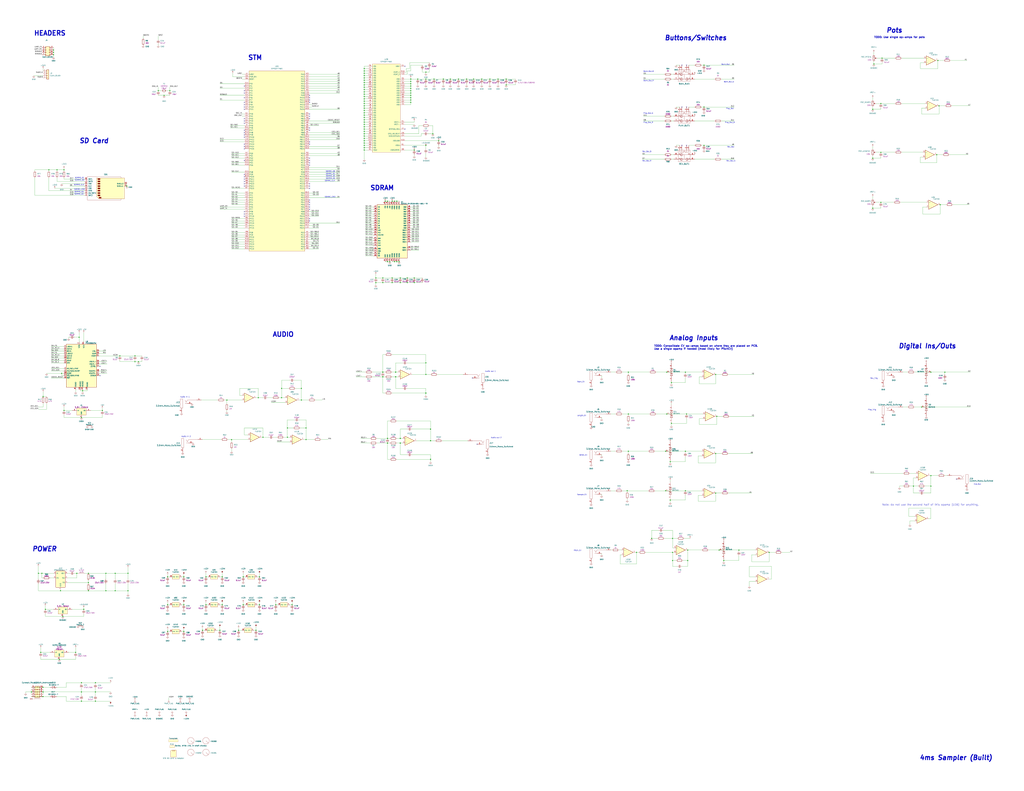
<source format=kicad_sch>
(kicad_sch (version 20230121) (generator eeschema)
  (paper "E")
  (lib_symbols
    (symbol "4ms_Capacitor:0.1uF_0603_16V" (pin_numbers hide) (pin_names (offset 0.254) hide)
      (property "Reference" "C" (at 2.54 2.54 0))
      (property "Display" "0.1uF" (at 5.08 0 0))
      (symbol "0.1uF_0603_16V_1_1"
        (pin passive line (at 0 2.54 270) (length 2.032) (name "~") (number "1"))
        (pin passive line (at 0 -2.54 90) (length 2.032) (name "~") (number "2"))
      )
    )
    (symbol "4ms_Capacitor:100nF_0402_16V" (pin_numbers hide) (pin_names (offset 0.254) hide)
      (property "Reference" "C" (at 1.905 1.27 0))
      (property "Display" "0.1uF" (at 1.905 -1.27 0))
      (symbol "100nF_0402_16V_1_1"
        (pin passive line (at 0 2.54 270) (length 2.032) (name "~") (number "1"))
        (pin passive line (at 0 -2.54 90) (length 2.032) (name "~") (number "2"))
      )
    )
    (symbol "4ms_Capacitor:100nF_0402_50V" (pin_numbers hide) (pin_names (offset 0.254) hide)
      (property "Reference" "C" (at 1.905 1.27 0))
      (property "Display" "0.1uF" (at 1.905 -1.27 0))
      (symbol "100nF_0402_50V_1_1"
        (pin passive line (at 0 2.54 270) (length 2.032) (name "~") (number "1"))
        (pin passive line (at 0 -2.54 90) (length 2.032) (name "~") (number "2"))
      )
    )
    (symbol "4ms_Capacitor:100pF_0603_50V" (pin_numbers hide) (pin_names (offset 0.254) hide)
      (property "Reference" "C" (at 1.905 1.27 0))
      (property "Display" "100pF" (at 1.905 -1.27 0))
      (symbol "100pF_0603_50V_1_1"
        (pin passive line (at 0 2.54 270) (length 2.032) (name "~") (number "1"))
        (pin passive line (at 0 -2.54 90) (length 2.032) (name "~") (number "2"))
      )
    )
    (symbol "4ms_Capacitor:10nF_0402_16V" (pin_numbers hide) (pin_names (offset 0.254) hide)
      (property "Reference" "C" (at 1.905 1.27 0))
      (property "Display" "10nF" (at 1.905 -1.27 0))
      (symbol "10nF_0402_16V_1_1"
        (pin passive line (at 0 2.54 270) (length 2.032) (name "~") (number "1"))
        (pin passive line (at 0 -2.54 90) (length 2.032) (name "~") (number "2"))
      )
    )
    (symbol "4ms_Capacitor:10uF_0603_10V" (pin_numbers hide) (pin_names (offset 0.254) hide)
      (property "Reference" "C" (at 1.905 1.27 0))
      (property "Display" "10uF/10V" (at 1.905 -1.27 0))
      (symbol "10uF_0603_10V_1_1"
        (pin passive line (at 0 2.54 270) (length 2.032) (name "~") (number "1"))
        (pin passive line (at 0 -2.54 90) (length 2.032) (name "~") (number "2"))
      )
    )
    (symbol "4ms_Capacitor:10uF_0805_25V" (pin_numbers hide) (pin_names (offset 0.254) hide)
      (property "Reference" "C" (at 1.905 1.27 0))
      (property "Display" "10uF/25V" (at 1.905 -1.27 0))
      (symbol "10uF_0805_25V_1_1"
        (pin passive line (at 0 2.54 270) (length 2.032) (name "~") (number "1"))
        (pin passive line (at 0 -2.54 90) (length 2.032) (name "~") (number "2"))
      )
    )
    (symbol "4ms_Capacitor:180pF_0402_25V" (pin_numbers hide) (pin_names (offset 0.254) hide)
      (property "Reference" "C" (at 1.905 1.27 0))
      (property "Display" "180pF" (at 1.905 -1.27 0))
      (symbol "180pF_0402_25V_1_1"
        (pin passive line (at 0 2.54 270) (length 2.032) (name "~") (number "1"))
        (pin passive line (at 0 -2.54 90) (length 2.032) (name "~") (number "2"))
      )
    )
    (symbol "4ms_Capacitor:18pF_0603_50V" (pin_numbers hide) (pin_names (offset 0.254) hide)
      (property "Reference" "C" (at 1.905 1.27 0))
      (property "Display" "18pF" (at 1.905 -1.27 0))
      (symbol "18pF_0603_50V_1_1"
        (pin passive line (at 0 2.54 270) (length 2.032) (name "~") (number "1"))
        (pin passive line (at 0 -2.54 90) (length 2.032) (name "~") (number "2"))
      )
    )
    (symbol "4ms_Capacitor:1nF_0603_50V" (pin_numbers hide) (pin_names (offset 0.254) hide)
      (property "Reference" "C" (at 1.905 1.27 0))
      (property "Display" "1nF" (at 1.905 -1.27 0))
      (symbol "1nF_0603_50V_1_1"
        (pin passive line (at 0 2.54 270) (length 2.032) (name "~") (number "1"))
        (pin passive line (at 0 -2.54 90) (length 2.032) (name "~") (number "2"))
      )
    )
    (symbol "4ms_Capacitor:2.2uF_0603_25V" (pin_numbers hide) (pin_names (offset 0.254) hide)
      (property "Reference" "C" (at 1.905 1.27 0))
      (property "Display" "2.2uF" (at 1.905 -1.27 0))
      (symbol "2.2uF_0603_25V_1_1"
        (pin passive line (at 0 2.54 270) (length 2.032) (name "~") (number "1"))
        (pin passive line (at 0 -2.54 90) (length 2.032) (name "~") (number "2"))
      )
    )
    (symbol "4ms_Capacitor:220pF_0603_25V" (pin_numbers hide) (pin_names (offset 0.254) hide)
      (property "Reference" "C" (at 1.905 1.27 0))
      (property "Display" "220pF" (at 1.905 -1.27 0))
      (symbol "220pF_0603_25V_1_1"
        (pin passive line (at 0 2.54 270) (length 2.032) (name "~") (number "1"))
        (pin passive line (at 0 -2.54 90) (length 2.032) (name "~") (number "2"))
      )
    )
    (symbol "4ms_Capacitor:22uF_0805_10V" (pin_numbers hide) (pin_names (offset 0.254))
      (property "Reference" "C" (at 1.905 1.27 0))
      (property "Display" "22uF/10V" (at 1.905 -1.27 0))
      (symbol "22uF_0805_10V_1_1"
        (pin passive line (at 0 2.54 270) (length 2.032) (name "~") (number "1"))
        (pin passive line (at 0 -2.54 90) (length 2.032) (name "~") (number "2"))
      )
    )
    (symbol "4ms_Capacitor:22uF_1206_25V" (pin_numbers hide) (pin_names (offset 0.254))
      (property "Reference" "C" (at 1.905 1.27 0))
      (property "Display" "22uF/25V" (at 1.905 -1.27 0))
      (symbol "22uF_1206_25V_1_1"
        (pin passive line (at 0 2.54 270) (length 2.032) (name "~") (number "1"))
        (pin passive line (at 0 -2.54 90) (length 2.032) (name "~") (number "2"))
      )
    )
    (symbol "4ms_Capacitor:4.7uF_1206_lowESR" (pin_numbers hide) (pin_names (offset 0.254) hide)
      (property "Reference" "C" (at 1.905 1.27 0))
      (property "Display" "4.7uF/16V/100mΩ" (at 1.905 -1.27 0))
      (symbol "4.7uF_1206_lowESR_1_1"
        (pin passive line (at 0 2.54 270) (length 2.032) (name "~") (number "1"))
        (pin passive line (at 0 -2.54 90) (length 2.032) (name "~") (number "2"))
      )
    )
    (symbol "4ms_Capacitor:47uF_5x5.3_16V" (pin_numbers hide) (pin_names (offset 0.254) hide)
      (property "Reference" "C" (at 1.905 1.27 0))
      (property "Display" "47uF/16V" (at 1.905 -1.27 0))
      (symbol "47uF_5x5.3_16V_1_1"
        (pin passive line (at 0 2.54 270) (length 2.032) (name "~") (number "1"))
        (pin passive line (at 0 -2.54 90) (length 2.032) (name "~") (number "2"))
      )
    )
    (symbol "4ms_Capacitor:820pF_0402_10v" (pin_numbers hide) (pin_names (offset 0.254) hide)
      (property "Reference" "C" (at 1.905 1.27 0))
      (property "Display" "820pF" (at 1.905 -1.27 0))
      (symbol "820pF_0402_10v_1_1"
        (pin passive line (at 0 2.54 270) (length 2.032) (name "~") (number "1"))
        (pin passive line (at 0 -2.54 90) (length 2.032) (name "~") (number "2"))
      )
    )
    (symbol "4ms_Connector:Conn_01x04" (pin_names (offset 1.016) hide)
      (property "Reference" "J" (at 0 5.08 0))
      (property "Value" "Conn_01x04" (at 0 -7.62 0))
      (symbol "Conn_01x04_1_1"
        (pin passive line (at -5.08 2.54 0) (length 3.81) (name "Pin_1") (number "1"))
        (pin passive line (at -5.08 0 0) (length 3.81) (name "Pin_2") (number "2"))
        (pin passive line (at -5.08 -2.54 0) (length 3.81) (name "Pin_3") (number "3"))
        (pin passive line (at -5.08 -5.08 0) (length 3.81) (name "Pin_4") (number "4"))
      )
    )
    (symbol "4ms_Connector:Conn_02x04" (pin_names (offset 1.016) hide)
      (property "Reference" "J" (at 1.27 5.08 0))
      (property "Value" "Conn_02x04" (at 1.27 -7.62 0))
      (symbol "Conn_02x04_1_1"
        (pin passive line (at -5.08 2.54 0) (length 3.81) (name "Pin_1") (number "1"))
        (pin passive line (at 7.62 2.54 180) (length 3.81) (name "Pin_2") (number "2"))
        (pin passive line (at -5.08 0 0) (length 3.81) (name "Pin_3") (number "3"))
        (pin passive line (at 7.62 0 180) (length 3.81) (name "Pin_4") (number "4"))
        (pin passive line (at -5.08 -2.54 0) (length 3.81) (name "Pin_5") (number "5"))
        (pin passive line (at 7.62 -2.54 180) (length 3.81) (name "Pin_6") (number "6"))
        (pin passive line (at -5.08 -5.08 0) (length 3.81) (name "Pin_7") (number "7"))
        (pin passive line (at 7.62 -5.08 180) (length 3.81) (name "Pin_8") (number "8"))
      )
    )
    (symbol "4ms_Connector:Eurorack_Power_10pin_Unshrouded" (pin_names (offset 0.0254) hide)
      (property "Reference" "J" (at 0 7.62 0))
      (property "Value" "Eurorack_Power_10pin_Unshrouded" (at 0 10.16 0))
      (symbol "Eurorack_Power_10pin_Unshrouded_0_0"
        (text "+12" (at 0 5.08 0) (effects (font (size 0.635 0.635))))
        (text "-12" (at 0 -5.08 0) (effects (font (size 0.635 0.635))))
        (text "GND" (at 0 -2.54 0) (effects (font (size 0.635 0.635))))
        (text "GND" (at 0 0 0) (effects (font (size 0.635 0.635))))
        (text "GND" (at 0 2.54 0) (effects (font (size 0.635 0.635))))
        (text "STRIPE" (at -6.35 -7.62 0) (effects (font (size 0.635 0.635))))
      )
      (symbol "Eurorack_Power_10pin_Unshrouded_1_1"
        (pin passive line (at -6.35 -5.08 0) (length 3.81) (name "-12V") (number "1"))
        (pin passive line (at 6.35 5.08 180) (length 3.81) (name "+12V") (number "10"))
        (pin passive line (at 6.35 -5.08 180) (length 3.81) (name "-12V") (number "2"))
        (pin passive line (at -6.35 -2.54 0) (length 3.81) (name "GND") (number "3"))
        (pin passive line (at 6.35 -2.54 180) (length 3.81) (name "GND") (number "4"))
        (pin passive line (at -6.35 0 0) (length 3.81) (name "GND") (number "5"))
        (pin passive line (at 6.35 0 180) (length 3.81) (name "GND") (number "6"))
        (pin passive line (at -6.35 2.54 0) (length 3.81) (name "GND") (number "7"))
        (pin passive line (at 6.35 2.54 180) (length 3.81) (name "GND") (number "8"))
        (pin passive line (at -6.35 5.08 0) (length 3.81) (name "+12V") (number "9"))
      )
    )
    (symbol "4ms_Connector:microSDCon_Vert_TH_PJS008U-3000" (pin_names (offset 1.016))
      (property "Reference" "CON" (at -16.51 13.97 0))
      (property "Value" "microSDCon_Vert_TH_PJS008U-3000" (at 15.24 -13.97 0))
      (symbol "microSDCon_Vert_TH_PJS008U-3000_1_1"
        (pin input line (at -22.86 7.62 0) (length 2.54) (name "DAT2") (number "1"))
        (pin input line (at 22.86 -5.08 180) (length 2.54) (name "SHELL2") (number "10"))
        (pin input line (at -22.86 5.08 0) (length 2.54) (name "CD/DAT3") (number "2"))
        (pin input line (at -22.86 2.54 0) (length 2.54) (name "CMD") (number "3"))
        (pin input line (at -22.86 0 0) (length 2.54) (name "VDD") (number "4"))
        (pin input line (at -22.86 -2.54 0) (length 2.54) (name "CLK") (number "5"))
        (pin input line (at -22.86 -5.08 0) (length 2.54) (name "VSS") (number "6"))
        (pin input line (at -22.86 -7.62 0) (length 2.54) (name "DAT0") (number "7"))
        (pin input line (at -22.86 -10.16 0) (length 2.54) (name "DAT1") (number "8"))
        (pin input line (at 22.86 -2.54 180) (length 2.54) (name "SHELL1") (number "9"))
      )
    )
    (symbol "4ms_Crystal:16MHz_18pF_FA238" (pin_numbers hide) (pin_names (offset 1.016) hide)
      (property "Reference" "Y" (at 0 2.54 0))
      (property "Display" "16MHz" (at -3.81 -2.54 0))
      (property "Display 2" "18pF" (at -3.1496 -4.445 0))
      (symbol "16MHz_18pF_FA238_1_1"
        (pin passive line (at -2.54 0 0) (length 1.27) (name "1") (number "1"))
        (pin passive line (at 2.54 0 180) (length 1.27) (name "2") (number "2"))
        (pin no_connect line (at 0 -2.54 90) (length 1.27) hide (name "3") (number "3"))
        (pin no_connect line (at 0 2.54 270) (length 1.27) hide (name "4") (number "4"))
      )
    )
    (symbol "4ms_Diode:B140HW-7" (pin_numbers hide) (pin_names (offset 1.016) hide)
      (property "Reference" "D" (at 0 2.54 0))
      (property "Value" "B140HW-7" (at 0 -2.54 0))
      (symbol "B140HW-7_1_1"
        (pin passive line (at -3.81 0 0) (length 2.54) (name "K") (number "1"))
        (pin passive line (at 3.81 0 180) (length 2.54) (name "A") (number "2"))
      )
    )
    (symbol "4ms_Diode:BAT54S" (pin_names (offset 0.762) hide)
      (property "Reference" "D" (at 2.54 -2.54 0))
      (property "Value" "BAT54S" (at 0 2.54 0))
      (symbol "BAT54S_0_1"
        (pin passive line (at -10.16 0 0) (length 6.35) (name "Anode") (number "1"))
        (pin passive line (at 10.16 0 180) (length 6.35) (name "cathode") (number "2"))
        (pin passive line (at 0 -5.08 90) (length 2.54) (name "AK") (number "3"))
      )
    )
    (symbol "4ms_Hardware:Faceplate" (pin_numbers hide) (pin_names (offset 0) hide) (on_board no)
      (property "Value" "Faceplate" (at 0 0 0))
    )
    (symbol "4ms_Hardware:Knob_Davies_WhiteLine" (on_board no)
      (property "Reference" "KNOB?" (at 0 5.08 0))
      (property "Value" "Davies, White Line, D-shaft shallow" (at 0 -5.08 0))
    )
    (symbol "4ms_Hardware:PCB" (pin_numbers hide) (pin_names (offset 0) hide) (on_board no)
      (property "Value" "PCB" (at 0 0 0))
    )
    (symbol "4ms_Hardware:microSDcard_STS" (on_board no)
      (property "Reference" "U" (at 0 5.842 0))
      (property "Value" "STS SD card w/adaptor" (at 0 -5.08 0))
    )
    (symbol "4ms_IC:AP62200WU-7"
      (property "Reference" "U" (at 0 12.7 0))
      (property "Value" "AP62200WU-7" (at 0 10.16 0))
      (symbol "AP62200WU-7_1_1"
        (pin power_in line (at 0 -11.43 90) (length 2.54) (name "GND") (number "1"))
        (pin power_out line (at 7.62 1.27 180) (length 2.54) (name "SW") (number "2"))
        (pin power_in line (at -7.62 6.35 0) (length 2.54) (name "IN") (number "3"))
        (pin input line (at 7.62 -3.81 180) (length 2.54) (name "FB") (number "4"))
        (pin input line (at -7.62 1.27 0) (length 2.54) (name "EN") (number "5"))
        (pin output line (at 7.62 6.35 180) (length 2.54) (name "BST") (number "6"))
      )
    )
    (symbol "4ms_IC:PCM3060PW"
      (property "Reference" "U" (at 13.97 34.29 0))
      (property "Value" "PCM3060PW" (at 16.51 31.75 0))
      (symbol "PCM3060PW_1_1"
        (pin input line (at -17.78 0 0) (length 2.54) (name "MC/SCL/FMT") (number "1"))
        (pin bidirectional line (at -17.78 11.43 0) (length 2.54) (name "BCK2") (number "10"))
        (pin bidirectional line (at -17.78 16.51 0) (length 2.54) (name "LRCK2") (number "11"))
        (pin input line (at -17.78 6.35 0) (length 2.54) (name "DIN") (number "12"))
        (pin output line (at 20.32 -7.62 180) (length 2.54) (name "ZEROR") (number "13"))
        (pin output line (at 20.32 2.54 180) (length 2.54) (name "ZEROL") (number "14"))
        (pin input line (at -17.78 -10.16 0) (length 2.54) (name "~{RST}") (number "15"))
        (pin power_in line (at 7.62 -22.86 90) (length 2.54) (name "SGND") (number "16"))
        (pin output line (at 20.32 -5.08 180) (length 2.54) (name "VOUTR-") (number "17"))
        (pin output line (at 20.32 -2.54 180) (length 2.54) (name "VOUTR+") (number "18"))
        (pin output line (at 20.32 5.08 180) (length 2.54) (name "VOUTL-") (number "19"))
        (pin bidirectional line (at -17.78 -2.54 0) (length 2.54) (name "MD/SDA/DEMP") (number "2"))
        (pin output line (at 20.32 7.62 180) (length 2.54) (name "VOUTL+") (number "20"))
        (pin power_in line (at 20.32 13.97 180) (length 2.54) (name "VCOM") (number "21"))
        (pin power_in line (at 2.54 -22.86 90) (length 2.54) (name "AGND2") (number "22"))
        (pin power_in line (at 0 -22.86 90) (length 2.54) (name "AGND1") (number "23"))
        (pin power_in line (at 3.81 29.21 270) (length 2.54) (name "VCC") (number "24"))
        (pin input line (at 20.32 19.05 180) (length 2.54) (name "VINL") (number "25"))
        (pin input line (at 20.32 16.51 180) (length 2.54) (name "VINR") (number "26"))
        (pin input line (at -17.78 -7.62 0) (length 2.54) (name "~{MS}/ADR/IFMD") (number "27"))
        (pin input line (at -17.78 -5.08 0) (length 2.54) (name "MODE") (number "28"))
        (pin output line (at -17.78 8.89 0) (length 2.54) (name "DOUT") (number "3"))
        (pin bidirectional line (at -17.78 24.13 0) (length 2.54) (name "LRCK1") (number "4"))
        (pin bidirectional line (at -17.78 19.05 0) (length 2.54) (name "BCK1") (number "5"))
        (pin input line (at -17.78 21.59 0) (length 2.54) (name "SCKI1") (number "6"))
        (pin power_in line (at -1.27 29.21 270) (length 2.54) (name "VDD") (number "7"))
        (pin power_in line (at -5.08 -22.86 90) (length 2.54) (name "DGND") (number "8"))
        (pin input line (at -17.78 13.97 0) (length 2.54) (name "SCKI2") (number "9"))
      )
    )
    (symbol "4ms_IC:SDRAM_IS42S16400J-6BLI-TR" (pin_names (offset 1.016))
      (property "Reference" "U?" (at -15.24 30.48 0))
      (property "Value" "SDRAM_IS42S16400J-6BLI-TR" (at 0 38.1 0))
      (symbol "SDRAM_IS42S16400J-6BLI-TR_1_1"
        (pin power_in line (at -7.62 -33.02 90) (length 3.81) (name "GND") (number "A1"))
        (pin bidirectional line (at 20.32 -11.43 180) (length 3.81) (name "DQ15") (number "A2"))
        (pin power_in line (at 0 -33.02 90) (length 3.81) (name "GNDQ") (number "A3"))
        (pin power_in line (at 5.08 33.02 270) (length 3.81) (name "VDDQ") (number "A7"))
        (pin bidirectional line (at 20.32 26.67 180) (length 3.81) (name "DQ0") (number "A8"))
        (pin power_in line (at -7.62 33.02 270) (length 3.81) (name "VDD") (number "A9"))
        (pin bidirectional line (at 20.32 -8.89 180) (length 3.81) (name "DQ14") (number "B1"))
        (pin bidirectional line (at 20.32 -6.35 180) (length 3.81) (name "DQ13") (number "B2"))
        (pin power_in line (at 0 33.02 270) (length 3.81) (name "VDDQ") (number "B3"))
        (pin power_in line (at 5.08 -33.02 90) (length 3.81) (name "GNDQ") (number "B7"))
        (pin bidirectional line (at 20.32 21.59 180) (length 3.81) (name "DQ2") (number "B8"))
        (pin bidirectional line (at 20.32 24.13 180) (length 3.81) (name "DQ1") (number "B9"))
        (pin bidirectional line (at 20.32 -3.81 180) (length 3.81) (name "DQ12") (number "C1"))
        (pin bidirectional line (at 20.32 -1.27 180) (length 3.81) (name "DQ11") (number "C2"))
        (pin power_in line (at 2.54 -33.02 90) (length 3.81) (name "GNDQ") (number "C3"))
        (pin power_in line (at 7.62 33.02 270) (length 3.81) (name "VDDQ") (number "C7"))
        (pin bidirectional line (at 20.32 16.51 180) (length 3.81) (name "DQ4") (number "C8"))
        (pin bidirectional line (at 20.32 19.05 180) (length 3.81) (name "DQ3") (number "C9"))
        (pin bidirectional line (at 20.32 1.27 180) (length 3.81) (name "DQ10") (number "D1"))
        (pin bidirectional line (at 20.32 3.81 180) (length 3.81) (name "DQ9") (number "D2"))
        (pin power_in line (at 2.54 33.02 270) (length 3.81) (name "VDDQ") (number "D3"))
        (pin power_in line (at 7.62 -33.02 90) (length 3.81) (name "GNDQ") (number "D7"))
        (pin bidirectional line (at 20.32 11.43 180) (length 3.81) (name "DQ6") (number "D8"))
        (pin bidirectional line (at 20.32 13.97 180) (length 3.81) (name "DQ5") (number "D9"))
        (pin bidirectional line (at 20.32 6.35 180) (length 3.81) (name "DQ8") (number "E1"))
        (pin no_connect line (at 20.32 -25.4 180) (length 3.81) hide (name "NC") (number "E2"))
        (pin power_in line (at -5.08 -33.02 90) (length 3.81) (name "GND") (number "E3"))
        (pin power_in line (at -2.54 33.02 270) (length 3.81) (name "VDD") (number "E7"))
        (pin input line (at 20.32 -17.78 180) (length 3.81) (name "DQML") (number "E8"))
        (pin bidirectional line (at 20.32 8.89 180) (length 3.81) (name "DQ7") (number "E9"))
        (pin input line (at 20.32 -20.32 180) (length 3.81) (name "DQMH") (number "F1"))
        (pin input line (at -20.32 -12.7 0) (length 3.81) (name "CLK") (number "F2"))
        (pin input line (at -20.32 -15.24 0) (length 3.81) (name "CKE") (number "F3"))
        (pin input line (at -20.32 -21.59 0) (length 3.81) (name "~{CAS}") (number "F7"))
        (pin input line (at -20.32 -19.05 0) (length 3.81) (name "~{RAS}") (number "F8"))
        (pin input line (at -20.32 -24.13 0) (length 3.81) (name "~{WE}") (number "F9"))
        (pin input line (at -20.32 -3.81 0) (length 3.81) (name "A12/NC") (number "G1"))
        (pin input line (at -20.32 -1.27 0) (length 3.81) (name "A11") (number "G2"))
        (pin input line (at -20.32 3.81 0) (length 3.81) (name "A9") (number "G3"))
        (pin input line (at -20.32 -7.62 0) (length 3.81) (name "BA0") (number "G7"))
        (pin input line (at -20.32 -10.16 0) (length 3.81) (name "BA1") (number "G8"))
        (pin input line (at -20.32 -26.67 0) (length 3.81) (name "~{CS}") (number "G9"))
        (pin input line (at -20.32 6.35 0) (length 3.81) (name "A8") (number "H1"))
        (pin input line (at -20.32 8.89 0) (length 3.81) (name "A7") (number "H2"))
        (pin input line (at -20.32 11.43 0) (length 3.81) (name "A6") (number "H3"))
        (pin input line (at -20.32 26.67 0) (length 3.81) (name "A0") (number "H7"))
        (pin input line (at -20.32 24.13 0) (length 3.81) (name "A1") (number "H8"))
        (pin input line (at -20.32 1.27 0) (length 3.81) (name "A10") (number "H9"))
        (pin power_in line (at -2.54 -33.02 90) (length 3.81) (name "GND") (number "J1"))
        (pin input line (at -20.32 13.97 0) (length 3.81) (name "A5") (number "J2"))
        (pin input line (at -20.32 16.51 0) (length 3.81) (name "A4") (number "J3"))
        (pin input line (at -20.32 19.05 0) (length 3.81) (name "A3") (number "J7"))
        (pin input line (at -20.32 21.59 0) (length 3.81) (name "A2") (number "J8"))
        (pin power_in line (at -5.08 33.02 270) (length 3.81) (name "VDD") (number "J9"))
      )
    )
    (symbol "4ms_IC:STM32F746IE"
      (property "Reference" "U" (at 0 0 0))
      (property "Value" "STM32F746IE" (at -6.35 -5.08 0))
      (symbol "STM32F746IE_1_1"
        (pin bidirectional line (at 35.56 -80.01 180) (length 5.08) (name "PE3") (number "A1"))
        (pin bidirectional line (at 35.56 49.53 180) (length 5.08) (name "PB3") (number "A10"))
        (pin bidirectional line (at 35.56 -46.99 180) (length 5.08) (name "PD7") (number "A11"))
        (pin bidirectional line (at 35.56 -16.51 180) (length 5.08) (name "PC12") (number "A12"))
        (pin bidirectional line (at 35.56 62.23 180) (length 5.08) (name "PA15") (number "A13"))
        (pin bidirectional line (at 35.56 64.77 180) (length 5.08) (name "PA14") (number "A14"))
        (pin bidirectional line (at 35.56 67.31 180) (length 5.08) (name "PA13") (number "A15"))
        (pin bidirectional line (at 35.56 -77.47 180) (length 5.08) (name "PE2") (number "A2"))
        (pin bidirectional line (at 35.56 -74.93 180) (length 5.08) (name "PE1") (number "A3"))
        (pin bidirectional line (at 35.56 -72.39 180) (length 5.08) (name "PE0") (number "A4"))
        (pin bidirectional line (at 35.56 36.83 180) (length 5.08) (name "PB8") (number "A5"))
        (pin bidirectional line (at 35.56 44.45 180) (length 5.08) (name "PB5") (number "A6"))
        (pin bidirectional line (at -35.56 -21.59 0) (length 5.08) (name "PG14") (number "A7"))
        (pin bidirectional line (at -35.56 -19.05 0) (length 5.08) (name "PG13") (number "A8"))
        (pin bidirectional line (at 35.56 46.99 180) (length 5.08) (name "PB4") (number "A9"))
        (pin bidirectional line (at 35.56 -82.55 180) (length 5.08) (name "PE4") (number "B1"))
        (pin bidirectional line (at -35.56 -11.43 0) (length 5.08) (name "PG10") (number "B10"))
        (pin bidirectional line (at 35.56 -44.45 180) (length 5.08) (name "PD6") (number "B11"))
        (pin bidirectional line (at 35.56 -29.21 180) (length 5.08) (name "PD0") (number "B12"))
        (pin bidirectional line (at 35.56 -13.97 180) (length 5.08) (name "PC11") (number "B13"))
        (pin bidirectional line (at 35.56 -11.43 180) (length 5.08) (name "PC10") (number "B14"))
        (pin bidirectional line (at 35.56 69.85 180) (length 5.08) (name "PA12") (number "B15"))
        (pin bidirectional line (at 35.56 -85.09 180) (length 5.08) (name "PE5") (number "B2"))
        (pin bidirectional line (at 35.56 -87.63 180) (length 5.08) (name "PE6") (number "B3"))
        (pin bidirectional line (at 35.56 34.29 180) (length 5.08) (name "PB9") (number "B4"))
        (pin bidirectional line (at 35.56 39.37 180) (length 5.08) (name "PB7") (number "B5"))
        (pin bidirectional line (at 35.56 41.91 180) (length 5.08) (name "PB6") (number "B6"))
        (pin bidirectional line (at -35.56 -24.13 0) (length 5.08) (name "PG15") (number "B7"))
        (pin bidirectional line (at -35.56 -16.51 0) (length 5.08) (name "PG12") (number "B8"))
        (pin bidirectional line (at -35.56 -13.97 0) (length 5.08) (name "PG11") (number "B9"))
        (pin bidirectional line (at -35.56 -8.89 0) (length 5.08) (name "PG9") (number "C10"))
        (pin bidirectional line (at 35.56 -41.91 180) (length 5.08) (name "PD5") (number "C11"))
        (pin bidirectional line (at 35.56 -31.75 180) (length 5.08) (name "PD1") (number "C12"))
        (pin bidirectional line (at -35.56 82.55 0) (length 5.08) (name "PI3") (number "C13"))
        (pin bidirectional line (at -35.56 85.09 0) (length 5.08) (name "PI2") (number "C14"))
        (pin bidirectional line (at 35.56 72.39 180) (length 5.08) (name "PA11") (number "C15"))
        (pin bidirectional line (at -35.56 72.39 0) (length 5.08) (name "PI7") (number "C2"))
        (pin bidirectional line (at -35.56 74.93 0) (length 5.08) (name "PI6") (number "C3"))
        (pin bidirectional line (at -35.56 77.47 0) (length 5.08) (name "PI5") (number "C4"))
        (pin input line (at -35.56 97.79 0) (length 5.08) (name "PDR_ON") (number "C6"))
        (pin bidirectional line (at 35.56 -19.05 180) (length 5.08) (name "PC13") (number "D1"))
        (pin bidirectional line (at 35.56 -39.37 180) (length 5.08) (name "PD4") (number "D10"))
        (pin bidirectional line (at 35.56 -36.83 180) (length 5.08) (name "PD3") (number "D11"))
        (pin bidirectional line (at 35.56 -34.29 180) (length 5.08) (name "PD2") (number "D12"))
        (pin bidirectional line (at -35.56 19.05 0) (length 5.08) (name "PH15") (number "D13"))
        (pin bidirectional line (at -35.56 87.63 0) (length 5.08) (name "PI1") (number "D14"))
        (pin bidirectional line (at 35.56 74.93 180) (length 5.08) (name "PA10") (number "D15"))
        (pin bidirectional line (at -35.56 69.85 0) (length 5.08) (name "PI8") (number "D2"))
        (pin bidirectional line (at -35.56 67.31 0) (length 5.08) (name "PI9") (number "D3"))
        (pin bidirectional line (at -35.56 80.01 0) (length 5.08) (name "PI4") (number "D4"))
        (pin input line (at -35.56 95.25 0) (length 5.08) (name "BOOT") (number "D6"))
        (pin bidirectional line (at 35.56 -21.59 180) (length 5.08) (name "PC14") (number "E1"))
        (pin bidirectional line (at -35.56 24.13 0) (length 5.08) (name "PH13") (number "E12"))
        (pin bidirectional line (at -35.56 21.59 0) (length 5.08) (name "PH14") (number "E13"))
        (pin bidirectional line (at -35.56 90.17 0) (length 5.08) (name "PI0") (number "E14"))
        (pin bidirectional line (at 35.56 77.47 180) (length 5.08) (name "PA9") (number "E15"))
        (pin bidirectional line (at -35.56 -29.21 0) (length 5.08) (name "PF0") (number "E2"))
        (pin bidirectional line (at -35.56 64.77 0) (length 5.08) (name "PI10") (number "E3"))
        (pin bidirectional line (at -35.56 62.23 0) (length 5.08) (name "PI11") (number "E4"))
        (pin bidirectional line (at 35.56 -24.13 180) (length 5.08) (name "PC15") (number "F1"))
        (pin bidirectional line (at 35.56 -8.89 180) (length 5.08) (name "PC9") (number "F14"))
        (pin bidirectional line (at 35.56 80.01 180) (length 5.08) (name "PA8") (number "F15"))
        (pin bidirectional line (at -35.56 52.07 0) (length 5.08) (name "PH2") (number "F4"))
        (pin input line (at -35.56 57.15 0) (length 5.08) (name "PH0") (number "G1"))
        (pin bidirectional line (at 35.56 -6.35 180) (length 5.08) (name "PC8") (number "G14"))
        (pin bidirectional line (at 35.56 -3.81 180) (length 5.08) (name "PC7") (number "G15"))
        (pin bidirectional line (at -35.56 49.53 0) (length 5.08) (name "PH3") (number "G4"))
        (pin input line (at -35.56 54.61 0) (length 5.08) (name "PH1") (number "H1"))
        (pin bidirectional line (at -35.56 -6.35 0) (length 5.08) (name "PG8") (number "H14"))
        (pin bidirectional line (at 35.56 -1.27 180) (length 5.08) (name "PC6") (number "H15"))
        (pin bidirectional line (at -35.56 -34.29 0) (length 5.08) (name "PF2") (number "H2"))
        (pin bidirectional line (at -35.56 -31.75 0) (length 5.08) (name "PF1") (number "H3"))
        (pin bidirectional line (at -35.56 46.99 0) (length 5.08) (name "PH4") (number "H4"))
        (pin bidirectional line (at -35.56 100.33 0) (length 5.08) (name "NRST") (number "J1"))
        (pin bidirectional line (at -35.56 -36.83 0) (length 5.08) (name "PF3") (number "J2"))
        (pin bidirectional line (at -35.56 -39.37 0) (length 5.08) (name "PF4") (number "J3"))
        (pin bidirectional line (at -35.56 44.45 0) (length 5.08) (name "PH5") (number "J4"))
        (pin bidirectional line (at -35.56 -46.99 0) (length 5.08) (name "PF7") (number "K1"))
        (pin bidirectional line (at -35.56 26.67 0) (length 5.08) (name "PH12") (number "K12"))
        (pin bidirectional line (at -35.56 1.27 0) (length 5.08) (name "PG5") (number "K13"))
        (pin bidirectional line (at -35.56 3.81 0) (length 5.08) (name "PG4") (number "K14"))
        (pin bidirectional line (at -35.56 6.35 0) (length 5.08) (name "PG3") (number "K15"))
        (pin bidirectional line (at -35.56 -44.45 0) (length 5.08) (name "PF6") (number "K2"))
        (pin bidirectional line (at -35.56 -41.91 0) (length 5.08) (name "PF5") (number "K3"))
        (pin bidirectional line (at -35.56 -54.61 0) (length 5.08) (name "PF10") (number "L1"))
        (pin bidirectional line (at -35.56 29.21 0) (length 5.08) (name "PH11") (number "L12"))
        (pin bidirectional line (at -35.56 31.75 0) (length 5.08) (name "PH10") (number "L13"))
        (pin bidirectional line (at 35.56 -67.31 180) (length 5.08) (name "PD15") (number "L14"))
        (pin bidirectional line (at -35.56 8.89 0) (length 5.08) (name "PG2") (number "L15"))
        (pin bidirectional line (at -35.56 -52.07 0) (length 5.08) (name "PF9") (number "L2"))
        (pin bidirectional line (at -35.56 -49.53 0) (length 5.08) (name "PF8") (number "L3"))
        (pin bidirectional line (at -35.56 41.91 0) (length 5.08) (name "PH6") (number "M11"))
        (pin bidirectional line (at -35.56 36.83 0) (length 5.08) (name "PH8") (number "M12"))
        (pin bidirectional line (at -35.56 34.29 0) (length 5.08) (name "PH9") (number "M13"))
        (pin bidirectional line (at 35.56 -64.77 180) (length 5.08) (name "PD14") (number "M14"))
        (pin bidirectional line (at 35.56 -62.23 180) (length 5.08) (name "PD13") (number "M15"))
        (pin bidirectional line (at 35.56 13.97 180) (length 5.08) (name "PC0") (number "M2"))
        (pin bidirectional line (at 35.56 11.43 180) (length 5.08) (name "PC1") (number "M3"))
        (pin bidirectional line (at 35.56 8.89 180) (length 5.08) (name "PC2") (number "M4"))
        (pin bidirectional line (at 35.56 6.35 180) (length 5.08) (name "PC3") (number "M5"))
        (pin bidirectional line (at 35.56 52.07 180) (length 5.08) (name "PB2") (number "M6"))
        (pin bidirectional line (at -35.56 11.43 0) (length 5.08) (name "PG1") (number "M7"))
        (pin bidirectional line (at -35.56 -85.09 0) (length 5.08) (name "PE13") (number "N11"))
        (pin bidirectional line (at -35.56 39.37 0) (length 5.08) (name "PH7") (number "N12"))
        (pin bidirectional line (at 35.56 -59.69 180) (length 5.08) (name "PD12") (number "N13"))
        (pin bidirectional line (at 35.56 -57.15 180) (length 5.08) (name "PD11") (number "N14"))
        (pin bidirectional line (at 35.56 -54.61 180) (length 5.08) (name "PD10") (number "N15"))
        (pin bidirectional line (at 35.56 97.79 180) (length 5.08) (name "PA1") (number "N2"))
        (pin bidirectional line (at 35.56 100.33 180) (length 5.08) (name "PA0") (number "N3"))
        (pin bidirectional line (at 35.56 90.17 180) (length 5.08) (name "PA4") (number "N4"))
        (pin bidirectional line (at 35.56 3.81 180) (length 5.08) (name "PC4") (number "N5"))
        (pin bidirectional line (at -35.56 -62.23 0) (length 5.08) (name "PF13") (number "N6"))
        (pin bidirectional line (at -35.56 13.97 0) (length 5.08) (name "PG0") (number "N7"))
        (pin bidirectional line (at -35.56 -80.01 0) (length 5.08) (name "PE11") (number "P10"))
        (pin bidirectional line (at -35.56 -87.63 0) (length 5.08) (name "PE14") (number "P11"))
        (pin bidirectional line (at 35.56 26.67 180) (length 5.08) (name "PB12") (number "P12"))
        (pin bidirectional line (at 35.56 24.13 180) (length 5.08) (name "PB13") (number "P13"))
        (pin bidirectional line (at 35.56 -52.07 180) (length 5.08) (name "PD9") (number "P14"))
        (pin bidirectional line (at 35.56 -49.53 180) (length 5.08) (name "PD8") (number "P15"))
        (pin bidirectional line (at 35.56 95.25 180) (length 5.08) (name "PA2") (number "P2"))
        (pin bidirectional line (at 35.56 85.09 180) (length 5.08) (name "PA6") (number "P3"))
        (pin bidirectional line (at 35.56 87.63 180) (length 5.08) (name "PA5") (number "P4"))
        (pin bidirectional line (at 35.56 1.27 180) (length 5.08) (name "PC5") (number "P5"))
        (pin bidirectional line (at -35.56 -59.69 0) (length 5.08) (name "PF12") (number "P6"))
        (pin bidirectional line (at -35.56 -67.31 0) (length 5.08) (name "PF15") (number "P7"))
        (pin bidirectional line (at -35.56 -72.39 0) (length 5.08) (name "PE8") (number "P8"))
        (pin bidirectional line (at -35.56 -74.93 0) (length 5.08) (name "PE9") (number "P9"))
        (pin bidirectional line (at -35.56 -82.55 0) (length 5.08) (name "PE12") (number "R10"))
        (pin bidirectional line (at -35.56 -90.17 0) (length 5.08) (name "PE15") (number "R11"))
        (pin bidirectional line (at 35.56 31.75 180) (length 5.08) (name "PB10") (number "R12"))
        (pin bidirectional line (at 35.56 29.21 180) (length 5.08) (name "PB11") (number "R13"))
        (pin bidirectional line (at 35.56 21.59 180) (length 5.08) (name "PB14") (number "R14"))
        (pin bidirectional line (at 35.56 19.05 180) (length 5.08) (name "PB15") (number "R15"))
        (pin bidirectional line (at 35.56 92.71 180) (length 5.08) (name "PA3") (number "R2"))
        (pin bidirectional line (at 35.56 82.55 180) (length 5.08) (name "PA7") (number "R3"))
        (pin bidirectional line (at 35.56 54.61 180) (length 5.08) (name "PB1") (number "R4"))
        (pin bidirectional line (at 35.56 57.15 180) (length 5.08) (name "PB0") (number "R5"))
        (pin bidirectional line (at -35.56 -57.15 0) (length 5.08) (name "PF11") (number "R6"))
        (pin bidirectional line (at -35.56 -64.77 0) (length 5.08) (name "PF14") (number "R7"))
        (pin bidirectional line (at 35.56 -90.17 180) (length 5.08) (name "PE7") (number "R8"))
        (pin bidirectional line (at -35.56 -77.47 0) (length 5.08) (name "PE10") (number "R9"))
      )
      (symbol "STM32F746IE_2_1"
        (pin power_in line (at 20.32 45.72 180) (length 5.08) (name "VBAT") (number "C1"))
        (pin power_in line (at 20.32 31.75 180) (length 5.08) (name "VDD") (number "C5"))
        (pin power_in line (at 20.32 29.21 180) (length 5.08) (name "VDD") (number "C7"))
        (pin power_in line (at 20.32 -45.72 180) (length 5.08) (name "VDDSDMMC") (number "C8"))
        (pin power_in line (at 20.32 26.67 180) (length 5.08) (name "VDD") (number "C9"))
        (pin power_in line (at -20.32 -20.32 0) (length 5.08) (name "VSS") (number "D5"))
        (pin power_in line (at -20.32 -22.86 0) (length 5.08) (name "VSS") (number "D7"))
        (pin power_in line (at -20.32 -25.4 0) (length 5.08) (name "VSS") (number "D8"))
        (pin power_in line (at -20.32 -27.94 0) (length 5.08) (name "VSS") (number "D9"))
        (pin power_in line (at -20.32 35.56 0) (length 5.08) (name "VSS") (number "F10"))
        (pin power_in line (at -20.32 -30.48 0) (length 5.08) (name "VSS") (number "F12"))
        (pin bidirectional line (at 20.32 36.83 180) (length 5.08) (name "VCAP_2") (number "F13"))
        (pin power_in line (at -20.32 -5.08 0) (length 5.08) (name "VSS") (number "F2"))
        (pin power_in line (at 20.32 3.81 180) (length 5.08) (name "VDD") (number "F3"))
        (pin power_in line (at -20.32 45.72 0) (length 5.08) (name "VSS") (number "F6"))
        (pin power_in line (at -20.32 43.18 0) (length 5.08) (name "VSS") (number "F7"))
        (pin power_in line (at -20.32 40.64 0) (length 5.08) (name "VSS") (number "F8"))
        (pin power_in line (at -20.32 38.1 0) (length 5.08) (name "VSS") (number "F9"))
        (pin power_in line (at -20.32 22.86 0) (length 5.08) (name "VSS") (number "G10"))
        (pin power_in line (at -20.32 -33.02 0) (length 5.08) (name "VSS") (number "G12"))
        (pin power_in line (at 20.32 24.13 180) (length 5.08) (name "VDD") (number "G13"))
        (pin power_in line (at -20.32 -43.18 0) (length 5.08) (name "VSS") (number "G2"))
        (pin power_in line (at 20.32 6.35 180) (length 5.08) (name "VDD") (number "G3"))
        (pin power_in line (at -20.32 33.02 0) (length 5.08) (name "VSS") (number "G6"))
        (pin power_in line (at -20.32 30.48 0) (length 5.08) (name "VSS") (number "G7"))
        (pin power_in line (at -20.32 27.94 0) (length 5.08) (name "VSS") (number "G8"))
        (pin power_in line (at -20.32 25.4 0) (length 5.08) (name "VSS") (number "G9"))
        (pin power_in line (at -20.32 10.16 0) (length 5.08) (name "VSS") (number "H10"))
        (pin power_in line (at -20.32 -35.56 0) (length 5.08) (name "VSS") (number "H12"))
        (pin power_in line (at 20.32 -35.56 180) (length 5.08) (name "VDDUSB") (number "H13"))
        (pin power_in line (at -20.32 20.32 0) (length 5.08) (name "VSS") (number "H6"))
        (pin power_in line (at -20.32 17.78 0) (length 5.08) (name "VSS") (number "H7"))
        (pin power_in line (at -20.32 15.24 0) (length 5.08) (name "VSS") (number "H8"))
        (pin power_in line (at -20.32 12.7 0) (length 5.08) (name "VSS") (number "H9"))
        (pin power_in line (at -20.32 -2.54 0) (length 5.08) (name "VSS") (number "J10"))
        (pin power_in line (at 20.32 19.05 180) (length 5.08) (name "VDD") (number "J12"))
        (pin power_in line (at 20.32 21.59 180) (length 5.08) (name "VDD") (number "J13"))
        (pin bidirectional line (at 20.32 -30.48 180) (length 5.08) (name "VDD12OTGHS") (number "J14"))
        (pin bidirectional line (at 20.32 -27.94 180) (length 5.08) (name "OTG_HR_REXT") (number "J15"))
        (pin power_in line (at -20.32 7.62 0) (length 5.08) (name "VSS") (number "J6"))
        (pin power_in line (at -20.32 5.08 0) (length 5.08) (name "VSS") (number "J7"))
        (pin power_in line (at -20.32 2.54 0) (length 5.08) (name "VSS") (number "J8"))
        (pin power_in line (at -20.32 0 0) (length 5.08) (name "VSS") (number "J9"))
        (pin power_in line (at -20.32 -7.62 0) (length 5.08) (name "VSS") (number "K10"))
        (pin power_in line (at 20.32 8.89 180) (length 5.08) (name "VDD") (number "K4"))
        (pin power_in line (at -20.32 -17.78 0) (length 5.08) (name "VSS") (number "K6"))
        (pin power_in line (at -20.32 -15.24 0) (length 5.08) (name "VSS") (number "K7"))
        (pin power_in line (at -20.32 -12.7 0) (length 5.08) (name "VSS") (number "K8"))
        (pin power_in line (at -20.32 -10.16 0) (length 5.08) (name "VSS") (number "K9"))
        (pin input line (at 20.32 -22.86 180) (length 5.08) (name "BYPASS_REG") (number "L4"))
        (pin power_in line (at -20.32 -45.72 0) (length 5.08) (name "VSSA") (number "M1"))
        (pin bidirectional line (at 20.32 39.37 180) (length 5.08) (name "VCAP_1") (number "M10"))
        (pin power_in line (at -20.32 -40.64 0) (length 5.08) (name "VSS") (number "M8"))
        (pin power_in line (at -20.32 -38.1 0) (length 5.08) (name "VSS") (number "M9"))
        (pin power_in line (at 20.32 -17.78 180) (length 5.08) (name "VREF-") (number "N1"))
        (pin power_in line (at 20.32 16.51 180) (length 5.08) (name "VDD") (number "N10"))
        (pin power_in line (at 20.32 11.43 180) (length 5.08) (name "VDD") (number "N8"))
        (pin power_in line (at 20.32 13.97 180) (length 5.08) (name "VDD") (number "N9"))
        (pin power_in line (at 20.32 -15.24 180) (length 5.08) (name "VREF+") (number "P1"))
        (pin power_in line (at 20.32 -40.64 180) (length 5.08) (name "VDDA") (number "R1"))
      )
    )
    (symbol "4ms_IC:TL072H"
      (property "Reference" "U" (at 2.54 5.08 0))
      (property "Value" "TL072H" (at 2.54 -3.81 0))
      (symbol "TL072H_1_1"
        (pin output line (at 7.62 0 180) (length 2.54) (name "~") (number "1"))
        (pin input line (at -7.62 -2.54 0) (length 2.54) (name "-") (number "2"))
        (pin input line (at -7.62 2.54 0) (length 2.54) (name "+") (number "3"))
      )
      (symbol "TL072H_2_1"
        (pin input line (at -7.62 2.54 0) (length 2.54) (name "+") (number "5"))
        (pin input line (at -7.62 -2.54 0) (length 2.54) (name "-") (number "6"))
        (pin output line (at 7.62 0 180) (length 2.54) (name "~") (number "7"))
      )
      (symbol "TL072H_3_1"
        (pin power_in line (at 0 -6.35 90) (length 2.54) (name "V-") (number "4"))
        (pin power_in line (at 0 6.35 270) (length 2.54) (name "V+") (number "8"))
      )
    )
    (symbol "4ms_Inductor:4.7uH_1.2A_40xx" (pin_numbers hide) (pin_names (offset 1.016) hide)
      (property "Reference" "L" (at -1.27 0 90))
      (property "Display" "4.7uH" (at 2.54 0 90))
      (property "Display 2" "1.7A" (at 4.318 -0.0508 90))
      (symbol "4.7uH_1.2A_40xx_1_1"
        (pin passive line (at 0 3.81 270) (length 1.27) (name "1") (number "1"))
        (pin passive line (at 0 -3.81 90) (length 1.27) (name "2") (number "2"))
      )
    )
    (symbol "4ms_Jack:3.5mm_Mono_Switched" (pin_names (offset 0) hide)
      (property "Reference" "J" (at -6.35 -7.62 0))
      (property "Value" "3.5mm_Mono_Switched" (at 6.35 6.604 0))
      (symbol "3.5mm_Mono_Switched_1_1"
        (pin passive line (at 16.51 3.81 180) (length 5.08) (name "SIG") (number "1"))
        (pin passive line (at -5.08 -10.16 90) (length 5.08) (name "SHEILD") (number "2"))
        (pin passive line (at 6.35 0 180) (length 5.08) (name "SW") (number "3"))
      )
    )
    (symbol "4ms_Potentiometer:16mm_CtrDet_10k" (pin_numbers hide) (pin_names (offset 1.016) hide)
      (property "Reference" "POT" (at -4.572 -0.127 90))
      (property "Display" "10k" (at -2.794 0 90))
      (symbol "16mm_CtrDet_10k_1_1"
        (text "Left/1" (at 0 1.27 900) (effects (font (size 0.254 0.254))))
        (text "Right/3" (at 0 -1.27 900) (effects (font (size 0.254 0.254))))
        (pin passive line (at 0 3.81 270) (length 1.27) (name "Left") (number "1"))
        (pin passive line (at 3.81 0 180) (length 1.27) (name "Center") (number "2"))
        (pin passive line (at 0 -3.81 90) (length 1.27) (name "Right") (number "3"))
      )
    )
    (symbol "4ms_Potentiometer:16mm_NoDet_10k" (pin_numbers hide) (pin_names (offset 1.016) hide)
      (property "Reference" "POT" (at -4.445 0.381 90))
      (property "Display" "10k" (at -2.54 0.254 90))
      (symbol "16mm_NoDet_10k_1_1"
        (text "Left/1" (at 0 1.27 900) (effects (font (size 0.254 0.254))))
        (text "Right/3" (at 0 -1.27 900) (effects (font (size 0.254 0.254))))
        (pin passive line (at 0 3.81 270) (length 1.27) (name "Left") (number "1"))
        (pin passive line (at 3.81 0 180) (length 1.27) (name "Center") (number "2"))
        (pin passive line (at 0 -3.81 90) (length 1.27) (name "Right") (number "3"))
      )
    )
    (symbol "4ms_Power_Symbol:+12V" (power) (pin_names (offset 0))
      (property "Value" "+12V" (at 0 3.556 0))
      (symbol "+12V_1_1"
        (pin power_in line (at 0 0 90) (length 0) hide (name "+12V") (number "1"))
      )
    )
    (symbol "4ms_Power_Symbol:+3.3V" (power) (pin_names (offset 0))
      (property "Value" "+3.3V" (at 0 3.556 0))
      (symbol "+3.3V_1_1"
        (pin power_in line (at 0 0 90) (length 0) hide (name "+3V3") (number "1"))
      )
    )
    (symbol "4ms_Power_Symbol:+3.3VADC" (power) (pin_names (offset 0))
      (property "Value" "+3.3VADC" (at 0 2.54 0))
      (symbol "+3.3VADC_0_0"
        (pin power_in line (at 0 0 90) (length 0) hide (name "+3.3VADC") (number "1"))
      )
    )
    (symbol "4ms_Power_Symbol:+5V" (power) (pin_names (offset 0))
      (property "Value" "+5V" (at 0 3.556 0))
      (symbol "+5V_1_1"
        (pin power_in line (at 0 0 90) (length 0) hide (name "+5V") (number "1"))
      )
    )
    (symbol "4ms_Power_Symbol:-12VA" (power) (pin_names (offset 0))
      (property "Value" "-12VA" (at 0 3.556 0))
      (symbol "-12VA_0_0"
        (pin power_in line (at 0 0 90) (length 0) hide (name "-12VA") (number "1"))
      )
    )
    (symbol "4ms_Power_Symbol:GND" (power) (pin_names (offset 0))
      (property "Value" "GND" (at 0 -3.81 0))
      (symbol "GND_1_1"
        (pin power_in line (at 0 0 270) (length 0) hide (name "GND") (number "1"))
      )
    )
    (symbol "4ms_Power_Symbol:GNDA" (power) (pin_numbers hide) (pin_names (offset 0) hide)
      (property "Value" "GNDA" (at 0 -3.81 0))
      (symbol "GNDA_1_1"
        (pin power_in line (at 0 0 270) (length 0) hide (name "GNDA") (number "1"))
      )
    )
    (symbol "4ms_Power_Symbol:GNDADC" (power) (pin_numbers hide) (pin_names (offset 0) hide)
      (property "Value" "GNDADC" (at 0 -3.81 0))
      (symbol "GNDADC_1_1"
        (pin power_in line (at 0 0 270) (length 0) hide (name "GNDADC") (number "1"))
      )
    )
    (symbol "4ms_Power_Symbol:VREF+" (power) (pin_names (offset 0))
      (property "Value" "VREF+" (at 0 3.556 0))
      (symbol "VREF+_1_1"
        (pin power_in line (at 0 0 90) (length 0) hide (name "VREF+") (number "1"))
      )
    )
    (symbol "4ms_Reference:NCP51460SN33" (pin_names (offset 0.762))
      (property "Reference" "U" (at 3.81 -4.9784 0))
      (property "Value" "NCP51460SN33" (at 0 5.08 0))
      (property "Display" "3.3V" (at -3.81 10.16 0))
      (property "Display 2" "18ppm" (at -2.54 7.62 0))
      (symbol "NCP51460SN33_1_1"
        (pin input line (at -10.16 1.27 0) (length 5.08) (name "VI") (number "1"))
        (pin power_out line (at 10.16 1.27 180) (length 5.08) (name "VO") (number "2"))
        (pin input line (at 0 -6.35 90) (length 2.54) (name "GND") (number "3"))
      )
    )
    (symbol "4ms_Regulator:AP2120N-5.0TRG1" (pin_names (offset 0.762))
      (property "Reference" "V" (at 3.81 -4.9784 0))
      (property "Display" "5.0V, 150mA" (at 0 5.08 0))
      (symbol "AP2120N-5.0TRG1_1_1"
        (pin input line (at 0 -6.35 90) (length 2.54) (name "GND") (number "1"))
        (pin power_out line (at 10.16 1.27 180) (length 5.08) (name "VO") (number "2"))
        (pin input line (at -10.16 1.27 0) (length 5.08) (name "VI") (number "3"))
      )
    )
    (symbol "4ms_Regulator:AP7384-33" (pin_names (offset 0.762))
      (property "Reference" "U" (at 3.81 -4.9784 0))
      (property "Display" "3.3V, 50mA" (at 0 5.08 0))
      (symbol "AP7384-33_1_1"
        (pin input line (at -10.16 1.27 0) (length 5.08) (name "VI") (number "1"))
        (pin power_out line (at 10.16 1.27 180) (length 5.08) (name "VO") (number "2"))
        (pin input line (at 0 -6.35 90) (length 2.54) (name "GND") (number "3"))
      )
    )
    (symbol "4ms_Resistor_0402:10.2k_0402" (pin_numbers hide) (pin_names (offset 0))
      (property "Reference" "R" (at 2.032 0 90))
      (property "Display" "10.2k" (at 3.81 0 90))
      (symbol "10.2k_0402_1_1"
        (pin passive line (at 0 3.81 270) (length 1.27) (name "~") (number "1"))
        (pin passive line (at 0 -3.81 90) (length 1.27) (name "~") (number "2"))
      )
    )
    (symbol "4ms_Resistor_0402:100k_0402" (pin_numbers hide) (pin_names (offset 0))
      (property "Reference" "R" (at 2.032 0 90))
      (property "Display" "100k" (at 3.81 0 90))
      (symbol "100k_0402_1_1"
        (pin passive line (at 0 3.81 270) (length 1.27) (name "~") (number "1"))
        (pin passive line (at 0 -3.81 90) (length 1.27) (name "~") (number "2"))
      )
    )
    (symbol "4ms_Resistor_0402:10k_0402" (pin_numbers hide) (pin_names (offset 0))
      (property "Reference" "R" (at 2.032 0 90))
      (property "Display" "10k" (at 3.81 0 90))
      (symbol "10k_0402_1_1"
        (pin passive line (at 0 3.81 270) (length 1.27) (name "~") (number "1"))
        (pin passive line (at 0 -3.81 90) (length 1.27) (name "~") (number "2"))
      )
    )
    (symbol "4ms_Resistor_0402:14k_0402" (pin_numbers hide) (pin_names (offset 0))
      (property "Reference" "R" (at 2.032 0 90))
      (property "Display" "14k" (at 3.81 0 90))
      (symbol "14k_0402_1_1"
        (pin passive line (at 0 3.81 270) (length 1.27) (name "~") (number "1"))
        (pin passive line (at 0 -3.81 90) (length 1.27) (name "~") (number "2"))
      )
    )
    (symbol "4ms_Resistor_0402:1M_0402" (pin_numbers hide) (pin_names (offset 0))
      (property "Reference" "R" (at 2.032 0 90))
      (property "Display" "1M" (at 3.81 0 90))
      (symbol "1M_0402_1_1"
        (pin passive line (at 0 3.81 270) (length 1.27) (name "~") (number "1"))
        (pin passive line (at 0 -3.81 90) (length 1.27) (name "~") (number "2"))
      )
    )
    (symbol "4ms_Resistor_0402:1k_0402" (pin_numbers hide) (pin_names (offset 0))
      (property "Reference" "R" (at 2.032 0 90))
      (property "Display" "1k" (at 3.81 0 90))
      (symbol "1k_0402_1_1"
        (pin passive line (at 0 3.81 270) (length 1.27) (name "~") (number "1"))
        (pin passive line (at 0 -3.81 90) (length 1.27) (name "~") (number "2"))
      )
    )
    (symbol "4ms_Resistor_0402:24k_0402" (pin_numbers hide) (pin_names (offset 0))
      (property "Reference" "R" (at 2.032 0 90))
      (property "Display" "24k" (at 3.81 0 90))
      (symbol "24k_0402_1_1"
        (pin passive line (at 0 3.81 270) (length 1.27) (name "~") (number "1"))
        (pin passive line (at 0 -3.81 90) (length 1.27) (name "~") (number "2"))
      )
    )
    (symbol "4ms_Resistor_0402:31.6k_0402" (pin_numbers hide) (pin_names (offset 0))
      (property "Reference" "R" (at 2.032 0 90))
      (property "Display" "31.6k" (at 3.81 0 90))
      (symbol "31.6k_0402_1_1"
        (pin passive line (at 0 3.81 270) (length 1.27) (name "~") (number "1"))
        (pin passive line (at 0 -3.81 90) (length 1.27) (name "~") (number "2"))
      )
    )
    (symbol "4ms_Resistor_0402:3k_0402" (pin_numbers hide) (pin_names (offset 0))
      (property "Reference" "R" (at 2.032 0 90))
      (property "Display" "3k" (at 3.81 0 90))
      (symbol "3k_0402_1_1"
        (pin passive line (at 0 3.81 270) (length 1.27) (name "~") (number "1"))
        (pin passive line (at 0 -3.81 90) (length 1.27) (name "~") (number "2"))
      )
    )
    (symbol "4ms_Resistor_0402:4.7k_0402" (pin_numbers hide) (pin_names (offset 0))
      (property "Reference" "R" (at 2.032 0 90))
      (property "Display" "4.7k" (at 3.81 0 90))
      (symbol "4.7k_0402_1_1"
        (pin passive line (at 0 3.81 270) (length 1.27) (name "~") (number "1"))
        (pin passive line (at 0 -3.81 90) (length 1.27) (name "~") (number "2"))
      )
    )
    (symbol "4ms_Resistor_0402:68Ω_0402" (pin_numbers hide) (pin_names (offset 0))
      (property "Reference" "R" (at 2.032 0 90))
      (property "Display" "68Ω" (at 3.81 0 90))
      (symbol "68Ω_0402_1_1"
        (pin passive line (at 0 3.81 270) (length 1.27) (name "~") (number "1"))
        (pin passive line (at 0 -3.81 90) (length 1.27) (name "~") (number "2"))
      )
    )
    (symbol "4ms_Resistor_0603:100k_0603" (pin_numbers hide) (pin_names (offset 0))
      (property "Reference" "R" (at 2.032 0 90))
      (property "Display" "100k" (at 3.81 0 90))
      (symbol "100k_0603_1_1"
        (pin passive line (at 0 3.81 270) (length 1.27) (name "~") (number "1"))
        (pin passive line (at 0 -3.81 90) (length 1.27) (name "~") (number "2"))
      )
    )
    (symbol "4ms_Resistor_0603:10k_0603" (pin_numbers hide) (pin_names (offset 0))
      (property "Reference" "R" (at 2.032 0 90))
      (property "Display" "10k" (at 3.81 0 90))
      (symbol "10k_0603_1_1"
        (pin passive line (at 0 3.81 270) (length 1.27) (name "~") (number "1"))
        (pin passive line (at 0 -3.81 90) (length 1.27) (name "~") (number "2"))
      )
    )
    (symbol "4ms_Resistor_0603:1k_0603" (pin_numbers hide) (pin_names (offset 0))
      (property "Reference" "R" (at 2.032 0 90))
      (property "Display" "1k" (at 3.81 0 90))
      (symbol "1k_0603_1_1"
        (pin passive line (at 0 3.81 270) (length 1.27) (name "~") (number "1"))
        (pin passive line (at 0 -3.81 90) (length 1.27) (name "~") (number "2"))
      )
    )
    (symbol "4ms_Resistor_0603:20k_0603" (pin_numbers hide) (pin_names (offset 0))
      (property "Reference" "R" (at 2.032 0 90))
      (property "Display" "20k" (at 3.81 0 90))
      (symbol "20k_0603_1_1"
        (pin passive line (at 0 3.81 270) (length 1.27) (name "~") (number "1"))
        (pin passive line (at 0 -3.81 90) (length 1.27) (name "~") (number "2"))
      )
    )
    (symbol "4ms_Resistor_0603:2k_0603" (pin_numbers hide) (pin_names (offset 0))
      (property "Reference" "R" (at 2.032 0 90))
      (property "Display" "2k" (at 3.81 0 90))
      (symbol "2k_0603_1_1"
        (pin passive line (at 0 3.81 270) (length 1.27) (name "~") (number "1"))
        (pin passive line (at 0 -3.81 90) (length 1.27) (name "~") (number "2"))
      )
    )
    (symbol "4ms_Resistor_0603:330Ω_0603" (pin_numbers hide) (pin_names (offset 0))
      (property "Reference" "R" (at 2.032 0 90))
      (property "Display" "330Ω" (at 3.81 0 90))
      (symbol "330Ω_0603_1_1"
        (pin passive line (at 0 3.81 270) (length 1.27) (name "~") (number "1"))
        (pin passive line (at 0 -3.81 90) (length 1.27) (name "~") (number "2"))
      )
    )
    (symbol "4ms_Resistor_0603:33k_0603" (pin_numbers hide) (pin_names (offset 0))
      (property "Reference" "R" (at 2.032 0 90))
      (property "Display" "33k" (at 3.81 0 90))
      (symbol "33k_0603_1_1"
        (pin passive line (at 0 3.81 270) (length 1.27) (name "~") (number "1"))
        (pin passive line (at 0 -3.81 90) (length 1.27) (name "~") (number "2"))
      )
    )
    (symbol "4ms_Resistor_0603:47k_0603" (pin_numbers hide) (pin_names (offset 0))
      (property "Reference" "R" (at 2.032 0 90))
      (property "Display" "47k" (at 3.81 0 90))
      (symbol "47k_0603_1_1"
        (pin passive line (at 0 3.81 270) (length 1.27) (name "~") (number "1"))
        (pin passive line (at 0 -3.81 90) (length 1.27) (name "~") (number "2"))
      )
    )
    (symbol "4ms_Switch:Button_SPST_RGB_5.4mmCap" (pin_names (offset 1.016) hide)
      (property "Reference" "S?" (at -5.08 -11.43 0))
      (property "Value" "Button_SPST_RGB_5.4mmCap" (at 3.81 -8.89 0))
      (symbol "Button_SPST_RGB_5.4mmCap_0_0"
        (text "B" (at -5.334 2.032 0) (effects (font (size 1.016 1.016))))
        (text "CA" (at 5.08 2.032 0) (effects (font (size 1.016 1.016))))
        (text "G" (at 5.588 -3.048 0) (effects (font (size 1.016 1.016))))
        (text "R" (at -5.334 -3.048 0) (effects (font (size 1.016 1.016))))
      )
      (symbol "Button_SPST_RGB_5.4mmCap_1_1"
        (pin input line (at 2.54 11.43 270) (length 5.08) (name "UP-A") (number "1"))
        (pin input line (at 5.08 11.43 270) (length 5.08) (name "POLE-A") (number "2"))
        (pin input line (at -2.54 11.43 270) (length 5.08) (name "DOWN-A") (number "3"))
        (pin input line (at -5.08 11.43 270) (length 5.08) (name "UP-B") (number "4"))
        (pin input line (at 11.43 1.27 180) (length 5.08) (name "CA") (number "5"))
        (pin input line (at 11.43 -3.81 180) (length 5.08) (name "G") (number "6"))
        (pin input line (at -11.43 -3.81 0) (length 5.08) (name "R") (number "7"))
        (pin input line (at -11.43 1.27 0) (length 5.08) (name "B") (number "8"))
      )
    )
    (symbol "4ms_Switch:Button_SPST_RGB_7mmCap" (pin_names (offset 1.016) hide)
      (property "Reference" "S" (at -5.08 -11.43 0))
      (property "Value" "Button_SPST_RGB_7mmCap" (at 3.81 -8.89 0))
      (symbol "Button_SPST_RGB_7mmCap_0_0"
        (text "B" (at 5.588 -3.048 0) (effects (font (size 1.016 1.016))))
        (text "CA" (at 5.08 2.032 0) (effects (font (size 1.016 1.016))))
        (text "G" (at -5.334 2.032 0) (effects (font (size 1.016 1.016))))
        (text "R" (at -5.334 -3.048 0) (effects (font (size 1.016 1.016))))
      )
      (symbol "Button_SPST_RGB_7mmCap_1_1"
        (pin input line (at 2.54 11.43 270) (length 5.08) (name "UP-A") (number "1"))
        (pin input line (at 5.08 11.43 270) (length 5.08) (name "POLE-A") (number "2"))
        (pin input line (at -2.54 11.43 270) (length 5.08) (name "DOWN-A") (number "3"))
        (pin input line (at -5.08 11.43 270) (length 5.08) (name "UP-B") (number "4"))
        (pin input line (at 11.43 1.27 180) (length 5.08) (name "CA") (number "5"))
        (pin input line (at 11.43 -3.81 180) (length 5.08) (name "G") (number "6"))
        (pin input line (at -11.43 -3.81 0) (length 5.08) (name "R") (number "7"))
        (pin input line (at -11.43 1.27 0) (length 5.08) (name "B") (number "8"))
      )
    )
    (symbol "Device:NetTie_2" (pin_numbers hide) (pin_names (offset 0) hide) (in_bom no)
      (property "Reference" "NT" (at 0 1.27 0))
      (property "Value" "NetTie_2" (at 0 -1.27 0))
      (symbol "NetTie_2_1_1"
        (pin passive line (at -2.54 0 0) (length 2.54) (name "1") (number "1"))
        (pin passive line (at 2.54 0 180) (length 2.54) (name "2") (number "2"))
      )
    )
    (symbol "power:PWR_FLAG" (power) (pin_numbers hide) (pin_names (offset 0) hide)
      (property "Value" "PWR_FLAG" (at 0 3.81 0))
      (symbol "PWR_FLAG_0_0"
        (pin power_out line (at 0 0 90) (length 0) (name "pwr") (number "1"))
      )
    )
  )
  (junction (at 452.12 303.53))
  (junction (at 41.91 626.11))
  (junction (at 69.85 448.31))
  (junction (at 464.82 408.94))
  (junction (at 67.31 407.67))
  (junction (at 436.88 483.87) (diameter 1.016))
  (junction (at 125.73 626.11))
  (junction (at 685.8 452.12))
  (junction (at 130.81 388.62))
  (junction (at 88.9 755.65))
  (junction (at 397.51 148.59))
  (junction (at 151.13 394.97))
  (junction (at 433.07 219.71))
  (junction (at 58.42 57.15))
  (junction (at 422.91 483.87) (diameter 1.016))
  (junction (at 749.3 452.12))
  (junction (at 397.51 95.25))
  (junction (at 422.91 478.79) (diameter 1.016))
  (junction (at 96.52 626.11))
  (junction (at 58.42 59.69))
  (junction (at 334.01 480.06))
  (junction (at 469.9 501.65) (diameter 1.016))
  (junction (at 952.5 119.38))
  (junction (at 410.21 303.53))
  (junction (at 448.31 111.76))
  (junction (at 953.77 69.85))
  (junction (at 748.03 406.4))
  (junction (at 397.51 123.19))
  (junction (at 68.58 673.1))
  (junction (at 483.87 86.36))
  (junction (at 731.52 546.1))
  (junction (at 768.35 158.75))
  (junction (at 782.32 454.66))
  (junction (at 685.8 492.76))
  (junction (at 464.82 158.75))
  (junction (at 242.57 629.92))
  (junction (at 430.53 285.75))
  (junction (at 53.34 185.42))
  (junction (at 464.82 86.36))
  (junction (at 397.51 100.33))
  (junction (at 806.45 600.71))
  (junction (at 448.31 91.44))
  (junction (at 422.91 285.75))
  (junction (at 417.83 411.48) (diameter 1.016))
  (junction (at 1016 519.43))
  (junction (at 58.42 54.61))
  (junction (at 313.69 467.36))
  (junction (at 91.44 665.48))
  (junction (at 768.35 116.84))
  (junction (at 727.71 452.12))
  (junction (at 397.51 110.49))
  (junction (at 1031.24 406.4))
  (junction (at 961.39 166.37))
  (junction (at 427.99 303.53))
  (junction (at 473.71 86.36))
  (junction (at 996.95 530.86))
  (junction (at 82.55 712.47))
  (junction (at 397.51 135.89))
  (junction (at 448.31 104.14))
  (junction (at 397.51 128.27))
  (junction (at 182.88 629.92))
  (junction (at 115.57 645.16))
  (junction (at 46.99 760.73))
  (junction (at 86.36 368.3))
  (junction (at 397.51 113.03))
  (junction (at 500.38 86.36))
  (junction (at 431.8 406.4) (diameter 1.016))
  (junction (at 397.51 102.87))
  (junction (at 452.12 308.61))
  (junction (at 417.83 303.53))
  (junction (at 283.21 660.4))
  (junction (at 731.52 504.19))
  (junction (at 436.88 478.79) (diameter 1.016))
  (junction (at 952.5 227.33))
  (junction (at 46.99 755.65))
  (junction (at 464.82 78.74))
  (junction (at 509.27 86.36))
  (junction (at 464.82 429.26) (diameter 1.016))
  (junction (at 46.99 433.07))
  (junction (at 281.94 434.34))
  (junction (at 88.9 745.49))
  (junction (at 397.51 115.57))
  (junction (at 433.07 285.75))
  (junction (at 287.02 477.52))
  (junction (at 283.21 629.92))
  (junction (at 34.29 755.65))
  (junction (at 66.04 645.16))
  (junction (at 727.71 406.4))
  (junction (at 200.66 629.92))
  (junction (at 397.51 87.63))
  (junction (at 397.51 158.75))
  (junction (at 397.51 163.83))
  (junction (at 397.51 80.01))
  (junction (at 711.2 588.01))
  (junction (at 397.51 120.65))
  (junction (at 417.83 308.61))
  (junction (at 179.07 104.14))
  (junction (at 397.51 85.09))
  (junction (at 430.53 219.71))
  (junction (at 265.43 660.4))
  (junction (at 961.39 220.98))
  (junction (at 750.57 600.71))
  (junction (at 1026.16 223.52))
  (junction (at 448.31 93.98))
  (junction (at 448.31 101.6))
  (junction (at 781.05 408.94))
  (junction (at 252.73 480.06))
  (junction (at 448.31 86.36))
  (junction (at 318.77 660.4))
  (junction (at 1023.62 66.04))
  (junction (at 260.35 688.34))
  (junction (at 96.52 636.27))
  (junction (at 182.88 689.61))
  (junction (at 417.83 406.4) (diameter 1.016))
  (junction (at 491.49 86.36))
  (junction (at 397.51 153.67))
  (junction (at 397.51 125.73))
  (junction (at 397.51 92.71))
  (junction (at 781.05 495.3))
  (junction (at 88.9 455.93))
  (junction (at 789.94 612.14))
  (junction (at 247.65 436.88))
  (junction (at 422.91 219.71))
  (junction (at 748.03 535.94))
  (junction (at 427.99 219.71))
  (junction (at 104.14 755.65))
  (junction (at 734.06 588.01))
  (junction (at 397.51 97.79))
  (junction (at 397.51 156.21))
  (junction (at 328.93 436.88))
  (junction (at 469.9 468.63) (diameter 1.016))
  (junction (at 952.5 172.72))
  (junction (at 64.77 720.09))
  (junction (at 452.12 163.83))
  (junction (at 138.43 203.2))
  (junction (at 139.7 645.16))
  (junction (at 397.51 140.97))
  (junction (at 397.51 138.43))
  (junction (at 750.57 612.14))
  (junction (at 200.66 660.4))
  (junction (at 961.39 113.03))
  (junction (at 224.79 629.92))
  (junction (at 397.51 146.05))
  (junction (at 839.47 603.25))
  (junction (at 45.72 626.11))
  (junction (at 397.51 143.51))
  (junction (at 448.31 99.06))
  (junction (at 543.56 86.36))
  (junction (at 436.88 308.61))
  (junction (at 472.44 146.05))
  (junction (at 1016 406.4))
  (junction (at 478.79 153.67))
  (junction (at 115.57 626.11))
  (junction (at 425.45 285.75))
  (junction (at 147.32 388.62))
  (junction (at 781.05 538.48))
  (junction (at 224.79 660.4))
  (junction (at 726.44 492.76))
  (junction (at 684.53 535.94))
  (junction (at 307.34 424.18))
  (junction (at 334.01 467.36))
  (junction (at 240.03 688.34))
  (junction (at 427.99 308.61))
  (junction (at 436.88 303.53))
  (junction (at 220.98 688.34))
  (junction (at 265.43 629.92))
  (junction (at 182.88 660.4))
  (junction (at 200.66 689.61))
  (junction (at 90.17 426.72))
  (junction (at 784.86 600.71))
  (junction (at 279.4 688.34))
  (junction (at 397.51 161.29))
  (junction (at 448.31 109.22))
  (junction (at 313.69 477.52))
  (junction (at 552.45 86.36))
  (junction (at 397.51 118.11))
  (junction (at 147.32 394.97))
  (junction (at 185.42 99.06))
  (junction (at 534.67 86.36))
  (junction (at 96.52 645.16))
  (junction (at 83.82 626.11))
  (junction (at 685.8 406.4))
  (junction (at 397.51 107.95))
  (junction (at 111.76 448.31))
  (junction (at 104.14 765.81))
  (junction (at 448.31 106.68))
  (junction (at 420.37 219.71))
  (junction (at 328.93 424.18))
  (junction (at 734.06 612.14))
  (junction (at 732.79 417.83))
  (junction (at 300.99 660.4))
  (junction (at 448.31 88.9))
  (junction (at 397.51 77.47))
  (junction (at 44.45 712.47))
  (junction (at 397.51 151.13))
  (junction (at 172.72 99.06))
  (junction (at 732.79 462.28))
  (junction (at 435.61 285.75))
  (junction (at 125.73 645.16))
  (junction (at 726.44 535.94))
  (junction (at 455.93 86.36))
  (junction (at 104.14 745.49))
  (junction (at 516.89 86.36))
  (junction (at 397.51 105.41))
  (junction (at 552.45 92.71))
  (junction (at 525.78 86.36))
  (junction (at 469.9 481.33) (diameter 1.016))
  (junction (at 1024.89 115.57))
  (junction (at 1005.84 444.5))
  (junction (at 694.69 603.25))
  (junction (at 397.51 133.35))
  (junction (at 1022.35 168.91))
  (junction (at 962.66 63.5))
  (junction (at 410.21 308.61))
  (junction (at 46.99 750.57))
  (junction (at 397.51 82.55))
  (junction (at 397.51 130.81))
  (junction (at 88.9 765.81))
  (junction (at 748.03 492.76))
  (junction (at 444.5 303.53))
  (junction (at 464.82 396.24))
  (junction (at 444.5 308.61))
  (junction (at 62.23 185.42))
  (junction (at 1016 530.86))
  (junction (at 307.34 434.34))
  (junction (at 397.51 90.17))
  (junction (at 69.85 185.42))
  (junction (at 734.06 603.25))
  (junction (at 49.53 665.48))
  (junction (at 139.7 626.11))
  (junction (at 448.31 96.52))
  (junction (at 431.8 411.48) (diameter 1.016))
  (junction (at 397.51 74.93))
  (junction (at 768.35 71.12))
  (junction (at 242.57 660.4))
  (no_connect (at 515.62 412.75))
  (no_connect (at 337.82 104.14))
  (no_connect (at 337.82 109.22))
  (no_connect (at 266.7 101.6))
  (no_connect (at 744.22 71.12))
  (no_connect (at 266.7 231.14))
  (no_connect (at 266.7 160.02))
  (no_connect (at 266.7 134.62))
  (no_connect (at 266.7 114.3))
  (no_connect (at 749.3 116.84))
  (no_connect (at 266.7 175.26))
  (no_connect (at 337.82 203.2))
  (no_connect (at 337.82 223.52))
  (no_connect (at 266.7 233.68))
  (no_connect (at 266.7 119.38))
  (no_connect (at 337.82 111.76))
  (no_connect (at 337.82 177.8))
  (no_connect (at 266.7 129.54))
  (no_connect (at 266.7 144.78))
  (no_connect (at 749.3 71.12))
  (no_connect (at 337.82 205.74))
  (no_connect (at 1043.94 523.24))
  (no_connect (at 266.7 132.08))
  (no_connect (at 337.82 200.66))
  (no_connect (at 266.7 200.66))
  (no_connect (at 749.3 158.75))
  (no_connect (at 266.7 193.04))
  (no_connect (at 337.82 124.46))
  (no_connect (at 266.7 111.76))
  (no_connect (at 337.82 241.3))
  (no_connect (at 337.82 218.44))
  (no_connect (at 266.7 198.12))
  (no_connect (at 266.7 142.24))
  (no_connect (at 266.7 190.5))
  (no_connect (at 337.82 172.72))
  (no_connect (at 266.7 162.56))
  (no_connect (at 520.7 485.14))
  (no_connect (at 337.82 127))
  (no_connect (at 337.82 129.54))
  (no_connect (at 337.82 142.24))
  (no_connect (at 337.82 220.98))
  (no_connect (at 109.22 410.21))
  (no_connect (at 266.7 149.86))
  (no_connect (at 266.7 93.98))
  (no_connect (at 337.82 228.6))
  (no_connect (at 337.82 180.34))
  (no_connect (at 266.7 236.22))
  (no_connect (at 266.7 195.58))
  (no_connect (at 337.82 157.48))
  (no_connect (at 337.82 154.94))
  (no_connect (at 337.82 175.26))
  (no_connect (at 266.7 106.68))
  (no_connect (at 744.22 158.75))
  (no_connect (at 337.82 106.68))
  (no_connect (at 337.82 226.06))
  (no_connect (at 744.22 116.84))
  (no_connect (at 266.7 147.32))
  (no_connect (at 266.7 99.06))
  (no_connect (at 266.7 203.2))
  (no_connect (at 441.96 72.39))
  (no_connect (at 337.82 139.7))
  (no_connect (at 266.7 157.48))
  (no_connect (at 441.96 140.97))
  (no_connect (at 109.22 400.05))
  (no_connect (at 266.7 116.84))
  (no_connect (at 337.82 238.76))
  (wire (pts (xy 104.14 755.65) (xy 104.14 759.46)))
  (wire (pts (xy 172.72 39.37) (xy 172.72 43.18)))
  (wire (pts (xy 789.94 612.14) (xy 806.45 612.14)))
  (wire (pts (xy 224.79 629.92) (xy 227.33 629.92)))
  (wire (pts (xy 252.73 205.74) (xy 266.7 205.74)))
  (wire (pts (xy 397.51 97.79) (xy 397.51 100.33)))
  (wire (pts (xy 806.45 607.06) (xy 806.45 612.14)))
  (wire (pts (xy 737.87 71.12) (xy 741.68 71.12)))
  (wire (pts (xy 666.75 452.12) (xy 671.83 452.12)))
  (wire (pts (xy 337.82 264.16) (xy 347.98 264.16)))
  (wire (pts (xy 397.51 92.71) (xy 401.32 92.71)))
  (wire (pts (xy 448.31 86.36) (xy 455.93 86.36)))
  (wire (pts (xy 953.77 59.69) (xy 953.77 57.15)))
  (wire (pts (xy 961.39 227.33) (xy 961.39 226.06)))
  (wire (pts (xy 732.79 416.56) (xy 732.79 417.83)))
  (wire (pts (xy 750.57 618.49) (xy 744.22 618.49)))
  (wire (pts (xy 731.52 502.92) (xy 731.52 504.19)))
  (wire (pts (xy 397.51 82.55) (xy 397.51 85.09)))
  (wire (pts (xy 806.45 601.98) (xy 806.45 600.71)))
  (wire (pts (xy 397.51 130.81) (xy 397.51 133.35)))
  (wire (pts (xy 252.73 243.84) (xy 266.7 243.84)))
  (wire (pts (xy 397.51 72.39) (xy 397.51 74.93)))
  (wire (pts (xy 482.6 481.33) (xy 510.54 481.33)))
  (wire (pts (xy 779.78 132.08) (xy 758.19 132.08)))
  (wire (pts (xy 252.73 264.16) (xy 266.7 264.16)))
  (wire (pts (xy 264.16 127) (xy 266.7 127)))
  (wire (pts (xy 252.73 220.98) (xy 266.7 220.98)))
  (wire (pts (xy 731.52 504.19) (xy 748.03 504.19)))
  (wire (pts (xy 762 505.46) (xy 781.05 505.46)))
  (wire (pts (xy 104.14 755.65) (xy 120.65 755.65)))
  (wire (pts (xy 252.73 480.06) (xy 252.73 482.6)))
  (wire (pts (xy 62.23 760.73) (xy 72.39 760.73)))
  (wire (pts (xy 417.83 411.48) (xy 417.83 429.26)))
  (wire (pts (xy 176.53 99.06) (xy 172.72 99.06)))
  (wire (pts (xy 41.91 626.11) (xy 45.72 626.11)))
  (wire (pts (xy 781.05 538.48) (xy 781.05 547.37)))
  (wire (pts (xy 87.63 426.72) (xy 87.63 425.45)))
  (wire (pts (xy 107.95 388.62) (xy 130.81 388.62)))
  (wire (pts (xy 252.73 271.78) (xy 266.7 271.78)))
  (wire (pts (xy 337.82 259.08) (xy 347.98 259.08)))
  (wire (pts (xy 41.91 618.49) (xy 41.91 626.11)))
  (wire (pts (xy 397.51 156.21) (xy 401.32 156.21)))
  (wire (pts (xy 420.37 411.48) (xy 417.83 411.48)))
  (wire (pts (xy 240.03 684.53) (xy 240.03 688.34)))
  (wire (pts (xy 457.2 228.6) (xy 448.31 228.6)))
  (wire (pts (xy 252.73 180.34) (xy 266.7 180.34)))
  (wire (pts (xy 73.66 631.19) (xy 83.82 631.19)))
  (wire (pts (xy 337.82 190.5) (xy 370.84 190.5)))
  (wire (pts (xy 219.71 436.88) (xy 237.49 436.88)))
  (wire (pts (xy 1005.84 444.5) (xy 1059.18 444.5)))
  (wire (pts (xy 726.44 535.94) (xy 748.03 535.94)))
  (wire (pts (xy 397.51 118.11) (xy 397.51 120.65)))
  (wire (pts (xy 957.58 63.5) (xy 962.66 63.5)))
  (wire (pts (xy 398.78 246.38) (xy 407.67 246.38)))
  (wire (pts (xy 420.37 387.35) (xy 417.83 387.35)))
  (wire (pts (xy 130.81 388.62) (xy 147.32 388.62)))
  (wire (pts (xy 789.94 612.14) (xy 789.94 613.41)))
  (wire (pts (xy 448.31 111.76) (xy 448.31 114.3)))
  (wire (pts (xy 1009.65 530.86) (xy 1016 530.86)))
  (wire (pts (xy 337.82 149.86) (xy 370.84 149.86)))
  (wire (pts (xy 701.04 173.99) (xy 725.17 173.99)))
  (wire (pts (xy 441.96 78.74) (xy 443.23 78.74)))
  (wire (pts (xy 763.27 419.1) (xy 781.05 419.1)))
  (wire (pts (xy 749.3 457.2) (xy 749.3 462.28)))
  (wire (pts (xy 436.88 478.79) (xy 439.42 478.79)))
  (wire (pts (xy 420.37 406.4) (xy 417.83 406.4)))
  (wire (pts (xy 732.79 86.36) (xy 735.33 86.36)))
  (wire (pts (xy 337.82 248.92) (xy 347.98 248.92)))
  (wire (pts (xy 55.88 396.24) (xy 69.85 396.24)))
  (wire (pts (xy 1005.84 124.46) (xy 1024.89 124.46)))
  (wire (pts (xy 41.91 645.16) (xy 66.04 645.16)))
  (wire (pts (xy 337.82 213.36) (xy 347.98 213.36)))
  (wire (pts (xy 448.31 106.68) (xy 448.31 109.22)))
  (wire (pts (xy 824.23 629.92) (xy 817.88 629.92)))
  (wire (pts (xy 464.82 429.26) (xy 464.82 431.8)))
  (wire (pts (xy 427.99 406.4) (xy 431.8 406.4)))
  (wire (pts (xy 417.83 303.53) (xy 427.99 303.53)))
  (wire (pts (xy 397.51 123.19) (xy 401.32 123.19)))
  (wire (pts (xy 952.5 214.63) (xy 952.5 217.17)))
  (wire (pts (xy 337.82 162.56) (xy 370.84 162.56)))
  (wire (pts (xy 824.23 605.79) (xy 820.42 605.79)))
  (wire (pts (xy 397.51 110.49) (xy 401.32 110.49)))
  (wire (pts (xy 397.51 148.59) (xy 401.32 148.59)))
  (wire (pts (xy 337.82 215.9) (xy 370.84 215.9)))
  (wire (pts (xy 398.78 274.32) (xy 407.67 274.32)))
  (wire (pts (xy 417.83 406.4) (xy 406.4 406.4)))
  (wire (pts (xy 397.51 120.65) (xy 401.32 120.65)))
  (wire (pts (xy 666.75 600.71) (xy 668.02 600.71)))
  (wire (pts (xy 53.34 208.28) (xy 53.34 194.31)))
  (wire (pts (xy 410.21 308.61) (xy 410.21 311.15)))
  (wire (pts (xy 397.51 115.57) (xy 397.51 118.11)))
  (wire (pts (xy 675.64 600.71) (xy 678.18 600.71)))
  (wire (pts (xy 748.03 541.02) (xy 748.03 546.1)))
  (wire (pts (xy 321.31 458.47) (xy 313.69 458.47)))
  (wire (pts (xy 247.65 436.88) (xy 245.11 436.88)))
  (wire (pts (xy 684.53 535.94) (xy 684.53 537.21)))
  (wire (pts (xy 998.22 406.4) (xy 1016 406.4)))
  (wire (pts (xy 410.21 299.72) (xy 410.21 303.53)))
  (wire (pts (xy 313.69 458.47) (xy 313.69 467.36)))
  (wire (pts (xy 727.71 406.4) (xy 748.03 406.4)))
  (wire (pts (xy 734.06 612.14) (xy 734.06 618.49)))
  (wire (pts (xy 88.9 755.65) (xy 88.9 759.46)))
  (wire (pts (xy 44.45 720.09) (xy 64.77 720.09)))
  (wire (pts (xy 750.57 612.14) (xy 750.57 618.49)))
  (wire (pts (xy 679.45 535.94) (xy 684.53 535.94)))
  (wire (pts (xy 240.03 154.94) (xy 266.7 154.94)))
  (wire (pts (xy 464.82 91.44) (xy 464.82 92.71)))
  (wire (pts (xy 420.37 219.71) (xy 422.91 219.71)))
  (wire (pts (xy 156.21 41.91) (xy 156.21 39.37)))
  (wire (pts (xy 398.78 262.89) (xy 407.67 262.89)))
  (wire (pts (xy 125.73 626.11) (xy 139.7 626.11)))
  (wire (pts (xy 441.96 135.89) (xy 452.12 135.89)))
  (wire (pts (xy 252.73 269.24) (xy 266.7 269.24)))
  (wire (pts (xy 337.82 246.38) (xy 347.98 246.38)))
  (wire (pts (xy 252.73 248.92) (xy 266.7 248.92)))
  (wire (pts (xy 107.95 407.67) (xy 116.84 407.67)))
  (wire (pts (xy 993.14 568.96) (xy 993.14 572.77)))
  (wire (pts (xy 313.69 467.36) (xy 313.69 477.52)))
  (wire (pts (xy 457.2 137.16) (xy 457.2 146.05)))
  (wire (pts (xy 240.03 228.6) (xy 266.7 228.6)))
  (wire (pts (xy 334.01 480.06) (xy 342.9 480.06)))
  (wire (pts (xy 748.03 492.76) (xy 748.03 494.03)))
  (wire (pts (xy 468.63 78.74) (xy 468.63 73.66)))
  (wire (pts (xy 767.08 457.2) (xy 763.27 457.2)))
  (wire (pts (xy 956.31 113.03) (xy 961.39 113.03)))
  (wire (pts (xy 104.14 765.81) (xy 120.65 765.81)))
  (wire (pts (xy 398.78 254) (xy 407.67 254)))
  (wire (pts (xy 334.01 458.47) (xy 334.01 467.36)))
  (wire (pts (xy 69.85 195.58) (xy 69.85 194.31)))
  (wire (pts (xy 666.75 535.94) (xy 671.83 535.94)))
  (wire (pts (xy 49.53 673.1) (xy 68.58 673.1)))
  (wire (pts (xy 748.03 499.11) (xy 748.03 504.19)))
  (wire (pts (xy 469.9 481.33) (xy 474.98 481.33)))
  (wire (pts (xy 182.88 660.4) (xy 185.42 660.4)))
  (wire (pts (xy 410.21 303.53) (xy 417.83 303.53)))
  (wire (pts (xy 962.66 69.85) (xy 962.66 68.58)))
  (wire (pts (xy 441.96 104.14) (xy 448.31 104.14)))
  (wire (pts (xy 46.99 440.69) (xy 46.99 444.5)))
  (wire (pts (xy 334.01 480.06) (xy 331.47 480.06)))
  (wire (pts (xy 433.07 483.87) (xy 436.88 483.87)))
  (wire (pts (xy 525.78 86.36) (xy 534.67 86.36)))
  (wire (pts (xy 952.5 224.79) (xy 952.5 227.33)))
  (wire (pts (xy 265.43 660.4) (xy 267.97 660.4)))
  (wire (pts (xy 397.51 90.17) (xy 401.32 90.17)))
  (wire (pts (xy 483.87 86.36) (xy 491.49 86.36)))
  (wire (pts (xy 397.51 161.29) (xy 401.32 161.29)))
  (wire (pts (xy 139.7 619.76) (xy 139.7 626.11)))
  (wire (pts (xy 441.96 158.75) (xy 464.82 158.75)))
  (wire (pts (xy 198.12 660.4) (xy 200.66 660.4)))
  (wire (pts (xy 534.67 86.36) (xy 543.56 86.36)))
  (wire (pts (xy 397.51 120.65) (xy 397.51 123.19)))
  (wire (pts (xy 147.32 388.62) (xy 154.94 388.62)))
  (wire (pts (xy 251.46 137.16) (xy 266.7 137.16)))
  (wire (pts (xy 685.8 406.4) (xy 708.66 406.4)))
  (wire (pts (xy 676.91 615.95) (xy 694.69 615.95)))
  (wire (pts (xy 82.55 717.55) (xy 82.55 720.09)))
  (wire (pts (xy 748.03 412.75) (xy 748.03 417.83)))
  (wire (pts (xy 99.06 448.31) (xy 111.76 448.31)))
  (wire (pts (xy 656.59 604.52) (xy 656.59 605.79)))
  (wire (pts (xy 961.39 119.38) (xy 961.39 118.11)))
  (wire (pts (xy 952.5 170.18) (xy 952.5 172.72)))
  (wire (pts (xy 107.95 383.54) (xy 115.57 383.54)))
  (wire (pts (xy 388.62 406.4) (xy 398.78 406.4)))
  (wire (pts (xy 478.79 158.75) (xy 478.79 160.02)))
  (wire (pts (xy 427.99 285.75) (xy 430.53 285.75)))
  (wire (pts (xy 441.96 114.3) (xy 448.31 114.3)))
  (wire (pts (xy 748.03 407.67) (xy 748.03 406.4)))
  (wire (pts (xy 58.42 57.15) (xy 58.42 59.69)))
  (wire (pts (xy 656.59 455.93) (xy 656.59 457.2)))
  (wire (pts (xy 397.51 80.01) (xy 397.51 82.55)))
  (wire (pts (xy 685.8 492.76) (xy 685.8 495.3)))
  (wire (pts (xy 1016 519.43) (xy 1016 530.86)))
  (wire (pts (xy 467.36 146.05) (xy 472.44 146.05)))
  (wire (pts (xy 45.72 631.19) (xy 46.99 631.19)))
  (wire (pts (xy 92.71 200.66) (xy 67.31 200.66)))
  (wire (pts (xy 952.5 227.33) (xy 961.39 227.33)))
  (wire (pts (xy 53.34 185.42) (xy 53.34 186.69)))
  (wire (pts (xy 397.51 148.59) (xy 397.51 151.13)))
  (wire (pts (xy 464.82 162.56) (xy 464.82 158.75)))
  (wire (pts (xy 543.56 91.44) (xy 543.56 92.71)))
  (wire (pts (xy 337.82 137.16) (xy 347.98 137.16)))
  (wire (pts (xy 69.85 184.15) (xy 69.85 185.42)))
  (wire (pts (xy 344.17 436.88) (xy 351.79 436.88)))
  (wire (pts (xy 397.51 100.33) (xy 397.51 102.87)))
  (wire (pts (xy 337.82 170.18) (xy 370.84 170.18)))
  (wire (pts (xy 820.42 605.79) (xy 820.42 613.41)))
  (wire (pts (xy 725.17 588.01) (xy 734.06 588.01)))
  (wire (pts (xy 264.16 86.36) (xy 266.7 86.36)))
  (wire (pts (xy 337.82 81.28) (xy 370.84 81.28)))
  (wire (pts (xy 956.31 220.98) (xy 961.39 220.98)))
  (wire (pts (xy 240.03 104.14) (xy 266.7 104.14)))
  (wire (pts (xy 313.69 477.52) (xy 309.88 477.52)))
  (wire (pts (xy 87.63 426.72) (xy 90.17 426.72)))
  (wire (pts (xy 781.05 538.48) (xy 787.4 538.48)))
  (wire (pts (xy 781.05 408.94) (xy 781.05 419.1)))
  (wire (pts (xy 337.82 99.06) (xy 370.84 99.06)))
  (wire (pts (xy 397.51 128.27) (xy 397.51 130.81)))
  (wire (pts (xy 151.13 394.97) (xy 154.94 394.97)))
  (wire (pts (xy 398.78 233.68) (xy 407.67 233.68)))
  (wire (pts (xy 991.87 563.88) (xy 991.87 554.99)))
  (wire (pts (xy 685.8 452.12) (xy 708.66 452.12)))
  (wire (pts (xy 552.45 91.44) (xy 552.45 92.71)))
  (wire (pts (xy 500.38 86.36) (xy 509.27 86.36)))
  (wire (pts (xy 731.52 546.1) (xy 731.52 548.64)))
  (wire (pts (xy 1004.57 74.93) (xy 1023.62 74.93)))
  (wire (pts (xy 431.8 406.4) (xy 434.34 406.4)))
  (wire (pts (xy 109.22 400.05) (xy 107.95 400.05)))
  (wire (pts (xy 751.84 158.75) (xy 758.19 158.75)))
  (wire (pts (xy 985.52 444.5) (xy 990.6 444.5)))
  (wire (pts (xy 96.52 633.73) (xy 96.52 636.27)))
  (wire (pts (xy 397.51 87.63) (xy 401.32 87.63)))
  (wire (pts (xy 656.59 539.75) (xy 656.59 541.02)))
  (wire (pts (xy 464.82 396.24) (xy 464.82 408.94)))
  (wire (pts (xy 750.57 600.71) (xy 750.57 612.14)))
  (wire (pts (xy 732.79 440.69) (xy 732.79 441.96)))
  (wire (pts (xy 397.51 113.03) (xy 401.32 113.03)))
  (wire (pts (xy 679.45 492.76) (xy 685.8 492.76)))
  (wire (pts (xy 240.03 226.06) (xy 266.7 226.06)))
  (wire (pts (xy 1026.16 223.52) (xy 1026.16 233.68)))
  (wire (pts (xy 737.87 158.75) (xy 741.68 158.75)))
  (wire (pts (xy 509.27 91.44) (xy 509.27 92.71)))
  (wire (pts (xy 996.95 538.48) (xy 996.95 530.86)))
  (wire (pts (xy 1003.3 538.48) (xy 996.95 538.48)))
  (wire (pts (xy 397.51 105.41) (xy 401.32 105.41)))
  (wire (pts (xy 67.31 407.67) (xy 69.85 407.67)))
  (wire (pts (xy 240.03 660.4) (xy 242.57 660.4)))
  (wire (pts (xy 46.99 755.65) (xy 88.9 755.65)))
  (wire (pts (xy 732.79 168.91) (xy 735.33 168.91)))
  (wire (pts (xy 115.57 626.11) (xy 125.73 626.11)))
  (wire (pts (xy 397.51 156.21) (xy 397.51 158.75)))
  (wire (pts (xy 200.66 627.38) (xy 200.66 629.92)))
  (wire (pts (xy 107.95 397.51) (xy 116.84 397.51)))
  (wire (pts (xy 716.28 406.4) (xy 727.71 406.4)))
  (wire (pts (xy 952.5 119.38) (xy 961.39 119.38)))
  (wire (pts (xy 702.31 81.28) (xy 725.17 81.28)))
  (wire (pts (xy 734.06 603.25) (xy 734.06 612.14)))
  (wire (pts (xy 441.96 133.35) (xy 452.12 133.35)))
  (wire (pts (xy 984.25 113.03) (xy 1009.65 113.03)))
  (wire (pts (xy 96.52 645.16) (xy 115.57 645.16)))
  (wire (pts (xy 734.06 598.17) (xy 735.33 598.17)))
  (wire (pts (xy 768.35 116.84) (xy 801.37 116.84)))
  (wire (pts (xy 473.71 86.36) (xy 483.87 86.36)))
  (wire (pts (xy 763.27 463.55) (xy 782.32 463.55)))
  (wire (pts (xy 1059.18 406.4) (xy 1031.24 406.4)))
  (wire (pts (xy 1007.11 171.45) (xy 1004.57 171.45)))
  (wire (pts (xy 444.5 303.53) (xy 452.12 303.53)))
  (wire (pts (xy 287.02 467.36) (xy 287.02 477.52)))
  (wire (pts (xy 464.82 167.64) (xy 464.82 171.45)))
  (wire (pts (xy 247.65 436.88) (xy 264.16 436.88)))
  (wire (pts (xy 172.72 104.14) (xy 179.07 104.14)))
  (wire (pts (xy 711.2 588.01) (xy 717.55 588.01)))
  (wire (pts (xy 685.8 452.12) (xy 685.8 453.39)))
  (wire (pts (xy 457.2 241.3) (xy 448.31 241.3)))
  (wire (pts (xy 91.44 662.94) (xy 91.44 665.48)))
  (wire (pts (xy 88.9 746.76) (xy 88.9 745.49)))
  (wire (pts (xy 397.51 140.97) (xy 397.51 143.51)))
  (wire (pts (xy 984.25 63.5) (xy 1008.38 63.5)))
  (wire (pts (xy 1026.16 223.52) (xy 1032.51 223.52)))
  (wire (pts (xy 328.93 424.18) (xy 328.93 436.88)))
  (wire (pts (xy 55.88 386.08) (xy 69.85 386.08)))
  (wire (pts (xy 397.51 158.75) (xy 401.32 158.75)))
  (wire (pts (xy 448.31 101.6) (xy 448.31 104.14)))
  (wire (pts (xy 715.01 492.76) (xy 726.44 492.76)))
  (wire (pts (xy 182.88 689.61) (xy 185.42 689.61)))
  (wire (pts (xy 397.51 77.47) (xy 401.32 77.47)))
  (wire (pts (xy 72.39 750.57) (xy 72.39 745.49)))
  (wire (pts (xy 452.12 303.53) (xy 461.01 303.53)))
  (wire (pts (xy 469.9 501.65) (xy 433.07 501.65)))
  (wire (pts (xy 457.2 137.16) (xy 461.01 137.16)))
  (wire (pts (xy 464.82 86.36) (xy 473.71 86.36)))
  (wire (pts (xy 457.2 251.46) (xy 448.31 251.46)))
  (wire (pts (xy 781.05 495.3) (xy 787.4 495.3)))
  (wire (pts (xy 427.99 411.48) (xy 431.8 411.48)))
  (wire (pts (xy 62.23 198.12) (xy 62.23 194.31)))
  (wire (pts (xy 398.78 279.4) (xy 407.67 279.4)))
  (wire (pts (xy 69.85 186.69) (xy 69.85 185.42)))
  (wire (pts (xy 1040.13 223.52) (xy 1057.91 223.52)))
  (wire (pts (xy 69.85 455.93) (xy 88.9 455.93)))
  (wire (pts (xy 768.35 158.75) (xy 801.37 158.75)))
  (wire (pts (xy 46.99 753.11) (xy 46.99 755.65)))
  (wire (pts (xy 397.51 80.01) (xy 401.32 80.01)))
  (wire (pts (xy 398.78 226.06) (xy 407.67 226.06)))
  (wire (pts (xy 731.52 504.19) (xy 731.52 505.46)))
  (wire (pts (xy 397.51 128.27) (xy 401.32 128.27)))
  (wire (pts (xy 996.95 530.86) (xy 1002.03 530.86)))
  (wire (pts (xy 337.82 266.7) (xy 347.98 266.7)))
  (wire (pts (xy 398.78 256.54) (xy 407.67 256.54)))
  (wire (pts (xy 200.66 687.07) (xy 200.66 689.61)))
  (wire (pts (xy 1031.24 406.4) (xy 1016 406.4)))
  (wire (pts (xy 444.5 77.47) (xy 444.5 81.28)))
  (wire (pts (xy 49.53 661.67) (xy 49.53 665.48)))
  (wire (pts (xy 996.95 521.97) (xy 996.95 530.86)))
  (wire (pts (xy 307.34 424.18) (xy 307.34 434.34)))
  (wire (pts (xy 427.99 219.71) (xy 430.53 219.71)))
  (wire (pts (xy 469.9 408.94) (xy 464.82 408.94)))
  (wire (pts (xy 397.51 143.51) (xy 401.32 143.51)))
  (wire (pts (xy 748.03 406.4) (xy 765.81 406.4)))
  (wire (pts (xy 472.44 137.16) (xy 472.44 146.05)))
  (wire (pts (xy 240.03 152.4) (xy 266.7 152.4)))
  (wire (pts (xy 276.86 688.34) (xy 279.4 688.34)))
  (wire (pts (xy 448.31 270.51) (xy 457.2 270.51)))
  (wire (pts (xy 422.91 219.71) (xy 425.45 219.71)))
  (wire (pts (xy 265.43 629.92) (xy 267.97 629.92)))
  (wire (pts (xy 398.78 241.3) (xy 407.67 241.3)))
  (wire (pts (xy 86.36 363.22) (xy 86.36 368.3)))
  (wire (pts (xy 92.71 210.82) (xy 76.2 210.82)))
  (wire (pts (xy 242.57 626.11) (xy 242.57 629.92)))
  (wire (pts (xy 397.51 163.83) (xy 397.51 173.99)))
  (wire (pts (xy 44.45 717.55) (xy 44.45 720.09)))
  (wire (pts (xy 265.43 626.11) (xy 265.43 629.92)))
  (wire (pts (xy 397.51 140.97) (xy 401.32 140.97)))
  (wire (pts (xy 748.03 535.94) (xy 765.81 535.94)))
  (wire (pts (xy 448.31 99.06) (xy 448.31 101.6)))
  (wire (pts (xy 337.82 96.52) (xy 370.84 96.52)))
  (wire (pts (xy 433.07 219.71) (xy 435.61 219.71)))
  (wire (pts (xy 746.76 588.01) (xy 753.11 588.01)))
  (wire (pts (xy 397.51 153.67) (xy 401.32 153.67)))
  (wire (pts (xy 69.85 448.31) (xy 78.74 448.31)))
  (wire (pts (xy 1031.24 406.4) (xy 1031.24 408.94)))
  (wire (pts (xy 1016 566.42) (xy 1013.46 566.42)))
  (wire (pts (xy 46.99 427.99) (xy 46.99 433.07)))
  (wire (pts (xy 1016 519.43) (xy 1023.62 519.43)))
  (wire (pts (xy 397.51 138.43) (xy 397.51 140.97)))
  (wire (pts (xy 1023.62 66.04) (xy 1023.62 74.93)))
  (wire (pts (xy 444.5 424.18) (xy 464.82 424.18)))
  (wire (pts (xy 252.73 187.96) (xy 266.7 187.96)))
  (wire (pts (xy 1004.57 177.8) (xy 1022.35 177.8)))
  (wire (pts (xy 1038.86 115.57) (xy 1059.18 115.57)))
  (wire (pts (xy 252.73 254) (xy 266.7 254)))
  (wire (pts (xy 473.71 91.44) (xy 473.71 92.71)))
  (wire (pts (xy 768.35 158.75) (xy 765.81 158.75)))
  (wire (pts (xy 457.2 248.92) (xy 448.31 248.92)))
  (wire (pts (xy 985.52 406.4) (xy 990.6 406.4)))
  (wire (pts (xy 448.31 77.47) (xy 444.5 77.47)))
  (wire (pts (xy 92.71 626.11) (xy 96.52 626.11)))
  (wire (pts (xy 397.51 92.71) (xy 397.51 95.25)))
  (wire (pts (xy 139.7 637.54) (xy 139.7 645.16)))
  (wire (pts (xy 469.9 459.74) (xy 433.07 459.74)))
  (wire (pts (xy 337.82 144.78) (xy 370.84 144.78)))
  (wire (pts (xy 430.53 219.71) (xy 433.07 219.71)))
  (wire (pts (xy 328.93 436.88) (xy 326.39 436.88)))
  (wire (pts (xy 397.51 118.11) (xy 401.32 118.11)))
  (wire (pts (xy 147.32 394.97) (xy 151.13 394.97)))
  (wire (pts (xy 398.78 231.14) (xy 407.67 231.14)))
  (wire (pts (xy 468.63 137.16) (xy 472.44 137.16)))
  (wire (pts (xy 397.51 82.55) (xy 401.32 82.55)))
  (wire (pts (xy 266.7 81.28) (xy 264.16 81.28)))
  (wire (pts (xy 459.74 146.05) (xy 459.74 148.59)))
  (wire (pts (xy 283.21 626.11) (xy 283.21 629.92)))
  (wire (pts (xy 45.72 626.11) (xy 58.42 626.11)))
  (wire (pts (xy 27.94 755.65) (xy 34.29 755.65)))
  (wire (pts (xy 398.78 251.46) (xy 407.67 251.46)))
  (wire (pts (xy 55.88 381) (xy 69.85 381)))
  (wire (pts (xy 734.06 588.01) (xy 734.06 598.17)))
  (wire (pts (xy 337.82 147.32) (xy 370.84 147.32)))
  (wire (pts (xy 337.82 236.22) (xy 347.98 236.22)))
  (wire (pts (xy 457.2 236.22) (xy 448.31 236.22)))
  (wire (pts (xy 55.88 378.46) (xy 69.85 378.46)))
  (wire (pts (xy 401.32 72.39) (xy 397.51 72.39)))
  (wire (pts (xy 55.88 405.13) (xy 69.85 405.13)))
  (wire (pts (xy 53.34 185.42) (xy 62.23 185.42)))
  (wire (pts (xy 796.29 454.66) (xy 822.96 454.66)))
  (wire (pts (xy 666.75 492.76) (xy 671.83 492.76)))
  (wire (pts (xy 734.06 618.49) (xy 739.14 618.49)))
  (wire (pts (xy 457.2 226.06) (xy 448.31 226.06)))
  (wire (pts (xy 952.5 109.22) (xy 952.5 106.68)))
  (wire (pts (xy 452.12 168.91) (xy 452.12 170.18)))
  (wire (pts (xy 991.87 554.99) (xy 1016 554.99)))
  (wire (pts (xy 678.18 605.79) (xy 676.91 605.79)))
  (wire (pts (xy 397.51 97.79) (xy 401.32 97.79)))
  (wire (pts (xy 55.88 402.59) (xy 69.85 402.59)))
  (wire (pts (xy 762 541.02) (xy 762 547.37)))
  (wire (pts (xy 397.51 161.29) (xy 397.51 163.83)))
  (wire (pts (xy 240.03 109.22) (xy 266.7 109.22)))
  (wire (pts (xy 107.95 405.13) (xy 116.84 405.13)))
  (wire (pts (xy 464.82 80.01) (xy 464.82 78.74)))
  (wire (pts (xy 1031.24 519.43) (xy 1033.78 519.43)))
  (wire (pts (xy 337.82 132.08) (xy 370.84 132.08)))
  (wire (pts (xy 337.82 88.9) (xy 370.84 88.9)))
  (wire (pts (xy 509.27 86.36) (xy 516.89 86.36)))
  (wire (pts (xy 981.71 530.86) (xy 985.52 530.86)))
  (wire (pts (xy 90.17 426.72) (xy 95.25 426.72)))
  (wire (pts (xy 397.51 123.19) (xy 397.51 125.73)))
  (wire (pts (xy 337.82 231.14) (xy 347.98 231.14)))
  (wire (pts (xy 765.81 497.84) (xy 762 497.84)))
  (wire (pts (xy 1022.35 168.91) (xy 1028.7 168.91)))
  (wire (pts (xy 464.82 424.18) (xy 464.82 429.26)))
  (wire (pts (xy 283.21 657.86) (xy 283.21 660.4)))
  (wire (pts (xy 337.82 91.44) (xy 370.84 91.44)))
  (wire (pts (xy 684.53 544.83) (xy 684.53 546.1)))
  (wire (pts (xy 198.12 689.61) (xy 200.66 689.61)))
  (wire (pts (xy 398.78 276.86) (xy 407.67 276.86)))
  (wire (pts (xy 55.88 412.75) (xy 69.85 412.75)))
  (wire (pts (xy 749.3 452.12) (xy 767.08 452.12)))
  (wire (pts (xy 795.02 408.94) (xy 822.96 408.94)))
  (wire (pts (xy 252.73 167.64) (xy 266.7 167.64)))
  (wire (pts (xy 220.98 480.06) (xy 241.3 480.06)))
  (wire (pts (xy 69.85 195.58) (xy 92.71 195.58)))
  (wire (pts (xy 41.91 632.46) (xy 41.91 626.11)))
  (wire (pts (xy 397.51 151.13) (xy 401.32 151.13)))
  (wire (pts (xy 66.04 643.89) (xy 66.04 645.16)))
  (wire (pts (xy 441.96 96.52) (xy 448.31 96.52)))
  (wire (pts (xy 436.88 483.87) (xy 436.88 496.57)))
  (wire (pts (xy 72.39 745.49) (xy 88.9 745.49)))
  (wire (pts (xy 46.99 750.57) (xy 54.61 750.57)))
  (wire (pts (xy 422.91 483.87) (xy 411.48 483.87)))
  (wire (pts (xy 41.91 637.54) (xy 41.91 645.16)))
  (wire (pts (xy 449.58 496.57) (xy 469.9 496.57)))
  (wire (pts (xy 982.98 220.98) (xy 1010.92 220.98)))
  (wire (pts (xy 397.51 138.43) (xy 401.32 138.43)))
  (wire (pts (xy 464.82 429.26) (xy 427.99 429.26)))
  (wire (pts (xy 337.82 119.38) (xy 370.84 119.38)))
  (wire (pts (xy 68.58 673.1) (xy 91.44 673.1)))
  (wire (pts (xy 666.75 406.4) (xy 671.83 406.4)))
  (wire (pts (xy 300.99 660.4) (xy 303.53 660.4)))
  (wire (pts (xy 337.82 256.54) (xy 347.98 256.54)))
  (wire (pts (xy 36.83 82.55) (xy 46.99 82.55)))
  (wire (pts (xy 240.03 629.92) (xy 242.57 629.92)))
  (wire (pts (xy 436.88 308.61) (xy 444.5 308.61)))
  (wire (pts (xy 417.83 411.48) (xy 406.4 411.48)))
  (wire (pts (xy 732.79 173.99) (xy 735.33 173.99)))
  (wire (pts (xy 337.82 185.42) (xy 370.84 185.42)))
  (wire (pts (xy 397.51 135.89) (xy 397.51 138.43)))
  (wire (pts (xy 34.29 750.57) (xy 46.99 750.57)))
  (wire (pts (xy 685.8 406.4) (xy 685.8 408.94)))
  (wire (pts (xy 448.31 86.36) (xy 448.31 88.9)))
  (wire (pts (xy 328.93 436.88) (xy 336.55 436.88)))
  (wire (pts (xy 337.82 167.64) (xy 370.84 167.64)))
  (wire (pts (xy 86.36 368.3) (xy 86.36 373.38)))
  (wire (pts (xy 337.82 233.68) (xy 347.98 233.68)))
  (wire (pts (xy 147.32 393.7) (xy 147.32 394.97)))
  (wire (pts (xy 311.15 434.34) (xy 307.34 434.34)))
  (wire (pts (xy 72.39 760.73) (xy 72.39 765.81)))
  (wire (pts (xy 716.28 452.12) (xy 727.71 452.12)))
  (wire (pts (xy 120.65 745.49) (xy 104.14 745.49)))
  (wire (pts (xy 711.2 579.12) (xy 718.82 579.12)))
  (wire (pts (xy 441.96 101.6) (xy 448.31 101.6)))
  (wire (pts (xy 104.14 746.76) (xy 104.14 745.49)))
  (wire (pts (xy 252.73 266.7) (xy 266.7 266.7)))
  (wire (pts (xy 320.04 467.36) (xy 313.69 467.36)))
  (wire (pts (xy 107.95 386.08) (xy 115.57 386.08)))
  (wire (pts (xy 516.89 86.36) (xy 525.78 86.36)))
  (wire (pts (xy 393.7 483.87) (xy 403.86 483.87)))
  (wire (pts (xy 457.2 254) (xy 448.31 254)))
  (wire (pts (xy 83.82 626.11) (xy 83.82 631.19)))
  (wire (pts (xy 1004.57 171.45) (xy 1004.57 177.8)))
  (wire (pts (xy 443.23 74.93) (xy 447.04 74.93)))
  (wire (pts (xy 92.71 208.28) (xy 53.34 208.28)))
  (wire (pts (xy 398.78 238.76) (xy 407.67 238.76)))
  (wire (pts (xy 58.42 52.07) (xy 58.42 54.61)))
  (wire (pts (xy 50.8 407.67) (xy 67.31 407.67)))
  (wire (pts (xy 91.44 670.56) (xy 91.44 673.1)))
  (wire (pts (xy 431.8 411.48) (xy 434.34 411.48)))
  (wire (pts (xy 50.8 447.04) (xy 50.8 440.69)))
  (wire (pts (xy 459.74 146.05) (xy 462.28 146.05)))
  (wire (pts (xy 455.93 86.36) (xy 464.82 86.36)))
  (wire (pts (xy 457.2 231.14) (xy 448.31 231.14)))
  (wire (pts (xy 397.51 158.75) (xy 397.51 161.29)))
  (wire (pts (xy 115.57 637.54) (xy 115.57 645.16)))
  (wire (pts (xy 397.51 105.41) (xy 397.51 107.95)))
  (wire (pts (xy 789.94 610.87) (xy 789.94 612.14)))
  (wire (pts (xy 500.38 91.44) (xy 500.38 92.71)))
  (wire (pts (xy 956.31 166.37) (xy 961.39 166.37)))
  (wire (pts (xy 326.39 458.47) (xy 334.01 458.47)))
  (wire (pts (xy 281.94 434.34) (xy 279.4 434.34)))
  (wire (pts (xy 787.4 86.36) (xy 801.37 86.36)))
  (wire (pts (xy 656.59 496.57) (xy 656.59 497.84)))
  (wire (pts (xy 444.5 308.61) (xy 452.12 308.61)))
  (wire (pts (xy 45.72 626.11) (xy 45.72 631.19)))
  (wire (pts (xy 185.42 95.25) (xy 185.42 99.06)))
  (wire (pts (xy 287.02 477.52) (xy 293.37 477.52)))
  (wire (pts (xy 457.2 256.54) (xy 448.31 256.54)))
  (wire (pts (xy 525.78 91.44) (xy 525.78 92.71)))
  (wire (pts (xy 252.73 246.38) (xy 266.7 246.38)))
  (wire (pts (xy 477.52 408.94) (xy 505.46 408.94)))
  (wire (pts (xy 491.49 86.36) (xy 500.38 86.36)))
  (wire (pts (xy 441.96 88.9) (xy 448.31 88.9)))
  (wire (pts (xy 397.51 87.63) (xy 397.51 90.17)))
  (wire (pts (xy 337.82 261.62) (xy 347.98 261.62)))
  (wire (pts (xy 436.88 303.53) (xy 444.5 303.53)))
  (wire (pts (xy 264.16 124.46) (xy 266.7 124.46)))
  (wire (pts (xy 92.71 205.74) (xy 59.69 205.74)))
  (wire (pts (xy 693.42 603.25) (xy 694.69 603.25)))
  (wire (pts (xy 242.57 657.86) (xy 242.57 660.4)))
  (wire (pts (xy 88.9 755.65) (xy 104.14 755.65)))
  (wire (pts (xy 397.51 74.93) (xy 401.32 74.93)))
  (wire (pts (xy 55.88 391.16) (xy 69.85 391.16)))
  (wire (pts (xy 224.79 657.86) (xy 224.79 660.4)))
  (wire (pts (xy 55.88 388.62) (xy 69.85 388.62)))
  (wire (pts (xy 422.91 285.75) (xy 425.45 285.75)))
  (wire (pts (xy 270.51 474.98) (xy 266.7 474.98)))
  (wire (pts (xy 295.91 439.42) (xy 311.15 439.42)))
  (wire (pts (xy 1014.73 519.43) (xy 1016 519.43)))
  (wire (pts (xy 448.31 91.44) (xy 448.31 93.98)))
  (wire (pts (xy 307.34 434.34) (xy 304.8 434.34)))
  (wire (pts (xy 181.61 99.06) (xy 185.42 99.06)))
  (wire (pts (xy 337.82 182.88) (xy 370.84 182.88)))
  (wire (pts (xy 139.7 632.46) (xy 139.7 626.11)))
  (wire (pts (xy 745.49 612.14) (xy 750.57 612.14)))
  (wire (pts (xy 469.9 481.33) (xy 454.66 481.33)))
  (wire (pts (xy 298.45 477.52) (xy 302.26 477.52)))
  (wire (pts (xy 734.06 603.25) (xy 735.33 603.25)))
  (wire (pts (xy 73.66 636.27) (xy 96.52 636.27)))
  (wire (pts (xy 74.93 368.3) (xy 76.2 368.3)))
  (wire (pts (xy 448.31 96.52) (xy 448.31 99.06)))
  (wire (pts (xy 388.62 411.48) (xy 398.78 411.48)))
  (wire (pts (xy 758.19 173.99) (xy 779.78 173.99)))
  (wire (pts (xy 397.51 102.87) (xy 401.32 102.87)))
  (wire (pts (xy 252.73 177.8) (xy 266.7 177.8)))
  (wire (pts (xy 457.2 243.84) (xy 448.31 243.84)))
  (wire (pts (xy 46.99 444.5) (xy 41.91 444.5)))
  (wire (pts (xy 252.73 480.06) (xy 248.92 480.06)))
  (wire (pts (xy 441.96 91.44) (xy 448.31 91.44)))
  (wire (pts (xy 337.82 271.78) (xy 347.98 271.78)))
  (wire (pts (xy 337.82 160.02) (xy 370.84 160.02)))
  (wire (pts (xy 763.27 457.2) (xy 763.27 463.55)))
  (wire (pts (xy 727.71 452.12) (xy 749.3 452.12)))
  (wire (pts (xy 240.03 91.44) (xy 266.7 91.44)))
  (wire (pts (xy 737.87 116.84) (xy 741.68 116.84)))
  (wire (pts (xy 41.91 447.04) (xy 50.8 447.04)))
  (wire (pts (xy 111.76 445.77) (xy 111.76 448.31)))
  (wire (pts (xy 224.79 660.4) (xy 227.33 660.4)))
  (wire (pts (xy 393.7 478.79) (xy 403.86 478.79)))
  (wire (pts (xy 449.58 408.94) (xy 464.82 408.94)))
  (wire (pts (xy 107.95 394.97) (xy 116.84 394.97)))
  (wire (pts (xy 55.88 393.7) (xy 69.85 393.7)))
  (wire (pts (xy 448.31 88.9) (xy 448.31 91.44)))
  (wire (pts (xy 656.59 410.21) (xy 656.59 412.75)))
  (wire (pts (xy 88.9 455.93) (xy 111.76 455.93)))
  (wire (pts (xy 1016 554.99) (xy 1016 566.42)))
  (wire (pts (xy 430.53 285.75) (xy 433.07 285.75)))
  (wire (pts (xy 781.05 495.3) (xy 781.05 505.46)))
  (wire (pts (xy 327.66 467.36) (xy 334.01 467.36)))
  (wire (pts (xy 795.02 495.3) (xy 821.69 495.3)))
  (wire (pts (xy 961.39 172.72) (xy 961.39 171.45)))
  (wire (pts (xy 328.93 415.29) (xy 328.93 424.18)))
  (wire (pts (xy 787.4 173.99) (xy 801.37 173.99)))
  (wire (pts (xy 701.04 168.91) (xy 725.17 168.91)))
  (wire (pts (xy 452.12 132.08) (xy 452.12 133.35)))
  (wire (pts (xy 732.79 132.08) (xy 735.33 132.08)))
  (wire (pts (xy 139.7 645.16) (xy 139.7 648.97)))
  (wire (pts (xy 952.5 172.72) (xy 961.39 172.72)))
  (wire (pts (xy 734.06 579.12) (xy 723.9 579.12)))
  (wire (pts (xy 397.51 153.67) (xy 397.51 156.21)))
  (wire (pts (xy 179.07 104.14) (xy 185.42 104.14)))
  (wire (pts (xy 280.67 660.4) (xy 283.21 660.4)))
  (wire (pts (xy 182.88 627.38) (xy 182.88 629.92)))
  (wire (pts (xy 44.45 712.47) (xy 54.61 712.47)))
  (wire (pts (xy 398.78 248.92) (xy 407.67 248.92)))
  (wire (pts (xy 184.15 762) (xy 184.15 764.54)))
  (wire (pts (xy 90.17 426.72) (xy 90.17 425.45)))
  (wire (pts (xy 88.9 765.81) (xy 104.14 765.81)))
  (wire (pts (xy 73.66 626.11) (xy 76.2 626.11)))
  (wire (pts (xy 1023.62 66.04) (xy 1029.97 66.04)))
  (wire (pts (xy 562.61 92.71) (xy 562.61 91.44)))
  (wire (pts (xy 252.73 215.9) (xy 266.7 215.9)))
  (wire (pts (xy 200.66 657.86) (xy 200.66 660.4)))
  (wire (pts (xy 350.52 480.06) (xy 358.14 480.06)))
  (wire (pts (xy 49.53 670.56) (xy 49.53 673.1)))
  (wire (pts (xy 516.89 91.44) (xy 516.89 92.71)))
  (wire (pts (xy 732.79 81.28) (xy 735.33 81.28)))
  (wire (pts (xy 457.2 259.08) (xy 448.31 259.08)))
  (wire (pts (xy 417.83 429.26) (xy 420.37 429.26)))
  (wire (pts (xy 252.73 172.72) (xy 266.7 172.72)))
  (wire (pts (xy 287.02 477.52) (xy 285.75 477.52)))
  (wire (pts (xy 38.1 185.42) (xy 53.34 185.42)))
  (wire (pts (xy 397.51 110.49) (xy 397.51 113.03)))
  (wire (pts (xy 34.29 755.65) (xy 34.29 758.19)))
  (wire (pts (xy 397.51 74.93) (xy 397.51 77.47)))
  (wire (pts (xy 397.51 107.95) (xy 397.51 110.49)))
  (wire (pts (xy 67.31 410.21) (xy 67.31 407.67)))
  (wire (pts (xy 817.88 618.49) (xy 842.01 618.49)))
  (wire (pts (xy 182.88 629.92) (xy 185.42 629.92)))
  (wire (pts (xy 337.82 93.98) (xy 370.84 93.98)))
  (wire (pts (xy 397.51 107.95) (xy 401.32 107.95)))
  (wire (pts (xy 252.73 261.62) (xy 266.7 261.62)))
  (wire (pts (xy 82.55 425.45) (xy 82.55 427.99)))
  (wire (pts (xy 111.76 453.39) (xy 111.76 455.93)))
  (wire (pts (xy 999.49 521.97) (xy 996.95 521.97)))
  (wire (pts (xy 88.9 764.54) (xy 88.9 765.81)))
  (wire (pts (xy 1008.38 538.48) (xy 1016 538.48)))
  (wire (pts (xy 337.82 193.04) (xy 370.84 193.04)))
  (wire (pts (xy 750.57 600.71) (xy 765.81 600.71)))
  (wire (pts (xy 425.45 459.74) (xy 422.91 459.74)))
  (wire (pts (xy 441.96 93.98) (xy 448.31 93.98)))
  (wire (pts (xy 447.04 68.58) (xy 468.63 68.58)))
  (wire (pts (xy 398.78 265.43) (xy 407.67 265.43)))
  (wire (pts (xy 172.72 95.25) (xy 172.72 99.06)))
  (wire (pts (xy 676.91 605.79) (xy 676.91 615.95)))
  (wire (pts (xy 782.32 454.66) (xy 788.67 454.66)))
  (wire (pts (xy 961.39 166.37) (xy 976.63 166.37)))
  (wire (pts (xy 261.62 431.8) (xy 261.62 424.18)))
  (wire (pts (xy 1008.38 68.58) (xy 1004.57 68.58)))
  (wire (pts (xy 337.82 210.82) (xy 347.98 210.82)))
  (wire (pts (xy 397.51 95.25) (xy 401.32 95.25)))
  (wire (pts (xy 751.84 71.12) (xy 758.19 71.12)))
  (wire (pts (xy 260.35 685.8) (xy 260.35 688.34)))
  (wire (pts (xy 46.99 755.65) (xy 46.99 758.19)))
  (wire (pts (xy 993.14 530.86) (xy 996.95 530.86)))
  (wire (pts (xy 469.9 468.63) (xy 449.58 468.63)))
  (wire (pts (xy 322.58 424.18) (xy 328.93 424.18)))
  (wire (pts (xy 704.85 603.25) (xy 734.06 603.25)))
  (wire (pts (xy 441.96 153.67) (xy 478.79 153.67)))
  (wire (pts (xy 83.82 626.11) (xy 81.28 626.11)))
  (wire (pts (xy 337.82 269.24) (xy 347.98 269.24)))
  (wire (pts (xy 448.31 71.12) (xy 448.31 77.47)))
  (wire (pts (xy 715.01 535.94) (xy 726.44 535.94)))
  (wire (pts (xy 115.57 645.16) (xy 125.73 645.16)))
  (wire (pts (xy 952.5 160.02) (xy 952.5 162.56)))
  (wire (pts (xy 464.82 387.35) (xy 427.99 387.35)))
  (wire (pts (xy 337.82 254) (xy 347.98 254)))
  (wire (pts (xy 130.81 394.97) (xy 130.81 393.7)))
  (wire (pts (xy 781.05 408.94) (xy 787.4 408.94)))
  (wire (pts (xy 398.78 236.22) (xy 407.67 236.22)))
  (wire (pts (xy 397.51 125.73) (xy 401.32 125.73)))
  (wire (pts (xy 34.29 755.65) (xy 46.99 755.65)))
  (wire (pts (xy 765.81 116.84) (xy 768.35 116.84)))
  (wire (pts (xy 461.01 78.74) (xy 461.01 76.2)))
  (wire (pts (xy 88.9 751.84) (xy 88.9 755.65)))
  (wire (pts (xy 436.88 496.57) (xy 444.5 496.57)))
  (wire (pts (xy 125.73 645.16) (xy 139.7 645.16)))
  (wire (pts (xy 224.79 626.11) (xy 224.79 629.92)))
  (wire (pts (xy 115.57 632.46) (xy 115.57 626.11)))
  (wire (pts (xy 130.81 394.97) (xy 147.32 394.97)))
  (wire (pts (xy 266.7 474.98) (xy 266.7 467.36)))
  (wire (pts (xy 54.61 631.19) (xy 58.42 631.19)))
  (wire (pts (xy 62.23 185.42) (xy 69.85 185.42)))
  (wire (pts (xy 732.79 462.28) (xy 749.3 462.28)))
  (wire (pts (xy 447.04 74.93) (xy 447.04 68.58)))
  (wire (pts (xy 252.73 210.82) (xy 266.7 210.82)))
  (wire (pts (xy 762 497.84) (xy 762 505.46)))
  (wire (pts (xy 397.51 133.35) (xy 397.51 135.89)))
  (wire (pts (xy 397.51 85.09) (xy 397.51 87.63)))
  (wire (pts (xy 316.23 415.29) (xy 307.34 415.29)))
  (wire (pts (xy 457.2 238.76) (xy 448.31 238.76)))
  (wire (pts (xy 337.82 86.36) (xy 370.84 86.36)))
  (wire (pts (xy 441.96 106.68) (xy 448.31 106.68)))
  (wire (pts (xy 398.78 260.35) (xy 407.67 260.35)))
  (wire (pts (xy 1024.89 115.57) (xy 1024.89 124.46)))
  (wire (pts (xy 96.52 645.16) (xy 66.04 645.16)))
  (wire (pts (xy 483.87 91.44) (xy 483.87 92.71)))
  (wire (pts (xy 694.69 615.95) (xy 694.69 603.25)))
  (wire (pts (xy 337.82 116.84) (xy 340.36 116.84)))
  (wire (pts (xy 397.51 135.89) (xy 401.32 135.89)))
  (wire (pts (xy 69.85 410.21) (xy 67.31 410.21)))
  (wire (pts (xy 83.82 626.11) (xy 85.09 626.11)))
  (wire (pts (xy 88.9 745.49) (xy 104.14 745.49)))
  (wire (pts (xy 95.25 425.45) (xy 95.25 426.72)))
  (wire (pts (xy 62.23 750.57) (xy 72.39 750.57)))
  (wire (pts (xy 337.82 152.4) (xy 370.84 152.4)))
  (wire (pts (xy 38.1 185.42) (xy 38.1 186.69)))
  (wire (pts (xy 78.74 665.48) (xy 91.44 665.48)))
  (wire (pts (xy 1005.84 118.11) (xy 1005.84 124.46)))
  (wire (pts (xy 90.17 426.72) (xy 90.17 427.99)))
  (wire (pts (xy 431.8 411.48) (xy 431.8 424.18)))
  (wire (pts (xy 314.96 424.18) (xy 307.34 424.18)))
  (wire (pts (xy 280.67 629.92) (xy 283.21 629.92)))
  (wire (pts (xy 543.56 86.36) (xy 552.45 86.36)))
  (wire (pts (xy 265.43 657.86) (xy 265.43 660.4)))
  (wire (pts (xy 422.91 501.65) (xy 425.45 501.65)))
  (wire (pts (xy 732.79 417.83) (xy 748.03 417.83)))
  (wire (pts (xy 685.8 492.76) (xy 707.39 492.76)))
  (wire (pts (xy 279.4 684.53) (xy 279.4 688.34)))
  (wire (pts (xy 820.42 613.41) (xy 839.47 613.41)))
  (wire (pts (xy 182.88 657.86) (xy 182.88 660.4)))
  (wire (pts (xy 281.94 434.34) (xy 287.02 434.34)))
  (wire (pts (xy 252.73 241.3) (xy 266.7 241.3)))
  (wire (pts (xy 448.31 104.14) (xy 448.31 106.68)))
  (wire (pts (xy 422.91 478.79) (xy 411.48 478.79)))
  (wire (pts (xy 1007.11 233.68) (xy 1026.16 233.68)))
  (wire (pts (xy 806.45 600.71) (xy 824.23 600.71)))
  (wire (pts (xy 953.77 69.85) (xy 962.66 69.85)))
  (wire (pts (xy 443.23 78.74) (xy 443.23 74.93)))
  (wire (pts (xy 252.73 213.36) (xy 266.7 213.36)))
  (wire (pts (xy 398.78 267.97) (xy 407.67 267.97)))
  (wire (pts (xy 397.51 90.17) (xy 397.51 92.71)))
  (wire (pts (xy 534.67 91.44) (xy 534.67 92.71)))
  (wire (pts (xy 961.39 220.98) (xy 975.36 220.98)))
  (wire (pts (xy 266.7 139.7) (xy 251.46 139.7)))
  (wire (pts (xy 427.99 308.61) (xy 436.88 308.61)))
  (wire (pts (xy 252.73 238.76) (xy 266.7 238.76)))
  (wire (pts (xy 431.8 424.18) (xy 439.42 424.18)))
  (wire (pts (xy 679.45 452.12) (xy 685.8 452.12)))
  (wire (pts (xy 444.5 396.24) (xy 464.82 396.24)))
  (wire (pts (xy 300.99 657.86) (xy 300.99 660.4)))
  (wire (pts (xy 410.21 308.61) (xy 417.83 308.61)))
  (wire (pts (xy 459.74 148.59) (xy 441.96 148.59)))
  (wire (pts (xy 998.22 444.5) (xy 1005.84 444.5)))
  (wire (pts (xy 307.34 415.29) (xy 307.34 424.18)))
  (wire (pts (xy 50.8 433.07) (xy 46.99 433.07)))
  (wire (pts (xy 334.01 467.36) (xy 334.01 480.06)))
  (wire (pts (xy 1037.59 66.04) (xy 1055.37 66.04)))
  (wire (pts (xy 433.07 285.75) (xy 435.61 285.75)))
  (wire (pts (xy 398.78 243.84) (xy 407.67 243.84)))
  (wire (pts (xy 441.96 163.83) (xy 452.12 163.83)))
  (wire (pts (xy 711.2 579.12) (xy 711.2 588.01)))
  (wire (pts (xy 448.31 71.12) (xy 461.01 71.12)))
  (wire (pts (xy 49.53 665.48) (xy 58.42 665.48)))
  (wire (pts (xy 731.52 524.51) (xy 731.52 525.78)))
  (wire (pts (xy 72.39 765.81) (xy 88.9 765.81)))
  (wire (pts (xy 261.62 424.18) (xy 281.94 424.18)))
  (wire (pts (xy 464.82 78.74) (xy 468.63 78.74)))
  (wire (pts (xy 247.65 448.31) (xy 247.65 449.58)))
  (wire (pts (xy 34.29 760.73) (xy 46.99 760.73)))
  (wire (pts (xy 679.45 406.4) (xy 685.8 406.4)))
  (wire (pts (xy 784.86 600.71) (xy 806.45 600.71)))
  (wire (pts (xy 397.51 163.83) (xy 401.32 163.83)))
  (wire (pts (xy 441.96 109.22) (xy 448.31 109.22)))
  (wire (pts (xy 182.88 687.07) (xy 182.88 689.61)))
  (wire (pts (xy 104.14 751.84) (xy 104.14 755.65)))
  (wire (pts (xy 417.83 308.61) (xy 427.99 308.61)))
  (wire (pts (xy 58.42 59.69) (xy 58.42 62.23)))
  (wire (pts (xy 69.85 444.5) (xy 69.85 448.31)))
  (wire (pts (xy 82.55 707.39) (xy 82.55 712.47)))
  (wire (pts (xy 69.85 453.39) (xy 69.85 455.93)))
  (wire (pts (xy 817.88 629.92) (xy 817.88 618.49)))
  (wire (pts (xy 998.22 568.96) (xy 993.14 568.96)))
  (wire (pts (xy 240.03 96.52) (xy 266.7 96.52)))
  (wire (pts (xy 491.49 91.44) (xy 491.49 92.71)))
  (wire (pts (xy 436.88 468.63) (xy 444.5 468.63)))
  (wire (pts (xy 431.8 396.24) (xy 431.8 406.4)))
  (wire (pts (xy 266.7 467.36) (xy 287.02 467.36)))
  (wire (pts (xy 422.91 459.74) (xy 422.91 478.79)))
  (wire (pts (xy 734.06 579.12) (xy 734.06 588.01)))
  (wire (pts (xy 455.93 91.44) (xy 455.93 92.71)))
  (wire (pts (xy 685.8 461.01) (xy 685.8 462.28)))
  (wire (pts (xy 469.9 459.74) (xy 469.9 468.63)))
  (wire (pts (xy 993.14 516.89) (xy 999.49 516.89)))
  (wire (pts (xy 337.82 195.58) (xy 370.84 195.58)))
  (wire (pts (xy 318.77 657.86) (xy 318.77 660.4)))
  (wire (pts (xy 64.77 720.09) (xy 82.55 720.09)))
  (wire (pts (xy 96.52 626.11) (xy 115.57 626.11)))
  (wire (pts (xy 397.51 130.81) (xy 401.32 130.81)))
  (wire (pts (xy 758.19 86.36) (xy 779.78 86.36)))
  (wire (pts (xy 1022.35 168.91) (xy 1022.35 177.8)))
  (wire (pts (xy 96.52 636.27) (xy 96.52 637.54)))
  (wire (pts (xy 469.9 496.57) (xy 469.9 501.65)))
  (wire (pts (xy 397.51 146.05) (xy 397.51 148.59)))
  (wire (pts (xy 397.51 146.05) (xy 401.32 146.05)))
  (wire (pts (xy 337.82 134.62) (xy 370.84 134.62)))
  (wire (pts (xy 773.43 600.71) (xy 784.86 600.71)))
  (wire (pts (xy 254 83.82) (xy 266.7 83.82)))
  (wire (pts (xy 457.2 264.16) (xy 448.31 264.16)))
  (wire (pts (xy 952.5 116.84) (xy 952.5 119.38)))
  (wire (pts (xy 247.65 436.88) (xy 247.65 440.69)))
  (wire (pts (xy 337.82 187.96) (xy 370.84 187.96)))
  (wire (pts (xy 684.53 535.94) (xy 707.39 535.94)))
  (wire (pts (xy 763.27 411.48) (xy 763.27 419.1)))
  (wire (pts (xy 62.23 185.42) (xy 62.23 186.69)))
  (wire (pts (xy 702.31 132.08) (xy 725.17 132.08)))
  (wire (pts (xy 694.69 603.25) (xy 697.23 603.25)))
  (wire (pts (xy 998.22 563.88) (xy 991.87 563.88)))
  (wire (pts (xy 839.47 603.25) (xy 845.82 603.25)))
  (wire (pts (xy 252.73 256.54) (xy 266.7 256.54)))
  (wire (pts (xy 448.31 93.98) (xy 448.31 96.52)))
  (wire (pts (xy 397.51 115.57) (xy 401.32 115.57)))
  (wire (pts (xy 751.84 116.84) (xy 758.19 116.84)))
  (wire (pts (xy 220.98 688.34) (xy 223.52 688.34)))
  (wire (pts (xy 431.8 396.24) (xy 439.42 396.24)))
  (wire (pts (xy 457.2 261.62) (xy 448.31 261.62)))
  (wire (pts (xy 824.23 635) (xy 817.88 635)))
  (wire (pts (xy 55.88 383.54) (xy 69.85 383.54)))
  (wire (pts (xy 469.9 501.65) (xy 469.9 504.19)))
  (wire (pts (xy 441.96 99.06) (xy 448.31 99.06)))
  (wire (pts (xy 1004.57 68.58) (xy 1004.57 74.93)))
  (wire (pts (xy 842.01 618.49) (xy 842.01 632.46)))
  (wire (pts (xy 552.45 92.71) (xy 562.61 92.71)))
  (wire (pts (xy 417.83 387.35) (xy 417.83 406.4)))
  (wire (pts (xy 254 80.01) (xy 254 83.82)))
  (wire (pts (xy 316.23 477.52) (xy 313.69 477.52)))
  (wire (pts (xy 1009.65 118.11) (xy 1005.84 118.11)))
  (wire (pts (xy 34.29 753.11) (xy 34.29 755.65)))
  (wire (pts (xy 457.2 233.68) (xy 448.31 233.68)))
  (wire (pts (xy 961.39 113.03) (xy 976.63 113.03)))
  (wire (pts (xy 337.82 114.3) (xy 340.36 114.3)))
  (wire (pts (xy 732.79 462.28) (xy 732.79 464.82)))
  (wire (pts (xy 448.31 273.05) (xy 457.2 273.05)))
  (wire (pts (xy 260.35 688.34) (xy 264.16 688.34)))
  (wire (pts (xy 436.88 483.87) (xy 439.42 483.87)))
  (wire (pts (xy 58.42 54.61) (xy 58.42 57.15)))
  (wire (pts (xy 782.32 454.66) (xy 782.32 463.55)))
  (wire (pts (xy 949.96 516.89) (xy 985.52 516.89)))
  (wire (pts (xy 46.99 74.93) (xy 46.99 77.47)))
  (wire (pts (xy 420.37 285.75) (xy 422.91 285.75)))
  (wire (pts (xy 397.51 143.51) (xy 397.51 146.05)))
  (wire (pts (xy 292.1 434.34) (xy 297.18 434.34)))
  (wire (pts (xy 469.9 468.63) (xy 469.9 481.33)))
  (wire (pts (xy 731.52 546.1) (xy 748.03 546.1)))
  (wire (pts (xy 702.31 86.36) (xy 725.17 86.36)))
  (wire (pts (xy 457.2 246.38) (xy 448.31 246.38)))
  (wire (pts (xy 441.96 86.36) (xy 448.31 86.36)))
  (wire (pts (xy 448.31 85.09) (xy 448.31 86.36)))
  (wire (pts (xy 337.82 198.12) (xy 370.84 198.12)))
  (wire (pts (xy 281.94 424.18) (xy 281.94 434.34)))
  (wire (pts (xy 397.51 100.33) (xy 401.32 100.33)))
  (wire (pts (xy 74.93 369.57) (xy 74.93 368.3)))
  (wire (pts (xy 337.82 243.84) (xy 370.84 243.84)))
  (wire (pts (xy 762 547.37) (xy 781.05 547.37)))
  (wire (pts (xy 321.31 415.29) (xy 328.93 415.29)))
  (wire (pts (xy 46.99 760.73) (xy 54.61 760.73)))
  (wire (pts (xy 748.03 492.76) (xy 765.81 492.76)))
  (wire (pts (xy 27.94 756.92) (xy 27.94 755.65)))
  (wire (pts (xy 252.73 259.08) (xy 266.7 259.08)))
  (wire (pts (xy 104.14 764.54) (xy 104.14 765.81)))
  (wire (pts (xy 236.22 688.34) (xy 240.03 688.34)))
  (wire (pts (xy 702.31 127) (xy 725.17 127)))
  (wire (pts (xy 81.28 368.3) (xy 86.36 368.3)))
  (wire (pts (xy 44.45 707.39) (xy 44.45 712.47)))
  (wire (pts (xy 441.96 111.76) (xy 448.31 111.76)))
  (wire (pts (xy 38.1 213.36) (xy 38.1 194.31)))
  (wire (pts (xy 552.45 86.36) (xy 562.61 86.36)))
  (wire (pts (xy 337.82 83.82) (xy 370.84 83.82)))
  (wire (pts (xy 839.47 603.25) (xy 839.47 613.41)))
  (wire (pts (xy 397.51 102.87) (xy 397.51 105.41)))
  (wire (pts (xy 302.26 482.6) (xy 316.23 482.6)))
  (wire (pts (xy 732.79 417.83) (xy 732.79 419.1)))
  (wire (pts (xy 397.51 85.09) (xy 401.32 85.09)))
  (wire (pts (xy 842.01 632.46) (xy 839.47 632.46)))
  (wire (pts (xy 1007.11 226.06) (xy 1007.11 233.68)))
  (wire (pts (xy 154.94 394.97) (xy 154.94 393.7)))
  (wire (pts (xy 172.72 48.26) (xy 172.72 49.53)))
  (wire (pts (xy 62.23 198.12) (xy 92.71 198.12)))
  (wire (pts (xy 138.43 203.2) (xy 138.43 200.66)))
  (wire (pts (xy 765.81 71.12) (xy 768.35 71.12)))
  (wire (pts (xy 734.06 612.14) (xy 737.87 612.14)))
  (wire (pts (xy 953.77 67.31) (xy 953.77 69.85)))
  (wire (pts (xy 397.51 77.47) (xy 397.51 80.01)))
  (wire (pts (xy 252.73 170.18) (xy 266.7 170.18)))
  (wire (pts (xy 734.06 588.01) (xy 739.14 588.01)))
  (wire (pts (xy 732.79 127) (xy 735.33 127)))
  (wire (pts (xy 92.71 203.2) (xy 76.2 203.2)))
  (wire (pts (xy 252.73 490.22) (xy 252.73 492.76)))
  (wire (pts (xy 457.2 146.05) (xy 441.96 146.05)))
  (wire (pts (xy 252.73 223.52) (xy 266.7 223.52)))
  (wire (pts (xy 220.98 685.8) (xy 220.98 688.34)))
  (wire (pts (xy 74.93 712.47) (xy 82.55 712.47)))
  (wire (pts (xy 981.71 530.86) (xy 981.71 532.13)))
  (wire (pts (xy 768.35 71.12) (xy 801.37 71.12)))
  (wire (pts (xy 787.4 132.08) (xy 801.37 132.08)))
  (wire (pts (xy 397.51 113.03) (xy 397.51 115.57)))
  (wire (pts (xy 984.25 166.37) (xy 1007.11 166.37)))
  (wire (pts (xy 398.78 271.78) (xy 407.67 271.78)))
  (wire (pts (xy 1036.32 168.91) (xy 1056.64 168.91)))
  (wire (pts (xy 337.82 101.6) (xy 370.84 101.6)))
  (wire (pts (xy 765.81 411.48) (xy 763.27 411.48)))
  (wire (pts (xy 427.99 303.53) (xy 436.88 303.53)))
  (wire (pts (xy 448.31 109.22) (xy 448.31 111.76)))
  (wire (pts (xy 125.73 632.46) (xy 125.73 626.11)))
  (wire (pts (xy 92.71 213.36) (xy 38.1 213.36)))
  (wire (pts (xy 444.5 81.28) (xy 441.96 81.28)))
  (wire (pts (xy 464.82 78.74) (xy 461.01 78.74)))
  (wire (pts (xy 397.51 133.35) (xy 401.32 133.35)))
  (wire (pts (xy 125.73 637.54) (xy 125.73 645.16)))
  (wire (pts (xy 252.73 218.44) (xy 266.7 218.44)))
  (wire (pts (xy 316.23 660.4) (xy 318.77 660.4)))
  (wire (pts (xy 422.91 483.87) (xy 422.91 501.65)))
  (wire (pts (xy 1024.89 115.57) (xy 1031.24 115.57)))
  (wire (pts (xy 91.44 363.22) (xy 91.44 373.38)))
  (wire (pts (xy 464.82 387.35) (xy 464.82 396.24)))
  (wire (pts (xy 817.88 635) (xy 817.88 640.08)))
  (wire (pts (xy 397.51 125.73) (xy 397.51 128.27)))
  (wire (pts (xy 765.81 541.02) (xy 762 541.02)))
  (wire (pts (xy 853.44 603.25) (xy 862.33 603.25)))
  (wire (pts (xy 726.44 492.76) (xy 748.03 492.76)))
  (wire (pts (xy 795.02 538.48) (xy 820.42 538.48)))
  (wire (pts (xy 1010.92 226.06) (xy 1007.11 226.06)))
  (wire (pts (xy 198.12 629.92) (xy 200.66 629.92)))
  (wire (pts (xy 425.45 478.79) (xy 422.91 478.79)))
  (wire (pts (xy 109.22 410.21) (xy 107.95 410.21)))
  (wire (pts (xy 397.51 95.25) (xy 397.51 97.79)))
  (wire (pts (xy 452.12 308.61) (xy 461.01 308.61)))
  (wire (pts (xy 433.07 478.79) (xy 436.88 478.79)))
  (wire (pts (xy 398.78 228.6) (xy 407.67 228.6)))
  (wire (pts (xy 397.51 151.13) (xy 397.51 153.67)))
  (wire (pts (xy 264.16 431.8) (xy 261.62 431.8)))
  (wire (pts (xy 1016 530.86) (xy 1016 538.48)))
  (wire (pts (xy 436.88 468.63) (xy 436.88 478.79)))
  (wire (pts (xy 425.45 483.87) (xy 422.91 483.87)))
  (wire (pts (xy 962.66 63.5) (xy 976.63 63.5)))
  (wire (pts (xy 270.51 480.06) (xy 252.73 480.06)))
  (text "Play_Trig" (at 947.42 448.31 0) (effects (font (size 1.27 1.27)) (justify left bottom)))
  (text "Rev_But_R" (at 701.04 176.53 0) (effects (font (size 1.27 1.27)) (justify left bottom)))
  (text "SDMMC_CMD" (at 92.71 207.645 0) (effects (font (size 1.27 1.27)) (justify right bottom)))
  (text "Play_But_B" (at 791.21 134.62 0) (effects (font (size 1.27 1.27)) (justify left bottom)))
  (text "Bank_But" (at 787.4 71.12 0) (effects (font (size 1.27 1.27)) (justify left bottom)))
  (text "Rev_But_B" (at 701.04 166.37 0) (effects (font (size 1.27 1.27)) (justify left bottom)))
  (text "TODO: Use single op-amps for pots" (at 953.77 41.91 0) (effects (font (size 2 2) (thickness 0.4) bold) (justify left bottom)))
  (text "Play_But_G" (at 702.31 124.46 0) (effects (font (size 1.27 1.27)) (justify left bottom)))
  (text "TODO: Consolidate CV op-amps based on where they are placed on PCB.\nUse a single opamp if needed (most likely for PitchCV)" (at 713.74 382.27 0) (effects (font (size 2 2) (thickness 0.4) bold) (justify left bottom)))
  (text "Bank_But_G" (at 789.94 90.17 0) (effects (font (size 1.27 1.27)) (justify left bottom)))
  (text "Digital Ins/Outs" (at 980.44 381 0) (effects (font (size 5.08 5.08) (thickness 1.016) bold italic) (justify left bottom)))
  (text "Audio In 2" (at 208.28 477.52 0) (effects (font (size 1.27 1.27)) (justify right bottom)))
  (text "SDMMC_CMD" (at 354.33 215.9 0) (effects (font (size 1.27 1.27)) (justify left bottom)))
  (text "HEADERS" (at 36.83 39.37 0) (effects (font (size 5.08 5.08) (thickness 1.016) bold) (justify left bottom)))
  (text "Rev_But_G" (at 802.64 176.53 0) (effects (font (size 1.27 1.27)) (justify right bottom)))
  (text "SDMMC_D1" (at 365.76 190.5 0) (effects (font (size 1.27 1.27)) (justify right bottom)))
  (text "SDMMC_D2" (at 91.44 212.725 0) (effects (font (size 1.27 1.27)) (justify right bottom)))
  (text "SDMMC_D0" (at 92.075 197.485 0) (effects (font (size 1.27 1.27)) (justify right bottom)))
  (text "AUDIO" (at 297.18 368.3 0) (effects (font (size 5.08 5.08) (thickness 1.016) bold) (justify left bottom)))
  (text "Play_But_R" (at 702.31 134.62 0) (effects (font (size 1.27 1.27)) (justify left bottom)))
  (text "STM" (at 270.51 66.04 0) (effects (font (size 5.08 5.08) (thickness 1.016) bold) (justify left bottom)))
  (text "POWER" (at 34.925 602.615 0) (effects (font (size 5.08 5.08) (thickness 1.016) bold italic) (justify left bottom)))
  (text "Rev_But" (at 793.75 161.29 0) (effects (font (size 1.27 1.27)) (justify left bottom)))
  (text "SDMMC_D2" (at 355.6 193.04 0) (effects (font (size 1.27 1.27)) (justify left bottom)))
  (text "SD Card" (at 86.36 156.845 0) (effects (font (size 5.08 5.08) (thickness 1.016) bold italic) (justify left bottom)))
  (text "SDMMC_D1" (at 92.075 194.945 0) (effects (font (size 1.27 1.27)) (justify right bottom)))
  (text "Buttons/Switches" (at 725.17 44.45 0) (effects (font (size 5.08 5.08) (thickness 1.016) bold italic) (justify left bottom)))
  (text "Rev_Trig" (at 949.96 414.02 0) (effects (font (size 1.27 1.27)) (justify left bottom)))
  (text "Audio out 1" (at 541.02 406.4 0) (effects (font (size 1.27 1.27)) (justify right bottom)))
  (text "SDMMC_CLK" (at 354.33 198.12 0) (effects (font (size 1.27 1.27)) (justify left bottom)))
  (text "Start_CV" (at 629.92 417.83 0) (effects (font (size 1.27 1.27)) (justify left bottom)))
  (text "Audio In 1" (at 207.01 434.34 0) (effects (font (size 1.27 1.27)) (justify right bottom)))
  (text "SDMMC_D3" (at 355.6 195.58 0) (effects (font (size 1.27 1.27)) (justify left bottom)))
  (text "SDRAM" (at 403.86 208.28 0) (effects (font (size 5.08 5.08) (thickness 1.016) bold) (justify left bottom)))
  (text "Note: do not use the second half of this opamp (U16) for anything." (at 962.66 552.45 0) (effects (font (size 2 2)) (justify left bottom)))
  (text "Sample_CV" (at 629.92 541.02 0) (effects (font (size 1.27 1.27)) (justify left bottom)))
  (text "Bank_But_B" (at 702.31 78.74 0) (effects (font (size 1.27 1.27)) (justify left bottom)))
  (text "Audio out 2" (at 547.37 478.79 0) (effects (font (size 1.27 1.27)) (justify right bottom)))
  (text "Pitch_CV" (at 626.11 601.98 0) (effects (font (size 1.27 1.27)) (justify left bottom)))
  (text "Pots" (at 967.105 36.195 0) (effects (font (size 5.08 5.08) (thickness 1.016) bold italic) (justify left bottom)))
  (text "SDMMC_CLK" (at 92.075 202.565 0) (effects (font (size 1.27 1.27)) (justify right bottom)))
  (text "SDMMC_D0" (at 365.76 187.96 0) (effects (font (size 1.27 1.27)) (justify right bottom)))
  (text "Analog Inputs" (at 730.25 372.11 0) (effects (font (size 5.08 5.08) (thickness 1.016) bold italic) (justify left bottom)))
  (text "4ms Sampler (Built)" (at 1003.3 830.58 0) (effects (font (size 5.08 5.08) (thickness 1.016) bold italic) (justify left bottom)))
  (text "SDMMC_D3" (at 91.44 210.185 0) (effects (font (size 1.27 1.27)) (justify right bottom)))
  (text "End_Out" (at 1070.61 529.59 0) (effects (font (size 1.27 1.27)) (justify right bottom)))
  (text "Play_But" (at 792.48 119.38 0) (effects (font (size 1.27 1.27)) (justify left bottom)))
  (text "Length_CV" (at 629.92 454.66 0) (effects (font (size 1.27 1.27)) (justify left bottom)))
  (text "Bank_But_R" (at 702.31 88.9 0) (effects (font (size 1.27 1.27)) (justify left bottom)))
  (text "BANK_CV" (at 632.46 497.84 0) (effects (font (size 1.27 1.27)) (justify left bottom)))
  (label "LOUT-" (at 116.84 397.51 180))
  (label "SD-D14" (at 457.2 261.62 180))
  (label "SD-A12" (at 252.73 172.72 0))
  (label "SAI_FS" (at 55.88 378.46 0))
  (label "SD-D4" (at 347.98 271.78 180))
  (label "SD-A4" (at 398.78 236.22 0))
  (label "SD-A6" (at 398.78 241.3 0))
  (label "D6" (at 370.84 149.86 180))
  (label "I2C1_SCL" (at 370.84 144.78 180))
  (label "SD-NWE" (at 398.78 276.86 0))
  (label "SAI_MCLK" (at 55.88 381 0))
  (label "SD-BA0" (at 398.78 260.35 0))
  (label "SD-A0" (at 398.78 226.06 0))
  (label "SD-NRAS" (at 252.73 238.76 0))
  (label "SD-A3" (at 252.73 218.44 0))
  (label "BOOT0" (at 264.16 86.36 180))
  (label "SD-A1" (at 398.78 228.6 0))
  (label "SD-A2" (at 252.73 215.9 0))
  (label "I2C1_SCL" (at 41.91 444.5 180))
  (label "D1" (at 702.31 86.36 0))
  (label "SD-D1" (at 457.2 228.6 180))
  (label "SD-A7" (at 398.78 243.84 0))
  (label "A9" (at 370.84 88.9 180))
  (label "SD-D14" (at 347.98 233.68 180))
  (label "SD-D6" (at 252.73 256.54 0))
  (label "A4" (at 820.42 538.48 180))
  (label "D18" (at 370.84 193.04 180))
  (label "SWDIO" (at 340.36 114.3 0))
  (label "D11" (at 370.84 243.84 180))
  (label "D8" (at 370.84 162.56 180))
  (label "I2C1_SDA" (at 41.91 447.04 180))
  (label "D4" (at 370.84 215.9 180))
  (label "SD-D5" (at 457.2 238.76 180))
  (label "D6" (at 801.37 71.12 180))
  (label "VCOM" (at 123.19 388.62 0))
  (label "SD-D11" (at 457.2 254 180))
  (label "SD-D9" (at 252.73 264.16 0))
  (label "VCOM" (at 184.15 762 0))
  (label "A8" (at 370.84 170.18 180))
  (label "D16" (at 370.84 187.96 180))
  (label "OSC_OUT" (at 264.16 127 180))
  (label "SD-D12" (at 252.73 271.78 0))
  (label "D10" (at 801.37 173.99 180))
  (label "D2" (at 370.84 185.42 180))
  (label "SD-CKE1" (at 398.78 267.97 0))
  (label "SD-D15" (at 457.2 264.16 180))
  (label "SD-D11" (at 252.73 269.24 0))
  (label "SD-D8" (at 252.73 261.62 0))
  (label "SD-D9" (at 457.2 248.92 180))
  (label "SD-A9" (at 252.73 248.92 0))
  (label "SD-CKE1" (at 347.98 137.16 180))
  (label "D19" (at 370.84 195.58 180))
  (label "SD-NCAS" (at 398.78 274.32 0))
  (label "SAI_SCK" (at 55.88 383.54 0))
  (label "SD-BA1" (at 252.73 180.34 0))
  (label "SD-D7" (at 457.2 243.84 180))
  (label "D17" (at 370.84 190.5 180))
  (label "SAI_SD_A" (at 55.88 396.24 0))
  (label "SD-A11" (at 252.73 170.18 0))
  (label "UART_TX" (at 45.72 52.07 180))
  (label "SD-A6" (at 252.73 241.3 0))
  (label "D18" (at 76.2 213.36 0))
  (label "SWDIO" (at 46.99 85.09 180))
  (label "SD-BA1" (at 398.78 262.89 0))
  (label "D16" (at 76.2 198.12 0))
  (label "LIN" (at 351.79 436.88 0))
  (label "OSC_OUT" (at 185.42 95.25 0))
  (label "RIN" (at 358.14 480.06 0))
  (label "SD-D6" (at 457.2 241.3 180))
  (label "SAI_SD_B" (at 55.88 393.7 0))
  (label "SD-D3" (at 347.98 213.36 180))
  (label "SD-CLK" (at 252.73 187.96 0))
  (label "SD-D3" (at 457.2 233.68 180))
  (label "SD-NBL0" (at 457.2 270.51 180))
  (label "CODEC_RESET" (at 55.88 412.75 0))
  (label "SD-A10" (at 398.78 251.46 0))
  (label "D3" (at 701.04 168.91 0))
  (label "SD-A7" (at 252.73 243.84 0))
  (label "A7" (at 370.84 83.82 180))
  (label "DEBUG3" (at 370.84 134.62 180))
  (label "SAI_SD_A" (at 347.98 269.24 180))
  (label "SD-NE1" (at 251.46 139.7 0))
  (label "SAI_MCLK" (at 55.88 388.62 0))
  (label "D0" (at 370.84 119.38 180))
  (label "SD-D0" (at 457.2 226.06 180))
  (label "D14" (at 801.37 132.08 180))
  (label "I2C1_SCL" (at 55.88 402.59 0))
  (label "A9" (at 1057.91 223.52 180))
  (label "A0" (at 370.84 91.44 180))
  (label "SD-A0" (at 252.73 210.82 0))
  (label "LOUT+" (at 116.84 394.97 180))
  (label "D5" (at 702.31 81.28 0))
  (label "A3" (at 370.84 167.64 180))
  (label "D8" (at 702.31 132.08 0))
  (label "SD-BA0" (at 252.73 177.8 0))
  (label "SD-A8" (at 252.73 246.38 0))
  (label "UART_RX" (at 240.03 226.06 0))
  (label "D1" (at 240.03 109.22 0))
  (label "SD-NBL1" (at 457.2 273.05 180))
  (label "A3" (at 1056.64 168.91 180))
  (label "SD-D15" (at 347.98 236.22 180))
  (label "CODEC_RESET" (at 370.84 132.08 180))
  (label "SD-D10" (at 457.2 251.46 180))
  (label "SD-D2" (at 347.98 210.82 180))
  (label "SD-A11" (at 398.78 254 0))
  (label "NRST" (at 172.72 39.37 0))
  (label "NRST" (at 264.16 81.28 180))
  (label "SD-A4" (at 252.73 220.98 0))
  (label "ROUT-" (at 393.7 483.87 0))
  (label "SD-D13" (at 457.2 259.08 180))
  (label "BOOT0" (at 156.21 39.37 0))
  (label "SD-NCAS" (at 252.73 205.74 0))
  (label "D7" (at 370.84 160.02 180))
  (label "A6" (at 801.37 158.75 180))
  (label "ROUT+" (at 393.7 478.79 0))
  (label "SAI_SD_B" (at 347.98 261.62 180))
  (label "SD-D0" (at 347.98 246.38 180))
  (label "SD-NBL1" (at 347.98 256.54 180))
  (label "A1" (at 1055.37 66.04 180))
  (label "SD-A9" (at 398.78 248.92 0))
  (label "SD-A8" (at 398.78 246.38 0))
  (label "SD-NBL0" (at 347.98 254 180))
  (label "D19" (at 76.2 210.82 0))
  (label "OSC_IN" (at 172.72 95.25 180))
  (label "A2" (at 370.84 86.36 180))
  (label "UART_RX" (at 45.72 54.61 180))
  (label "SD-D7" (at 252.73 259.08 0))
  (label "SD-CLK" (at 398.78 265.43 0))
  (label "DEBUG2" (at 240.03 104.14 0))
  (label "LOUT-" (at 388.62 411.48 0))
  (label "SD-D1" (at 347.98 248.92 180))
  (label "D3" (at 240.03 96.52 0))
  (label "VCOM" (at 295.91 439.42 0))
  (label "D0" (at 801.37 86.36 180))
  (label "D13" (at 240.03 152.4 0))
  (label "ROUT+" (at 116.84 405.13 180))
  (label "D15" (at 949.96 516.89 0))
  (label "A8" (at 821.69 495.3 180))
  (label "D14" (at 370.84 182.88 180))
  (label "SAI_SCK" (at 347.98 266.7 180))
  (label "A7" (at 1059.18 115.57 180))
  (label "UART_TX" (at 240.03 228.6 0))
  (label "I2C1_SDA" (at 55.88 405.13 0))
  (label "D10" (at 370.84 152.4 180))
  (label "A4" (at 370.84 99.06 180))
  (label "LIN" (at 115.57 383.54 180))
  (label "SD-D4" (at 457.2 236.22 180))
  (label "D9" (at 370.84 198.12 180))
  (label "D4" (at 76.2 208.28 0))
  (label "SD-A2" (at 398.78 231.14 0))
  (label "SD-NWE" (at 251.46 137.16 0))
  (label "SD-A5" (at 398.78 238.76 0))
  (label "D12" (at 370.84 101.6 180))
  (label "D9" (at 76.2 203.2 0))
  (label "D17" (at 76.2 195.58 0))
  (label "SAI_FS" (at 347.98 264.16 180))
  (label "LOUT+" (at 388.62 406.4 0))
  (label "SD-A12" (at 398.78 256.54 0))
  (label "I2C1_SDA" (at 370.84 147.32 180))
  (label "SD-D5" (at 252.73 254 0))
  (label "A0" (at 822.96 408.94 180))
  (label "SD-NRAS" (at 398.78 271.78 0))
  (label "SD-A5" (at 252.73 223.52 0))
  (label "A2" (at 862.33 603.25 0))
  (label "SD-D8" (at 457.2 246.38 180))
  (label "D2" (at 1059.18 406.4 180))
  (label "OSC_IN" (at 264.16 124.46 180))
  (label "D12" (at 801.37 116.84 180))
  (label "SAI_MCLK" (at 347.98 259.08 180))
  (label "SWDCLK" (at 340.36 116.84 0))
  (label "SD-A3" (at 398.78 233.68 0))
  (label "SWDCLK" (at 46.99 80.01 180))
  (label "SD-D10" (at 252.73 266.7 0))
  (label "SD-D13" (at 347.98 231.14 180))
  (label "D13" (at 1059.18 444.5 180))
  (label "A5" (at 822.96 454.66 180))
  (label "SD-A1" (at 252.73 213.36 0))
  (label "SD-NE1" (at 398.78 279.4 0))
  (label "A6" (at 370.84 81.28 180))
  (label "SD-A10" (at 252.73 167.64 0))
  (label "D7" (at 701.04 173.99 0))
  (label "A5" (at 370.84 96.52 180))
  (label "A1" (at 370.84 93.98 180))
  (label "D15" (at 240.03 154.94 0))
  (label "VCOM" (at 302.26 482.6 0))
  (label "ROUT-" (at 116.84 407.67 180))
  (label "DEBUG2" (at 45.72 57.15 180))
  (label "SD-D2" (at 457.2 231.14 180))
  (label "SD-D12" (at 457.2 256.54 180))
  (label "DEBUG3" (at 45.72 59.69 180))
  (label "D11" (at 702.31 127 0))
  (label "SAI_FS" (at 55.88 386.08 0))
  (label "D5" (at 240.03 91.44 0))
  (label "SAI_SCK" (at 55.88 391.16 0))
  (label "RIN" (at 115.57 386.08 180))
  (symbol (lib_id "4ms_Power_Symbol:GND") (at 100.33 464.82 0) (unit 1)
    (property "Reference" "#PWR088" (effects hide))
    (property "Value" "GND" (at 100.33 468.9555 0))
  )
  (symbol (lib_id "4ms_Power_Symbol:+12V") (at 69.85 444.5 0) (unit 1)
    (property "Reference" "#PWR077" (effects hide))
    (property "Value" "+12V" (at 69.85 440.9981 0))
  )
  (symbol (lib_id "4ms_Power_Symbol:GNDADC") (at 85.09 683.26 0) (unit 1)
    (property "Reference" "#PWR0143" (effects hide))
    (property "Value" "GNDADC" (at 83.1851 684.8468 0) (effects (justify right)))
  )
  (symbol (lib_id "4ms_Power_Symbol:+12V") (at 224.79 626.11 0) (unit 1)
    (property "Reference" "#PWR0185" (effects hide))
    (property "Value" "+12V" (at 224.79 621.03 0))
  )
  (symbol (lib_id "4ms_Resistor_0402:24k_0402") (at 424.18 387.35 270) (mirror x) (unit 1)
    (property "Reference" "R161" (at 424.18 383.3241 90))
    (property "Value" "24k_0402" (effects hide))
    (property "Footprint" "4ms_Resistor:R_0402" (effects hide))
    (property "Specifications" "24k, 1%, 1/16W, 0402" (effects hide))
    (property "Manufacturer" "Yageo" (effects hide))
    (property "Part Number" "RC0402FR-0724KL" (effects hide))
    (property "Display" "24k" (at 424.18 385.2451 90))
    (property "JLCPCB ID" "C138026" (effects hide))
    (property "Production Stage" "A" (effects hide))
  )
  (symbol (lib_id "4ms_Power_Symbol:GND") (at 737.87 71.12 0) (unit 1)
    (property "Reference" "#PWR049" (effects hide))
    (property "Value" "GND" (at 737.87 76.2 0))
  )
  (symbol (lib_id "4ms_Power_Symbol:GNDADC") (at 68.58 673.1 0) (unit 1)
    (property "Reference" "#PWR0141" (effects hide))
    (property "Value" "GNDADC" (at 68.58 677.2355 0))
  )
  (symbol (lib_id "4ms_Power_Symbol:GND") (at 50.8 407.67 0) (unit 1)
    (property "Reference" "#PWR075" (effects hide))
    (property "Value" "GND" (at 50.8 411.8055 0))
  )
  (symbol (lib_id "4ms_Power_Symbol:+12V") (at 265.43 657.86 0) (unit 1)
    (property "Reference" "#PWR0203" (effects hide))
    (property "Value" "+12V" (at 265.43 652.78 0))
  )
  (symbol (lib_id "4ms_IC:STM32F746IE") (at 302.26 181.61 0) (unit 1)
    (property "Reference" "U2" (at 302.26 72.39 0))
    (property "Value" "STM32F746IE" (at 302.26 74.93 0))
    (property "Footprint" "Package_BGA:UFBGA-201_10x10mm_Layout15x15_P0.65mm" (effects hide))
    (property "Datasheet" "https://www.st.com/resource/en/datasheet/stm32f745ie.pdf" (effects hide))
    (property "Part Number" "STM32F746IE" (effects hide))
    (property "Manufacturer" "STMicroelectronics" (effects hide))
    (property "Specifications" "ARM Cortex-M7, 64KB flash, 256KB RAM, 216MHz, UFBGA-176" (effects hide))
    (property "Production Stage" "A" (effects hide))
  )
  (symbol (lib_id "4ms_Capacitor:0.1uF_0603_16V") (at 962.66 66.04 0) (unit 1)
    (property "Reference" "C83" (at 965.2 65.4113 0) (effects (justify left)))
    (property "Value" "0.1uF_0603_16V" (effects hide))
    (property "Footprint" "4ms_Capacitor:C_0603" (effects hide))
    (property "Display" "0.1uF" (at 965.2 67.9513 0) (effects (justify left)))
    (property "Specifications" "0.1uF, Min. 16V 10%, X7R or X5R or similar" (effects hide))
    (property "Manufacturer" "AVX Corporation" (effects hide))
    (property "Part Number" "0603YC104KAT2A" (effects hide))
    (property "JLCPCB ID" "C14663" (effects hide))
    (property "Production Stage" "A" (effects hide))
  )
  (symbol (lib_id "4ms_Resistor_0402:1M_0402") (at 247.65 444.5 0) (mirror y) (unit 1)
    (property "Reference" "R49" (at 250.19 443.865 0) (effects (justify right)))
    (property "Value" "1M_0402" (effects hide))
    (property "Footprint" "4ms_Resistor:R_0402" (effects hide))
    (property "Specifications" "1M, 1%, 1/16W, 0402" (effects hide))
    (property "Manufacturer" "Yageo" (effects hide))
    (property "Part Number" "RC0402FR-071ML" (effects hide))
    (property "Display" "1M" (at 250.19 446.405 0) (effects (justify right)))
    (property "JLCPCB ID" "C138033" (effects hide))
    (property "Production Stage" "A" (effects hide))
  )
  (symbol (lib_id "4ms_Capacitor:10nF_0402_16V") (at 748.03 410.21 0) (unit 1)
    (property "Reference" "C82" (at 750.3541 409.5726 0) (effects (justify left)))
    (property "Value" "10nF_0402_16V" (effects hide))
    (property "Footprint" "4ms_Capacitor:C_0402" (effects hide))
    (property "Specifications" "10nF, Min. 16V 10%, X7R or X5R or similar" (effects hide))
    (property "Display" "10nF" (at 750.3541 411.4936 0) (effects (justify left)))
    (property "Manufacturer" "Yageo" (effects hide))
    (property "Part Number" "CC0402KRX7R7BB103" (effects hide))
    (property "JLCPCB ID" "C15195" (effects hide))
    (property "Production Stage" "A" (effects hide))
  )
  (symbol (lib_id "4ms_Power_Symbol:GNDA") (at 151.13 394.97 0) (unit 1)
    (property "Reference" "#PWR094" (effects hide))
    (property "Value" "GNDA" (at 151.13 399.1055 0))
  )
  (symbol (lib_id "4ms_Capacitor:180pF_0402_25V") (at 447.04 496.57 270) (mirror x) (unit 1)
    (property "Reference" "C148" (at 447.0336 491.998 90))
    (property "Value" "180pF_0402_25V" (effects hide))
    (property "Footprint" "4ms_Capacitor:C_0402" (effects hide))
    (property "Specifications" "180pF, 50V, 5%, C0G or NP0" (effects hide))
    (property "Manufacturer" "Murata" (effects hide))
    (property "Part Number" "GRM1555C2A181JE01D" (effects hide))
    (property "Display" "180pF" (at 447.0336 493.919 90))
    (property "JLCPCB ID" "C106999" (effects hide))
    (property "Production Stage" "A" (effects hide))
  )
  (symbol (lib_id "4ms_Power_Symbol:GND") (at 200.66 665.48 0) (unit 1)
    (property "Reference" "#PWR0182" (effects hide))
    (property "Value" "GND" (at 200.66 670.56 0))
  )
  (symbol (lib_id "4ms_Resistor_0603:20k_0603") (at 721.36 588.01 90) (unit 1)
    (property "Reference" "R29" (at 721.36 582.8497 90))
    (property "Value" "20k_0603" (effects hide))
    (property "Footprint" "4ms_Resistor:R_0603" (effects hide))
    (property "Specifications" "20k, 1%, 1/10W, 0603" (effects hide))
    (property "Manufacturer" "Yageo" (effects hide))
    (property "Part Number" "RC0603FR-0720KL" (effects hide))
    (property "Display" "20k" (at 721.36 585.2739 90))
    (property "JLCPCB ID" "C105575" (effects hide))
    (property "Production Stage" "A" (effects hide))
  )
  (symbol (lib_id "4ms_IC:TL072H") (at 773.43 408.94 0) (unit 1)
    (property "Reference" "U10" (at 773.43 400.8501 0))
    (property "Value" "TL072H" (at 773.43 402.7711 0) (effects (justify left)))
    (property "Footprint" "4ms_Package_SSOP:TSSOP-8_4.4x3mm_Pitch0.65mm" (effects hide))
    (property "Datasheet" "https://www.ti.com/lit/ds/symlink/tl072h.pdf" (effects hide))
    (property "Specifications" "Dual Opamp TSSOP-8" (effects hide))
    (property "Manufacturer" "Texas Instruments" (effects hide))
    (property "Part Number" "TL072HIPWR" (effects hide))
    (property "JLCPCB ID" "C4370341" (effects hide))
    (property "Production Stage" "A" (effects hide))
  )
  (symbol (lib_id "4ms_Capacitor:10nF_0402_16V") (at 1031.24 411.48 0) (mirror y) (unit 1)
    (property "Reference" "C19" (at 1028.7 410.2163 0) (effects (justify left)))
    (property "Value" "10nF_0402_16V" (effects hide))
    (property "Footprint" "4ms_Capacitor:C_0402" (effects hide))
    (property "Specifications" "10nF, Min. 16V 10%, X7R or X5R or similar" (effects hide))
    (property "Manufacturer" "Yageo" (effects hide))
    (property "Part Number" "CC0402KRX7R7BB103" (effects hide))
    (property "Display" "10nF" (at 1028.7 412.7563 0) (effects (justify left)))
    (property "JLCPCB ID" "C15195" (effects hide))
    (property "Production Stage" "A" (effects hide))
  )
  (symbol (lib_id "4ms_Capacitor:100nF_0402_16V") (at 410.21 306.07 0) (unit 1)
    (property "Reference" "C27" (at 407.8859 305.4326 0) (effects (justify right)))
    (property "Value" "100nF_0402_16V" (effects hide))
    (property "Footprint" "4ms_Capacitor:C_0402" (effects hide))
    (property "Specifications" "0.1uF, Min. 16V 10%, X7R or X5R or similar" (effects hide))
    (property "Display" "0.1uF" (at 407.8859 307.3536 0) (effects (justify right)))
    (property "Manufacturer" "Murata" (effects hide))
    (property "Part Number" "GCM155R71C104KA55D" (effects hide))
    (property "JLCPCB ID" "C1525" (effects hide))
    (property "Manufacturer 2" "Yageo" (effects hide))
    (property "Part Number 2" "CC0402KRX7R7BB104" (effects hide))
    (property "Production Stage" "A" (effects hide))
  )
  (symbol (lib_id "4ms_Power_Symbol:+12V") (at 49.53 661.67 0) (unit 1)
    (property "Reference" "#PWR0137" (effects hide))
    (property "Value" "+12V" (at 49.53 658.1681 0))
  )
  (symbol (lib_id "4ms_Capacitor:10uF_0603_10V") (at 111.76 450.85 0) (unit 1)
    (property "Reference" "C51" (at 114.0841 450.2126 0) (effects (justify left)))
    (property "Value" "10uF_0603_10V" (effects hide))
    (property "Footprint" "4ms_Capacitor:C_0603" (effects hide))
    (property "Specifications" "10uF, Min. 10V X5R 10%" (effects hide))
    (property "Manufacturer" "Murata" (effects hide))
    (property "Part Number" "GRM188R61A106KE69D" (effects hide))
    (property "Display" "10uF/10V" (at 114.0841 452.1336 0) (effects (justify left)))
    (property "JLCPCB ID" "C19702" (effects hide))
    (property "Production Stage" "A" (effects hide))
  )
  (symbol (lib_id "4ms_Power_Symbol:GND") (at 478.79 160.02 0) (unit 1)
    (property "Reference" "#PWR0127" (effects hide))
    (property "Value" "GND" (at 478.79 164.4634 0))
  )
  (symbol (lib_id "4ms_Resistor_0603:47k_0603") (at 675.64 406.4 90) (unit 1)
    (property "Reference" "R15" (at 675.64 401.32 90))
    (property "Value" "47k_0603" (effects hide))
    (property "Footprint" "4ms_Resistor:R_0603" (effects hide))
    (property "Specifications" "47k, 1%, 1/10W, 0603" (effects hide))
    (property "Manufacturer" "Yageo" (effects hide))
    (property "Part Number" "RC0603FR-0747KL" (effects hide))
    (property "Display" "47k" (at 675.64 403.86 90))
    (property "JLCPCB ID" "C105579" (effects hide))
    (property "Production Stage" "A" (effects hide))
  )
  (symbol (lib_id "4ms_Resistor_0402:68Ω_0402") (at 791.21 538.48 90) (unit 1)
    (property "Reference" "R28" (at 791.21 534.4541 90))
    (property "Value" "68Ω_0402" (effects hide))
    (property "Footprint" "4ms_Resistor:R_0402" (effects hide))
    (property "Specifications" "68Ω, 1%, 1/16W, 0402" (effects hide))
    (property "Manufacturer" "Yageo" (effects hide))
    (property "Part Number" "RC0402FR-0768RL" (effects hide))
    (property "Display" "68Ω" (at 791.21 536.3751 90))
    (property "JLCPCB ID" "C163455" (effects hide))
    (property "Production Stage" "A" (effects hide))
  )
  (symbol (lib_id "4ms_Resistor_0402:1k_0402") (at 245.11 480.06 270) (mirror x) (unit 1)
    (property "Reference" "R52" (at 245.11 474.98 90))
    (property "Value" "1k_0402" (effects hide))
    (property "Footprint" "4ms_Resistor:R_0402" (effects hide))
    (property "Specifications" "1k, 1%, 1/16W, 0402" (effects hide))
    (property "Manufacturer" "Yageo" (effects hide))
    (property "Part Number" "RC0402FR-071KL" (effects hide))
    (property "Display" "1k" (at 245.11 477.52 90))
    (property "JLCPCB ID" "C106235" (effects hide))
    (property "Production Stage" "A" (effects hide))
  )
  (symbol (lib_id "4ms_IC:TL072H") (at 774.7 454.66 0) (unit 2)
    (property "Reference" "U10" (at 774.7 446.5701 0))
    (property "Value" "TL072H" (at 774.7 448.4911 0) (effects (justify left)))
    (property "Footprint" "4ms_Package_SSOP:TSSOP-8_4.4x3mm_Pitch0.65mm" (effects hide))
    (property "Datasheet" "https://www.ti.com/lit/ds/symlink/tl072h.pdf" (effects hide))
    (property "Specifications" "Dual Opamp TSSOP-8" (effects hide))
    (property "Manufacturer" "Texas Instruments" (effects hide))
    (property "Part Number" "TL072HIPWR" (effects hide))
    (property "JLCPCB ID" "C4370341" (effects hide))
    (property "Production Stage" "A" (effects hide))
  )
  (symbol (lib_id "4ms_Resistor_0603:33k_0603") (at 742.95 588.01 90) (unit 1)
    (property "Reference" "R57" (at 742.95 582.93 90))
    (property "Value" "33k_0603" (effects hide))
    (property "Footprint" "4ms_Resistor:R_0603" (effects hide))
    (property "Specifications" "33k, 1%, 1/10W, 0603" (effects hide))
    (property "Manufacturer" "Yageo" (effects hide))
    (property "Part Number" "RC0603FR-0733KL" (effects hide))
    (property "Display" "33k" (at 742.95 585.47 90))
    (property "JLCPCB ID" "C126359" (effects hide))
    (property "Production Stage" "A" (effects hide))
  )
  (symbol (lib_id "4ms_Regulator:AP2120N-5.0TRG1") (at 88.9 449.58 0) (unit 1)
    (property "Reference" "V1" (at 88.9 442.6805 0))
    (property "Value" "AP2120N-5.0TRG1" (effects hide))
    (property "Footprint" "4ms_Package_SOT:SOT23-3_PO132" (effects hide))
    (property "Datasheet" "https://www.diodes.com/assets/Datasheets/AP2120.pdf" (effects hide))
    (property "Specifications" "LDO Voltage Regulator, 5v, 150mA" (effects hide))
    (property "Manufacturer" "Diodes Incorporated" (effects hide))
    (property "Part Number" "AP2120N-5.0TRG1" (effects hide))
    (property "Display" "5.0V, 150mA" (at 88.9 444.7681 0) (effects (font (size 1.524 1.524))))
    (property "Production Stage" "A" (effects hide))
    (property "JLCPCB ID" "C50754" (effects hide))
    (property "JLCPCB ID 2" "C512090" (effects hide))
    (property "JLCPCB ID 3" "C625398" (effects hide))
  )
  (symbol (lib_id "4ms_Capacitor:180pF_0402_25V") (at 447.04 468.63 270) (mirror x) (unit 1)
    (property "Reference" "C147" (at 447.0336 464.058 90))
    (property "Value" "180pF_0402_25V" (effects hide))
    (property "Footprint" "4ms_Capacitor:C_0402" (effects hide))
    (property "Specifications" "180pF, 50V, 5%, C0G or NP0" (effects hide))
    (property "Manufacturer" "Murata" (effects hide))
    (property "Part Number" "GRM1555C2A181JE01D" (effects hide))
    (property "Display" "180pF" (at 447.0336 465.979 90))
    (property "JLCPCB ID" "C106999" (effects hide))
    (property "Production Stage" "A" (effects hide))
  )
  (symbol (lib_id "4ms_Power_Symbol:GND") (at 975.36 448.31 0) (unit 1)
    (property "Reference" "#PWR031" (effects hide))
    (property "Value" "GND" (at 975.36 453.39 0))
  )
  (symbol (lib_id "4ms_Resistor_0603:1k_0603") (at 1027.43 519.43 90) (unit 1)
    (property "Reference" "R63" (at 1027.43 514.35 90))
    (property "Value" "1k_0603" (effects hide))
    (property "Footprint" "4ms_Resistor:R_0603" (effects hide))
    (property "Specifications" "1k, 1%, 1/10W, 0603" (effects hide))
    (property "Manufacturer" "Yageo" (effects hide))
    (property "Part Number" "RC0603FR-071KL" (effects hide))
    (property "Display" "1k" (at 1027.43 516.89 90))
    (property "JLCPCB ID" "C22548" (effects hide))
    (property "Production Stage" "A" (effects hide))
  )
  (symbol (lib_id "4ms_Power_Symbol:+3.3V") (at 478.79 153.67 0) (unit 1)
    (property "Reference" "#PWR0126" (effects hide))
    (property "Value" "+3.3V" (at 478.79 150.0942 0))
  )
  (symbol (lib_id "4ms_Power_Symbol:GNDADC") (at 953.77 69.85 0) (unit 1)
    (property "Reference" "#PWR011" (effects hide))
    (property "Value" "GNDADC" (at 953.77 74.295 0))
  )
  (symbol (lib_id "4ms_Resistor_0402:10k_0402") (at 156.21 45.72 180) (unit 1)
    (property "Reference" "R8" (at 158.75 44.45 0) (effects (justify right)))
    (property "Value" "10k_0402" (effects hide))
    (property "Footprint" "4ms_Resistor:R_0402" (effects hide))
    (property "Specifications" "10k, 1%, 1/16W, 0402" (effects hide))
    (property "Manufacturer" "Yageo" (effects hide))
    (property "Part Number" "RC0402FR-0710KL" (effects hide))
    (property "Display" "10k" (at 158.75 46.99 0) (effects (justify right)))
    (property "JLCPCB ID" "C60490" (effects hide))
    (property "Production Stage" "A" (effects hide))
  )
  (symbol (lib_id "4ms_Resistor_0603:47k_0603") (at 994.41 406.4 90) (unit 1)
    (property "Reference" "R58" (at 994.41 401.32 90))
    (property "Value" "47k_0603" (effects hide))
    (property "Footprint" "4ms_Resistor:R_0603" (effects hide))
    (property "Specifications" "47k, 1%, 1/10W, 0603" (effects hide))
    (property "Manufacturer" "Yageo" (effects hide))
    (property "Part Number" "RC0603FR-0747KL" (effects hide))
    (property "Display" "47k" (at 994.41 403.86 90))
    (property "JLCPCB ID" "C105579" (effects hide))
    (property "Production Stage" "A" (effects hide))
  )
  (symbol (lib_id "4ms_Capacitor:0.1uF_0603_16V") (at 961.39 168.91 0) (unit 1)
    (property "Reference" "C66" (at 963.93 168.2813 0) (effects (justify left)))
    (property "Value" "0.1uF_0603_16V" (effects hide))
    (property "Footprint" "4ms_Capacitor:C_0603" (effects hide))
    (property "Display" "0.1uF" (at 963.93 170.8213 0) (effects (justify left)))
    (property "Specifications" "0.1uF, Min. 16V 10%, X7R or X5R or similar" (effects hide))
    (property "Manufacturer" "AVX Corporation" (effects hide))
    (property "Part Number" "0603YC104KAT2A" (effects hide))
    (property "JLCPCB ID" "C14663" (effects hide))
    (property "Production Stage" "A" (effects hide))
  )
  (symbol (lib_id "4ms_Power_Symbol:GNDADC") (at 952.5 172.72 0) (unit 1)
    (property "Reference" "#PWR021" (effects hide))
    (property "Value" "GNDADC" (at 952.5 177.8 0))
  )
  (symbol (lib_id "4ms_Capacitor:820pF_0402_10v") (at 417.83 408.94 0) (unit 1)
    (property "Reference" "C153" (at 415.506 408.3026 0) (effects (justify right)))
    (property "Value" "820pF_0402_10v" (effects hide))
    (property "Footprint" "4ms_Capacitor:C_0402" (effects hide))
    (property "Specifications" "820pF, Min. 10V 10% NP0 or C0G" (effects hide))
    (property "Manufacturer" "AVX Corporation " (effects hide))
    (property "Part Number" "0402ZC821KAT2A" (effects hide))
    (property "Display" "820pF" (at 415.506 410.2236 0) (effects (justify right)))
    (property "JLCPCB ID" "C565563" (effects hide))
    (property "Production Stage" "A" (effects hide))
  )
  (symbol (lib_id "4ms_Power_Symbol:GND") (at 975.36 410.21 0) (unit 1)
    (property "Reference" "#PWR030" (effects hide))
    (property "Value" "GND" (at 975.36 415.29 0))
  )
  (symbol (lib_id "4ms_Capacitor:100nF_0402_16V") (at 78.74 368.3 270) (unit 1)
    (property "Reference" "C41" (at 78.7336 363.728 90))
    (property "Value" "100nF_0402_16V" (effects hide))
    (property "Footprint" "4ms_Capacitor:C_0402" (effects hide))
    (property "Specifications" "0.1uF, Min. 16V 10%, X7R or X5R or similar" (effects hide))
    (property "Display" "0.1uF" (at 78.7336 365.649 90))
    (property "Manufacturer" "Murata" (effects hide))
    (property "Part Number" "GCM155R71C104KA55D" (effects hide))
    (property "JLCPCB ID" "C1525" (effects hide))
    (property "Manufacturer 2" "Yageo" (effects hide))
    (property "Part Number 2" "CC0402KRX7R7BB104" (effects hide))
    (property "Production Stage" "A" (effects hide))
  )
  (symbol (lib_id "4ms_Capacitor:100nF_0402_50V") (at 182.88 662.94 0) (unit 1)
    (property "Reference" "C71" (at 180.34 661.6763 0) (effects (justify right)))
    (property "Value" "100nF_0402_50V" (effects hide))
    (property "Footprint" "4ms_Capacitor:C_0402" (effects hide))
    (property "Specifications" "0.1uF, Min. 50V 10%, X7R or X5R or similar" (effects hide))
    (property "Display" "0.1uF" (at 180.34 664.2163 0) (effects (justify right)))
    (property "Manufacturer" "Murata" (effects hide))
    (property "Part Number" "GRM155R71H104KE14D " (effects hide))
    (property "JLCPCB ID" "C307331" (effects hide))
    (property "Alt JLCPCB ID" "C77020" (effects hide))
    (property "Production Stage" "A" (effects hide))
  )
  (symbol (lib_id "4ms_Power_Symbol:GND") (at 645.16 466.09 0) (unit 1)
    (property "Reference" "#PWR02" (effects hide))
    (property "Value" "GND" (at 647.7 466.09 0))
  )
  (symbol (lib_id "4ms_IC:TL072H") (at 191.77 629.92 90) (unit 3)
    (property "Reference" "U1" (at 191.77 622.3 90))
    (property "Value" "TL072H" (at 191.77 624.84 90))
    (property "Footprint" "4ms_Package_SSOP:TSSOP-8_4.4x3mm_Pitch0.65mm" (effects hide))
    (property "Datasheet" "https://www.ti.com/lit/ds/symlink/tl072h.pdf" (effects hide))
    (property "Specifications" "Dual Opamp TSSOP-8" (effects hide))
    (property "Manufacturer" "Texas Instruments" (effects hide))
    (property "Part Number" "TL072HIPWR" (effects hide))
    (property "JLCPCB ID" "C4370341" (effects hide))
    (property "Production Stage" "A" (effects hide))
  )
  (symbol (lib_id "4ms_Power_Symbol:GND") (at 90.17 683.26 0) (unit 1)
    (property "Reference" "#PWR0144" (effects hide))
    (property "Value" "GND" (at 90.17 687.3955 0))
  )
  (symbol (lib_id "4ms_Capacitor:22uF_0805_10V") (at 147.32 391.16 0) (unit 1)
    (property "Reference" "C44" (at 144.996 390.5226 0) (effects (justify right)))
    (property "Value" "22uF_0805_10V" (effects hide))
    (property "Footprint" "4ms_Capacitor:C_0805" (effects hide))
    (property "Specifications" "22uF, Min. 10V, 20%, X5R or X7S or similar, 0805, MLCC" (effects hide))
    (property "Manufacturer" "Taiyo Yuden" (effects hide))
    (property "Part Number" "LMK212BBJ226MG-T" (effects hide))
    (property "Display" "22uF/10V" (at 144.996 392.4436 0) (effects (justify right)))
    (property "JLCPCB ID" "C45783" (effects hide))
    (property "Production Stage" "A" (effects hide))
  )
  (symbol (lib_id "4ms_Power_Symbol:+12V") (at 160.02 779.78 0) (unit 1)
    (property "Reference" "#PWR0242" (effects hide))
    (property "Value" "+12V" (at 160.02 774.7 0))
  )
  (symbol (lib_id "4ms_Resistor_0603:2k_0603") (at 783.59 86.36 270) (mirror x) (unit 1)
    (property "Reference" "R3" (at 783.59 80.01 90))
    (property "Value" "2k_0603" (effects hide))
    (property "Footprint" "4ms_Resistor:R_0603" (effects hide))
    (property "Specifications" "2k, 1%, 1/10W, 0603" (effects hide))
    (property "Manufacturer" "Yageo" (effects hide))
    (property "Part Number" "RC0603FR-072KL" (effects hide))
    (property "Display" "2k" (at 783.59 82.55 90))
    (property "JLCPCB ID" "C105576" (effects hide))
    (property "Production Stage" "A" (effects hide))
  )
  (symbol (lib_id "4ms_Power_Symbol:+12V") (at 120.65 745.49 0) (unit 1)
    (property "Reference" "#PWR023" (effects hide))
    (property "Value" "+12V" (at 120.65 740.41 0))
  )
  (symbol (lib_id "4ms_Power_Symbol:GND") (at 139.7 648.97 0) (unit 1)
    (property "Reference" "#PWR0159" (effects hide))
    (property "Value" "GND" (at 139.7 653.1055 0))
  )
  (symbol (lib_id "4ms_Resistor_0603:47k_0603") (at 675.64 452.12 90) (unit 1)
    (property "Reference" "R16" (at 675.64 447.04 90))
    (property "Value" "47k_0603" (effects hide))
    (property "Footprint" "4ms_Resistor:R_0603" (effects hide))
    (property "Specifications" "47k, 1%, 1/10W, 0603" (effects hide))
    (property "Manufacturer" "Yageo" (effects hide))
    (property "Part Number" "RC0603FR-0747KL" (effects hide))
    (property "Display" "47k" (at 675.64 449.58 90))
    (property "JLCPCB ID" "C105579" (effects hide))
    (property "Production Stage" "A" (effects hide))
  )
  (symbol (lib_id "power:PWR_FLAG") (at 207.01 764.54 180) (unit 1)
    (property "Reference" "#FLG011" (effects hide))
    (property "Value" "PWR_FLAG" (at 207.01 768.35 0))
  )
  (symbol (lib_id "4ms_Resistor_0603:33k_0603") (at 989.33 530.86 90) (unit 1)
    (property "Reference" "R61" (at 989.33 525.78 90))
    (property "Value" "33k_0603" (effects hide))
    (property "Footprint" "4ms_Resistor:R_0603" (effects hide))
    (property "Specifications" "33k, 1%, 1/10W, 0603" (effects hide))
    (property "Manufacturer" "Yageo" (effects hide))
    (property "Part Number" "RC0603FR-0733KL" (effects hide))
    (property "Display" "33k" (at 989.33 528.32 90))
    (property "JLCPCB ID" "C126359" (effects hide))
    (property "Production Stage" "A" (effects hide))
  )
  (symbol (lib_id "4ms_Power_Symbol:GND") (at 1055.37 533.4 0) (unit 1)
    (property "Reference" "#PWR040" (effects hide))
    (property "Value" "GND" (at 1055.37 538.48 0))
  )
  (symbol (lib_id "4ms_Capacitor:100nF_0402_50V") (at 224.79 662.94 0) (unit 1)
    (property "Reference" "C73" (at 222.25 661.6763 0) (effects (justify right)))
    (property "Value" "100nF_0402_50V" (effects hide))
    (property "Footprint" "4ms_Capacitor:C_0402" (effects hide))
    (property "Specifications" "0.1uF, Min. 50V 10%, X7R or X5R or similar" (effects hide))
    (property "Display" "0.1uF" (at 222.25 664.2163 0) (effects (justify right)))
    (property "Manufacturer" "Murata" (effects hide))
    (property "Part Number" "GRM155R71H104KE14D " (effects hide))
    (property "JLCPCB ID" "C307331" (effects hide))
    (property "Alt JLCPCB ID" "C77020" (effects hide))
    (property "Production Stage" "A" (effects hide))
  )
  (symbol (lib_id "power:PWR_FLAG") (at 160.02 779.78 180) (unit 1)
    (property "Reference" "#FLG013" (effects hide))
    (property "Value" "PWR_FLAG" (at 160.02 784.86 0))
  )
  (symbol (lib_id "4ms_Power_Symbol:+3.3VADC") (at 464.82 158.75 0) (unit 1)
    (property "Reference" "#PWR0122" (effects hide))
    (property "Value" "+3.3VADC" (at 464.82 156.0101 0))
  )
  (symbol (lib_id "4ms_Power_Symbol:+3.3V") (at 46.99 74.93 0) (unit 1)
    (property "Reference" "#PWR090" (effects hide))
    (property "Value" "+3.3V" (at 46.99 71.4281 0))
  )
  (symbol (lib_id "4ms_Power_Symbol:GND") (at 731.52 505.46 0) (unit 1)
    (property "Reference" "#PWR0234" (effects hide))
    (property "Value" "GND" (at 731.52 509.5955 0))
  )
  (symbol (lib_id "4ms_Connector:Conn_02x04") (at 50.8 54.61 0) (unit 1)
    (property "Reference" "J4" (at 50.8 43.9801 0))
    (property "Value" "Conn_02x04" (at 52.07 62.23 0))
    (property "Footprint" "4ms_Connector:Pins_2x04_2.54mm_TH" (effects hide))
    (property "Specifications" "HEADER 2x4 MALE PINS 0.100” 180deg" (effects hide))
    (property "Manufacturer" "TAD" (effects hide))
    (property "Part Number" "1-0802FBV0T" (effects hide))
    (property "Production Stage" "B" (effects hide))
  )
  (symbol (lib_id "4ms_Capacitor:22uF_1206_25V") (at 115.57 635 0) (unit 1)
    (property "Reference" "C68" (at 113.246 634.3626 0) (effects (justify right)))
    (property "Value" "22uF_1206_25V" (effects hide))
    (property "Footprint" "4ms_Capacitor:C_1206" (effects hide))
    (property "Specifications" "22uF, Min. 25V, 20%, X5R or X7S or similar, 1206, MLCC" (effects hide))
    (property "Manufacturer" "Taiyo Yuden" (effects hide))
    (property "Part Number" "TMK316BBJ226ML-T" (effects hide))
    (property "Display" "22uF/25V" (at 113.246 636.2836 0) (effects (justify right)))
    (property "JLCPCB ID" "C12891" (effects hide))
    (property "Production Stage" "A" (effects hide))
  )
  (symbol (lib_id "4ms_Hardware:Knob_Davies_WhiteLine") (at 208.28 821.69 0) (unit 1) (on_board no)
    (property "Reference" "KNOB2" (at 213.36 822.325 0) (effects (justify left)))
    (property "Value" "Davies, White Line, D-shaft shallow" (effects hide))
    (property "Manufacturer" "Chia Shin Knobs" (effects hide))
    (property "Part Number" "CP-BUA-6-0DX10.5W7" (effects hide))
    (property "Specifications" "White Line, Diameter: ?mm, D-shaft 3.5mm depth" (effects hide))
    (property "Production Stage" "E" (effects hide))
  )
  (symbol (lib_id "4ms_Power_Symbol:+12V") (at 182.88 627.38 0) (unit 1)
    (property "Reference" "#PWR0167" (effects hide))
    (property "Value" "+12V" (at 182.88 622.3 0))
  )
  (symbol (lib_id "4ms_Capacitor:22uF_1206_25V") (at 139.7 635 0) (unit 1)
    (property "Reference" "C70" (at 142.0241 634.3626 0) (effects (justify left)))
    (property "Value" "22uF_1206_25V" (effects hide))
    (property "Footprint" "4ms_Capacitor:C_1206" (effects hide))
    (property "Specifications" "22uF, Min. 25V, 20%, X5R or X7S or similar, 1206, MLCC" (effects hide))
    (property "Manufacturer" "Taiyo Yuden" (effects hide))
    (property "Part Number" "TMK316BBJ226ML-T" (effects hide))
    (property "Display" "22uF/25V" (at 142.0241 636.2836 0) (effects (justify left)))
    (property "JLCPCB ID" "C12891" (effects hide))
    (property "Production Stage" "A" (effects hide))
  )
  (symbol (lib_id "4ms_Power_Symbol:GND") (at 685.8 416.56 0) (unit 1)
    (property "Reference" "#PWR014" (effects hide))
    (property "Value" "GND" (at 685.8 421.64 0))
  )
  (symbol (lib_id "4ms_IC:TL072H") (at 191.77 660.4 90) (unit 3)
    (property "Reference" "U8" (at 191.77 652.78 90))
    (property "Value" "TL072H" (at 191.77 655.32 90))
    (property "Footprint" "4ms_Package_SSOP:TSSOP-8_4.4x3mm_Pitch0.65mm" (effects hide))
    (property "Datasheet" "https://www.ti.com/lit/ds/symlink/tl072h.pdf" (effects hide))
    (property "Specifications" "Dual Opamp TSSOP-8" (effects hide))
    (property "Manufacturer" "Texas Instruments" (effects hide))
    (property "Part Number" "TL072HIPWR" (effects hide))
    (property "JLCPCB ID" "C4370341" (effects hide))
    (property "Production Stage" "A" (effects hide))
  )
  (symbol (lib_id "4ms_Resistor_0402:3k_0402") (at 464.82 137.16 270) (mirror x) (unit 1)
    (property "Reference" "R4" (at 464.82 130.81 90))
    (property "Value" "3k_0402" (effects hide))
    (property "Footprint" "4ms_Resistor:R_0402" (effects hide))
    (property "Specifications" "3k, 1%, 1/16W, 0402" (effects hide))
    (property "Manufacturer" "Yageo" (effects hide))
    (property "Part Number" "RC0402FR-073KL" (effects hide))
    (property "Display" "3k" (at 464.82 133.35 90))
    (property "JLCPCB ID" "C137987" (effects hide))
    (property "Production Stage" "A" (effects hide))
  )
  (symbol (lib_id "4ms_Capacitor:100nF_0402_50V") (at 279.4 690.88 0) (unit 1)
    (property "Reference" "C40" (at 281.94 689.6163 0) (effects (justify left)))
    (property "Value" "100nF_0402_50V" (effects hide))
    (property "Footprint" "4ms_Capacitor:C_0402" (effects hide))
    (property "Display" "0.1uF" (at 281.94 692.1563 0) (effects (justify left)))
    (property "Specifications" "0.1uF, Min. 50V 10%, X7R or X5R or similar" (effects hide))
    (property "Manufacturer" "Murata" (effects hide))
    (property "Part Number" "GRM155R71H104KE14D " (effects hide))
    (property "JLCPCB ID" "C307331" (effects hide))
    (property "Production Stage" "A" (effects hide))
    (property "Alt JLCPCB ID" "C77020" (effects hide))
  )
  (symbol (lib_id "4ms_Diode:BAT54S") (at 731.52 535.94 270) (mirror x) (unit 1)
    (property "Reference" "D22" (at 733.552 533.4548 90) (effects (justify left)))
    (property "Value" "BAT54S" (at 733.552 535.3758 90) (effects (justify left)))
    (property "Footprint" "4ms_Package_SOT:SOT23-3_PO132" (effects hide))
    (property "Specifications" "Dual schottky diode BAT54S" (effects hide))
    (property "Manufacturer" "Diodes Incorporated" (effects hide))
    (property "Part Number" "BAT54S-7-F" (effects hide))
    (property "JLCPCB ID" "C83574" (effects hide))
    (property "Alt JLCPCB ID" "C122856" (effects hide))
    (property "Production Stage" "A" (effects hide))
  )
  (symbol (lib_id "4ms_Power_Symbol:GND") (at 240.03 693.42 0) (unit 1)
    (property "Reference" "#PWR042" (effects hide))
    (property "Value" "GND" (at 240.03 698.5 0))
  )
  (symbol (lib_id "4ms_Capacitor:100nF_0402_16V") (at 172.72 45.72 180) (unit 1)
    (property "Reference" "C15" (at 175.0441 44.5015 0) (effects (justify right)))
    (property "Value" "100nF_0402_16V" (effects hide))
    (property "Footprint" "4ms_Capacitor:C_0402" (effects hide))
    (property "Specifications" "0.1uF, Min. 16V 10%, X7R or X5R or similar" (effects hide))
    (property "Manufacturer" "Murata" (effects hide))
    (property "Part Number" "GCM155R71C104KA55D" (effects hide))
    (property "Display" "0.1uF" (at 175.0441 46.9257 0) (effects (justify right)))
    (property "JLCPCB ID" "C1525" (effects hide))
    (property "Manufacturer 2" "Yageo" (effects hide))
    (property "Part Number 2" "CC0402KRX7R7BB104" (effects hide))
    (property "Production Stage" "A" (effects hide))
  )
  (symbol (lib_id "4ms_Power_Symbol:GNDA") (at 95.25 464.82 0) (unit 1)
    (property "Reference" "#PWR086" (effects hide))
    (property "Value" "GNDA" (at 95.25 468.9555 0))
  )
  (symbol (lib_id "4ms_Resistor_0402:100k_0402") (at 50.8 631.19 90) (unit 1)
    (property "Reference" "R66" (at 50.8 627.1641 90))
    (property "Value" "100k_0402" (effects hide))
    (property "Footprint" "4ms_Resistor:R_0402" (effects hide))
    (property "Specifications" "100k, 1%, 1/16W, 0402" (effects hide))
    (property "Manufacturer" "Yageo" (effects hide))
    (property "Part Number" "RC0402FR-07100KL" (effects hide))
    (property "Display" "100k" (at 50.8 629.0851 90))
    (property "JLCPCB ID" "C60491" (effects hide))
    (property "Production Stage" "A" (effects hide))
  )
  (symbol (lib_id "4ms_Power_Symbol:GND") (at 516.89 92.71 0) (unit 1)
    (property "Reference" "#PWR0132" (effects hide))
    (property "Value" "GND" (at 516.89 97.1534 0))
  )
  (symbol (lib_id "4ms_Power_Symbol:+3.3V") (at 410.21 299.72 0) (unit 1)
    (property "Reference" "#PWR095" (effects hide))
    (property "Value" "+3.3V" (at 410.21 296.2181 0))
  )
  (symbol (lib_id "4ms_Power_Symbol:GND") (at 36.83 82.55 0) (mirror y) (unit 1)
    (property "Reference" "#PWR087" (effects hide))
    (property "Value" "GND" (at 36.83 86.6855 0))
  )
  (symbol (lib_id "4ms_Power_Symbol:GND") (at 768.35 121.92 0) (unit 1)
    (property "Reference" "#PWR059" (effects hide))
    (property "Value" "GND" (at 769.62 126.365 0) (effects (justify right)))
  )
  (symbol (lib_id "4ms_IC:TL072H") (at 1017.27 115.57 0) (unit 1)
    (property "Reference" "U1" (at 1017.27 107.4801 0))
    (property "Value" "TL072H" (at 1017.27 109.4011 0) (effects (justify left)))
    (property "Footprint" "4ms_Package_SSOP:TSSOP-8_4.4x3mm_Pitch0.65mm" (effects hide))
    (property "Datasheet" "https://www.ti.com/lit/ds/symlink/tl072h.pdf" (effects hide))
    (property "Specifications" "Dual Opamp TSSOP-8" (effects hide))
    (property "Manufacturer" "Texas Instruments" (effects hide))
    (property "Part Number" "TL072HIPWR" (effects hide))
    (property "JLCPCB ID" "C4370341" (effects hide))
    (property "Production Stage" "A" (effects hide))
  )
  (symbol (lib_id "4ms_IC:TL072H") (at 274.32 629.92 90) (unit 3)
    (property "Reference" "U5" (at 274.32 622.3 90))
    (property "Value" "TL072H" (at 274.32 624.84 90))
    (property "Footprint" "4ms_Package_SSOP:TSSOP-8_4.4x3mm_Pitch0.65mm" (effects hide))
    (property "Datasheet" "https://www.ti.com/lit/ds/symlink/tl072h.pdf" (effects hide))
    (property "Specifications" "Dual Opamp TSSOP-8" (effects hide))
    (property "Manufacturer" "Texas Instruments" (effects hide))
    (property "Part Number" "TL072HIPWR" (effects hide))
    (property "JLCPCB ID" "C4370341" (effects hide))
    (property "Production Stage" "A" (effects hide))
  )
  (symbol (lib_id "4ms_Hardware:Faceplate") (at 189.23 808.99 0) (unit 1) (on_board no)
    (property "Reference" "FP1" (effects hide))
    (property "Value" "Faceplate" (at 189.23 806.45 0))
    (property "Manufacturer" "Posin" (effects hide))
    (property "Production Stage" "F" (effects hide))
  )
  (symbol (lib_id "4ms_Power_Symbol:GND") (at 711.2 588.01 0) (unit 1)
    (property "Reference" "#PWR017" (effects hide))
    (property "Value" "GND" (at 711.2 593.09 0))
  )
  (symbol (lib_id "4ms_Hardware:microSDcard_STS") (at 189.23 822.96 0) (unit 1) (on_board no)
    (property "Reference" "U18" (effects hide))
    (property "Value" "STS SD card w/adaptor" (at 177.8 828.04 0) (effects (justify left)))
    (property "Manufacturer" "DiskCopy" (effects hide))
    (property "Part Number" "Sample Pack 2.0" (effects hide))
    (property "Specifications" "microSD Card, 16GB with STS Sample Pack. Includes SD adaptor" (effects hide))
    (property "Production Stage" "E" (effects hide))
  )
  (symbol (lib_id "4ms_Power_Symbol:VREF+") (at 452.12 132.08 0) (unit 1)
    (property "Reference" "#PWR0115" (effects hide))
    (property "Value" "VREF+" (at 452.12 128.5781 0))
  )
  (symbol (lib_id "4ms_Capacitor:100nF_0402_16V") (at 473.71 88.9 0) (unit 1)
    (property "Reference" "C7" (at 475.615 87.63 0) (effects (justify left)))
    (property "Value" "100nF_0402_16V" (effects hide))
    (property "Footprint" "4ms_Capacitor:C_0402" (effects hide))
    (property "Specifications" "0.1uF, Min. 16V 10%, X7R or X5R or similar" (effects hide))
    (property "Manufacturer" "Murata" (effects hide))
    (property "Part Number" "GCM155R71C104KA55D" (effects hide))
    (property "Display" "0.1uF" (at 475.615 90.17 0) (effects (justify left)))
    (property "JLCPCB ID" "C1525" (effects hide))
    (property "Production Stage" "A" (effects hide))
    (property "Manufacturer 2" "Yageo" (effects hide))
    (property "Part Number 2" "CC0402KRX7R7BB104" (effects hide))
  )
  (symbol (lib_id "4ms_Power_Symbol:GND") (at 247.65 449.58 0) (mirror y) (unit 1)
    (property "Reference" "#PWR0112" (effects hide))
    (property "Value" "GND" (at 247.65 453.39 0))
  )
  (symbol (lib_id "4ms_Power_Symbol:GND") (at 527.05 422.91 0) (unit 1)
    (property "Reference" "#PWR035" (effects hide))
    (property "Value" "GND" (at 527.05 427.99 0))
  )
  (symbol (lib_id "4ms_Resistor_0402:1k_0402") (at 346.71 480.06 270) (mirror x) (unit 1)
    (property "Reference" "R54" (at 346.71 474.98 90))
    (property "Value" "1k_0402" (effects hide))
    (property "Footprint" "4ms_Resistor:R_0402" (effects hide))
    (property "Specifications" "1k, 1%, 1/16W, 0402" (effects hide))
    (property "Manufacturer" "Yageo" (effects hide))
    (property "Part Number" "RC0402FR-071KL" (effects hide))
    (property "Display" "1k" (at 346.71 477.52 90))
    (property "JLCPCB ID" "C106235" (effects hide))
    (property "Production Stage" "A" (effects hide))
  )
  (symbol (lib_id "4ms_IC:TL072H") (at 318.77 436.88 0) (mirror x) (unit 2)
    (property "Reference" "U8" (at 318.77 427.99 0))
    (property "Value" "TL072H" (at 318.77 430.53 0) (effects (justify left)))
    (property "Footprint" "4ms_Package_SSOP:TSSOP-8_4.4x3mm_Pitch0.65mm" (effects hide))
    (property "Datasheet" "https://www.ti.com/lit/ds/symlink/tl072h.pdf" (effects hide))
    (property "Specifications" "Dual Opamp TSSOP-8" (effects hide))
    (property "Manufacturer" "Texas Instruments" (effects hide))
    (property "Part Number" "TL072HIPWR" (effects hide))
    (property "JLCPCB ID" "C4370341" (effects hide))
    (property "Production Stage" "A" (effects hide))
  )
  (symbol (lib_id "4ms_Capacitor:100nF_0402_50V") (at 240.03 690.88 0) (unit 1)
    (property "Reference" "C37" (at 242.57 689.6163 0) (effects (justify left)))
    (property "Value" "100nF_0402_50V" (effects hide))
    (property "Footprint" "4ms_Capacitor:C_0402" (effects hide))
    (property "Display" "0.1uF" (at 242.57 692.1563 0) (effects (justify left)))
    (property "Specifications" "0.1uF, Min. 50V 10%, X7R or X5R or similar" (effects hide))
    (property "Manufacturer" "Murata" (effects hide))
    (property "Part Number" "GRM155R71H104KE14D " (effects hide))
    (property "JLCPCB ID" "C307331" (effects hide))
    (property "Production Stage" "A" (effects hide))
    (property "Alt JLCPCB ID" "C77020" (effects hide))
  )
  (symbol (lib_id "4ms_Power_Symbol:VREF+") (at 953.77 57.15 0) (unit 1)
    (property "Reference" "#PWR010" (effects hide))
    (property "Value" "VREF+" (at 953.77 51.435 0))
  )
  (symbol (lib_id "4ms_Power_Symbol:GND") (at 963.93 420.37 0) (unit 1)
    (property "Reference" "#PWR027" (effects hide))
    (property "Value" "GND" (at 963.93 425.45 0))
  )
  (symbol (lib_id "4ms_Resistor_0603:100k_0603") (at 685.8 499.11 180) (unit 1)
    (property "Reference" "R25" (at 688.34 498.475 0) (effects (justify right)))
    (property "Value" "100k_0603" (effects hide))
    (property "Footprint" "4ms_Resistor:R_0603" (effects hide))
    (property "Specifications" "100k, 1%, 1/10W, 0603" (effects hide))
    (property "Manufacturer" "Yageo" (effects hide))
    (property "Part Number" "RC0603FR-07100KL" (effects hide))
    (property "Display" "100k" (at 688.34 501.015 0) (effects (justify right)))
    (property "JLCPCB ID" "C14675" (effects hide))
    (property "Production Stage" "A" (effects hide))
  )
  (symbol (lib_id "4ms_Power_Symbol:GND") (at 224.79 665.48 0) (unit 1)
    (property "Reference" "#PWR0188" (effects hide))
    (property "Value" "GND" (at 224.79 670.56 0))
  )
  (symbol (lib_id "4ms_Resistor_0603:33k_0603") (at 62.23 190.5 0) (unit 1)
    (property "Reference" "R79" (at 64.77 189.865 0) (effects (justify left)))
    (property "Value" "33k_0603" (effects hide))
    (property "Footprint" "4ms_Resistor:R_0603" (effects hide))
    (property "Specifications" "33k, 1%, 1/10W, 0603" (effects hide))
    (property "Manufacturer" "Yageo" (effects hide))
    (property "Part Number" "RC0603FR-0733KL" (effects hide))
    (property "Display" "33k" (at 64.77 192.405 0) (effects (justify left)))
    (property "JLCPCB ID" "C126359" (effects hide))
    (property "Production Stage" "A" (effects hide))
  )
  (symbol (lib_id "4ms_IC:TL072H") (at 271.78 434.34 0) (mirror x) (unit 1)
    (property "Reference" "U8" (at 271.78 425.45 0))
    (property "Value" "TL072H" (at 271.78 427.99 0) (effects (justify left)))
    (property "Footprint" "4ms_Package_SSOP:TSSOP-8_4.4x3mm_Pitch0.65mm" (effects hide))
    (property "Datasheet" "https://www.ti.com/lit/ds/symlink/tl072h.pdf" (effects hide))
    (property "Specifications" "Dual Opamp TSSOP-8" (effects hide))
    (property "Manufacturer" "Texas Instruments" (effects hide))
    (property "Part Number" "TL072HIPWR" (effects hide))
    (property "JLCPCB ID" "C4370341" (effects hide))
    (property "Production Stage" "A" (effects hide))
  )
  (symbol (lib_id "4ms_Capacitor:100nF_0402_16V") (at 478.79 156.21 0) (unit 1)
    (property "Reference" "C53" (at 481.33 154.9463 0) (effects (justify left)))
    (property "Value" "100nF_0402_16V" (effects hide))
    (property "Footprint" "4ms_Capacitor:C_0402" (effects hide))
    (property "Specifications" "0.1uF, Min. 16V 10%, X7R or X5R or similar" (effects hide))
    (property "Manufacturer" "Murata" (effects hide))
    (property "Part Number" "GCM155R71C104KA55D" (effects hide))
    (property "Display" "0.1uF" (at 481.33 157.4863 0) (effects (justify left)))
    (property "JLCPCB ID" "C1525" (effects hide))
    (property "Production Stage" "A" (effects hide))
    (property "Manufacturer 2" "Yageo" (effects hide))
    (property "Part Number 2" "CC0402KRX7R7BB104" (effects hide))
  )
  (symbol (lib_id "4ms_Power_Symbol:+3.3V") (at 758.19 168.91 0) (unit 1)
    (property "Reference" "#PWR057" (effects hide))
    (property "Value" "+3.3V" (at 755.65 164.465 0) (effects (justify left)))
  )
  (symbol (lib_id "4ms_Resistor_0402:24k_0402") (at 429.26 501.65 270) (mirror x) (unit 1)
    (property "Reference" "R160" (at 429.26 497.6241 90))
    (property "Value" "24k_0402" (effects hide))
    (property "Footprint" "4ms_Resistor:R_0402" (effects hide))
    (property "Specifications" "24k, 1%, 1/16W, 0402" (effects hide))
    (property "Manufacturer" "Yageo" (effects hide))
    (property "Part Number" "RC0402FR-0724KL" (effects hide))
    (property "Display" "24k" (at 429.26 499.5451 90))
    (property "JLCPCB ID" "C138026" (effects hide))
    (property "Production Stage" "A" (effects hide))
  )
  (symbol (lib_id "4ms_Capacitor:0.1uF_0603_16V") (at 154.94 391.16 0) (unit 1)
    (property "Reference" "C45" (at 157.2641 390.5226 0) (effects (justify left)))
    (property "Value" "0.1uF_0603_16V" (effects hide))
    (property "Footprint" "4ms_Capacitor:C_0603" (effects hide))
    (property "Specifications" "0.1uF, Min. 16V 10%, X7R or X5R or similar" (effects hide))
    (property "Display" "0.1uF" (at 157.2641 392.4436 0) (effects (justify left)))
    (property "Manufacturer" "AVX Corporation" (effects hide))
    (property "Part Number" "0603YC104KAT2A" (effects hide))
    (property "JLCPCB ID" "C14663" (effects hide))
    (property "Production Stage" "A" (effects hide))
  )
  (symbol (lib_id "4ms_IC:STM32F746IE") (at 421.64 118.11 0) (unit 2)
    (property "Reference" "U2" (at 421.64 64.77 0))
    (property "Value" "STM32F746IE" (at 421.64 67.31 0))
    (property "Footprint" "Package_BGA:UFBGA-201_10x10mm_Layout15x15_P0.65mm" (effects hide))
    (property "Datasheet" "https://www.st.com/resource/en/datasheet/stm32f745ie.pdf" (effects hide))
    (property "Manufacturer" "STMicroelectronics" (effects hide))
    (property "Part Number" "STM32F746IE" (effects hide))
    (property "Specifications" "ARM Cortex-M7, 64KB flash, 256KB RAM, 216MHz, UFBGA-176" (effects hide))
    (property "Production Stage" "A" (effects hide))
  )
  (symbol (lib_id "4ms_Resistor_0603:47k_0603") (at 1005.84 530.86 90) (unit 1)
    (property "Reference" "R62" (at 1005.84 525.78 90))
    (property "Value" "47k_0603" (effects hide))
    (property "Footprint" "4ms_Resistor:R_0603" (effects hide))
    (property "Specifications" "47k, 1%, 1/10W, 0603" (effects hide))
    (property "Manufacturer" "Yageo" (effects hide))
    (property "Part Number" "RC0603FR-0747KL" (effects hide))
    (property "Display" "47k" (at 1005.84 528.32 90))
    (property "JLCPCB ID" "C105579" (effects hide))
    (property "Production Stage" "A" (effects hide))
  )
  (symbol (lib_id "4ms_Capacitor:100nF_0402_50V") (at 265.43 632.46 0) (unit 1)
    (property "Reference" "C63" (at 262.89 631.1963 0) (effects (justify right)))
    (property "Value" "100nF_0402_50V" (effects hide))
    (property "Footprint" "4ms_Capacitor:C_0402" (effects hide))
    (property "Specifications" "0.1uF, Min. 50V 10%, X7R or X5R or similar" (effects hide))
    (property "Display" "0.1uF" (at 262.89 633.7363 0) (effects (justify right)))
    (property "Manufacturer" "Murata" (effects hide))
    (property "Part Number" "GRM155R71H104KE14D " (effects hide))
    (property "JLCPCB ID" "C307331" (effects hide))
    (property "Alt JLCPCB ID" "C77020" (effects hide))
    (property "Production Stage" "A" (effects hide))
  )
  (symbol (lib_id "4ms_Capacitor:220pF_0603_25V") (at 318.77 415.29 270) (mirror x) (unit 1)
    (property "Reference" "C57" (at 318.7636 408.94 90))
    (property "Value" "220pF_0603_25V" (effects hide))
    (property "Footprint" "4ms_Capacitor:C_0603" (effects hide))
    (property "Specifications" "220pF, Min 25V, C0G/NP0, 5% 0603" (effects hide))
    (property "Manufacturer" "Yageo" (effects hide))
    (property "Part Number" "CC0603JRNPO9BN221" (effects hide))
    (property "Display" "220pF" (at 318.7636 411.48 90))
    (property "JLCPCB ID" "C1603" (effects hide))
    (property "Production Stage" "A" (effects hide))
  )
  (symbol (lib_id "4ms_Capacitor:0.1uF_0603_16V") (at 104.14 762 0) (mirror x) (unit 1)
    (property "Reference" "C26" (at 101.6 761.3586 0) (effects (justify right)))
    (property "Value" "0.1uF_0603_16V" (effects hide))
    (property "Footprint" "4ms_Capacitor:C_0603" (effects hide))
    (property "Display" "0.1uF" (at 101.6 763.8986 0) (effects (justify right)))
    (property "Specifications" "0.1uF, Min. 16V 10%, X7R or X5R or similar" (effects hide))
    (property "Manufacturer" "AVX Corporation" (effects hide))
    (property "Part Number" "0603YC104KAT2A" (effects hide))
    (property "JLCPCB ID" "C14663" (effects hide))
    (property "Production Stage" "A" (effects hide))
  )
  (symbol (lib_id "4ms_Capacitor:100nF_0402_16V") (at 444.5 306.07 0) (unit 1)
    (property "Reference" "C31" (at 446.8241 305.4326 0) (effects (justify left)))
    (property "Value" "100nF_0402_16V" (effects hide))
    (property "Footprint" "4ms_Capacitor:C_0402" (effects hide))
    (property "Specifications" "0.1uF, Min. 16V 10%, X7R or X5R or similar" (effects hide))
    (property "Display" "0.1uF" (at 446.8241 307.3536 0) (effects (justify left)))
    (property "Manufacturer" "Murata" (effects hide))
    (property "Part Number" "GCM155R71C104KA55D" (effects hide))
    (property "JLCPCB ID" "C1525" (effects hide))
    (property "Manufacturer 2" "Yageo" (effects hide))
    (property "Part Number 2" "CC0402KRX7R7BB104" (effects hide))
    (property "Production Stage" "A" (effects hide))
  )
  (symbol (lib_id "4ms_Jack:3.5mm_Mono_Switched") (at 650.24 604.52 0) (unit 1)
    (property "Reference" "J8" (at 652.78 595.63 0) (effects (font (size 1.524 1.524))))
    (property "Value" "3.5mm_Mono_Switched" (at 652.78 598.17 0) (effects (font (size 1.524 1.524))))
    (property "Footprint" "4ms_Jack:EighthInch_PJ398SM" (effects hide))
    (property "Specifications" "Audio 3.5mm Jack, mono, switched, PC-pin Vertical" (effects hide))
    (property "Manufacturer" "Wenzhou QingPu Electronics Co" (effects hide))
    (property "Part Number" "WQP-WQP518MA" (effects hide))
    (property "Production Stage" "C" (effects hide))
  )
  (symbol (lib_id "4ms_IC:TL072H") (at 229.87 688.34 90) (unit 3)
    (property "Reference" "U15" (at 229.87 680.72 90))
    (property "Value" "TL072H" (at 229.87 683.26 90))
    (property "Footprint" "4ms_Package_SSOP:TSSOP-8_4.4x3mm_Pitch0.65mm" (effects hide))
    (property "Datasheet" "https://www.ti.com/lit/ds/symlink/tl072h.pdf" (effects hide))
    (property "Specifications" "Dual Opamp TSSOP-8" (effects hide))
    (property "Manufacturer" "Texas Instruments" (effects hide))
    (property "Part Number" "TL072HIPWR" (effects hide))
    (property "JLCPCB ID" "C4370341" (effects hide))
    (property "Production Stage" "A" (effects hide))
  )
  (symbol (lib_id "4ms_Power_Symbol:+3.3V") (at 731.52 524.51 0) (unit 1)
    (property "Reference" "#PWR0225" (effects hide))
    (property "Value" "+3.3V" (at 731.52 521.0081 0))
  )
  (symbol (lib_id "4ms_Power_Symbol:GNDA") (at 90.17 427.99 0) (unit 1)
    (property "Reference" "#PWR084" (effects hide))
    (property "Value" "GNDA" (at 90.17 432.1255 0))
  )
  (symbol (lib_id "4ms_Power_Symbol:GND") (at 187.96 779.78 0) (unit 1)
    (property "Reference" "#PWR0244" (effects hide))
    (property "Value" "GND" (at 187.96 784.86 0))
  )
  (symbol (lib_id "4ms_Power_Symbol:GND") (at 397.51 173.99 0) (unit 1)
    (property "Reference" "#PWR0113" (effects hide))
    (property "Value" "GND" (at 397.51 178.4334 0))
  )
  (symbol (lib_id "4ms_Switch:Button_SPST_RGB_5.4mmCap") (at 746.76 82.55 0) (unit 1)
    (property "Reference" "Bank_But1" (at 746.76 91.44 0) (effects (font (size 1.524 1.524))))
    (property "Value" "Button_SPST_RGB_5.4mmCap" (effects hide))
    (property "Footprint" "4ms_Switch:Button_RgbLED_SPST_TC002" (effects hide))
    (property "Specifications" "SPST button with RGB LED, 5.4mm diffused cap" (effects hide))
    (property "Manufacturer" "Well Buying" (effects hide))
    (property "Part Number" "TC002-N11AS2XWT-RGB" (effects hide))
    (property "Production Stage" "C" (effects hide))
  )
  (symbol (lib_id "4ms_IC:TL072H") (at 1018.54 223.52 0) (unit 1)
    (property "Reference" "U3" (at 1018.54 215.4301 0))
    (property "Value" "TL072H" (at 1018.54 217.3511 0) (effects (justify left)))
    (property "Footprint" "4ms_Package_SSOP:TSSOP-8_4.4x3mm_Pitch0.65mm" (effects hide))
    (property "Datasheet" "https://www.ti.com/lit/ds/symlink/tl072h.pdf" (effects hide))
    (property "Specifications" "Dual Opamp TSSOP-8" (effects hide))
    (property "Manufacturer" "Texas Instruments" (effects hide))
    (property "Part Number" "TL072HIPWR" (effects hide))
    (property "JLCPCB ID" "C4370341" (effects hide))
    (property "Production Stage" "A" (effects hide))
  )
  (symbol (lib_id "4ms_Resistor_0402:68Ω_0402") (at 1033.78 66.04 90) (unit 1)
    (property "Reference" "R12" (at 1033.78 62.0141 90))
    (property "Value" "68Ω_0402" (effects hide))
    (property "Footprint" "4ms_Resistor:R_0402" (effects hide))
    (property "Specifications" "68Ω, 1%, 1/16W, 0402" (effects hide))
    (property "Manufacturer" "Yageo" (effects hide))
    (property "Part Number" "RC0402FR-0768RL" (effects hide))
    (property "Display" "68Ω" (at 1033.78 63.9351 90))
    (property "JLCPCB ID" "C163455" (effects hide))
    (property "Production Stage" "A" (effects hide))
  )
  (symbol (lib_id "4ms_Power_Symbol:GND") (at 543.56 92.71 0) (unit 1)
    (property "Reference" "#PWR0138" (effects hide))
    (property "Value" "GND" (at 543.56 97.1534 0))
  )
  (symbol (lib_id "4ms_Resistor_0603:1k_0603") (at 671.83 600.71 90) (unit 1)
    (property "Reference" "R9" (at 671.83 595.63 90))
    (property "Value" "1k_0603" (effects hide))
    (property "Footprint" "4ms_Resistor:R_0603" (effects hide))
    (property "Specifications" "1k, 1%, 1/10W, 0603" (effects hide))
    (property "Manufacturer" "Yageo" (effects hide))
    (property "Part Number" "RC0603FR-071KL" (effects hide))
    (property "Display" "1k" (at 671.83 598.17 90))
    (property "JLCPCB ID" "C22548" (effects hide))
    (property "Production Stage" "A" (effects hide))
  )
  (symbol (lib_id "4ms_Power_Symbol:GNDA") (at 196.85 764.54 180) (unit 1)
    (property "Reference" "#PWR0183" (effects hide))
    (property "Value" "GNDA" (at 196.85 760.73 0))
  )
  (symbol (lib_id "4ms_Power_Symbol:+5V") (at 111.76 445.77 0) (unit 1)
    (property "Reference" "#PWR091" (effects hide))
    (property "Value" "+5V" (at 111.76 442.2681 0))
  )
  (symbol (lib_id "4ms_IC:TL072H") (at 831.85 632.46 0) (unit 2)
    (property "Reference" "U14" (at 831.85 624.3701 0))
    (property "Value" "TL072H" (at 831.85 626.2911 0) (effects (justify left)))
    (property "Footprint" "4ms_Package_SSOP:TSSOP-8_4.4x3mm_Pitch0.65mm" (effects hide))
    (property "Datasheet" "https://www.ti.com/lit/ds/symlink/tl072h.pdf" (effects hide))
    (property "Specifications" "Dual Opamp TSSOP-8" (effects hide))
    (property "Manufacturer" "Texas Instruments" (effects hide))
    (property "Part Number" "TL072HIPWR" (effects hide))
    (property "JLCPCB ID" "C4370341" (effects hide))
    (property "Production Stage" "A" (effects hide))
  )
  (symbol (lib_id "4ms_Power_Symbol:+3.3V") (at 1010.92 396.24 0) (mirror y) (unit 1)
    (property "Reference" "#PWR0150" (effects hide))
    (property "Value" "+3.3V" (at 1010.92 391.16 0))
  )
  (symbol (lib_id "4ms_Switch:Button_SPST_RGB_7mmCap") (at 746.76 128.27 0) (unit 1)
    (property "Reference" "PLAY_BUT1" (at 746.76 137.16 0) (effects (font (size 1.524 1.524))))
    (property "Value" "Button_SPST_RGB_7mmCap" (effects hide))
    (property "Footprint" "4ms_Switch:Button_RgbLED_SPST_PB615303HL-7mm" (effects hide))
    (property "Specifications" "SPST button with RGB LED, 7mm diffused cap" (effects hide))
    (property "Manufacturer" "Run Run Enterprises" (effects hide))
    (property "Part Number" "PB615303HL-7" (effects hide))
    (property "Production Stage" "C" (effects hide))
  )
  (symbol (lib_id "4ms_Power_Symbol:+12V") (at 224.79 657.86 0) (unit 1)
    (property "Reference" "#PWR0187" (effects hide))
    (property "Value" "+12V" (at 224.79 652.78 0))
  )
  (symbol (lib_id "4ms_Capacitor:2.2uF_0603_25V") (at 461.01 73.66 0) (unit 1)
    (property "Reference" "C2" (at 463.55 72.3963 0) (effects (justify left)))
    (property "Value" "2.2uF_0603_25V" (effects hide))
    (property "Footprint" "4ms_Capacitor:C_0603" (effects hide))
    (property "Specifications" "2.2uF, Min 25V 10% X5R" (effects hide))
    (property "Manufacturer" "Murata" (effects hide))
    (property "Part Number" "GRM188R6YA225KA12D" (effects hide))
    (property "Display" "2.2uF" (at 463.55 74.9363 0) (effects (justify left)))
    (property "JLCPCB ID" "C57895" (effects hide))
    (property "Production Stage" "A" (effects hide))
  )
  (symbol (lib_id "4ms_Power_Symbol:GNDADC") (at 173.99 779.78 0) (unit 1)
    (property "Reference" "#PWR0243" (effects hide))
    (property "Value" "GNDADC" (at 173.99 784.86 0))
  )
  (symbol (lib_id "4ms_Jack:3.5mm_Mono_Switched") (at 521.97 412.75 0) (mirror y) (unit 1)
    (property "Reference" "J16" (at 528.955 411.48 0) (effects (font (size 1.524 1.524)) (justify right)))
    (property "Value" "3.5mm_Mono_Switched" (at 528.955 415.29 0) (effects (font (size 1.524 1.524)) (justify right)))
    (property "Footprint" "4ms_Jack:EighthInch_PJ398SM" (effects hide))
    (property "Specifications" "Audio 3.5mm Jack, mono, switched, PC-pin Vertical" (effects hide))
    (property "Manufacturer" "Wenzhou QingPu Electronics Co" (effects hide))
    (property "Part Number" "WQP-WQP518MA" (effects hide))
    (property "Production Stage" "C" (effects hide))
  )
  (symbol (lib_id "4ms_Resistor_0402:10k_0402") (at 429.26 483.87 270) (mirror x) (unit 1)
    (property "Reference" "R159" (at 429.26 486.6085 90))
    (property "Value" "10k_0402" (effects hide))
    (property "Footprint" "4ms_Resistor:R_0402" (effects hide))
    (property "Specifications" "10k, 1%, 1/16W, 0402" (effects hide))
    (property "Manufacturer" "Yageo" (effects hide))
    (property "Part Number" "RC0402FR-0710KL" (effects hide))
    (property "Display" "10k" (at 429.26 488.5295 90))
    (property "JLCPCB ID" "C60490" (effects hide))
    (property "Production Stage" "A" (effects hide))
  )
  (symbol (lib_id "4ms_Jack:3.5mm_Mono_Switched") (at 969.01 448.31 0) (unit 1)
    (property "Reference" "J12" (at 971.55 439.42 0) (effects (font (size 1.524 1.524))))
    (property "Value" "3.5mm_Mono_Switched" (at 971.55 441.96 0) (effects (font (size 1.524 1.524))))
    (property "Footprint" "4ms_Jack:EighthInch_PJ398SM" (effects hide))
    (property "Specifications" "Audio 3.5mm Jack, mono, switched, PC-pin Vertical" (effects hide))
    (property "Manufacturer" "Wenzhou QingPu Electronics Co" (effects hide))
    (property "Part Number" "WQP-WQP518MA" (effects hide))
    (property "Production Stage" "C" (effects hide))
  )
  (symbol (lib_id "4ms_Resistor_0402:10k_0402") (at 711.2 535.94 90) (unit 1)
    (property "Reference" "R27" (at 711.2 531.9141 90))
    (property "Value" "10k_0402" (effects hide))
    (property "Footprint" "4ms_Resistor:R_0402" (effects hide))
    (property "Specifications" "10k, 1%, 1/16W, 0402" (effects hide))
    (property "Manufacturer" "Yageo" (effects hide))
    (property "Part Number" "RC0402FR-0710KL" (effects hide))
    (property "Display" "10k" (at 711.2 533.8351 90))
    (property "JLCPCB ID" "C60490" (effects hide))
    (property "Production Stage" "A" (effects hide))
  )
  (symbol (lib_id "4ms_Power_Symbol:-12VA") (at 200.66 627.38 0) (unit 1)
    (property "Reference" "#PWR0179" (effects hide))
    (property "Value" "-12VA" (at 200.66 622.3 0))
  )
  (symbol (lib_id "4ms_Capacitor:100nF_0402_50V") (at 200.66 632.46 0) (unit 1)
    (property "Reference" "C60" (at 203.2 631.1963 0) (effects (justify left)))
    (property "Value" "100nF_0402_50V" (effects hide))
    (property "Footprint" "4ms_Capacitor:C_0402" (effects hide))
    (property "Specifications" "0.1uF, Min. 50V 10%, X7R or X5R or similar" (effects hide))
    (property "Display" "0.1uF" (at 203.2 633.7363 0) (effects (justify left)))
    (property "Manufacturer" "Murata" (effects hide))
    (property "Part Number" "GRM155R71H104KE14D " (effects hide))
    (property "JLCPCB ID" "C307331" (effects hide))
    (property "Alt JLCPCB ID" "C77020" (effects hide))
    (property "Production Stage" "A" (effects hide))
  )
  (symbol (lib_id "4ms_Power_Symbol:GND") (at 182.88 665.48 0) (unit 1)
    (property "Reference" "#PWR0170" (effects hide))
    (property "Value" "GND" (at 182.88 670.56 0))
  )
  (symbol (lib_id "4ms_Power_Symbol:+12V") (at 182.88 657.86 0) (unit 1)
    (property "Reference" "#PWR0169" (effects hide))
    (property "Value" "+12V" (at 182.88 652.78 0))
  )
  (symbol (lib_id "4ms_Resistor_0603:10k_0603") (at 989.33 516.89 90) (unit 1)
    (property "Reference" "R60" (at 989.33 511.81 90))
    (property "Value" "10k_0603" (effects hide))
    (property "Footprint" "4ms_Resistor:R_0603" (effects hide))
    (property "Specifications" "10k, 1%, 1/10W, 0603" (effects hide))
    (property "Manufacturer" "Yageo" (effects hide))
    (property "Part Number" "RC0603FR-0710KL" (effects hide))
    (property "Display" "10k" (at 989.33 514.35 90))
    (property "JLCPCB ID" "C98220" (effects hide))
    (property "Production Stage" "A" (effects hide))
  )
  (symbol (lib_id "4ms_Resistor_0603:2k_0603") (at 728.98 81.28 90) (unit 1)
    (property "Reference" "R64" (at 728.98 74.93 90))
    (property "Value" "2k_0603" (effects hide))
    (property "Footprint" "4ms_Resistor:R_0603" (effects hide))
    (property "Specifications" "2k, 1%, 1/10W, 0603" (effects hide))
    (property "Manufacturer" "Yageo" (effects hide))
    (property "Part Number" "RC0603FR-072KL" (effects hide))
    (property "Display" "2k" (at 728.98 77.47 90))
    (property "JLCPCB ID" "C105576" (effects hide))
    (property "Production Stage" "A" (effects hide))
  )
  (symbol (lib_id "4ms_Power_Symbol:GND") (at 199.39 494.03 0) (mirror y) (unit 1)
    (property "Reference" "#PWR034" (effects hide))
    (property "Value" "GND" (at 199.39 499.11 0))
  )
  (symbol (lib_id "4ms_Resistor_0402:4.7k_0402") (at 50.8 436.88 0) (mirror x) (unit 1)
    (property "Reference" "R48" (at 52.578 436.2363 0) (effects (justify left)))
    (property "Value" "4.7k_0402" (effects hide))
    (property "Footprint" "4ms_Resistor:R_0402" (effects hide))
    (property "Specifications" "4.7k, 1%, 1/16W, 0402" (effects hide))
    (property "Manufacturer" "Yageo" (effects hide))
    (property "Part Number" "RC0402FR-074K7L" (effects hide))
    (property "Display" "4.7k" (at 52.578 438.1573 0) (effects (justify left)))
    (property "JLCPCB ID" "C105871" (effects hide))
    (property "Production Stage" "A" (effects hide))
  )
  (symbol (lib_id "4ms_Power_Symbol:GND") (at 684.53 546.1 0) (unit 1)
    (property "Reference" "#PWR069" (effects hide))
    (property "Value" "GND" (at 684.53 551.18 0))
  )
  (symbol (lib_id "4ms_Power_Symbol:GND") (at 252.73 492.76 0) (mirror y) (unit 1)
    (property "Reference" "#PWR0111" (effects hide))
    (property "Value" "GND" (at 252.73 496.57 0))
  )
  (symbol (lib_id "4ms_Power_Symbol:+3.3V") (at 59.69 205.74 0) (unit 1)
    (property "Reference" "#PWR063" (effects hide))
    (property "Value" "+3.3V" (at 59.69 201.93 0))
  )
  (symbol (lib_id "4ms_Resistor_0603:2k_0603") (at 783.59 173.99 270) (mirror x) (unit 1)
    (property "Reference" "R35" (at 783.59 167.64 90))
    (property "Value" "2k_0603" (effects hide))
    (property "Footprint" "4ms_Resistor:R_0603" (effects hide))
    (property "Specifications" "2k, 1%, 1/10W, 0603" (effects hide))
    (property "Manufacturer" "Yageo" (effects hide))
    (property "Part Number" "RC0603FR-072KL" (effects hide))
    (property "Display" "2k" (at 783.59 170.18 90))
    (property "JLCPCB ID" "C105576" (effects hide))
    (property "Production Stage" "A" (effects hide))
  )
  (symbol (lib_id "4ms_Capacitor:100nF_0402_16V") (at 455.93 88.9 0) (unit 1)
    (property "Reference" "C1" (at 458.47 87.6363 0) (effects (justify left)))
    (property "Value" "100nF_0402_16V" (effects hide))
    (property "Footprint" "4ms_Capacitor:C_0402" (effects hide))
    (property "Specifications" "0.1uF, Min. 16V 10%, X7R or X5R or similar" (effects hide))
    (property "Manufacturer" "Murata" (effects hide))
    (property "Part Number" "GCM155R71C104KA55D" (effects hide))
    (property "Display" "0.1uF" (at 458.47 90.1763 0) (effects (justify left)))
    (property "JLCPCB ID" "C1525" (effects hide))
    (property "Production Stage" "A" (effects hide))
    (property "Manufacturer 2" "Yageo" (effects hide))
    (property "Part Number 2" "CC0402KRX7R7BB104" (effects hide))
  )
  (symbol (lib_id "4ms_IC:TL072H") (at 274.32 660.4 90) (unit 3)
    (property "Reference" "U11" (at 274.32 652.78 90))
    (property "Value" "TL072H" (at 274.32 655.32 90))
    (property "Footprint" "4ms_Package_SSOP:TSSOP-8_4.4x3mm_Pitch0.65mm" (effects hide))
    (property "Datasheet" "https://www.ti.com/lit/ds/symlink/tl072h.pdf" (effects hide))
    (property "Specifications" "Dual Opamp TSSOP-8" (effects hide))
    (property "Manufacturer" "Texas Instruments" (effects hide))
    (property "Part Number" "TL072HIPWR" (effects hide))
    (property "JLCPCB ID" "C4370341" (effects hide))
    (property "Production Stage" "A" (effects hide))
  )
  (symbol (lib_id "4ms_Capacitor:100nF_0402_50V") (at 224.79 632.46 0) (unit 1)
    (property "Reference" "C61" (at 222.25 631.1963 0) (effects (justify right)))
    (property "Value" "100nF_0402_50V" (effects hide))
    (property "Footprint" "4ms_Capacitor:C_0402" (effects hide))
    (property "Specifications" "0.1uF, Min. 50V 10%, X7R or X5R or similar" (effects hide))
    (property "Display" "0.1uF" (at 222.25 633.7363 0) (effects (justify right)))
    (property "Manufacturer" "Murata" (effects hide))
    (property "Part Number" "GRM155R71H104KE14D " (effects hide))
    (property "JLCPCB ID" "C307331" (effects hide))
    (property "Alt JLCPCB ID" "C77020" (effects hide))
    (property "Production Stage" "A" (effects hide))
  )
  (symbol (lib_id "4ms_Capacitor:0.1uF_0603_16V") (at 104.14 749.3 0) (unit 1)
    (property "Reference" "C25" (at 106.68 748.6713 0) (effects (justify left)))
    (property "Value" "0.1uF_0603_16V" (effects hide))
    (property "Footprint" "4ms_Capacitor:C_0603" (effects hide))
    (property "Display" "0.1uF" (at 106.68 751.2113 0) (effects (justify left)))
    (property "Specifications" "0.1uF, Min. 16V 10%, X7R or X5R or similar" (effects hide))
    (property "Manufacturer" "AVX Corporation" (effects hide))
    (property "Part Number" "0603YC104KAT2A" (effects hide))
    (property "JLCPCB ID" "C14663" (effects hide))
    (property "Production Stage" "A" (effects hide))
  )
  (symbol (lib_id "4ms_Resistor_0402:1k_0402") (at 241.3 436.88 270) (mirror x) (unit 1)
    (property "Reference" "R44" (at 241.3 431.8 90))
    (property "Value" "1k_0402" (effects hide))
    (property "Footprint" "4ms_Resistor:R_0402" (effects hide))
    (property "Specifications" "1k, 1%, 1/16W, 0402" (effects hide))
    (property "Manufacturer" "Yageo" (effects hide))
    (property "Part Number" "RC0402FR-071KL" (effects hide))
    (property "Display" "1k" (at 241.3 434.34 90))
    (property "JLCPCB ID" "C106235" (effects hide))
    (property "Production Stage" "A" (effects hide))
  )
  (symbol (lib_id "4ms_Power_Symbol:GND") (at 182.88 635 0) (unit 1)
    (property "Reference" "#PWR0168" (effects hide))
    (property "Value" "GND" (at 182.88 640.08 0))
  )
  (symbol (lib_id "4ms_Power_Symbol:GND") (at 645.16 506.73 0) (unit 1)
    (property "Reference" "#PWR03" (effects hide))
    (property "Value" "GND" (at 645.16 511.81 0))
  )
  (symbol (lib_id "power:PWR_FLAG") (at 196.85 764.54 180) (unit 1)
    (property "Reference" "#FLG010" (effects hide))
    (property "Value" "PWR_FLAG" (at 196.85 768.35 0))
  )
  (symbol (lib_id "4ms_Capacitor:2.2uF_0603_25V") (at 468.63 71.12 0) (unit 1)
    (property "Reference" "C4" (at 471.17 69.8563 0) (effects (justify left)))
    (property "Value" "2.2uF_0603_25V" (effects hide))
    (property "Footprint" "4ms_Capacitor:C_0603" (effects hide))
    (property "Specifications" "2.2uF, Min 25V 10% X5R" (effects hide))
    (property "Manufacturer" "Murata" (effects hide))
    (property "Part Number" "GRM188R6YA225KA12D" (effects hide))
    (property "Display" "2.2uF" (at 471.17 72.3963 0) (effects (justify left)))
    (property "JLCPCB ID" "C57895" (effects hide))
    (property "Production Stage" "A" (effects hide))
  )
  (symbol (lib_id "4ms_Capacitor:0.1uF_0603_16V") (at 768.35 119.38 0) (unit 1)
    (property "Reference" "C54" (at 770.89 118.7513 0) (effects (justify left)))
    (property "Value" "0.1uF_0603_16V" (effects hide))
    (property "Footprint" "4ms_Capacitor:C_0603" (effects hide))
    (property "Display" "0.1uF" (at 770.89 121.2913 0) (effects (justify left)))
    (property "Specifications" "0.1uF, Min. 16V 10%, X7R or X5R or similar" (effects hide))
    (property "Manufacturer" "AVX Corporation" (effects hide))
    (property "Part Number" "0603YC104KAT2A" (effects hide))
    (property "JLCPCB ID" "C14663" (effects hide))
    (property "Production Stage" "A" (effects hide))
  )
  (symbol (lib_id "4ms_Power_Symbol:GNDADC") (at 952.5 119.38 0) (unit 1)
    (property "Reference" "#PWR019" (effects hide))
    (property "Value" "GNDADC" (at 952.5 123.825 0))
  )
  (symbol (lib_id "4ms_Resistor_0402:10k_0402") (at 402.59 411.48 90) (unit 1)
    (property "Reference" "R14" (at 402.59 414.2185 90))
    (property "Value" "10k_0402" (effects hide))
    (property "Footprint" "4ms_Resistor:R_0402" (effects hide))
    (property "Specifications" "10k, 1%, 1/16W, 0402" (effects hide))
    (property "Manufacturer" "Yageo" (effects hide))
    (property "Part Number" "RC0402FR-0710KL" (effects hide))
    (property "Display" "10k" (at 402.59 416.1395 90))
    (property "JLCPCB ID" "C60490" (effects hide))
    (property "Production Stage" "A" (effects hide))
  )
  (symbol (lib_id "4ms_Resistor_0402:10k_0402") (at 980.44 113.03 90) (unit 1)
    (property "Reference" "R40" (at 980.44 109.0041 90))
    (property "Value" "10k_0402" (effects hide))
    (property "Footprint" "4ms_Resistor:R_0402" (effects hide))
    (property "Specifications" "10k, 1%, 1/16W, 0402" (effects hide))
    (property "Manufacturer" "Yageo" (effects hide))
    (property "Part Number" "RC0402FR-0710KL" (effects hide))
    (property "Display" "10k" (at 980.44 110.9251 90))
    (property "JLCPCB ID" "C60490" (effects hide))
    (property "Production Stage" "A" (effects hide))
  )
  (symbol (lib_id "4ms_Power_Symbol:GND") (at 656.59 412.75 0) (unit 1)
    (property "Reference" "#PWR06" (effects hide))
    (property "Value" "GND" (at 656.59 417.83 0))
  )
  (symbol (lib_id "4ms_Power_Symbol:VREF+") (at 952.5 106.68 0) (unit 1)
    (property "Reference" "#PWR018" (effects hide))
    (property "Value" "VREF+" (at 952.5 100.965 0))
  )
  (symbol (lib_id "4ms_Power_Symbol:GND") (at 138.43 203.2 0) (unit 1)
    (property "Reference" "#PWR066" (effects hide))
    (property "Value" "GND" (at 140.335 204.4699 0) (effects (justify left)))
  )
  (symbol (lib_id "4ms_Power_Symbol:-12VA") (at 203.2 779.78 180) (unit 1)
    (property "Reference" "#PWR0245" (effects hide))
    (property "Value" "-12VA" (at 203.2 784.86 0))
  )
  (symbol (lib_id "4ms_Resistor_0603:47k_0603") (at 994.41 444.5 90) (unit 1)
    (property "Reference" "R59" (at 994.41 439.42 90))
    (property "Value" "47k_0603" (effects hide))
    (property "Footprint" "4ms_Resistor:R_0603" (effects hide))
    (property "Specifications" "47k, 1%, 1/10W, 0603" (effects hide))
    (property "Manufacturer" "Yageo" (effects hide))
    (property "Part Number" "RC0603FR-0747KL" (effects hide))
    (property "Display" "47k" (at 994.41 441.96 90))
    (property "JLCPCB ID" "C105579" (effects hide))
    (property "Production Stage" "A" (effects hide))
  )
  (symbol (lib_id "4ms_Power_Symbol:GND") (at 74.93 369.57 0) (unit 1)
    (property "Reference" "#PWR078" (effects hide))
    (property "Value" "GND" (at 73.0251 371.1568 0) (effects (justify right)))
  )
  (symbol (lib_id "4ms_Capacitor:100nF_0402_16V") (at 509.27 88.9 0) (unit 1)
    (property "Reference" "C12" (at 511.81 87.6363 0) (effects (justify left)))
    (property "Value" "100nF_0402_16V" (effects hide))
    (property "Footprint" "4ms_Capacitor:C_0402" (effects hide))
    (property "Specifications" "0.1uF, Min. 16V 10%, X7R or X5R or similar" (effects hide))
    (property "Manufacturer" "Murata" (effects hide))
    (property "Part Number" "GCM155R71C104KA55D" (effects hide))
    (property "Display" "0.1uF" (at 511.81 90.1763 0) (effects (justify left)))
    (property "JLCPCB ID" "C1525" (effects hide))
    (property "Production Stage" "A" (effects hide))
    (property "Manufacturer 2" "Yageo" (effects hide))
    (property "Part Number 2" "CC0402KRX7R7BB104" (effects hide))
  )
  (symbol (lib_id "4ms_Power_Symbol:GND") (at 82.55 427.99 0) (unit 1)
    (property "Reference" "#PWR081" (effects hide))
    (property "Value" "GND" (at 82.55 432.1255 0))
  )
  (symbol (lib_id "4ms_Capacitor:10nF_0402_16V") (at 748.03 538.48 0) (mirror y) (unit 1)
    (property "Reference" "C86" (at 750.3541 537.8426 0) (effects (justify right)))
    (property "Value" "10nF_0402_16V" (effects hide))
    (property "Footprint" "4ms_Capacitor:C_0402" (effects hide))
    (property "Specifications" "10nF, Min. 16V 10%, X7R or X5R or similar" (effects hide))
    (property "Display" "10nF" (at 750.3541 539.7636 0) (effects (justify right)))
    (property "Manufacturer" "Yageo" (effects hide))
    (property "Part Number" "CC0402KRX7R7BB103" (effects hide))
    (property "JLCPCB ID" "C15195" (effects hide))
    (property "Production Stage" "A" (effects hide))
  )
  (symbol (lib_id "4ms_Capacitor:100nF_0402_16V") (at 436.88 306.07 0) (unit 1)
    (property "Reference" "C30" (at 439.42 304.8063 0) (effects (justify left)))
    (property "Value" "100nF_0402_16V" (effects hide))
    (property "Footprint" "4ms_Capacitor:C_0402" (effects hide))
    (property "Specifications" "0.1uF, Min. 16V 10%, X7R or X5R or similar" (effects hide))
    (property "Display" "0.1uF" (at 439.42 307.3463 0) (effects (justify left)))
    (property "Manufacturer" "Murata" (effects hide))
    (property "Part Number" "GCM155R71C104KA55D" (effects hide))
    (property "JLCPCB ID" "C1525" (effects hide))
    (property "Manufacturer 2" "Yageo" (effects hide))
    (property "Part Number 2" "CC0402KRX7R7BB104" (effects hide))
    (property "Production Stage" "A" (effects hide))
  )
  (symbol (lib_id "4ms_Power_Symbol:GND") (at 179.07 104.14 0) (unit 1)
    (property "Reference" "#PWR099" (effects hide))
    (property "Value" "GND" (at 179.07 110.49 0))
  )
  (symbol (lib_id "power:PWR_FLAG") (at 203.2 779.78 0) (unit 1)
    (property "Reference" "#FLG016" (effects hide))
    (property "Value" "PWR_FLAG" (at 203.2 774.7 0))
  )
  (symbol (lib_id "4ms_Resistor_0603:47k_0603") (at 675.64 492.76 90) (unit 1)
    (property "Reference" "R17" (at 675.64 487.68 90))
    (property "Value" "47k_0603" (effects hide))
    (property "Footprint" "4ms_Resistor:R_0603" (effects hide))
    (property "Specifications" "47k, 1%, 1/10W, 0603" (effects hide))
    (property "Manufacturer" "Yageo" (effects hide))
    (property "Part Number" "RC0603FR-0747KL" (effects hide))
    (property "Display" "47k" (at 675.64 490.22 90))
    (property "JLCPCB ID" "C105579" (effects hide))
    (property "Production Stage" "A" (effects hide))
  )
  (symbol (lib_id "4ms_Power_Symbol:GND") (at 452.12 170.18 0) (unit 1)
    (property "Reference" "#PWR0118" (effects hide))
    (property "Value" "GND" (at 452.12 174.6234 0))
  )
  (symbol (lib_id "4ms_Potentiometer:16mm_NoDet_10k") (at 952.5 220.98 0) (mirror x) (unit 1)
    (property "Reference" "POT_SAMP1" (at 950.595 219.7099 0) (effects (justify right)))
    (property "Value" "16mm_NoDet_10k" (effects hide))
    (property "Footprint" "4ms_Potentiometer:Pot_16mm_NoDet_RV16AF-4A" (effects hide))
    (property "Specifications" "10k Linear, 16mm pot, No Detent, D-shaft" (effects hide))
    (property "Manufacturer" "Alpha Taiwan" (effects hide))
    (property "Part Number" "RV16AF-4A-15FW-B10k-3" (effects hide))
    (property "Manufacturer 2" "Song Huei" (effects hide))
    (property "Part Number 2" "16K6-B10K L-15F/CI/4-8/NS/H=13" (effects hide))
    (property "Display" "10k" (at 950.595 222.885 0) (effects (font (size 1.524 1.524)) (justify right)))
    (property "Production Stage" "C" (effects hide))
  )
  (symbol (lib_id "4ms_Capacitor:100nF_0402_16V") (at 452.12 306.07 0) (unit 1)
    (property "Reference" "C32" (at 454.4441 305.4326 0) (effects (justify left)))
    (property "Value" "100nF_0402_16V" (effects hide))
    (property "Footprint" "4ms_Capacitor:C_0402" (effects hide))
    (property "Specifications" "0.1uF, Min. 16V 10%, X7R or X5R or similar" (effects hide))
    (property "Display" "0.1uF" (at 454.4441 307.3536 0) (effects (justify left)))
    (property "Manufacturer" "Murata" (effects hide))
    (property "Part Number" "GCM155R71C104KA55D" (effects hide))
    (property "JLCPCB ID" "C1525" (effects hide))
    (property "Manufacturer 2" "Yageo" (effects hide))
    (property "Part Number 2" "CC0402KRX7R7BB104" (effects hide))
    (property "Production Stage" "A" (effects hide))
  )
  (symbol (lib_id "4ms_Power_Symbol:GND") (at 209.55 440.69 0) (mirror y) (unit 1)
    (property "Reference" "#PWR026" (effects hide))
    (property "Value" "GND" (at 209.55 444.5 0))
  )
  (symbol (lib_id "4ms_Resistor_0402:10k_0402") (at 712.47 406.4 90) (unit 1)
    (property "Reference" "R1" (at 712.47 402.3741 90))
    (property "Value" "10k_0402" (effects hide))
    (property "Footprint" "4ms_Resistor:R_0402" (effects hide))
    (property "Specifications" "10k, 1%, 1/16W, 0402" (effects hide))
    (property "Manufacturer" "Yageo" (effects hide))
    (property "Part Number" "RC0402FR-0710KL" (effects hide))
    (property "Display" "10k" (at 712.47 404.2951 90))
    (property "JLCPCB ID" "C60490" (effects hide))
    (property "Production Stage" "A" (effects hide))
  )
  (symbol (lib_id "4ms_Power_Symbol:GND") (at 491.49 92.71 0) (unit 1)
    (property "Reference" "#PWR0129" (effects hide))
    (property "Value" "GND" (at 491.49 97.1534 0))
  )
  (symbol (lib_id "4ms_Capacitor:18pF_0603_50V") (at 172.72 101.6 0) (unit 1)
    (property "Reference" "C22" (at 170.18 100.3363 0) (effects (justify right)))
    (property "Value" "18pF_0603_50V" (effects hide))
    (property "Footprint" "4ms_Capacitor:C_0603" (effects hide))
    (property "Specifications" "18pF, 50V 5% C0G (NP0) 0603" (effects hide))
    (property "Manufacturer" "Kemet" (effects hide))
    (property "Part Number" "C0603C180J5GACTU" (effects hide))
    (property "Display" "18pF" (at 170.18 102.8763 0) (effects (justify right)))
    (property "JLCPCB ID" "C1647" (effects hide))
    (property "Production Stage" "A" (effects hide))
  )
  (symbol (lib_id "4ms_Power_Symbol:+3.3V") (at 427.99 219.71 0) (unit 1)
    (property "Reference" "#PWR0107" (effects hide))
    (property "Value" "+3.3V" (at 427.99 216.2081 0))
  )
  (symbol (lib_id "4ms_Capacitor:10nF_0402_16V") (at 806.45 604.52 0) (unit 1)
    (property "Reference" "C97" (at 808.7741 603.8826 0) (effects (justify left)))
    (property "Value" "10nF_0402_16V" (effects hide))
    (property "Footprint" "4ms_Capacitor:C_0402" (effects hide))
    (property "Specifications" "10nF, Min. 16V 10%, X7R or X5R or similar" (effects hide))
    (property "Display" "10nF" (at 808.7741 605.8036 0) (effects (justify left)))
    (property "Manufacturer" "Yageo" (effects hide))
    (property "Part Number" "CC0402KRX7R7BB103" (effects hide))
    (property "JLCPCB ID" "C15195" (effects hide))
    (property "Production Stage" "A" (effects hide))
  )
  (symbol (lib_id "4ms_Resistor_0402:10k_0402") (at 407.67 483.87 90) (unit 1)
    (property "Reference" "R7" (at 407.67 486.6085 90))
    (property "Value" "10k_0402" (effects hide))
    (property "Footprint" "4ms_Resistor:R_0402" (effects hide))
    (property "Specifications" "10k, 1%, 1/16W, 0402" (effects hide))
    (property "Manufacturer" "Yageo" (effects hide))
    (property "Part Number" "RC0402FR-0710KL" (effects hide))
    (property "Display" "10k" (at 407.67 488.5295 90))
    (property "JLCPCB ID" "C60490" (effects hide))
    (property "Production Stage" "A" (effects hide))
  )
  (symbol (lib_id "4ms_Reference:NCP51460SN33") (at 64.77 713.74 0) (unit 1)
    (property "Reference" "U6" (at 64.77 702.6653 0))
    (property "Value" "NCP51460SN33" (at 64.77 704.5863 0))
    (property "Footprint" "4ms_Package_SOT:SOT23-3_PO132" (effects hide))
    (property "Specifications" "Precision 3.3V Ref 1% 18PPM 28Vmax 20mAmax" (effects hide))
    (property "Manufacturer" "ON Semiconductor" (effects hide))
    (property "Part Number" "NCP51460SN33T1G" (effects hide))
    (property "Display" "3.3V" (at 64.77 706.6739 0) (effects (font (size 1.524 1.524))))
    (property "Display 2" "18ppm" (at 64.77 708.9281 0) (effects (font (size 1.524 1.524))))
    (property "JLCPCB ID" "C233715 " (effects hide))
    (property "Production Stage" "A" (effects hide))
  )
  (symbol (lib_id "4ms_Resistor_0402:10k_0402") (at 429.26 478.79 270) (mirror x) (unit 1)
    (property "Reference" "R158" (at 429.26 474.7641 90))
    (property "Value" "10k_0402" (effects hide))
    (property "Footprint" "4ms_Resistor:R_0402" (effects hide))
    (property "Specifications" "10k, 1%, 1/16W, 0402" (effects hide))
    (property "Manufacturer" "Yageo" (effects hide))
    (property "Part Number" "RC0402FR-0710KL" (effects hide))
    (property "Display" "10k" (at 429.26 476.6851 90))
    (property "JLCPCB ID" "C60490" (effects hide))
    (property "Production Stage" "A" (effects hide))
  )
  (symbol (lib_id "4ms_Power_Symbol:GND") (at 768.35 76.2 0) (unit 1)
    (property "Reference" "#PWR058" (effects hide))
    (property "Value" "GND" (at 765.81 77.47 0) (effects (justify right)))
  )
  (symbol (lib_id "4ms_Power_Symbol:GND") (at 509.27 92.71 0) (unit 1)
    (property "Reference" "#PWR0131" (effects hide))
    (property "Value" "GND" (at 509.27 97.1534 0))
  )
  (symbol (lib_id "4ms_Power_Symbol:GND") (at 472.44 146.05 0) (unit 1)
    (property "Reference" "#PWR0124" (effects hide))
    (property "Value" "GND" (at 472.44 150.4934 0))
  )
  (symbol (lib_id "4ms_Resistor_0402:100k_0402") (at 306.07 477.52 270) (mirror x) (unit 1)
    (property "Reference" "R51" (at 306.07 472.44 90))
    (property "Value" "100k_0402" (effects hide))
    (property "Footprint" "4ms_Resistor:R_0402" (effects hide))
    (property "Specifications" "100k, 1%, 1/16W, 0402" (effects hide))
    (property "Manufacturer" "Yageo" (effects hide))
    (property "Part Number" "RC0402FR-07100KL" (effects hide))
    (property "Display" "100k" (at 306.07 474.98 90))
    (property "JLCPCB ID" "C60491" (effects hide))
    (property "Production Stage" "A" (effects hide))
  )
  (symbol (lib_id "4ms_Diode:BAT54S") (at 1010.92 444.5 270) (mirror x) (unit 1)
    (property "Reference" "D3" (at 1013.46 442.0235 90) (effects (justify left)))
    (property "Value" "BAT54S" (at 1013.46 444.5635 90) (effects (justify left)))
    (property "Footprint" "4ms_Package_SOT:SOT23-3_PO132" (effects hide))
    (property "Specifications" "Dual schottky diode BAT54S" (effects hide))
    (property "Manufacturer" "Diodes Incorporated" (effects hide))
    (property "Part Number" "BAT54S-7-F" (effects hide))
    (property "JLCPCB ID" "C83574" (effects hide))
    (property "Alt JLCPCB ID" "C122856" (effects hide))
    (property "Production Stage" "A" (effects hide))
  )
  (symbol (lib_id "4ms_Resistor_0402:68Ω_0402") (at 1036.32 223.52 90) (unit 1)
    (property "Reference" "R46" (at 1036.32 219.4941 90))
    (property "Value" "68Ω_0402" (effects hide))
    (property "Footprint" "4ms_Resistor:R_0402" (effects hide))
    (property "Specifications" "68Ω, 1%, 1/16W, 0402" (effects hide))
    (property "Manufacturer" "Yageo" (effects hide))
    (property "Part Number" "RC0402FR-0768RL" (effects hide))
    (property "Display" "68Ω" (at 1036.32 221.4151 90))
    (property "JLCPCB ID" "C163455" (effects hide))
    (property "Production Stage" "A" (effects hide))
  )
  (symbol (lib_id "4ms_Power_Symbol:+12V") (at 41.91 618.49 0) (unit 1)
    (property "Reference" "#PWR0134" (effects hide))
    (property "Value" "+12V" (at 41.91 614.9881 0))
  )
  (symbol (lib_id "4ms_Power_Symbol:GND") (at 200.66 694.69 0) (unit 1)
    (property "Reference" "#PWR062" (effects hide))
    (property "Value" "GND" (at 200.66 699.77 0))
  )
  (symbol (lib_id "4ms_Capacitor:47uF_5x5.3_16V") (at 88.9 762 0) (mirror y) (unit 1)
    (property "Reference" "C24" (at 86.36 760.9332 0) (effects (justify left)))
    (property "Value" "47uF_5x5.3_16V" (effects hide))
    (property "Footprint" "4ms_Capacitor:CP_Elec_5x5.3" (effects hide))
    (property "Specifications" "47uF, 16V, 20%, 5.00mmD*5.30mmH, 2000Hrs@85℃" (effects hide))
    (property "Manufacturer" "Lelon" (effects hide))
    (property "Part Number" "VES470M1CTR-0505" (effects hide))
    (property "Display" "47uF/16V" (at 86.36 763.4732 0) (effects (justify left)))
    (property "JLCPCB ID" "C134798" (effects hide))
    (property "Production Stage" "A" (effects hide))
  )
  (symbol (lib_id "4ms_Power_Symbol:GNDA") (at 464.82 431.8 0) (unit 1)
    (property "Reference" "#PWR092" (effects hide))
    (property "Value" "GNDA" (at 464.82 435.9355 0))
  )
  (symbol (lib_id "4ms_Jack:3.5mm_Mono_Switched") (at 650.24 539.75 0) (unit 1)
    (property "Reference" "J7" (at 652.78 530.86 0) (effects (font (size 1.524 1.524))))
    (property "Value" "3.5mm_Mono_Switched" (at 652.78 533.4 0) (effects (font (size 1.524 1.524))))
    (property "Footprint" "4ms_Jack:EighthInch_PJ398SM" (effects hide))
    (property "Specifications" "Audio 3.5mm Jack, mono, switched, PC-pin Vertical" (effects hide))
    (property "Manufacturer" "Wenzhou QingPu Electronics Co" (effects hide))
    (property "Part Number" "WQP-WQP518MA" (effects hide))
    (property "Production Stage" "C" (effects hide))
  )
  (symbol (lib_id "4ms_Diode:BAT54S") (at 1010.92 406.4 90) (unit 1)
    (property "Reference" "D7" (at 1008.38 403.2885 90) (effects (justify left)))
    (property "Value" "BAT54S" (at 1008.38 405.8285 90) (effects (justify left)))
    (property "Footprint" "4ms_Package_SOT:SOT23-3_PO132" (effects hide))
    (property "Specifications" "Dual schottky diode BAT54S" (effects hide))
    (property "Manufacturer" "Diodes Incorporated" (effects hide))
    (property "Part Number" "BAT54S-7-F" (effects hide))
    (property "JLCPCB ID" "C83574" (effects hide))
    (property "Alt JLCPCB ID" "C122856" (effects hide))
    (property "Production Stage" "A" (effects hide))
  )
  (symbol (lib_id "4ms_Power_Symbol:GND") (at 242.57 635 0) (unit 1)
    (property "Reference" "#PWR0198" (effects hide))
    (property "Value" "GND" (at 242.57 640.08 0))
  )
  (symbol (lib_id "4ms_Capacitor:180pF_0402_25V") (at 441.96 424.18 270) (mirror x) (unit 1)
    (property "Reference" "C150" (at 441.9536 419.608 90))
    (property "Value" "180pF_0402_25V" (effects hide))
    (property "Footprint" "4ms_Capacitor:C_0402" (effects hide))
    (property "Specifications" "180pF, 50V, 5%, C0G or NP0" (effects hide))
    (property "Manufacturer" "Murata" (effects hide))
    (property "Part Number" "GRM1555C2A181JE01D" (effects hide))
    (property "Display" "180pF" (at 441.9536 421.529 90))
    (property "JLCPCB ID" "C106999" (effects hide))
    (property "Production Stage" "A" (effects hide))
  )
  (symbol (lib_id "4ms_Resistor_0603:330Ω_0603") (at 728.98 127 90) (unit 1)
    (property "Reference" "R70" (at 728.98 121.92 90))
    (property "Value" "330Ω_0603" (effects hide))
    (property "Footprint" "4ms_Resistor:R_0603" (effects hide))
    (property "Specifications" "330Ω, 1%, 1/10W, 0603" (effects hide))
    (property "Manufacturer" "Yageo" (effects hide))
    (property "Part Number" "RC0603FR-07330RL" (effects hide))
    (property "Display" "330Ω" (at 728.98 124.46 90))
    (property "JLCPCB ID" "C105881" (effects hide))
    (property "Production Stage" "A" (effects hide))
  )
  (symbol (lib_id "4ms_Power_Symbol:GND") (at 685.8 462.28 0) (unit 1)
    (property "Reference" "#PWR015" (effects hide))
    (property "Value" "GND" (at 685.8 467.36 0))
  )
  (symbol (lib_id "4ms_IC:TL072H") (at 773.43 495.3 0) (unit 2)
    (property "Reference" "U5" (at 773.43 487.2101 0))
    (property "Value" "TL072H" (at 773.43 489.1311 0) (effects (justify left)))
    (property "Footprint" "4ms_Package_SSOP:TSSOP-8_4.4x3mm_Pitch0.65mm" (effects hide))
    (property "Datasheet" "https://www.ti.com/lit/ds/symlink/tl072h.pdf" (effects hide))
    (property "Specifications" "Dual Opamp TSSOP-8" (effects hide))
    (property "Manufacturer" "Texas Instruments" (effects hide))
    (property "Part Number" "TL072HIPWR" (effects hide))
    (property "JLCPCB ID" "C4370341" (effects hide))
    (property "Production Stage" "A" (effects hide))
  )
  (symbol (lib_id "4ms_Resistor_0402:14k_0402") (at 323.85 467.36 270) (mirror x) (unit 1)
    (property "Reference" "R50" (at 323.85 462.28 90))
    (property "Value" "14k_0402" (effects hide))
    (property "Footprint" "4ms_Resistor:R_0402" (effects hide))
    (property "Specifications" "14k, 1%, 1/16W, 0402" (effects hide))
    (property "Manufacturer" "Yageo" (effects hide))
    (property "Part Number" "RC0402FR-0714KL" (effects hide))
    (property "Display" "14k" (at 323.85 464.82 90))
    (property "JLCPCB ID" "C327372" (effects hide))
    (property "Production Stage" "A" (effects hide))
  )
  (symbol (lib_id "4ms_IC:TL072H") (at 441.96 408.94 0) (mirror x) (unit 1)
    (property "Reference" "U12" (at 441.96 400.8501 0))
    (property "Value" "TL072H" (at 441.96 402.7711 0) (effects (justify left)))
    (property "Footprint" "4ms_Package_SSOP:TSSOP-8_4.4x3mm_Pitch0.65mm" (effects hide))
    (property "Datasheet" "https://www.ti.com/lit/ds/symlink/tl072h.pdf" (effects hide))
    (property "Specifications" "Dual Opamp TSSOP-8" (effects hide))
    (property "Manufacturer" "Texas Instruments" (effects hide))
    (property "Part Number" "TL072HIPWR" (effects hide))
    (property "JLCPCB ID" "C4370341" (effects hide))
    (property "Production Stage" "A" (effects hide))
  )
  (symbol (lib_id "4ms_Capacitor:100nF_0402_16V") (at 464.82 165.1 0) (unit 1)
    (property "Reference" "C6" (at 467.36 163.8363 0) (effects (justify left)))
    (property "Value" "100nF_0402_16V" (effects hide))
    (property "Footprint" "4ms_Capacitor:C_0402" (effects hide))
    (property "Specifications" "0.1uF, Min. 16V 10%, X7R or X5R or similar" (effects hide))
    (property "Manufacturer" "Murata" (effects hide))
    (property "Part Number" "GCM155R71C104KA55D" (effects hide))
    (property "Display" "0.1uF" (at 467.36 166.3763 0) (effects (justify left)))
    (property "JLCPCB ID" "C1525" (effects hide))
    (property "Production Stage" "A" (effects hide))
    (property "Manufacturer 2" "Yageo" (effects hide))
    (property "Part Number 2" "CC0402KRX7R7BB104" (effects hide))
  )
  (symbol (lib_id "4ms_Capacitor:100nF_0402_16V") (at 452.12 166.37 0) (unit 1)
    (property "Reference" "C50" (at 454.66 165.1063 0) (effects (justify left)))
    (property "Value" "100nF_0402_16V" (effects hide))
    (property "Footprint" "4ms_Capacitor:C_0402" (effects hide))
    (property "Specifications" "0.1uF, Min. 16V 10%, X7R or X5R or similar" (effects hide))
    (property "Manufacturer" "Murata" (effects hide))
    (property "Part Number" "GCM155R71C104KA55D" (effects hide))
    (property "Display" "0.1uF" (at 454.66 167.6463 0) (effects (justify left)))
    (property "JLCPCB ID" "C1525" (effects hide))
    (property "Production Stage" "A" (effects hide))
    (property "Manufacturer 2" "Yageo" (effects hide))
    (property "Part Number 2" "CC0402KRX7R7BB104" (effects hide))
  )
  (symbol (lib_id "4ms_Resistor_0402:1k_0402") (at 478.79 481.33 270) (mirror x) (unit 1)
    (property "Reference" "R152" (at 478.79 477.3041 90))
    (property "Value" "1k_0402" (effects hide))
    (property "Footprint" "4ms_Resistor:R_0402" (effects hide))
    (property "Specifications" "1k, 1%, 1/16W, 0402" (effects hide))
    (property "Manufacturer" "Yageo" (effects hide))
    (property "Part Number" "RC0402FR-071KL" (effects hide))
    (property "Display" "1k" (at 478.79 479.2251 90))
    (property "JLCPCB ID" "C106235" (effects hide))
    (property "Production Stage" "A" (effects hide))
  )
  (symbol (lib_id "4ms_Capacitor:2.2uF_0603_25V") (at 49.53 668.02 0) (unit 1)
    (property "Reference" "C81" (at 51.8541 667.3826 0) (effects (justify left)))
    (property "Value" "2.2uF_0603_25V" (effects hide))
    (property "Footprint" "4ms_Capacitor:C_0603" (effects hide))
    (property "Specifications" "2.2uF, Min 25V 10% X5R" (effects hide))
    (property "Manufacturer" "Murata" (effects hide))
    (property "Part Number" "GRM188R6YA225KA12D" (effects hide))
    (property "Display" "2.2uF" (at 51.8541 669.3036 0) (effects (justify left)))
    (property "JLCPCB ID" "C57895" (effects hide))
    (property "Production Stage" "A" (effects hide))
  )
  (symbol (lib_id "4ms_Resistor_0402:68Ω_0402") (at 1035.05 115.57 90) (unit 1)
    (property "Reference" "R41" (at 1035.05 111.5441 90))
    (property "Value" "68Ω_0402" (effects hide))
    (property "Footprint" "4ms_Resistor:R_0402" (effects hide))
    (property "Specifications" "68Ω, 1%, 1/16W, 0402" (effects hide))
    (property "Manufacturer" "Yageo" (effects hide))
    (property "Part Number" "RC0402FR-0768RL" (effects hide))
    (property "Display" "68Ω" (at 1035.05 113.4651 90))
    (property "JLCPCB ID" "C163455" (effects hide))
    (property "Production Stage" "A" (effects hide))
  )
  (symbol (lib_id "4ms_Power_Symbol:GND") (at 120.65 755.65 0) (unit 1)
    (property "Reference" "#PWR024" (effects hide))
    (property "Value" "GND" (at 120.65 760.73 0))
  )
  (symbol (lib_id "4ms_Power_Symbol:+12V") (at 265.43 626.11 0) (unit 1)
    (property "Reference" "#PWR0201" (effects hide))
    (property "Value" "+12V" (at 265.43 621.03 0))
  )
  (symbol (lib_id "4ms_IC:TL072H") (at 685.8 603.25 0) (unit 1)
    (property "Reference" "U15" (at 685.8 610.87 0))
    (property "Value" "TL072H" (at 685.8 613.41 0))
    (property "Footprint" "4ms_Package_SSOP:TSSOP-8_4.4x3mm_Pitch0.65mm" (effects hide))
    (property "Datasheet" "https://www.ti.com/lit/ds/symlink/tl072h.pdf" (effects hide))
    (property "Specifications" "Dual Opamp TSSOP-8" (effects hide))
    (property "Manufacturer" "Texas Instruments" (effects hide))
    (property "Part Number" "TL072HIPWR" (effects hide))
    (property "JLCPCB ID" "C4370341" (effects hide))
    (property "Production Stage" "A" (effects hide))
  )
  (symbol (lib_id "4ms_Power_Symbol:+3.3V") (at 758.19 127 0) (unit 1)
    (property "Reference" "#PWR056" (effects hide))
    (property "Value" "+3.3V" (at 755.65 122.555 0) (effects (justify left)))
  )
  (symbol (lib_id "4ms_IC:TL072H") (at 233.68 629.92 90) (unit 3)
    (property "Reference" "U3" (at 233.68 622.3 90))
    (property "Value" "TL072H" (at 233.68 624.84 90))
    (property "Footprint" "4ms_Package_SSOP:TSSOP-8_4.4x3mm_Pitch0.65mm" (effects hide))
    (property "Datasheet" "https://www.ti.com/lit/ds/symlink/tl072h.pdf" (effects hide))
    (property "Specifications" "Dual Opamp TSSOP-8" (effects hide))
    (property "Manufacturer" "Texas Instruments" (effects hide))
    (property "Part Number" "TL072HIPWR" (effects hide))
    (property "JLCPCB ID" "C4370341" (effects hide))
    (property "Production Stage" "A" (effects hide))
  )
  (symbol (lib_id "4ms_Resistor_0603:33k_0603") (at 69.85 190.5 0) (unit 1)
    (property "Reference" "R80" (at 72.39 189.865 0) (effects (justify left)))
    (property "Value" "33k_0603" (effects hide))
    (property "Footprint" "4ms_Resistor:R_0603" (effects hide))
    (property "Specifications" "33k, 1%, 1/10W, 0603" (effects hide))
    (property "Manufacturer" "Yageo" (effects hide))
    (property "Part Number" "RC0603FR-0733KL" (effects hide))
    (property "Display" "33k" (at 72.39 192.405 0) (effects (justify left)))
    (property "JLCPCB ID" "C126359" (effects hide))
    (property "Production Stage" "A" (effects hide))
  )
  (symbol (lib_id "4ms_Power_Symbol:+12V") (at 300.99 657.86 0) (unit 1)
    (property "Reference" "#PWR0211" (effects hide))
    (property "Value" "+12V" (at 300.99 652.78 0))
  )
  (symbol (lib_id "4ms_Power_Symbol:GND") (at 198.12 450.85 0) (mirror y) (unit 1)
    (property "Reference" "#PWR044" (effects hide))
    (property "Value" "GND" (at 193.04 453.39 0))
  )
  (symbol (lib_id "4ms_Power_Symbol:GNDADC") (at 952.5 227.33 0) (unit 1)
    (property "Reference" "#PWR013" (effects hide))
    (property "Value" "GNDADC" (at 952.5 232.41 0))
  )
  (symbol (lib_id "4ms_Resistor_0402:68Ω_0402") (at 849.63 603.25 90) (unit 1)
    (property "Reference" "R19" (at 849.63 599.2241 90))
    (property "Value" "68Ω_0402" (effects hide))
    (property "Footprint" "4ms_Resistor:R_0402" (effects hide))
    (property "Specifications" "68Ω, 1%, 1/16W, 0402" (effects hide))
    (property "Manufacturer" "Yageo" (effects hide))
    (property "Part Number" "RC0402FR-0768RL" (effects hide))
    (property "Display" "68Ω" (at 849.63 601.1451 90))
    (property "JLCPCB ID" "C163455" (effects hide))
    (property "Production Stage" "A" (effects hide))
  )
  (symbol (lib_id "4ms_Jack:3.5mm_Mono_Switched") (at 203.2 440.69 0) (unit 1)
    (property "Reference" "J13" (at 196.215 439.42 0) (effects (font (size 1.524 1.524)) (justify right)))
    (property "Value" "3.5mm_Mono_Switched" (at 196.215 443.23 0) (effects (font (size 1.524 1.524)) (justify right)))
    (property "Footprint" "4ms_Jack:EighthInch_PJ398SM" (effects hide))
    (property "Specifications" "Audio 3.5mm Jack, mono, switched, PC-pin Vertical" (effects hide))
    (property "Manufacturer" "Wenzhou QingPu Electronics Co" (effects hide))
    (property "Part Number" "WQP-WQP518MA" (effects hide))
    (property "Production Stage" "C" (effects hide))
  )
  (symbol (lib_id "4ms_Power_Symbol:GND") (at 265.43 635 0) (unit 1)
    (property "Reference" "#PWR0202" (effects hide))
    (property "Value" "GND" (at 265.43 640.08 0))
  )
  (symbol (lib_id "power:PWR_FLAG") (at 173.99 779.78 0) (unit 1)
    (property "Reference" "#FLG014" (effects hide))
    (property "Value" "PWR_FLAG" (at 173.99 774.7 0))
  )
  (symbol (lib_id "4ms_Capacitor:0.1uF_0603_16V") (at 721.36 579.12 90) (unit 1)
    (property "Reference" "C42" (at 721.3663 574.04 90))
    (property "Value" "0.1uF_0603_16V" (effects hide))
    (property "Footprint" "4ms_Capacitor:C_0603" (effects hide))
    (property "Display" "0.1uF" (at 721.3663 576.58 90))
    (property "Specifications" "0.1uF, Min. 16V 10%, X7R or X5R or similar" (effects hide))
    (property "Manufacturer" "AVX Corporation" (effects hide))
    (property "Part Number" "0603YC104KAT2A" (effects hide))
    (property "JLCPCB ID" "C14663" (effects hide))
    (property "Production Stage" "A" (effects hide))
  )
  (symbol (lib_id "4ms_Power_Symbol:GND") (at 768.35 163.83 0) (unit 1)
    (property "Reference" "#PWR0230" (effects hide))
    (property "Value" "GND" (at 770.255 165.1 0) (effects (justify left)))
  )
  (symbol (lib_id "4ms_Resistor_0402:14k_0402") (at 318.77 424.18 270) (mirror x) (unit 1)
    (property "Reference" "R42" (at 318.77 419.1 90))
    (property "Value" "14k_0402" (effects hide))
    (property "Footprint" "4ms_Resistor:R_0402" (effects hide))
    (property "Specifications" "14k, 1%, 1/16W, 0402" (effects hide))
    (property "Manufacturer" "Yageo" (effects hide))
    (property "Part Number" "RC0402FR-0714KL" (effects hide))
    (property "Display" "14k" (at 318.77 421.64 90))
    (property "JLCPCB ID" "C327372" (effects hide))
    (property "Production Stage" "A" (effects hide))
  )
  (symbol (lib_id "4ms_Diode:BAT54S") (at 732.79 406.4 270) (mirror x) (unit 1)
    (property "Reference" "D1" (at 734.822 403.9148 90) (effects (justify left)))
    (property "Value" "BAT54S" (at 734.822 405.8358 90) (effects (justify left)))
    (property "Footprint" "4ms_Package_SOT:SOT23-3_PO132" (effects hide))
    (property "Specifications" "Dual schottky diode BAT54S" (effects hide))
    (property "Manufacturer" "Diodes Incorporated" (effects hide))
    (property "Part Number" "BAT54S-7-F" (effects hide))
    (property "JLCPCB ID" "C83574" (effects hide))
    (property "Alt JLCPCB ID" "C122856" (effects hide))
    (property "Production Stage" "A" (effects hide))
  )
  (symbol (lib_id "4ms_Power_Symbol:GND") (at 64.77 720.09 0) (unit 1)
    (property "Reference" "#PWR0140" (effects hide))
    (property "Value" "GND" (at 64.77 724.2255 0))
  )
  (symbol (lib_id "4ms_IC:TL072H") (at 1014.73 168.91 0) (unit 2)
    (property "Reference" "U3" (at 1014.73 160.8201 0))
    (property "Value" "TL072H" (at 1014.73 162.7411 0) (effects (justify left)))
    (property "Footprint" "4ms_Package_SSOP:TSSOP-8_4.4x3mm_Pitch0.65mm" (effects hide))
    (property "Datasheet" "https://www.ti.com/lit/ds/symlink/tl072h.pdf" (effects hide))
    (property "Specifications" "Dual Opamp TSSOP-8" (effects hide))
    (property "Manufacturer" "Texas Instruments" (effects hide))
    (property "Part Number" "TL072HIPWR" (effects hide))
    (property "JLCPCB ID" "C4370341" (effects hide))
    (property "Production Stage" "A" (effects hide))
  )
  (symbol (lib_id "4ms_Capacitor:100nF_0402_16V") (at 483.87 88.9 0) (unit 1)
    (property "Reference" "C9" (at 486.41 87.6363 0) (effects (justify left)))
    (property "Value" "100nF_0402_16V" (effects hide))
    (property "Footprint" "4ms_Capacitor:C_0402" (effects hide))
    (property "Specifications" "0.1uF, Min. 16V 10%, X7R or X5R or similar" (effects hide))
    (property "Manufacturer" "Murata" (effects hide))
    (property "Part Number" "GCM155R71C104KA55D" (effects hide))
    (property "Display" "0.1uF" (at 486.41 90.1763 0) (effects (justify left)))
    (property "JLCPCB ID" "C1525" (effects hide))
    (property "Production Stage" "A" (effects hide))
    (property "Manufacturer 2" "Yageo" (effects hide))
    (property "Part Number 2" "CC0402KRX7R7BB104" (effects hide))
  )
  (symbol (lib_id "4ms_Power_Symbol:GND") (at 645.16 420.37 0) (unit 1)
    (property "Reference" "#PWR01" (effects hide))
    (property "Value" "GND" (at 645.16 425.45 0))
  )
  (symbol (lib_id "4ms_Capacitor:100nF_0402_50V") (at 200.66 692.15 0) (unit 1)
    (property "Reference" "C88" (at 203.2 690.8863 0) (effects (justify left)))
    (property "Value" "100nF_0402_50V" (effects hide))
    (property "Footprint" "4ms_Capacitor:C_0402" (effects hide))
    (property "Specifications" "0.1uF, Min. 50V 10%, X7R or X5R or similar" (effects hide))
    (property "Display" "0.1uF" (at 203.2 693.4263 0) (effects (justify left)))
    (property "Manufacturer" "Murata" (effects hide))
    (property "Part Number" "GRM155R71H104KE14D " (effects hide))
    (property "JLCPCB ID" "C307331" (effects hide))
    (property "Alt JLCPCB ID" "C77020" (effects hide))
    (property "Production Stage" "A" (effects hide))
  )
  (symbol (lib_id "4ms_IC:TL072H") (at 270.51 688.34 90) (unit 3)
    (property "Reference" "U16" (at 270.51 680.72 90))
    (property "Value" "TL072H" (at 270.51 683.26 90))
    (property "Footprint" "4ms_Package_SSOP:TSSOP-8_4.4x3mm_Pitch0.65mm" (effects hide))
    (property "Datasheet" "https://www.ti.com/lit/ds/symlink/tl072h.pdf" (effects hide))
    (property "Specifications" "Dual Opamp TSSOP-8" (effects hide))
    (property "Manufacturer" "Texas Instruments" (effects hide))
    (property "Part Number" "TL072HIPWR" (effects hide))
    (property "JLCPCB ID" "C4370341" (effects hide))
    (property "Production Stage" "A" (effects hide))
  )
  (symbol (lib_id "4ms_Potentiometer:16mm_CtrDet_10k") (at 953.77 63.5 0) (mirror x) (unit 1)
    (property "Reference" "POT_PITCH1" (at 951.23 62.2299 0) (effects (justify right)))
    (property "Value" "16mm_CtrDet_10k" (effects hide))
    (property "Footprint" "4ms_Potentiometer:Pot_16mm_CtrDet_RV16AF-4A" (effects hide))
    (property "Specifications" "10k Linear, 16mm pot, Center Detent, D-shaft" (effects hide))
    (property "Manufacturer" "Alpha Taiwan" (effects hide))
    (property "Part Number" "RV16AF-4A-15FW-B10k-3C" (effects hide))
    (property "Display" "10k" (at 951.23 65.405 0) (effects (font (size 1.524 1.524)) (justify right)))
    (property "Manufacturer 2" "Song Huei" (effects hide))
    (property "Part Number 2" "16K6-B10K L-15F/CI/4-8/CC/NS/H=13" (effects hide))
    (property "Production Stage" "C" (effects hide))
  )
  (symbol (lib_id "4ms_Capacitor:0.1uF_0603_16V") (at 768.35 73.66 0) (unit 1)
    (property "Reference" "C47" (at 770.89 72.3963 0) (effects (justify left)))
    (property "Value" "0.1uF_0603_16V" (effects hide))
    (property "Footprint" "4ms_Capacitor:C_0603" (effects hide))
    (property "Display" "0.1uF" (at 770.89 74.9363 0) (effects (justify left)))
    (property "Specifications" "0.1uF, Min. 16V 10%, X7R or X5R or similar" (effects hide))
    (property "Manufacturer" "AVX Corporation" (effects hide))
    (property "Part Number" "0603YC104KAT2A" (effects hide))
    (property "JLCPCB ID" "C14663" (effects hide))
    (property "Production Stage" "A" (effects hide))
  )
  (symbol (lib_id "4ms_Resistor_0402:24k_0402") (at 429.26 459.74 270) (mirror x) (unit 1)
    (property "Reference" "R157" (at 429.26 455.7141 90))
    (property "Value" "24k_0402" (effects hide))
    (property "Footprint" "4ms_Resistor:R_0402" (effects hide))
    (property "Specifications" "24k, 1%, 1/16W, 0402" (effects hide))
    (property "Manufacturer" "Yageo" (effects hide))
    (property "Part Number" "RC0402FR-0724KL" (effects hide))
    (property "Display" "24k" (at 429.26 457.6351 90))
    (property "JLCPCB ID" "C138026" (effects hide))
    (property "Production Stage" "A" (effects hide))
  )
  (symbol (lib_id "4ms_Resistor_0402:10k_0402") (at 424.18 411.48 270) (mirror x) (unit 1)
    (property "Reference" "R163" (at 424.18 414.2185 90))
    (property "Value" "10k_0402" (effects hide))
    (property "Footprint" "4ms_Resistor:R_0402" (effects hide))
    (property "Specifications" "10k, 1%, 1/16W, 0402" (effects hide))
    (property "Manufacturer" "Yageo" (effects hide))
    (property "Part Number" "RC0402FR-0710KL" (effects hide))
    (property "Display" "10k" (at 424.18 416.1395 90))
    (property "JLCPCB ID" "C60490" (effects hide))
    (property "Production Stage" "A" (effects hide))
  )
  (symbol (lib_id "power:PWR_FLAG") (at 184.15 764.54 180) (unit 1)
    (property "Reference" "#FLG09" (effects hide))
    (property "Value" "PWR_FLAG" (at 184.15 768.35 0))
  )
  (symbol (lib_id "4ms_Capacitor:100nF_0402_16V") (at 543.56 88.9 0) (unit 1)
    (property "Reference" "C18" (at 546.1 87.6363 0) (effects (justify left)))
    (property "Value" "100nF_0402_16V" (effects hide))
    (property "Footprint" "4ms_Capacitor:C_0402" (effects hide))
    (property "Specifications" "0.1uF, Min. 16V 10%, X7R or X5R or similar" (effects hide))
    (property "Manufacturer" "Murata" (effects hide))
    (property "Part Number" "GCM155R71C104KA55D" (effects hide))
    (property "Display" "0.1uF" (at 546.1 90.1763 0) (effects (justify left)))
    (property "JLCPCB ID" "C1525" (effects hide))
    (property "Production Stage" "A" (effects hide))
    (property "Manufacturer 2" "Yageo" (effects hide))
    (property "Part Number 2" "CC0402KRX7R7BB104" (effects hide))
  )
  (symbol (lib_id "4ms_Jack:3.5mm_Mono_Switched") (at 650.24 455.93 0) (unit 1)
    (property "Reference" "J6" (at 652.78 447.04 0) (effects (font (size 1.524 1.524))))
    (property "Value" "3.5mm_Mono_Switched" (at 652.78 449.58 0) (effects (font (size 1.524 1.524))))
    (property "Footprint" "4ms_Jack:EighthInch_PJ398SM" (effects hide))
    (property "Specifications" "Audio 3.5mm Jack, mono, switched, PC-pin Vertical" (effects hide))
    (property "Manufacturer" "Wenzhou QingPu Electronics Co" (effects hide))
    (property "Part Number" "WQP-WQP518MA" (effects hide))
    (property "Production Stage" "C" (effects hide))
  )
  (symbol (lib_id "4ms_Jack:3.5mm_Mono_Switched") (at 204.47 483.87 0) (unit 1)
    (property "Reference" "J14" (at 194.31 483.87 0) (effects (font (size 1.524 1.524))))
    (property "Value" "3.5mm_Mono_Switched" (at 184.15 486.41 0) (effects (font (size 1.524 1.524))))
    (property "Footprint" "4ms_Jack:EighthInch_PJ398SM" (effects hide))
    (property "Specifications" "Audio 3.5mm Jack, mono, switched, PC-pin Vertical" (effects hide))
    (property "Manufacturer" "Wenzhou QingPu Electronics Co" (effects hide))
    (property "Part Number" "WQP-WQP518MA" (effects hide))
    (property "Production Stage" "C" (effects hide))
  )
  (symbol (lib_id "4ms_Power_Symbol:GND") (at 483.87 92.71 0) (unit 1)
    (property "Reference" "#PWR0128" (effects hide))
    (property "Value" "GND" (at 483.87 97.1534 0))
  )
  (symbol (lib_id "4ms_Capacitor:180pF_0402_25V") (at 441.96 396.24 270) (mirror x) (unit 1)
    (property "Reference" "C149" (at 441.9536 391.668 90))
    (property "Value" "180pF_0402_25V" (effects hide))
    (property "Footprint" "4ms_Capacitor:C_0402" (effects hide))
    (property "Specifications" "180pF, 50V, 5%, C0G or NP0" (effects hide))
    (property "Manufacturer" "Murata" (effects hide))
    (property "Part Number" "GRM1555C2A181JE01D" (effects hide))
    (property "Display" "180pF" (at 441.9536 393.589 90))
    (property "JLCPCB ID" "C106999" (effects hide))
    (property "Production Stage" "A" (effects hide))
  )
  (symbol (lib_id "4ms_Power_Symbol:+3.3V") (at 420.37 219.71 0) (unit 1)
    (property "Reference" "#PWR098" (effects hide))
    (property "Value" "+3.3V" (at 420.37 216.2081 0))
  )
  (symbol (lib_id "4ms_Jack:3.5mm_Mono_Switched") (at 650.24 496.57 0) (unit 1)
    (property "Reference" "J9" (at 652.78 487.68 0) (effects (font (size 1.524 1.524))))
    (property "Value" "3.5mm_Mono_Switched" (at 652.78 490.22 0) (effects (font (size 1.524 1.524))))
    (property "Footprint" "4ms_Jack:EighthInch_PJ398SM" (effects hide))
    (property "Specifications" "Audio 3.5mm Jack, mono, switched, PC-pin Vertical" (effects hide))
    (property "Manufacturer" "Wenzhou QingPu Electronics Co" (effects hide))
    (property "Part Number" "WQP-WQP518MA" (effects hide))
    (property "Production Stage" "C" (effects hide))
  )
  (symbol (lib_id "4ms_Power_Symbol:+3.3VADC") (at 91.44 662.94 0) (unit 1)
    (property "Reference" "#PWR0145" (effects hide))
    (property "Value" "+3.3VADC" (at 91.44 660.2001 0))
  )
  (symbol (lib_id "4ms_Capacitor:0.1uF_0603_16V") (at 961.39 223.52 0) (unit 1)
    (property "Reference" "C79" (at 963.93 222.8913 0) (effects (justify left)))
    (property "Value" "0.1uF_0603_16V" (effects hide))
    (property "Footprint" "4ms_Capacitor:C_0603" (effects hide))
    (property "Display" "0.1uF" (at 963.93 225.4313 0) (effects (justify left)))
    (property "Specifications" "0.1uF, Min. 16V 10%, X7R or X5R or similar" (effects hide))
    (property "Manufacturer" "AVX Corporation" (effects hide))
    (property "Part Number" "0603YC104KAT2A" (effects hide))
    (property "JLCPCB ID" "C14663" (effects hide))
    (property "Production Stage" "A" (effects hide))
  )
  (symbol (lib_id "4ms_Diode:BAT54S") (at 732.79 452.12 270) (mirror x) (unit 1)
    (property "Reference" "D24" (at 734.822 449.6348 90) (effects (justify left)))
    (property "Value" "BAT54S" (at 734.822 451.5558 90) (effects (justify left)))
    (property "Footprint" "4ms_Package_SOT:SOT23-3_PO132" (effects hide))
    (property "Specifications" "Dual schottky diode BAT54S" (effects hide))
    (property "Manufacturer" "Diodes Incorporated" (effects hide))
    (property "Part Number" "BAT54S-7-F" (effects hide))
    (property "JLCPCB ID" "C83574" (effects hide))
    (property "Alt JLCPCB ID" "C122856" (effects hide))
    (property "Production Stage" "A" (effects hide))
  )
  (symbol (lib_id "4ms_Capacitor:22uF_1206_25V") (at 41.91 635 0) (unit 1)
    (property "Reference" "C67" (at 44.2341 634.3626 0) (effects (justify left)))
    (property "Value" "22uF_1206_25V" (effects hide))
    (property "Footprint" "4ms_Capacitor:C_1206" (effects hide))
    (property "Specifications" "22uF, Min. 25V, 20%, X5R or X7S or similar, 1206, MLCC" (effects hide))
    (property "Manufacturer" "Taiyo Yuden" (effects hide))
    (property "Part Number" "TMK316BBJ226ML-T" (effects hide))
    (property "Display" "22uF/25V" (at 44.2341 636.2836 0) (effects (justify left)))
    (property "JLCPCB ID" "C12891" (effects hide))
    (property "Production Stage" "A" (effects hide))
  )
  (symbol (lib_id "4ms_Power_Symbol:GND") (at 283.21 635 0) (unit 1)
    (property "Reference" "#PWR0206" (effects hide))
    (property "Value" "GND" (at 283.21 640.08 0))
  )
  (symbol (lib_id "4ms_Resistor_0603:10k_0603") (at 762 116.84 90) (unit 1)
    (property "Reference" "R74" (at 762 111.76 90))
    (property "Value" "10k_0603" (effects hide))
    (property "Footprint" "4ms_Resistor:R_0603" (effects hide))
    (property "Specifications" "10k, 1%, 1/10W, 0603" (effects hide))
    (property "Manufacturer" "Yageo" (effects hide))
    (property "Part Number" "RC0603FR-0710KL" (effects hide))
    (property "Display" "10k" (at 762 114.3 90))
    (property "JLCPCB ID" "C98220" (effects hide))
    (property "Production Stage" "A" (effects hide))
  )
  (symbol (lib_id "4ms_Power_Symbol:GND") (at 210.82 483.87 0) (mirror y) (unit 1)
    (property "Reference" "#PWR029" (effects hide))
    (property "Value" "GND" (at 210.82 487.68 0))
  )
  (symbol (lib_id "4ms_Capacitor:47uF_5x5.3_16V") (at 88.9 749.3 0) (unit 1)
    (property "Reference" "C21" (at 91.44 748.2332 0) (effects (justify left)))
    (property "Value" "47uF_5x5.3_16V" (effects hide))
    (property "Footprint" "4ms_Capacitor:CP_Elec_5x5.3" (effects hide))
    (property "Specifications" "47uF, 16V, 20%, 5.00mmD*5.30mmH, 2000Hrs@85℃" (effects hide))
    (property "Manufacturer" "Lelon" (effects hide))
    (property "Part Number" "VES470M1CTR-0505" (effects hide))
    (property "Display" "47uF/16V" (at 91.44 750.7732 0) (effects (justify left)))
    (property "JLCPCB ID" "C134798" (effects hide))
    (property "Production Stage" "A" (effects hide))
  )
  (symbol (lib_id "4ms_Resistor_0402:10k_0402") (at 424.18 406.4 270) (mirror x) (unit 1)
    (property "Reference" "R162" (at 424.18 402.3741 90))
    (property "Value" "10k_0402" (effects hide))
    (property "Footprint" "4ms_Resistor:R_0402" (effects hide))
    (property "Specifications" "10k, 1%, 1/16W, 0402" (effects hide))
    (property "Manufacturer" "Yageo" (effects hide))
    (property "Part Number" "RC0402FR-0710KL" (effects hide))
    (property "Display" "10k" (at 424.18 404.2951 90))
    (property "JLCPCB ID" "C60490" (effects hide))
    (property "Production Stage" "A" (effects hide))
  )
  (symbol (lib_id "4ms_IC:TL072H") (at 278.13 477.52 0) (mirror x) (unit 1)
    (property "Reference" "U11" (at 278.13 468.63 0))
    (property "Value" "TL072H" (at 278.13 471.17 0) (effects (justify left)))
    (property "Footprint" "4ms_Package_SSOP:TSSOP-8_4.4x3mm_Pitch0.65mm" (effects hide))
    (property "Datasheet" "https://www.ti.com/lit/ds/symlink/tl072h.pdf" (effects hide))
    (property "Specifications" "Dual Opamp TSSOP-8" (effects hide))
    (property "Manufacturer" "Texas Instruments" (effects hide))
    (property "Part Number" "TL072HIPWR" (effects hide))
    (property "JLCPCB ID" "C4370341" (effects hide))
    (property "Production Stage" "A" (effects hide))
  )
  (symbol (lib_id "4ms_Capacitor:10uF_0603_10V") (at 91.44 668.02 0) (unit 1)
    (property "Reference" "C80" (at 93.7641 667.3826 0) (effects (justify left)))
    (property "Value" "10uF_0603_10V" (effects hide))
    (property "Footprint" "4ms_Capacitor:C_0603" (effects hide))
    (property "Specifications" "10uF, Min. 10V X5R 10%" (effects hide))
    (property "Manufacturer" "Murata" (effects hide))
    (property "Part Number" "GRM188R61A106KE69D" (effects hide))
    (property "Display" "10uF/10V" (at 93.7641 669.3036 0) (effects (justify left)))
    (property "JLCPCB ID" "C19702" (effects hide))
    (property "Production Stage" "A" (effects hide))
  )
  (symbol (lib_id "4ms_Resistor_0402:10k_0402") (at 979.17 220.98 90) (unit 1)
    (property "Reference" "R45" (at 979.17 216.9541 90))
    (property "Value" "10k_0402" (effects hide))
    (property "Footprint" "4ms_Resistor:R_0402" (effects hide))
    (property "Specifications" "10k, 1%, 1/16W, 0402" (effects hide))
    (property "Manufacturer" "Yageo" (effects hide))
    (property "Part Number" "RC0402FR-0710KL" (effects hide))
    (property "Display" "10k" (at 979.17 218.8751 90))
    (property "JLCPCB ID" "C60490" (effects hide))
    (property "Production Stage" "A" (effects hide))
  )
  (symbol (lib_id "4ms_Capacitor:100nF_0402_50V") (at 182.88 632.46 0) (unit 1)
    (property "Reference" "C59" (at 180.34 631.1963 0) (effects (justify right)))
    (property "Value" "100nF_0402_50V" (effects hide))
    (property "Footprint" "4ms_Capacitor:C_0402" (effects hide))
    (property "Specifications" "0.1uF, Min. 50V 10%, X7R or X5R or similar" (effects hide))
    (property "Display" "0.1uF" (at 180.34 633.7363 0) (effects (justify right)))
    (property "Manufacturer" "Murata" (effects hide))
    (property "Part Number" "GRM155R71H104KE14D " (effects hide))
    (property "JLCPCB ID" "C307331" (effects hide))
    (property "Alt JLCPCB ID" "C77020" (effects hide))
    (property "Production Stage" "A" (effects hide))
  )
  (symbol (lib_id "4ms_Resistor_0603:330Ω_0603") (at 728.98 132.08 90) (unit 1)
    (property "Reference" "R71" (at 728.98 135.89 90))
    (property "Value" "330Ω_0603" (effects hide))
    (property "Footprint" "4ms_Resistor:R_0603" (effects hide))
    (property "Specifications" "330Ω, 1%, 1/10W, 0603" (effects hide))
    (property "Manufacturer" "Yageo" (effects hide))
    (property "Part Number" "RC0603FR-07330RL" (effects hide))
    (property "Display" "330Ω" (at 728.98 138.43 90))
    (property "JLCPCB ID" "C105881" (effects hide))
    (property "Production Stage" "A" (effects hide))
  )
  (symbol (lib_id "power:PWR_FLAG") (at 147.32 764.54 180) (unit 1)
    (property "Reference" "#FLG06" (effects hide))
    (property "Value" "PWR_FLAG" (at 147.32 768.35 0))
  )
  (symbol (lib_id "4ms_Resistor_0402:10k_0402") (at 980.44 63.5 90) (unit 1)
    (property "Reference" "R11" (at 980.44 59.4741 90))
    (property "Value" "10k_0402" (effects hide))
    (property "Footprint" "4ms_Resistor:R_0402" (effects hide))
    (property "Specifications" "10k, 1%, 1/16W, 0402" (effects hide))
    (property "Manufacturer" "Yageo" (effects hide))
    (property "Part Number" "RC0402FR-0710KL" (effects hide))
    (property "Display" "10k" (at 980.44 61.3951 90))
    (property "JLCPCB ID" "C60490" (effects hide))
    (property "Production Stage" "A" (effects hide))
  )
  (symbol (lib_id "4ms_Power_Symbol:+3.3V") (at 732.79 440.69 0) (unit 1)
    (property "Reference" "#PWR0227" (effects hide))
    (property "Value" "+3.3V" (at 732.79 437.1881 0))
  )
  (symbol (lib_id "4ms_Capacitor:18pF_0603_50V") (at 185.42 101.6 0) (unit 1)
    (property "Reference" "C23" (at 187.96 100.3363 0) (effects (justify left)))
    (property "Value" "18pF_0603_50V" (effects hide))
    (property "Footprint" "4ms_Capacitor:C_0603" (effects hide))
    (property "Specifications" "18pF, 50V 5% C0G (NP0) 0603" (effects hide))
    (property "Manufacturer" "Kemet" (effects hide))
    (property "Part Number" "C0603C180J5GACTU" (effects hide))
    (property "Display" "18pF" (at 187.96 102.8763 0) (effects (justify left)))
    (property "JLCPCB ID" "C1647" (effects hide))
    (property "Production Stage" "A" (effects hide))
  )
  (symbol (lib_id "4ms_Power_Symbol:GND") (at 279.4 693.42 0) (unit 1)
    (property "Reference" "#PWR048" (effects hide))
    (property "Value" "GND" (at 279.4 698.5 0))
  )
  (symbol (lib_id "4ms_Power_Symbol:GND") (at 265.43 665.48 0) (unit 1)
    (property "Reference" "#PWR0204" (effects hide))
    (property "Value" "GND" (at 265.43 670.56 0))
  )
  (symbol (lib_id "4ms_Potentiometer:16mm_NoDet_10k") (at 952.5 166.37 0) (mirror x) (unit 1)
    (property "Reference" "POT_LENGTH1" (at 949.96 165.0999 0) (effects (justify right)))
    (property "Value" "16mm_NoDet_10k" (effects hide))
    (property "Footprint" "4ms_Potentiometer:Pot_16mm_NoDet_RV16AF-4A" (effects hide))
    (property "Specifications" "10k Linear, 16mm pot, No Detent, D-shaft" (effects hide))
    (property "Manufacturer" "Alpha Taiwan" (effects hide))
    (property "Part Number" "RV16AF-4A-15FW-B10k-3" (effects hide))
    (property "Manufacturer 2" "Song Huei" (effects hide))
    (property "Part Number 2" "16K6-B10K L-15F/CI/4-8/NS/H=13" (effects hide))
    (property "Display" "10k" (at 949.96 168.275 0) (effects (font (size 1.524 1.524)) (justify right)))
    (property "Production Stage" "C" (effects hide))
  )
  (symbol (lib_id "4ms_IC:TL072H") (at 323.85 480.06 0) (mirror x) (unit 2)
    (property "Reference" "U11" (at 323.85 471.17 0))
    (property "Value" "TL072H" (at 323.85 473.71 0) (effects (justify left)))
    (property "Footprint" "4ms_Package_SSOP:TSSOP-8_4.4x3mm_Pitch0.65mm" (effects hide))
    (property "Datasheet" "https://www.ti.com/lit/ds/symlink/tl072h.pdf" (effects hide))
    (property "Specifications" "Dual Opamp TSSOP-8" (effects hide))
    (property "Manufacturer" "Texas Instruments" (effects hide))
    (property "Part Number" "TL072HIPWR" (effects hide))
    (property "JLCPCB ID" "C4370341" (effects hide))
    (property "Production Stage" "A" (effects hide))
  )
  (symbol (lib_id "4ms_Power_Symbol:+3.3V") (at 147.32 764.54 0) (unit 1)
    (property "Reference" "#PWR0164" (effects hide))
    (property "Value" "+3.3V" (at 147.32 760.984 0))
  )
  (symbol (lib_id "4ms_Jack:3.5mm_Mono_Switched") (at 1050.29 523.24 0) (mirror y) (unit 1)
    (property "Reference" "J15" (at 1057.91 522.605 0) (effects (font (size 1.524 1.524)) (justify right)))
    (property "Value" "3.5mm_Mono_Switched" (at 1057.91 525.145 0) (effects (font (size 1.524 1.524)) (justify right)))
    (property "Footprint" "4ms_Jack:EighthInch_PJ398SM" (effects hide))
    (property "Specifications" "Audio 3.5mm Jack, mono, switched, PC-pin Vertical" (effects hide))
    (property "Manufacturer" "Wenzhou QingPu Electronics Co" (effects hide))
    (property "Part Number" "WQP-WQP518MA" (effects hide))
    (property "Production Stage" "C" (effects hide))
  )
  (symbol (lib_id "4ms_Capacitor:100nF_0402_16V") (at 516.89 88.9 0) (unit 1)
    (property "Reference" "C13" (at 519.43 87.6363 0) (effects (justify left)))
    (property "Value" "100nF_0402_16V" (effects hide))
    (property "Footprint" "4ms_Capacitor:C_0402" (effects hide))
    (property "Specifications" "0.1uF, Min. 16V 10%, X7R or X5R or similar" (effects hide))
    (property "Manufacturer" "Murata" (effects hide))
    (property "Part Number" "GCM155R71C104KA55D" (effects hide))
    (property "Display" "0.1uF" (at 519.43 90.1763 0) (effects (justify left)))
    (property "JLCPCB ID" "C1525" (effects hide))
    (property "Production Stage" "A" (effects hide))
    (property "Manufacturer 2" "Yageo" (effects hide))
    (property "Part Number 2" "CC0402KRX7R7BB104" (effects hide))
  )
  (symbol (lib_id "4ms_Jack:3.5mm_Mono_Switched") (at 527.05 485.14 0) (mirror y) (unit 1)
    (property "Reference" "J17" (at 534.035 483.87 0) (effects (font (size 1.524 1.524)) (justify right)))
    (property "Value" "3.5mm_Mono_Switched" (at 534.035 487.68 0) (effects (font (size 1.524 1.524)) (justify right)))
    (property "Footprint" "4ms_Jack:EighthInch_PJ398SM" (effects hide))
    (property "Specifications" "Audio 3.5mm Jack, mono, switched, PC-pin Vertical" (effects hide))
    (property "Manufacturer" "Wenzhou QingPu Electronics Co" (effects hide))
    (property "Part Number" "WQP-WQP518MA" (effects hide))
    (property "Production Stage" "C" (effects hide))
  )
  (symbol (lib_id "4ms_Power_Symbol:+3.3V") (at 46.99 427.99 0) (mirror y) (unit 1)
    (property "Reference" "#PWR074" (effects hide))
    (property "Value" "+3.3V" (at 46.99 424.4881 0))
  )
  (symbol (lib_id "4ms_Power_Symbol:GNDA") (at 469.9 504.19 0) (unit 1)
    (property "Reference" "#PWR093" (effects hide))
    (property "Value" "GNDA" (at 469.9 508.3255 0))
  )
  (symbol (lib_id "4ms_Power_Symbol:GND") (at 534.67 92.71 0) (unit 1)
    (property "Reference" "#PWR0135" (effects hide))
    (property "Value" "GND" (at 534.67 97.1534 0))
  )
  (symbol (lib_id "4ms_Resistor_0402:10k_0402") (at 769.62 600.71 90) (unit 1)
    (property "Reference" "R18" (at 769.62 596.6841 90))
    (property "Value" "10k_0402" (effects hide))
    (property "Footprint" "4ms_Resistor:R_0402" (effects hide))
    (property "Specifications" "10k, 1%, 1/16W, 0402" (effects hide))
    (property "Manufacturer" "Yageo" (effects hide))
    (property "Part Number" "RC0402FR-0710KL" (effects hide))
    (property "Display" "10k" (at 769.62 598.6051 90))
    (property "JLCPCB ID" "C60490" (effects hide))
    (property "Production Stage" "A" (effects hide))
  )
  (symbol (lib_id "4ms_Capacitor:4.7uF_1206_lowESR") (at 562.61 88.9 0) (unit 1)
    (property "Reference" "C43" (at 565.15 87.6363 0) (effects (justify left)))
    (property "Value" "4.7uF_1206_lowESR" (effects hide))
    (property "Footprint" "4ms_Capacitor:C_1206" (effects hide))
    (property "Specifications" "4.7uF, Min. 16V, ESR<=100mΩ@1MHz, 1206, MLCC" (effects hide))
    (property "Manufacturer" "Taiyo Yuden" (effects hide))
    (property "Part Number" "EMF316AB7475KLHT" (effects hide))
    (property "Display" "4.7uF/16V/100mΩ" (at 565.15 90.1763 0) (effects (justify left)))
    (property "Production Stage" "A" (effects hide))
  )
  (symbol (lib_id "4ms_Resistor_0603:33k_0603") (at 741.68 612.14 270) (unit 1)
    (property "Reference" "R56" (at 741.68 607.06 90))
    (property "Value" "33k_0603" (effects hide))
    (property "Footprint" "4ms_Resistor:R_0603" (effects hide))
    (property "Specifications" "33k, 1%, 1/10W, 0603" (effects hide))
    (property "Manufacturer" "Yageo" (effects hide))
    (property "Part Number" "RC0603FR-0733KL" (effects hide))
    (property "Display" "33k" (at 741.68 609.6 90))
    (property "JLCPCB ID" "C126359" (effects hide))
    (property "Production Stage" "A" (effects hide))
  )
  (symbol (lib_id "4ms_Power_Symbol:+12V") (at 44.45 707.39 0) (unit 1)
    (property "Reference" "#PWR0136" (effects hide))
    (property "Value" "+12V" (at 44.45 703.8881 0))
  )
  (symbol (lib_id "4ms_Capacitor:100nF_0402_16V") (at 500.38 88.9 0) (unit 1)
    (property "Reference" "C11" (at 502.92 87.6363 0) (effects (justify left)))
    (property "Value" "100nF_0402_16V" (effects hide))
    (property "Footprint" "4ms_Capacitor:C_0402" (effects hide))
    (property "Specifications" "0.1uF, Min. 16V 10%, X7R or X5R or similar" (effects hide))
    (property "Manufacturer" "Murata" (effects hide))
    (property "Part Number" "GCM155R71C104KA55D" (effects hide))
    (property "Display" "0.1uF" (at 502.92 90.1763 0) (effects (justify left)))
    (property "JLCPCB ID" "C1525" (effects hide))
    (property "Production Stage" "A" (effects hide))
    (property "Manufacturer 2" "Yageo" (effects hide))
    (property "Part Number 2" "CC0402KRX7R7BB104" (effects hide))
  )
  (symbol (lib_id "4ms_Resistor_0402:68Ω_0402") (at 792.48 454.66 90) (unit 1)
    (property "Reference" "R81" (at 792.48 450.6341 90))
    (property "Value" "68Ω_0402" (effects hide))
    (property "Footprint" "4ms_Resistor:R_0402" (effects hide))
    (property "Specifications" "68Ω, 1%, 1/16W, 0402" (effects hide))
    (property "Manufacturer" "Yageo" (effects hide))
    (property "Part Number" "RC0402FR-0768RL" (effects hide))
    (property "Display" "68Ω" (at 792.48 452.5551 90))
    (property "JLCPCB ID" "C163455" (effects hide))
    (property "Production Stage" "A" (effects hide))
  )
  (symbol (lib_id "4ms_Power_Symbol:GND") (at 260.35 693.42 0) (unit 1)
    (property "Reference" "#PWR046" (effects hide))
    (property "Value" "GND" (at 260.35 698.5 0))
  )
  (symbol (lib_id "4ms_Capacitor:100nF_0402_50V") (at 200.66 662.94 0) (unit 1)
    (property "Reference" "C72" (at 203.2 661.6763 0) (effects (justify left)))
    (property "Value" "100nF_0402_50V" (effects hide))
    (property "Footprint" "4ms_Capacitor:C_0402" (effects hide))
    (property "Specifications" "0.1uF, Min. 50V 10%, X7R or X5R or similar" (effects hide))
    (property "Display" "0.1uF" (at 203.2 664.2163 0) (effects (justify left)))
    (property "Manufacturer" "Murata" (effects hide))
    (property "Part Number" "GRM155R71H104KE14D " (effects hide))
    (property "JLCPCB ID" "C307331" (effects hide))
    (property "Alt JLCPCB ID" "C77020" (effects hide))
    (property "Production Stage" "A" (effects hide))
  )
  (symbol (lib_id "4ms_Power_Symbol:GND") (at 464.82 92.71 0) (unit 1)
    (property "Reference" "#PWR0121" (effects hide))
    (property "Value" "GND" (at 464.82 97.1534 0))
  )
  (symbol (lib_id "4ms_Power_Symbol:GND") (at 817.88 640.08 0) (unit 1)
    (property "Reference" "#PWR053" (effects hide))
    (property "Value" "GND" (at 817.88 645.16 0))
  )
  (symbol (lib_id "4ms_Power_Symbol:GNDA") (at 88.9 455.93 0) (unit 1)
    (property "Reference" "#PWR083" (effects hide))
    (property "Value" "GNDA" (at 88.9 460.0655 0))
  )
  (symbol (lib_id "4ms_Power_Symbol:+3.3V") (at 69.85 184.15 0) (unit 1)
    (property "Reference" "#PWR065" (effects hide))
    (property "Value" "+3.3V" (at 69.85 179.07 0))
  )
  (symbol (lib_id "4ms_Resistor_0402:1M_0402") (at 252.73 486.41 0) (mirror y) (unit 1)
    (property "Reference" "R53" (at 255.27 485.775 0) (effects (justify right)))
    (property "Value" "1M_0402" (effects hide))
    (property "Footprint" "4ms_Resistor:R_0402" (effects hide))
    (property "Specifications" "1M, 1%, 1/16W, 0402" (effects hide))
    (property "Manufacturer" "Yageo" (effects hide))
    (property "Part Number" "RC0402FR-071ML" (effects hide))
    (property "Display" "1M" (at 255.27 488.315 0) (effects (justify right)))
    (property "JLCPCB ID" "C138033" (effects hide))
    (property "Production Stage" "A" (effects hide))
  )
  (symbol (lib_id "4ms_Power_Symbol:GND") (at 552.45 92.71 0) (unit 1)
    (property "Reference" "#PWR0139" (effects hide))
    (property "Value" "GND" (at 552.45 97.1534 0))
  )
  (symbol (lib_id "4ms_Power_Symbol:GND") (at 156.21 49.53 0) (unit 1)
    (property "Reference" "#PWR0106" (effects hide))
    (property "Value" "GND" (at 158.75 50.8 0) (effects (justify left)))
  )
  (symbol (lib_id "4ms_Capacitor:100nF_0402_50V") (at 265.43 662.94 0) (unit 1)
    (property "Reference" "C75" (at 262.89 661.6763 0) (effects (justify right)))
    (property "Value" "100nF_0402_50V" (effects hide))
    (property "Footprint" "4ms_Capacitor:C_0402" (effects hide))
    (property "Specifications" "0.1uF, Min. 50V 10%, X7R or X5R or similar" (effects hide))
    (property "Display" "0.1uF" (at 262.89 664.2163 0) (effects (justify right)))
    (property "Manufacturer" "Murata" (effects hide))
    (property "Part Number" "GRM155R71H104KE14D " (effects hide))
    (property "JLCPCB ID" "C307331" (effects hide))
    (property "Alt JLCPCB ID" "C77020" (effects hide))
    (property "Production Stage" "A" (effects hide))
  )
  (symbol (lib_id "4ms_Regulator:AP7384-33") (at 68.58 666.75 0) (unit 1)
    (property "Reference" "V2" (at 68.58 659.8505 0))
    (property "Value" "AP7384-33" (effects hide))
    (property "Footprint" "4ms_Package_SOT:SOT23-3_PO132" (effects hide))
    (property "Specifications" "3.3V Reg. Iout>20mA, Vin>15V" (effects hide))
    (property "Manufacturer" "Diodes Inc." (effects hide))
    (property "Part Number" "AP7384-33SA-7" (effects hide))
    (property "Display" "3.3V, 50mA" (at 68.58 661.9381 0) (effects (font (size 1.524 1.524))))
    (property "Production Stage" "A" (effects hide))
  )
  (symbol (lib_id "4ms_Resistor_0603:100k_0603") (at 701.04 603.25 90) (unit 1)
    (property "Reference" "R32" (at 701.04 598.17 90))
    (property "Value" "100k_0603" (effects hide))
    (property "Footprint" "4ms_Resistor:R_0603" (effects hide))
    (property "Specifications" "100k, 1%, 1/10W, 0603" (effects hide))
    (property "Manufacturer" "Yageo" (effects hide))
    (property "Part Number" "RC0603FR-07100KL" (effects hide))
    (property "Display" "100k" (at 701.04 600.71 90))
    (property "JLCPCB ID" "C14675" (effects hide))
    (property "Production Stage" "A" (effects hide))
  )
  (symbol (lib_id "4ms_Capacitor:100nF_0402_50V") (at 130.81 391.16 0) (unit 1)
    (property "Reference" "C8" (at 128.4859 390.5226 0) (effects (justify right)))
    (property "Value" "100nF_0402_50V" (effects hide))
    (property "Footprint" "4ms_Capacitor:C_0402" (effects hide))
    (property "Specifications" "0.1uF, Min. 50V 10%, X7R or X5R or similar" (effects hide))
    (property "Display" "0.1uF" (at 128.4859 392.4436 0) (effects (justify right)))
    (property "Manufacturer" "Murata" (effects hide))
    (property "Part Number" "GRM155R71H104KE14D " (effects hide))
    (property "JLCPCB ID" "C307331" (effects hide))
    (property "Alt JLCPCB ID" "C77020" (effects hide))
    (property "Production Stage" "A" (effects hide))
  )
  (symbol (lib_id "4ms_Resistor_0402:68Ω_0402") (at 791.21 408.94 90) (unit 1)
    (property "Reference" "R2" (at 791.21 404.9141 90))
    (property "Value" "68Ω_0402" (effects hide))
    (property "Footprint" "4ms_Resistor:R_0402" (effects hide))
    (property "Specifications" "68Ω, 1%, 1/16W, 0402" (effects hide))
    (property "Manufacturer" "Yageo" (effects hide))
    (property "Part Number" "RC0402FR-0768RL" (effects hide))
    (property "Display" "68Ω" (at 791.21 406.8351 90))
    (property "JLCPCB ID" "C163455" (effects hide))
    (property "Production Stage" "A" (effects hide))
  )
  (symbol (lib_id "4ms_Jack:3.5mm_Mono_Switched") (at 650.24 410.21 0) (unit 1)
    (property "Reference" "J2" (at 652.78 401.32 0) (effects (font (size 1.524 1.524))))
    (property "Value" "3.5mm_Mono_Switched" (at 652.78 403.86 0) (effects (font (size 1.524 1.524))))
    (property "Footprint" "4ms_Jack:EighthInch_PJ398SM" (effects hide))
    (property "Specifications" "Audio 3.5mm Jack, mono, switched, PC-pin Vertical" (effects hide))
    (property "Manufacturer" "Wenzhou QingPu Electronics Co" (effects hide))
    (property "Part Number" "WQP-WQP518MA" (effects hide))
    (property "Production Stage" "C" (effects hide))
  )
  (symbol (lib_id "4ms_Capacitor:10uF_0805_25V") (at 125.73 635 0) (unit 1)
    (property "Reference" "C69" (at 128.0541 634.3626 0) (effects (justify left)))
    (property "Value" "10uF_0805_25V" (effects hide))
    (property "Footprint" "4ms_Capacitor:C_0805" (effects hide))
    (property "Specifications" "10uF, Min. 25V, X5R/X6S/X7R/X7S, 0805, MLCC" (effects hide))
    (property "Manufacturer" "Murata" (effects hide))
    (property "Part Number" "GRM21BR61E106MA73L" (effects hide))
    (property "Display" "10uF/25V" (at 128.0541 636.2836 0) (effects (justify left)))
    (property "JLCPCB ID" "C15850" (effects hide))
    (property "Production Stage" "A" (effects hide))
  )
  (symbol (lib_id "4ms_Resistor_0402:1k_0402") (at 473.71 408.94 270) (mirror x) (unit 1)
    (property "Reference" "R153" (at 473.71 404.9141 90))
    (property "Value" "1k_0402" (effects hide))
    (property "Footprint" "4ms_Resistor:R_0402" (effects hide))
    (property "Specifications" "1k, 1%, 1/16W, 0402" (effects hide))
    (property "Manufacturer" "Yageo" (effects hide))
    (property "Part Number" "RC0402FR-071KL" (effects hide))
    (property "Display" "1k" (at 473.71 406.8351 90))
    (property "JLCPCB ID" "C106235" (effects hide))
    (property "Production Stage" "A" (effects hide))
  )
  (symbol (lib_id "4ms_Capacitor:10nF_0402_16V") (at 748.03 496.57 0) (unit 1)
    (property "Reference" "C85" (at 750.57 495.3063 0) (effects (justify left)))
    (property "Value" "10nF_0402_16V" (effects hide))
    (property "Footprint" "4ms_Capacitor:C_0402" (effects hide))
    (property "Specifications" "10nF, Min. 16V 10%, X7R or X5R or similar" (effects hide))
    (property "Display" "10nF" (at 750.57 497.8463 0) (effects (justify left)))
    (property "Manufacturer" "Yageo" (effects hide))
    (property "Part Number" "CC0402KRX7R7BB103" (effects hide))
    (property "JLCPCB ID" "C15195" (effects hide))
    (property "Production Stage" "A" (effects hide))
  )
  (symbol (lib_id "4ms_Resistor_0402:100k_0402") (at 300.99 434.34 270) (mirror x) (unit 1)
    (property "Reference" "R43" (at 300.99 429.26 90))
    (property "Value" "100k_0402" (effects hide))
    (property "Footprint" "4ms_Resistor:R_0402" (effects hide))
    (property "Specifications" "100k, 1%, 1/16W, 0402" (effects hide))
    (property "Manufacturer" "Yageo" (effects hide))
    (property "Part Number" "RC0402FR-07100KL" (effects hide))
    (property "Display" "100k" (at 300.99 431.8 90))
    (property "JLCPCB ID" "C60491" (effects hide))
    (property "Production Stage" "A" (effects hide))
  )
  (symbol (lib_id "4ms_Capacitor:100nF_0402_50V") (at 242.57 632.46 0) (unit 1)
    (property "Reference" "C62" (at 245.11 631.1963 0) (effects (justify left)))
    (property "Value" "100nF_0402_50V" (effects hide))
    (property "Footprint" "4ms_Capacitor:C_0402" (effects hide))
    (property "Specifications" "0.1uF, Min. 50V 10%, X7R or X5R or similar" (effects hide))
    (property "Display" "0.1uF" (at 245.11 633.7363 0) (effects (justify left)))
    (property "Manufacturer" "Murata" (effects hide))
    (property "Part Number" "GRM155R71H104KE14D " (effects hide))
    (property "JLCPCB ID" "C307331" (effects hide))
    (property "Alt JLCPCB ID" "C77020" (effects hide))
    (property "Production Stage" "A" (effects hide))
  )
  (symbol (lib_id "4ms_Hardware:Knob_Davies_WhiteLine") (at 224.79 821.69 0) (unit 1) (on_board no)
    (property "Reference" "KNOB4" (at 229.87 822.325 0) (effects (justify left)))
    (property "Value" "Davies, White Line, D-shaft shallow" (effects hide))
    (property "Manufacturer" "Chia Shin Knobs" (effects hide))
    (property "Part Number" "CP-BUA-6-0DX10.5W7" (effects hide))
    (property "Specifications" "White Line, Diameter: ?mm, D-shaft 3.5mm depth" (effects hide))
    (property "Production Stage" "E" (effects hide))
  )
  (symbol (lib_id "4ms_Power_Symbol:GND") (at 473.71 92.71 0) (unit 1)
    (property "Reference" "#PWR0125" (effects hide))
    (property "Value" "GND" (at 473.71 97.1534 0))
  )
  (symbol (lib_id "4ms_Connector:Conn_01x04") (at 52.07 80.01 0) (unit 1)
    (property "Reference" "J3" (at 54.61 80.01 0) (effects (justify left)))
    (property "Value" "Conn_01x04" (at 54.61 82.55 0) (effects (justify left)))
    (property "Footprint" "4ms_Connector:Pins_1x04_2.54mm_TH_SWD" (effects hide))
    (property "Specifications" "HEADER 1x4 MALE PINS 0.100” 180deg" (effects hide))
    (property "Manufacturer" "TAD" (effects hide))
    (property "Part Number" "1-0401FBV0T" (effects hide))
    (property "Production Stage" "B" (effects hide))
  )
  (symbol (lib_id "4ms_Hardware:Knob_Davies_WhiteLine") (at 224.79 808.99 0) (unit 1) (on_board no)
    (property "Reference" "KNOB3" (at 229.87 809.625 0) (effects (justify left)))
    (property "Value" "Davies, White Line, D-shaft shallow" (effects hide))
    (property "Manufacturer" "Chia Shin Knobs" (effects hide))
    (property "Part Number" "CP-BUA-6-0DX10.5W7" (effects hide))
    (property "Specifications" "White Line, Diameter: ?mm, D-shaft 3.5mm depth" (effects hide))
    (property "Production Stage" "E" (effects hide))
  )
  (symbol (lib_id "4ms_Capacitor:100nF_0402_50V") (at 300.99 662.94 0) (unit 1)
    (property "Reference" "C77" (at 298.45 661.6763 0) (effects (justify right)))
    (property "Value" "100nF_0402_50V" (effects hide))
    (property "Footprint" "4ms_Capacitor:C_0402" (effects hide))
    (property "Specifications" "0.1uF, Min. 50V 10%, X7R or X5R or similar" (effects hide))
    (property "Display" "0.1uF" (at 298.45 664.2163 0) (effects (justify right)))
    (property "Manufacturer" "Murata" (effects hide))
    (property "Part Number" "GRM155R71H104KE14D " (effects hide))
    (property "JLCPCB ID" "C307331" (effects hide))
    (property "Alt JLCPCB ID" "C77020" (effects hide))
    (property "Production Stage" "A" (effects hide))
  )
  (symbol (lib_id "4ms_Power_Symbol:GND") (at 182.88 694.69 0) (unit 1)
    (property "Reference" "#PWR060" (effects hide))
    (property "Value" "GND" (at 182.88 699.77 0))
  )
  (symbol (lib_id "4ms_Capacitor:820pF_0402_10v") (at 422.91 481.33 0) (unit 1)
    (property "Reference" "C152" (at 420.586 480.6926 0) (effects (justify right)))
    (property "Value" "820pF_0402_10v" (effects hide))
    (property "Footprint" "4ms_Capacitor:C_0402" (effects hide))
    (property "Specifications" "820pF, Min. 10V 10% NP0 or C0G" (effects hide))
    (property "Manufacturer" "AVX Corporation " (effects hide))
    (property "Part Number" "0402ZC821KAT2A" (effects hide))
    (property "Display" "820pF" (at 420.586 482.6136 0) (effects (justify right)))
    (property "JLCPCB ID" "C565563" (effects hide))
    (property "Production Stage" "A" (effects hide))
  )
  (symbol (lib_id "4ms_Resistor_0402:1k_0402") (at 340.36 436.88 270) (mirror x) (unit 1)
    (property "Reference" "R55" (at 340.36 431.8 90))
    (property "Value" "1k_0402" (effects hide))
    (property "Footprint" "4ms_Resistor:R_0402" (effects hide))
    (property "Specifications" "1k, 1%, 1/16W, 0402" (effects hide))
    (property "Manufacturer" "Yageo" (effects hide))
    (property "Part Number" "RC0402FR-071KL" (effects hide))
    (property "Display" "1k" (at 340.36 434.34 90))
    (property "JLCPCB ID" "C106235" (effects hide))
    (property "Production Stage" "A" (effects hide))
  )
  (symbol (lib_id "4ms_Power_Symbol:GNDADC") (at 452.12 135.89 0) (unit 1)
    (property "Reference" "#PWR0116" (effects hide))
    (property "Value" "GNDADC" (at 456.5651 140.0168 0) (effects (justify right)))
  )
  (symbol (lib_id "4ms_Power_Symbol:-12VA") (at 279.4 684.53 0) (unit 1)
    (property "Reference" "#PWR047" (effects hide))
    (property "Value" "-12VA" (at 279.4 679.45 0))
  )
  (symbol (lib_id "4ms_Power_Symbol:GND") (at 283.21 665.48 0) (unit 1)
    (property "Reference" "#PWR0208" (effects hide))
    (property "Value" "GND" (at 283.21 670.56 0))
  )
  (symbol (lib_id "4ms_Capacitor:100nF_0402_16V") (at 464.82 88.9 0) (unit 1)
    (property "Reference" "C3" (at 467.36 87.6363 0) (effects (justify left)))
    (property "Value" "100nF_0402_16V" (effects hide))
    (property "Footprint" "4ms_Capacitor:C_0402" (effects hide))
    (property "Specifications" "0.1uF, Min. 16V 10%, X7R or X5R or similar" (effects hide))
    (property "Manufacturer" "Murata" (effects hide))
    (property "Part Number" "GCM155R71C104KA55D" (effects hide))
    (property "Display" "0.1uF" (at 467.36 90.1763 0) (effects (justify left)))
    (property "JLCPCB ID" "C1525" (effects hide))
    (property "Production Stage" "A" (effects hide))
    (property "Manufacturer 2" "Yageo" (effects hide))
    (property "Part Number 2" "CC0402KRX7R7BB104" (effects hide))
  )
  (symbol (lib_id "4ms_Resistor_0402:68Ω_0402") (at 1032.51 168.91 90) (unit 1)
    (property "Reference" "R23" (at 1032.51 164.8841 90))
    (property "Value" "68Ω_0402" (effects hide))
    (property "Footprint" "4ms_Resistor:R_0402" (effects hide))
    (property "Specifications" "68Ω, 1%, 1/16W, 0402" (effects hide))
    (property "Manufacturer" "Yageo" (effects hide))
    (property "Part Number" "RC0402FR-0768RL" (effects hide))
    (property "Display" "68Ω" (at 1032.51 166.8051 90))
    (property "JLCPCB ID" "C163455" (effects hide))
    (property "Production Stage" "A" (effects hide))
  )
  (symbol (lib_id "4ms_Capacitor:1nF_0603_50V") (at 741.68 618.49 270) (unit 1)
    (property "Reference" "C46" (at 741.6736 622.3 90))
    (property "Value" "1nF_0603_50V" (effects hide))
    (property "Footprint" "4ms_Capacitor:C_0603" (effects hide))
    (property "Specifications" "1nF, 50V, 10%, C0G (NP0) or similar" (effects hide))
    (property "Manufacturer" "Murata" (effects hide))
    (property "Part Number" "GRM1885C1H102JA01D" (effects hide))
    (property "Display" "1nF" (at 741.6736 624.84 90))
    (property "JLCPCB ID" "C163508" (effects hide))
    (property "Production Stage" "A" (effects hide))
  )
  (symbol (lib_id "4ms_Power_Symbol:GND") (at 789.94 613.41 0) (unit 1)
    (property "Reference" "#PWR0222" (effects hide))
    (property "Value" "GND" (at 789.94 617.5455 0))
  )
  (symbol (lib_id "4ms_Power_Symbol:VREF+") (at 753.11 588.01 0) (unit 1)
    (property "Reference" "#PWR022" (effects hide))
    (property "Value" "VREF+" (at 753.11 584.2 0))
  )
  (symbol (lib_id "4ms_Capacitor:0.1uF_0603_16V") (at 768.35 161.29 0) (unit 1)
    (property "Reference" "C39" (at 770.6741 160.0842 0) (effects (justify left)))
    (property "Value" "0.1uF_0603_16V" (effects hide))
    (property "Footprint" "4ms_Capacitor:C_0603" (effects hide))
    (property "Specifications" "0.1uF, Min. 16V 10%, X7R or X5R or similar" (effects hide))
    (property "Display" "0.1uF" (at 770.6741 162.5084 0) (effects (justify left)))
    (property "Manufacturer" "AVX Corporation" (effects hide))
    (property "Part Number" "0603YC104KAT2A" (effects hide))
    (property "JLCPCB ID" "C14663" (effects hide))
    (property "Production Stage" "A" (effects hide))
  )
  (symbol (lib_id "4ms_Power_Symbol:+3.3V") (at 758.19 81.28 0) (unit 1)
    (property "Reference" "#PWR055" (effects hide))
    (property "Value" "+3.3V" (at 760.73 80.01 0) (effects (justify left)))
  )
  (symbol (lib_id "4ms_Power_Symbol:GND") (at 67.31 200.66 0) (unit 1)
    (property "Reference" "#PWR064" (effects hide))
    (property "Value" "GND" (at 67.31 207.01 0))
  )
  (symbol (lib_id "4ms_Power_Symbol:VREF+") (at 147.32 779.78 0) (unit 1)
    (property "Reference" "#PWR0241" (effects hide))
    (property "Value" "VREF+" (at 147.32 774.7 0))
  )
  (symbol (lib_id "4ms_IC:TL072H") (at 191.77 689.61 90) (unit 3)
    (property "Reference" "U14" (at 191.77 681.99 90))
    (property "Value" "TL072H" (at 191.77 684.53 90))
    (property "Footprint" "4ms_Package_SSOP:TSSOP-8_4.4x3mm_Pitch0.65mm" (effects hide))
    (property "Datasheet" "https://www.ti.com/lit/ds/symlink/tl072h.pdf" (effects hide))
    (property "Specifications" "Dual Opamp TSSOP-8" (effects hide))
    (property "Manufacturer" "Texas Instruments" (effects hide))
    (property "Part Number" "TL072HIPWR" (effects hide))
    (property "JLCPCB ID" "C4370341" (effects hide))
    (property "Production Stage" "A" (effects hide))
  )
  (symbol (lib_id "4ms_Resistor_0603:2k_0603") (at 728.98 173.99 90) (unit 1)
    (property "Reference" "R68" (at 728.98 176.4497 90))
    (property "Value" "2k_0603" (effects hide))
    (property "Footprint" "4ms_Resistor:R_0603" (effects hide))
    (property "Specifications" "2k, 1%, 1/10W, 0603" (effects hide))
    (property "Manufacturer" "Yageo" (effects hide))
    (property "Part Number" "RC0603FR-072KL" (effects hide))
    (property "Display" "2k" (at 728.98 170.18 90))
    (property "JLCPCB ID" "C105576" (effects hide))
    (property "Production Stage" "A" (effects hide))
  )
  (symbol (lib_id "4ms_Power_Symbol:GND") (at 993.14 572.77 0) (unit 1)
    (property "Reference" "#PWR070" (effects hide))
    (property "Value" "GND" (at 993.14 577.85 0))
  )
  (symbol (lib_id "4ms_Power_Symbol:GND") (at 981.71 532.13 0) (unit 1)
    (property "Reference" "#PWR033" (effects hide))
    (property "Value" "GND" (at 981.71 537.21 0))
  )
  (symbol (lib_id "4ms_Power_Symbol:-12VA") (at 240.03 684.53 0) (unit 1)
    (property "Reference" "#PWR041" (effects hide))
    (property "Value" "-12VA" (at 240.03 679.45 0))
  )
  (symbol (lib_id "4ms_Power_Symbol:GND") (at 1010.92 416.56 0) (mirror y) (unit 1)
    (property "Reference" "#PWR0151" (effects hide))
    (property "Value" "GND" (at 1010.92 421.64 0))
  )
  (symbol (lib_id "Device:NetTie_2") (at 87.63 683.26 0) (unit 1) (in_bom no)
    (property "Reference" "NT2" (at 87.63 680.2501 0))
    (property "Value" "NetTie_2" (at 87.63 682.1711 0))
  )
  (symbol (lib_id "4ms_Capacitor:100nF_0402_16V") (at 491.49 88.9 0) (unit 1)
    (property "Reference" "C10" (at 494.03 87.6363 0) (effects (justify left)))
    (property "Value" "100nF_0402_16V" (effects hide))
    (property "Footprint" "4ms_Capacitor:C_0402" (effects hide))
    (property "Specifications" "0.1uF, Min. 16V 10%, X7R or X5R or similar" (effects hide))
    (property "Manufacturer" "Murata" (effects hide))
    (property "Part Number" "GCM155R71C104KA55D" (effects hide))
    (property "Display" "0.1uF" (at 494.03 90.1763 0) (effects (justify left)))
    (property "JLCPCB ID" "C1525" (effects hide))
    (property "Production Stage" "A" (effects hide))
    (property "Manufacturer 2" "Yageo" (effects hide))
    (property "Part Number 2" "CC0402KRX7R7BB104" (effects hide))
  )
  (symbol (lib_id "4ms_Power_Symbol:-12VA") (at 283.21 657.86 0) (unit 1)
    (property "Reference" "#PWR0207" (effects hide))
    (property "Value" "-12VA" (at 283.21 652.78 0))
  )
  (symbol (lib_id "4ms_IC:TL072H") (at 447.04 481.33 0) (mirror x) (unit 2)
    (property "Reference" "U12" (at 447.04 473.2401 0))
    (property "Value" "TL072H" (at 447.04 475.1611 0) (effects (justify left)))
    (property "Footprint" "4ms_Package_SSOP:TSSOP-8_4.4x3mm_Pitch0.65mm" (effects hide))
    (property "Datasheet" "https://www.ti.com/lit/ds/symlink/tl072h.pdf" (effects hide))
    (property "Specifications" "Dual Opamp TSSOP-8" (effects hide))
    (property "Manufacturer" "Texas Instruments" (effects hide))
    (property "Part Number" "TL072HIPWR" (effects hide))
    (property "JLCPCB ID" "C4370341" (effects hide))
    (property "Production Stage" "A" (effects hide))
  )
  (symbol (lib_id "4ms_Power_Symbol:GND") (at 435.61 285.75 0) (unit 1)
    (property "Reference" "#PWR0108" (effects hide))
    (property "Value" "GND" (at 435.61 289.8855 0))
  )
  (symbol (lib_id "4ms_Power_Symbol:GNDADC") (at 464.82 171.45 0) (unit 1)
    (property "Reference" "#PWR0123" (effects hide))
    (property "Value" "GNDADC" (at 469.2651 175.5768 0) (effects (justify right)))
  )
  (symbol (lib_id "4ms_Power_Symbol:GND") (at 656.59 541.02 0) (unit 1)
    (property "Reference" "#PWR068" (effects hide))
    (property "Value" "GND" (at 656.59 546.1 0))
  )
  (symbol (lib_id "4ms_Capacitor:2.2uF_0603_25V") (at 69.85 450.85 0) (unit 1)
    (property "Reference" "C49" (at 72.1741 450.2126 0) (effects (justify left)))
    (property "Value" "2.2uF_0603_25V" (effects hide))
    (property "Footprint" "4ms_Capacitor:C_0603" (effects hide))
    (property "Specifications" "2.2uF, Min 25V 10% X5R" (effects hide))
    (property "Manufacturer" "Murata" (effects hide))
    (property "Part Number" "GRM188R6YA225KA12D" (effects hide))
    (property "Display" "2.2uF" (at 72.1741 452.1336 0) (effects (justify left)))
    (property "JLCPCB ID" "C57895" (effects hide))
    (property "Production Stage" "A" (effects hide))
  )
  (symbol (lib_id "4ms_IC:TL072H") (at 742.95 600.71 0) (unit 2)
    (property "Reference" "U15" (at 742.95 591.82 0))
    (property "Value" "TL072H" (at 742.95 594.36 0))
    (property "Footprint" "4ms_Package_SSOP:TSSOP-8_4.4x3mm_Pitch0.65mm" (effects hide))
    (property "Datasheet" "https://www.ti.com/lit/ds/symlink/tl072h.pdf" (effects hide))
    (property "Specifications" "Dual Opamp TSSOP-8" (effects hide))
    (property "Manufacturer" "Texas Instruments" (effects hide))
    (property "Part Number" "TL072HIPWR" (effects hide))
    (property "JLCPCB ID" "C4370341" (effects hide))
    (property "Production Stage" "A" (effects hide))
  )
  (symbol (lib_id "4ms_Capacitor:100nF_0402_50V") (at 242.57 662.94 0) (unit 1)
    (property "Reference" "C74" (at 245.11 661.6763 0) (effects (justify left)))
    (property "Value" "100nF_0402_50V" (effects hide))
    (property "Footprint" "4ms_Capacitor:C_0402" (effects hide))
    (property "Specifications" "0.1uF, Min. 50V 10%, X7R or X5R or similar" (effects hide))
    (property "Display" "0.1uF" (at 245.11 664.2163 0) (effects (justify left)))
    (property "Manufacturer" "Murata" (effects hide))
    (property "Part Number" "GRM155R71H104KE14D " (effects hide))
    (property "JLCPCB ID" "C307331" (effects hide))
    (property "Alt JLCPCB ID" "C77020" (effects hide))
    (property "Production Stage" "A" (effects hide))
  )
  (symbol (lib_id "4ms_Power_Symbol:+3.3V") (at 86.36 363.22 0) (unit 1)
    (property "Reference" "#PWR082" (effects hide))
    (property "Value" "+3.3V" (at 86.36 359.7181 0))
  )
  (symbol (lib_id "4ms_Diode:B140HW-7") (at 58.42 750.57 180) (unit 1)
    (property "Reference" "D16" (at 58.7375 745.49 0))
    (property "Value" "B140HW-7" (at 58.7375 748.03 0))
    (property "Footprint" "4ms_Diode:D_SOD-123" (effects hide))
    (property "Specifications" "SCHOTTKY RECTIFIER 1.0A 40Vrrm 0.55Vf" (effects hide))
    (property "Manufacturer" "Diodes Incorporated" (effects hide))
    (property "Part Number" "B140HW-7" (effects hide))
    (property "JLCPCB ID" "C134429" (effects hide))
    (property "Alt JLCPCB ID" "C8598" (effects hide))
    (property "Alt JLCPCB Part" "B5819W" (effects hide))
    (property "Production Stage" "A" (effects hide))
  )
  (symbol (lib_id "4ms_Power_Symbol:GND") (at 224.79 635 0) (unit 1)
    (property "Reference" "#PWR0186" (effects hide))
    (property "Value" "GND" (at 224.79 640.08 0))
  )
  (symbol (lib_id "Device:NetTie_2") (at 97.79 464.82 0) (unit 1) (in_bom no)
    (property "Reference" "NT1" (at 97.79 461.8101 0))
    (property "Value" "NetTie_2" (at 97.79 463.7311 0))
  )
  (symbol (lib_id "4ms_Capacitor:100nF_0402_50V") (at 283.21 632.46 0) (unit 1)
    (property "Reference" "C64" (at 285.75 631.1963 0) (effects (justify left)))
    (property "Value" "100nF_0402_50V" (effects hide))
    (property "Footprint" "4ms_Capacitor:C_0402" (effects hide))
    (property "Specifications" "0.1uF, Min. 50V 10%, X7R or X5R or similar" (effects hide))
    (property "Display" "0.1uF" (at 285.75 633.7363 0) (effects (justify left)))
    (property "Manufacturer" "Murata" (effects hide))
    (property "Part Number" "GRM155R71H104KE14D " (effects hide))
    (property "JLCPCB ID" "C307331" (effects hide))
    (property "Alt JLCPCB ID" "C77020" (effects hide))
    (property "Production Stage" "A" (effects hide))
  )
  (symbol (lib_id "4ms_Power_Symbol:GND") (at 532.13 495.3 0) (unit 1)
    (property "Reference" "#PWR043" (effects hide))
    (property "Value" "GND" (at 532.13 500.38 0))
  )
  (symbol (lib_id "4ms_Power_Symbol:GND") (at 410.21 311.15 0) (mirror y) (unit 1)
    (property "Reference" "#PWR096" (effects hide))
    (property "Value" "GND" (at 410.21 315.2855 0))
  )
  (symbol (lib_id "4ms_IC:TL072H") (at 309.88 660.4 90) (unit 3)
    (property "Reference" "U12" (at 309.88 652.78 90))
    (property "Value" "TL072H" (at 309.88 655.32 90))
    (property "Footprint" "4ms_Package_SSOP:TSSOP-8_4.4x3mm_Pitch0.65mm" (effects hide))
    (property "Datasheet" "https://www.ti.com/lit/ds/symlink/tl072h.pdf" (effects hide))
    (property "Specifications" "Dual Opamp TSSOP-8" (effects hide))
    (property "Manufacturer" "Texas Instruments" (effects hide))
    (property "Part Number" "TL072HIPWR" (effects hide))
    (property "JLCPCB ID" "C4370341" (effects hide))
    (property "Production Stage" "A" (effects hide))
  )
  (symbol (lib_id "4ms_Capacitor:100nF_0402_50V") (at 260.35 690.88 0) (unit 1)
    (property "Reference" "C38" (at 257.81 689.6163 0) (effects (justify right)))
    (property "Value" "100nF_0402_50V" (effects hide))
    (property "Footprint" "4ms_Capacitor:C_0402" (effects hide))
    (property "Display" "0.1uF" (at 257.81 692.1563 0) (effects (justify right)))
    (property "Specifications" "0.1uF, Min. 50V 10%, X7R or X5R or similar" (effects hide))
    (property "Manufacturer" "Murata" (effects hide))
    (property "Part Number" "GRM155R71H104KE14D " (effects hide))
    (property "JLCPCB ID" "C307331" (effects hide))
    (property "Production Stage" "A" (effects hide))
    (property "Alt JLCPCB ID" "C77020" (effects hide))
  )
  (symbol (lib_id "4ms_Resistor_0402:10k_0402") (at 712.47 452.12 90) (unit 1)
    (property "Reference" "R30" (at 712.47 448.0941 90))
    (property "Value" "10k_0402" (effects hide))
    (property "Footprint" "4ms_Resistor:R_0402" (effects hide))
    (property "Specifications" "10k, 1%, 1/16W, 0402" (effects hide))
    (property "Manufacturer" "Yageo" (effects hide))
    (property "Part Number" "RC0402FR-0710KL" (effects hide))
    (property "Display" "10k" (at 712.47 450.0151 90))
    (property "JLCPCB ID" "C60490" (effects hide))
    (property "Production Stage" "A" (effects hide))
  )
  (symbol (lib_id "4ms_Resistor_0603:33k_0603") (at 53.34 190.5 0) (unit 1)
    (property "Reference" "R78" (at 55.88 189.865 0) (effects (justify left)))
    (property "Value" "33k_0603" (effects hide))
    (property "Footprint" "4ms_Resistor:R_0603" (effects hide))
    (property "Specifications" "33k, 1%, 1/10W, 0603" (effects hide))
    (property "Manufacturer" "Yageo" (effects hide))
    (property "Part Number" "RC0603FR-0733KL" (effects hide))
    (property "Display" "33k" (at 55.88 192.405 0) (effects (justify left)))
    (property "JLCPCB ID" "C126359" (effects hide))
    (property "Production Stage" "A" (effects hide))
  )
  (symbol (lib_id "4ms_Power_Symbol:VREF+") (at 82.55 707.39 0) (unit 1)
    (property "Reference" "#PWR0142" (effects hide))
    (property "Value" "VREF+" (at 82.55 703.8881 0))
  )
  (symbol (lib_id "4ms_Power_Symbol:GND") (at 318.77 665.48 0) (unit 1)
    (property "Reference" "#PWR0216" (effects hide))
    (property "Value" "GND" (at 318.77 670.56 0))
  )
  (symbol (lib_id "4ms_Diode:BAT54S") (at 789.94 600.71 270) (mirror x) (unit 1)
    (property "Reference" "D15" (at 791.972 598.2248 90) (effects (justify left)))
    (property "Value" "BAT54S" (at 791.972 600.1458 90) (effects (justify left)))
    (property "Footprint" "4ms_Package_SOT:SOT23-3_PO132" (effects hide))
    (property "Specifications" "Dual schottky diode BAT54S" (effects hide))
    (property "Manufacturer" "Diodes Incorporated" (effects hide))
    (property "Part Number" "BAT54S-7-F" (effects hide))
    (property "JLCPCB ID" "C83574" (effects hide))
    (property "Alt JLCPCB ID" "C122856" (effects hide))
    (property "Production Stage" "A" (effects hide))
  )
  (symbol (lib_id "4ms_Power_Symbol:GND") (at 500.38 92.71 0) (unit 1)
    (property "Reference" "#PWR0130" (effects hide))
    (property "Value" "GND" (at 500.38 97.1534 0))
  )
  (symbol (lib_id "4ms_Capacitor:100nF_0402_16V") (at 461.01 306.07 0) (unit 1)
    (property "Reference" "C33" (at 463.3341 305.4326 0) (effects (justify left)))
    (property "Value" "100nF_0402_16V" (effects hide))
    (property "Footprint" "4ms_Capacitor:C_0402" (effects hide))
    (property "Specifications" "0.1uF, Min. 16V 10%, X7R or X5R or similar" (effects hide))
    (property "Display" "0.1uF" (at 463.3341 307.3536 0) (effects (justify left)))
    (property "Manufacturer" "Murata" (effects hide))
    (property "Part Number" "GCM155R71C104KA55D" (effects hide))
    (property "JLCPCB ID" "C1525" (effects hide))
    (property "Manufacturer 2" "Yageo" (effects hide))
    (property "Part Number 2" "CC0402KRX7R7BB104" (effects hide))
    (property "Production Stage" "A" (effects hide))
  )
  (symbol (lib_id "4ms_IC:PCM3060PW") (at 87.63 402.59 0) (unit 1)
    (property "Reference" "U9" (at 93.3959 372.9101 0) (effects (justify left)))
    (property "Value" "PCM3060PW" (at 93.3959 374.8311 0) (effects (justify left)))
    (property "Footprint" "Package_SO:TSSOP-28_4.4x9.7mm_P0.65mm" (effects hide))
    (property "Datasheet" "https://www.ti.com/lit/ds/symlink/pcm3060.pdf?HQS=dis-mous-null-mousermode-dsf-pf-null-wwe&ts=1675088389053&ref_url=https%253A%252F%252Fwww.mouser.pe%252F" (effects hide))
    (property "Part Number" "PCM3060PW" (effects hide))
    (property "Manufacturer" "Texas Instruments " (effects hide))
    (property "Specifications" "Interface - CODECs 24B 96/192kHz Asynchronous Stereo" (effects hide))
    (property "Production Stage" "A" (effects hide))
  )
  (symbol (lib_id "4ms_Power_Symbol:+3.3V") (at 731.52 482.6 0) (unit 1)
    (property "Reference" "#PWR0233" (effects hide))
    (property "Value" "+3.3V" (at 731.52 479.0981 0))
  )
  (symbol (lib_id "4ms_Resistor_0402:68Ω_0402") (at 791.21 495.3 90) (unit 1)
    (property "Reference" "R34" (at 791.21 491.2741 90))
    (property "Value" "68Ω_0402" (effects hide))
    (property "Footprint" "4ms_Resistor:R_0402" (effects hide))
    (property "Specifications" "68Ω, 1%, 1/16W, 0402" (effects hide))
    (property "Manufacturer" "Yageo" (effects hide))
    (property "Part Number" "RC0402FR-0768RL" (effects hide))
    (property "Display" "68Ω" (at 791.21 493.1951 90))
    (property "JLCPCB ID" "C163455" (effects hide))
    (property "Production Stage" "A" (effects hide))
  )
  (symbol (lib_id "4ms_Power_Symbol:GND") (at 455.93 92.71 0) (unit 1)
    (property "Reference" "#PWR0119" (effects hide))
    (property "Value" "GND" (at 455.93 97.1534 0))
  )
  (symbol (lib_id "4ms_Resistor_0402:10.2k_0402") (at 96.52 641.35 0) (unit 1)
    (property "Reference" "R67" (at 98.298 640.7063 0) (effects (justify left)))
    (property "Value" "10.2k_0402" (effects hide))
    (property "Footprint" "4ms_Resistor:R_0402" (effects hide))
    (property "Specifications" "10.2k, 1%, 1/16W, 0402" (effects hide))
    (property "Manufacturer" "Yageo" (effects hide))
    (property "Part Number" "RC0402FR-0710K2L" (effects hide))
    (property "Display" "10.2k" (at 98.298 642.6273 0) (effects (justify left)))
    (property "JLCPCB ID" "C138069" (effects hide))
    (property "Production Stage" "A" (effects hide))
  )
  (symbol (lib_id "4ms_Resistor_0402:10k_0402") (at 711.2 492.76 90) (unit 1)
    (property "Reference" "R33" (at 711.2 488.7341 90))
    (property "Value" "10k_0402" (effects hide))
    (property "Footprint" "4ms_Resistor:R_0402" (effects hide))
    (property "Specifications" "10k, 1%, 1/16W, 0402" (effects hide))
    (property "Manufacturer" "Yageo" (effects hide))
    (property "Part Number" "RC0402FR-0710KL" (effects hide))
    (property "Display" "10k" (at 711.2 490.6551 90))
    (property "JLCPCB ID" "C60490" (effects hide))
    (property "Production Stage" "A" (effects hide))
  )
  (symbol (lib_id "4ms_IC:TL072H") (at 233.68 660.4 90) (unit 3)
    (property "Reference" "U10" (at 233.68 652.78 90))
    (property "Value" "TL072H" (at 233.68 655.32 90))
    (property "Footprint" "4ms_Package_SSOP:TSSOP-8_4.4x3mm_Pitch0.65mm" (effects hide))
    (property "Datasheet" "https://www.ti.com/lit/ds/symlink/tl072h.pdf" (effects hide))
    (property "Specifications" "Dual Opamp TSSOP-8" (effects hide))
    (property "Manufacturer" "Texas Instruments" (effects hide))
    (property "Part Number" "TL072HIPWR" (effects hide))
    (property "JLCPCB ID" "C4370341" (effects hide))
    (property "Production Stage" "A" (effects hide))
  )
  (symbol (lib_id "power:PWR_FLAG") (at 187.96 779.78 0) (unit 1)
    (property "Reference" "#FLG015" (effects hide))
    (property "Value" "PWR_FLAG" (at 187.96 774.7 0))
  )
  (symbol (lib_id "4ms_Capacitor:100nF_0402_50V") (at 220.98 690.88 0) (unit 1)
    (property "Reference" "C35" (at 218.44 689.6163 0) (effects (justify right)))
    (property "Value" "100nF_0402_50V" (effects hide))
    (property "Footprint" "4ms_Capacitor:C_0402" (effects hide))
    (property "Display" "0.1uF" (at 218.44 692.1563 0) (effects (justify right)))
    (property "Specifications" "0.1uF, Min. 50V 10%, X7R or X5R or similar" (effects hide))
    (property "Manufacturer" "Murata" (effects hide))
    (property "Part Number" "GRM155R71H104KE14D " (effects hide))
    (property "JLCPCB ID" "C307331" (effects hide))
    (property "Production Stage" "A" (effects hide))
    (property "Alt JLCPCB ID" "C77020" (effects hide))
  )
  (symbol (lib_id "4ms_Capacitor:100nF_0402_16V") (at 525.78 88.9 0) (unit 1)
    (property "Reference" "C14" (at 527.685 87.63 0) (effects (justify left)))
    (property "Value" "100nF_0402_16V" (effects hide))
    (property "Footprint" "4ms_Capacitor:C_0402" (effects hide))
    (property "Specifications" "0.1uF, Min. 16V 10%, X7R or X5R or similar" (effects hide))
    (property "Manufacturer" "Murata" (effects hide))
    (property "Part Number" "GCM155R71C104KA55D" (effects hide))
    (property "Display" "0.1uF" (at 527.685 90.17 0) (effects (justify left)))
    (property "JLCPCB ID" "C1525" (effects hide))
    (property "Production Stage" "A" (effects hide))
    (property "Manufacturer 2" "Yageo" (effects hide))
    (property "Part Number 2" "CC0402KRX7R7BB104" (effects hide))
  )
  (symbol (lib_id "4ms_Power_Symbol:-12VA") (at 242.57 626.11 0) (unit 1)
    (property "Reference" "#PWR0197" (effects hide))
    (property "Value" "-12VA" (at 242.57 621.03 0))
  )
  (symbol (lib_id "4ms_Power_Symbol:+12V") (at 220.98 685.8 0) (unit 1)
    (property "Reference" "#PWR038" (effects hide))
    (property "Value" "+12V" (at 220.98 680.72 0))
  )
  (symbol (lib_id "4ms_Power_Symbol:GND") (at 656.59 497.84 0) (unit 1)
    (property "Reference" "#PWR08" (effects hide))
    (property "Value" "GND" (at 656.59 502.92 0))
  )
  (symbol (lib_id "4ms_Power_Symbol:GND") (at 464.82 80.01 0) (unit 1)
    (property "Reference" "#PWR0120" (effects hide))
    (property "Value" "GND" (at 464.82 84.4534 0))
  )
  (symbol (lib_id "4ms_Resistor_0603:10k_0603") (at 762 71.12 90) (unit 1)
    (property "Reference" "R73" (at 762 64.77 90))
    (property "Value" "10k_0603" (effects hide))
    (property "Footprint" "4ms_Resistor:R_0603" (effects hide))
    (property "Specifications" "10k, 1%, 1/10W, 0603" (effects hide))
    (property "Manufacturer" "Yageo" (effects hide))
    (property "Part Number" "RC0603FR-0710KL" (effects hide))
    (property "Display" "10k" (at 762 67.31 90))
    (property "JLCPCB ID" "C98220" (effects hide))
    (property "Production Stage" "A" (effects hide))
  )
  (symbol (lib_id "4ms_Capacitor:0.1uF_0603_16V") (at 78.74 626.11 90) (unit 1)
    (property "Reference" "C58" (at 78.7463 621.538 90))
    (property "Value" "0.1uF_0603_16V" (effects hide))
    (property "Footprint" "4ms_Capacitor:C_0603" (effects hide))
    (property "Specifications" "0.1uF, Min. 16V 10%, X7R or X5R or similar" (effects hide))
    (property "Display" "0.1uF" (at 78.7463 623.459 90))
    (property "Manufacturer" "AVX Corporation" (effects hide))
    (property "Part Number" "0603YC104KAT2A" (effects hide))
    (property "JLCPCB ID" "C14663" (effects hide))
    (property "Production Stage" "A" (effects hide))
  )
  (symbol (lib_id "4ms_Power_Symbol:+3.3V") (at 139.7 619.76 0) (unit 1)
    (property "Reference" "#PWR0158" (effects hide))
    (property "Value" "+3.3V" (at 139.7 616.2581 0))
  )
  (symbol (lib_id "4ms_Power_Symbol:+3.3V") (at 789.94 590.55 0) (unit 1)
    (property "Reference" "#PWR0221" (effects hide))
    (property "Value" "+3.3V" (at 789.94 587.0481 0))
  )
  (symbol (lib_id "4ms_Power_Symbol:GND") (at 656.59 605.79 0) (unit 1)
    (property "Reference" "#PWR09" (effects hide))
    (property "Value" "GND" (at 656.59 610.87 0))
  )
  (symbol (lib_id "4ms_Capacitor:10nF_0402_16V") (at 749.3 454.66 0) (unit 1)
    (property "Reference" "C34" (at 751.6241 454.0226 0) (effects (justify left)))
    (property "Value" "10nF_0402_16V" (effects hide))
    (property "Footprint" "4ms_Capacitor:C_0402" (effects hide))
    (property "Specifications" "10nF, Min. 16V 10%, X7R or X5R or similar" (effects hide))
    (property "Display" "10nF" (at 751.6241 455.9436 0) (effects (justify left)))
    (property "Manufacturer" "Yageo" (effects hide))
    (property "Part Number" "CC0402KRX7R7BB103" (effects hide))
    (property "JLCPCB ID" "C15195" (effects hide))
    (property "Production Stage" "A" (effects hide))
  )
  (symbol (lib_id "4ms_Resistor_0402:10k_0402") (at 407.67 478.79 90) (unit 1)
    (property "Reference" "R6" (at 407.67 474.7641 90))
    (property "Value" "10k_0402" (effects hide))
    (property "Footprint" "4ms_Resistor:R_0402" (effects hide))
    (property "Specifications" "10k, 1%, 1/16W, 0402" (effects hide))
    (property "Manufacturer" "Yageo" (effects hide))
    (property "Part Number" "RC0402FR-0710KL" (effects hide))
    (property "Display" "10k" (at 407.67 476.6851 90))
    (property "JLCPCB ID" "C60490" (effects hide))
    (property "Production Stage" "A" (effects hide))
  )
  (symbol (lib_id "4ms_Power_Symbol:GND") (at 300.99 665.48 0) (unit 1)
    (property "Reference" "#PWR0212" (effects hide))
    (property "Value" "GND" (at 300.99 670.56 0))
  )
  (symbol (lib_id "4ms_Power_Symbol:GND") (at 645.16 549.91 0) (unit 1)
    (property "Reference" "#PWR067" (effects hide))
    (property "Value" "GND" (at 645.16 554.99 0))
  )
  (symbol (lib_id "4ms_Resistor_0603:10k_0603") (at 762 158.75 270) (unit 1)
    (property "Reference" "R36" (at 762 153.8859 90))
    (property "Value" "10k_0603" (effects hide))
    (property "Footprint" "4ms_Resistor:R_0603" (effects hide))
    (property "Specifications" "10k, 1%, 1/10W, 0603" (effects hide))
    (property "Manufacturer" "Yageo" (effects hide))
    (property "Part Number" "RC0603FR-0710KL" (effects hide))
    (property "Display" "10k" (at 762 162.56 90))
    (property "JLCPCB ID" "C98220" (effects hide))
    (property "Production Stage" "A" (effects hide))
  )
  (symbol (lib_id "4ms_Power_Symbol:GND") (at 172.72 49.53 0) (unit 1)
    (property "Reference" "#PWR0109" (effects hide))
    (property "Value" "GND" (at 175.26 50.8 0) (effects (justify left)))
  )
  (symbol (lib_id "4ms_Resistor_0603:100k_0603") (at 685.8 457.2 180) (unit 1)
    (property "Reference" "R24" (at 688.34 456.565 0) (effects (justify right)))
    (property "Value" "100k_0603" (effects hide))
    (property "Footprint" "4ms_Resistor:R_0603" (effects hide))
    (property "Specifications" "100k, 1%, 1/10W, 0603" (effects hide))
    (property "Manufacturer" "Yageo" (effects hide))
    (property "Part Number" "RC0603FR-07100KL" (effects hide))
    (property "Display" "100k" (at 688.34 459.105 0) (effects (justify right)))
    (property "JLCPCB ID" "C14675" (effects hide))
    (property "Production Stage" "A" (effects hide))
  )
  (symbol (lib_id "4ms_IC:AP62200WU-7") (at 66.04 632.46 0) (unit 1)
    (property "Reference" "U13" (at 66.04 620.5601 0))
    (property "Value" "AP62200WU-7" (at 66.04 622.4811 0))
    (property "Footprint" "4ms_Package_SOT:TSOT-23-6" (effects hide))
    (property "Datasheet" "https://www.mouser.com/datasheet/2/115/DIOD_S_A0012994370_1-2543895.pdf" (effects hide))
    (property "Specifications" "DC/DC Buck Converter 750kHz 18VinMax 2A Synchronous" (effects hide))
    (property "Manufacturer" "Diodes Incorporated" (effects hide))
    (property "Part Number" "AP62200WU7" (effects hide))
    (property "JLCPCB ID" "C1323282" (effects hide))
    (property "Production Stage" "A" (effects hide))
  )
  (symbol (lib_id "4ms_Power_Symbol:+3.3V") (at 452.12 163.83 0) (unit 1)
    (property "Reference" "#PWR0117" (effects hide))
    (property "Value" "+3.3V" (at 452.12 160.2542 0))
  )
  (symbol (lib_id "4ms_Resistor_0603:2k_0603") (at 728.98 86.36 90) (unit 1)
    (property "Reference" "R5" (at 728.98 90.17 90))
    (property "Value" "2k_0603" (effects hide))
    (property "Footprint" "4ms_Resistor:R_0603" (effects hide))
    (property "Specifications" "2k, 1%, 1/10W, 0603" (effects hide))
    (property "Manufacturer" "Yageo" (effects hide))
    (property "Part Number" "RC0603FR-072KL" (effects hide))
    (property "Display" "2k" (at 728.98 92.71 90))
    (property "JLCPCB ID" "C105576" (effects hide))
    (property "Production Stage" "A" (effects hide))
  )
  (symbol (lib_id "4ms_Power_Symbol:-12VA") (at 242.57 657.86 0) (unit 1)
    (property "Reference" "#PWR0199" (effects hide))
    (property "Value" "-12VA" (at 242.57 652.78 0))
  )
  (symbol (lib_id "4ms_Power_Symbol:+5V") (at 91.44 363.22 0) (unit 1)
    (property "Reference" "#PWR085" (effects hide))
    (property "Value" "+5V" (at 90.297 359.7268 0) (effects (justify left)))
  )
  (symbol (lib_id "4ms_Capacitor:2.2uF_0603_25V") (at 464.82 146.05 270) (unit 1)
    (property "Reference" "C5" (at 464.8136 140.3436 90))
    (property "Value" "2.2uF_0603_25V" (effects hide))
    (property "Footprint" "4ms_Capacitor:C_0603" (effects hide))
    (property "Specifications" "2.2uF, Min 25V 10% X5R" (effects hide))
    (property "Manufacturer" "Murata" (effects hide))
    (property "Part Number" "GRM188R6YA225KA12D" (effects hide))
    (property "Display" "2.2uF" (at 464.8136 142.7678 90))
    (property "JLCPCB ID" "C57895" (effects hide))
    (property "Production Stage" "A" (effects hide))
  )
  (symbol (lib_id "4ms_IC:TL072H") (at 1016 66.04 0) (unit 2)
    (property "Reference" "U1" (at 1016 57.9501 0))
    (property "Value" "TL072H" (at 1016 59.8711 0) (effects (justify left)))
    (property "Footprint" "4ms_Package_SSOP:TSSOP-8_4.4x3mm_Pitch0.65mm" (effects hide))
    (property "Datasheet" "https://www.ti.com/lit/ds/symlink/tl072h.pdf" (effects hide))
    (property "Specifications" "Dual Opamp TSSOP-8" (effects hide))
    (property "Manufacturer" "Texas Instruments" (effects hide))
    (property "Part Number" "TL072HIPWR" (effects hide))
    (property "JLCPCB ID" "C4370341" (effects hide))
    (property "Production Stage" "A" (effects hide))
  )
  (symbol (lib_id "4ms_Resistor_0603:47k_0603") (at 675.64 535.94 90) (unit 1)
    (property "Reference" "R20" (at 675.64 530.86 90))
    (property "Value" "47k_0603" (effects hide))
    (property "Footprint" "4ms_Resistor:R_0603" (effects hide))
    (property "Specifications" "47k, 1%, 1/10W, 0603" (effects hide))
    (property "Manufacturer" "Yageo" (effects hide))
    (property "Part Number" "RC0603FR-0747KL" (effects hide))
    (property "Display" "47k" (at 675.64 533.4 90))
    (property "JLCPCB ID" "C105579" (effects hide))
    (property "Production Stage" "A" (effects hide))
  )
  (symbol (lib_id "4ms_Inductor:4.7uH_1.2A_40xx") (at 88.9 626.11 90) (unit 1)
    (property "Reference" "L1" (at 88.9 620.6737 90))
    (property "Value" "4.7uH_1.2A_40xx" (effects hide))
    (property "Footprint" "Inductor_SMD:L_Taiyo-Yuden_NR-40xx" (effects hide))
    (property "Datasheet" "https://www.mouser.com/datasheet/2/3/ASPI-4030S-1774929.pdf" (effects hide))
    (property "Specifications" "4.7uH, Isat>1.7A, Idc>1.2A, Rdc<=108mOhms, shielded" (effects hide))
    (property "Manufacturer" "Taiyo Yuden" (effects hide))
    (property "Part Number" "NRS4018T4R7MDGJ" (effects hide))
    (property "Display" "4.7uH" (at 88.9 622.5947 90))
    (property "Display 2" "1.7A" (at 88.9 624.5157 90))
    (property "Manufacturer 2" "Taiyo Yuden" (effects hide))
    (property "Part Number 2" "NR4018T4R7M" (effects hide))
    (property "Manufacturer 3" "Bournes" (effects hide))
    (property "Part Number 3" "SRN4018TA-4R7M" (effects hide))
    (property "Manufacturer 4" "ABRACON" (effects hide))
    (property "Part Number 4" "ASPI-0418FS-4R7M-T3" (effects hide))
    (property "JLCPCB ID" "C92936" (effects hide))
    (property "Production Stage" "A" (effects hide))
  )
  (symbol (lib_id "4ms_Power_Symbol:GND") (at 645.16 614.68 0) (unit 1)
    (property "Reference" "#PWR04" (effects hide))
    (property "Value" "GND" (at 645.16 619.76 0))
  )
  (symbol (lib_id "4ms_Power_Symbol:-12VA") (at 318.77 657.86 0) (unit 1)
    (property "Reference" "#PWR0215" (effects hide))
    (property "Value" "-12VA" (at 318.77 652.78 0))
  )
  (symbol (lib_id "4ms_Capacitor:220pF_0603_25V") (at 323.85 458.47 270) (mirror x) (unit 1)
    (property "Reference" "C48" (at 323.8436 453.39 90))
    (property "Value" "220pF_0603_25V" (effects hide))
    (property "Footprint" "4ms_Capacitor:C_0603" (effects hide))
    (property "Specifications" "220pF, Min 25V, C0G/NP0, 5% 0603" (effects hide))
    (property "Manufacturer" "Yageo" (effects hide))
    (property "Part Number" "CC0603JRNPO9BN221" (effects hide))
    (property "Display" "220pF" (at 323.8436 455.93 90))
    (property "JLCPCB ID" "C1603" (effects hide))
    (property "Production Stage" "A" (effects hide))
  )
  (symbol (lib_id "4ms_Resistor_0603:33k_0603") (at 38.1 190.5 0) (unit 1)
    (property "Reference" "R77" (at 40.64 189.865 0) (effects (justify left)))
    (property "Value" "33k_0603" (effects hide))
    (property "Footprint" "4ms_Resistor:R_0603" (effects hide))
    (property "Specifications" "33k, 1%, 1/10W, 0603" (effects hide))
    (property "Manufacturer" "Yageo" (effects hide))
    (property "Part Number" "RC0603FR-0733KL" (effects hide))
    (property "Display" "33k" (at 40.64 192.405 0) (effects (justify left)))
    (property "JLCPCB ID" "C126359" (effects hide))
    (property "Production Stage" "A" (effects hide))
  )
  (symbol (lib_id "4ms_Power_Symbol:GND") (at 242.57 665.48 0) (unit 1)
    (property "Reference" "#PWR0200" (effects hide))
    (property "Value" "GND" (at 242.57 670.56 0))
  )
  (symbol (lib_id "4ms_Power_Symbol:+3.3V") (at 1010.92 434.34 0) (mirror y) (unit 1)
    (property "Reference" "#PWR0171" (effects hide))
    (property "Value" "+3.3V" (at 1010.92 430.784 0))
  )
  (symbol (lib_id "4ms_Hardware:Knob_Davies_WhiteLine") (at 208.28 808.99 0) (unit 1) (on_board no)
    (property "Reference" "KNOB1" (at 213.36 809.625 0) (effects (justify left)))
    (property "Value" "Davies, White Line, D-shaft shallow" (at 208.28 814.324 0))
    (property "Manufacturer" "Chia Shin Knobs" (effects hide))
    (property "Part Number" "CP-BUA-6-0DX10.5W7" (effects hide))
    (property "Specifications" "White Line, Diameter: ?mm, D-shaft 3.5mm depth" (effects hide))
    (property "Production Stage" "E" (effects hide))
  )
  (symbol (lib_id "4ms_Resistor_0402:10k_0402") (at 980.44 166.37 90) (unit 1)
    (property "Reference" "R22" (at 980.44 162.3441 90))
    (property "Value" "10k_0402" (effects hide))
    (property "Footprint" "4ms_Resistor:R_0402" (effects hide))
    (property "Specifications" "10k, 1%, 1/16W, 0402" (effects hide))
    (property "Manufacturer" "Yageo" (effects hide))
    (property "Part Number" "RC0402FR-0710KL" (effects hide))
    (property "Display" "10k" (at 980.44 164.2651 90))
    (property "JLCPCB ID" "C60490" (effects hide))
    (property "Production Stage" "A" (effects hide))
  )
  (symbol (lib_id "4ms_Resistor_0603:330Ω_0603") (at 783.59 132.08 90) (unit 1)
    (property "Reference" "R75" (at 783.59 135.89 90))
    (property "Value" "330Ω_0603" (effects hide))
    (property "Footprint" "4ms_Resistor:R_0603" (effects hide))
    (property "Specifications" "330Ω, 1%, 1/10W, 0603" (effects hide))
    (property "Manufacturer" "Yageo" (effects hide))
    (property "Part Number" "RC0603FR-07330RL" (effects hide))
    (property "Display" "330Ω" (at 783.59 138.43 90))
    (property "JLCPCB ID" "C105881" (effects hide))
    (property "Production Stage" "A" (effects hide))
  )
  (symbol (lib_id "4ms_Capacitor:2.2uF_0603_25V") (at 295.91 477.52 270) (mirror x) (unit 1)
    (property "Reference" "C52" (at 295.9036 472.44 90))
    (property "Value" "2.2uF_0603_25V" (effects hide))
    (property "Footprint" "4ms_Capacitor:C_0603" (effects hide))
    (property "Specifications" "2.2uF, Min 25V 10% X5R" (effects hide))
    (property "Manufacturer" "Murata" (effects hide))
    (property "Part Number" "GRM188R6YA225KA12D" (effects hide))
    (property "Display" "2.2uF" (at 295.9036 474.98 90))
    (property "JLCPCB ID" "C57895" (effects hide))
    (property "Production Stage" "A" (effects hide))
  )
  (symbol (lib_id "4ms_Power_Symbol:GND") (at 27.94 756.92 0) (unit 1)
    (property "Reference" "#PWR05" (effects hide))
    (property "Value" "GND" (at 27.94 762 0))
  )
  (symbol (lib_id "4ms_Capacitor:100pF_0603_50V") (at 1005.84 538.48 90) (unit 1)
    (property "Reference" "C84" (at 1005.8463 533.4 90))
    (property "Value" "100pF_0603_50V" (effects hide))
    (property "Footprint" "4ms_Capacitor:C_0603" (effects hide))
    (property "Display" "100pF" (at 1005.8463 535.94 90))
    (property "Specifications" "100pF, Min. 50V 10% NP0 or C0G" (effects hide))
    (property "Manufacturer" "Yageo" (effects hide))
    (property "Part Number" "CC0603JRNPO9BN101" (effects hide))
    (property "JLCPCB ID" "C14858" (effects hide))
    (property "Production Stage" "A" (effects hide))
  )
  (symbol (lib_id "4ms_Jack:3.5mm_Mono_Switched") (at 969.01 410.21 0) (unit 1)
    (property "Reference" "J11" (at 971.55 401.32 0) (effects (font (size 1.524 1.524))))
    (property "Value" "3.5mm_Mono_Switched" (at 971.55 403.86 0) (effects (font (size 1.524 1.524))))
    (property "Footprint" "4ms_Jack:EighthInch_PJ398SM" (effects hide))
    (property "Specifications" "Audio 3.5mm Jack, mono, switched, PC-pin Vertical" (effects hide))
    (property "Manufacturer" "Wenzhou QingPu Electronics Co" (effects hide))
    (property "Part Number" "WQP-WQP518MA" (effects hide))
    (property "Production Stage" "C" (effects hide))
  )
  (symbol (lib_id "4ms_Power_Symbol:GND") (at 200.66 635 0) (unit 1)
    (property "Reference" "#PWR0180" (effects hide))
    (property "Value" "GND" (at 200.66 640.08 0))
  )
  (symbol (lib_id "4ms_Power_Symbol:GND") (at 425.45 285.75 0) (unit 1)
    (property "Reference" "#PWR0100" (effects hide))
    (property "Value" "GND" (at 425.45 289.8855 0))
  )
  (symbol (lib_id "4ms_Diode:BAT54S") (at 731.52 492.76 270) (mirror x) (unit 1)
    (property "Reference" "D26" (at 733.552 490.2748 90) (effects (justify left)))
    (property "Value" "BAT54S" (at 733.552 492.1958 90) (effects (justify left)))
    (property "Footprint" "4ms_Package_SOT:SOT23-3_PO132" (effects hide))
    (property "Specifications" "Dual schottky diode BAT54S" (effects hide))
    (property "Manufacturer" "Diodes Incorporated" (effects hide))
    (property "Part Number" "BAT54S-7-F" (effects hide))
    (property "JLCPCB ID" "C83574" (effects hide))
    (property "Alt JLCPCB ID" "C122856" (effects hide))
    (property "Production Stage" "A" (effects hide))
  )
  (symbol (lib_id "4ms_Power_Symbol:+3.3V") (at 732.79 396.24 0) (unit 1)
    (property "Reference" "#PWR0217" (effects hide))
    (property "Value" "+3.3V" (at 732.79 392.7381 0))
  )
  (symbol (lib_id "4ms_Power_Symbol:GND") (at 737.87 116.84 0) (unit 1)
    (property "Reference" "#PWR050" (effects hide))
    (property "Value" "GND" (at 737.87 121.92 0))
  )
  (symbol (lib_id "4ms_Resistor_0402:4.7k_0402") (at 46.99 436.88 0) (mirror x) (unit 1)
    (property "Reference" "R47" (at 45.2121 436.2363 0) (effects (justify right)))
    (property "Value" "4.7k_0402" (effects hide))
    (property "Footprint" "4ms_Resistor:R_0402" (effects hide))
    (property "Specifications" "4.7k, 1%, 1/16W, 0402" (effects hide))
    (property "Manufacturer" "Yageo" (effects hide))
    (property "Part Number" "RC0402FR-074K7L" (effects hide))
    (property "Display" "4.7k" (at 45.2121 438.1573 0) (effects (justify right)))
    (property "JLCPCB ID" "C105871" (effects hide))
    (property "Production Stage" "A" (effects hide))
  )
  (symbol (lib_id "4ms_Resistor_0603:100k_0603") (at 685.8 412.75 180) (unit 1)
    (property "Reference" "R21" (at 688.34 412.115 0) (effects (justify right)))
    (property "Value" "100k_0603" (effects hide))
    (property "Footprint" "4ms_Resistor:R_0603" (effects hide))
    (property "Specifications" "100k, 1%, 1/10W, 0603" (effects hide))
    (property "Manufacturer" "Yageo" (effects hide))
    (property "Part Number" "RC0603FR-07100KL" (effects hide))
    (property "Display" "100k" (at 688.34 414.655 0) (effects (justify right)))
    (property "JLCPCB ID" "C14675" (effects hide))
    (property "Production Stage" "A" (effects hide))
  )
  (symbol (lib_id "4ms_Switch:Button_SPST_RGB_5.4mmCap") (at 746.76 170.18 0) (unit 1)
    (property "Reference" "REV_BUT1" (at 746.76 179.07 0) (effects (font (size 1.524 1.524))))
    (property "Value" "Button_SPST_RGB_5.4mmCap" (effects hide))
    (property "Footprint" "4ms_Switch:Button_RgbLED_SPST_TC002" (effects hide))
    (property "Specifications" "SPST button with RGB LED, 5.4mm diffused cap" (effects hide))
    (property "Manufacturer" "Well Buying" (effects hide))
    (property "Part Number" "TC002-N11AS2XWT-RGB" (effects hide))
    (property "Production Stage" "C" (effects hide))
  )
  (symbol (lib_id "4ms_Resistor_0603:2k_0603") (at 728.98 168.91 90) (unit 1)
    (property "Reference" "R13" (at 728.98 162.56 90))
    (property "Value" "2k_0603" (effects hide))
    (property "Footprint" "4ms_Resistor:R_0603" (effects hide))
    (property "Specifications" "2k, 1%, 1/10W, 0603" (effects hide))
    (property "Manufacturer" "Yageo" (effects hide))
    (property "Part Number" "RC0603FR-072KL" (effects hide))
    (property "Display" "2k" (at 728.98 165.1 90))
    (property "JLCPCB ID" "C105576" (effects hide))
    (property "Production Stage" "A" (effects hide))
  )
  (symbol (lib_id "4ms_Diode:B140HW-7") (at 58.42 760.73 0) (unit 1)
    (property "Reference" "D17" (at 58.1025 755.65 0))
    (property "Value" "B140HW-7" (at 58.1025 758.19 0))
    (property "Footprint" "4ms_Diode:D_SOD-123" (effects hide))
    (property "Specifications" "SCHOTTKY RECTIFIER 1.0A 40Vrrm 0.55Vf" (effects hide))
    (property "Manufacturer" "Diodes Incorporated" (effects hide))
    (property "Part Number" "B140HW-7" (effects hide))
    (property "JLCPCB ID" "C134429" (effects hide))
    (property "Alt JLCPCB ID" "C8598" (effects hide))
    (property "Alt JLCPCB Part" "B5819W" (effects hide))
    (property "Production Stage" "A" (effects hide))
  )
  (symbol (lib_id "4ms_IC:SDRAM_IS42S16400J-6BLI-TR") (at 427.99 252.73 0) (unit 1)
    (property "Reference" "U4" (at 437.4389 220.5101 0) (effects (justify left)))
    (property "Value" "SDRAM_IS42S16400J-6BLI-TR" (at 437.4389 222.4311 0) (effects (justify left)))
    (property "Footprint" "4ms_Package_QFP:BGA-54_8.0x8.0mm_P0.8" (effects hide))
    (property "Datasheet" "https://www.mouser.com/datasheet/2/198/42_45S16400J-258565.pdf" (effects hide))
    (property "Manufacturer" "ISSI" (effects hide))
    (property "Part Number" "IS42S16400J-6BLI-TR" (effects hide))
    (property "Specifications" "DRAM 64M, 3.3V, SDRAM, 4Mx16, 166 Mhz, 54 ball BGA (8mmx8mm) RoHS, IT, T&R" (effects hide))
    (property "Production Stage" "A" (effects hide))
  )
  (symbol (lib_id "4ms_Capacitor:0.1uF_0603_16V") (at 961.39 115.57 0) (unit 1)
    (property "Reference" "C65" (at 963.93 114.9413 0) (effects (justify left)))
    (property "Value" "0.1uF_0603_16V" (effects hide))
    (property "Footprint" "4ms_Capacitor:C_0603" (effects hide))
    (property "Display" "0.1uF" (at 963.93 117.4813 0) (effects (justify left)))
    (property "Specifications" "0.1uF, Min. 16V 10%, X7R or X5R or similar" (effects hide))
    (property "Manufacturer" "AVX Corporation" (effects hide))
    (property "Part Number" "0603YC104KAT2A" (effects hide))
    (property "JLCPCB ID" "C14663" (effects hide))
    (property "Production Stage" "A" (effects hide))
  )
  (symbol (lib_id "4ms_Power_Symbol:+3.3V") (at 254 80.01 0) (unit 1)
    (property "Reference" "#PWR0110" (effects hide))
    (property "Value" "+3.3V" (at 254 76.4342 0))
  )
  (symbol (lib_id "4ms_Capacitor:100nF_0402_50V") (at 283.21 662.94 0) (unit 1)
    (property "Reference" "C76" (at 285.75 661.6763 0) (effects (justify left)))
    (property "Value" "100nF_0402_50V" (effects hide))
    (property "Footprint" "4ms_Capacitor:C_0402" (effects hide))
    (property "Specifications" "0.1uF, Min. 50V 10%, X7R or X5R or similar" (effects hide))
    (property "Display" "0.1uF" (at 285.75 664.2163 0) (effects (justify left)))
    (property "Manufacturer" "Murata" (effects hide))
    (property "Part Number" "GRM155R71H104KE14D " (effects hide))
    (property "JLCPCB ID" "C307331" (effects hide))
    (property "Alt JLCPCB ID" "C77020" (effects hide))
    (property "Production Stage" "A" (effects hide))
  )
  (symbol (lib_id "4ms_IC:TL072H") (at 773.43 538.48 0) (unit 1)
    (property "Reference" "U5" (at 773.43 530.3901 0))
    (property "Value" "TL072H" (at 773.43 532.3111 0) (effects (justify left)))
    (property "Footprint" "4ms_Package_SSOP:TSSOP-8_4.4x3mm_Pitch0.65mm" (effects hide))
    (property "Datasheet" "https://www.ti.com/lit/ds/symlink/tl072h.pdf" (effects hide))
    (property "Specifications" "Dual Opamp TSSOP-8" (effects hide))
    (property "Manufacturer" "Texas Instruments" (effects hide))
    (property "Part Number" "TL072HIPWR" (effects hide))
    (property "JLCPCB ID" "C4370341" (effects hide))
    (property "Production Stage" "A" (effects hide))
  )
  (symbol (lib_id "4ms_Capacitor:100nF_0402_50V") (at 318.77 662.94 0) (unit 1)
    (property "Reference" "C78" (at 321.31 661.6763 0) (effects (justify left)))
    (property "Value" "100nF_0402_50V" (effects hide))
    (property "Footprint" "4ms_Capacitor:C_0402" (effects hide))
    (property "Specifications" "0.1uF, Min. 50V 10%, X7R or X5R or similar" (effects hide))
    (property "Display" "0.1uF" (at 321.31 664.2163 0) (effects (justify left)))
    (property "Manufacturer" "Murata" (effects hide))
    (property "Part Number" "GRM155R71H104KE14D " (effects hide))
    (property "JLCPCB ID" "C307331" (effects hide))
    (property "Alt JLCPCB ID" "C77020" (effects hide))
    (property "Production Stage" "A" (effects hide))
  )
  (symbol (lib_id "4ms_Power_Symbol:+3.3V") (at 448.31 85.09 0) (unit 1)
    (property "Reference" "#PWR0114" (effects hide))
    (property "Value" "+3.3V" (at 448.31 81.5142 0))
  )
  (symbol (lib_id "4ms_IC:TL072H") (at 831.85 603.25 0) (unit 1)
    (property "Reference" "U14" (at 831.85 595.1601 0))
    (property "Value" "TL072H" (at 831.85 597.0811 0) (effects (justify left)))
    (property "Footprint" "4ms_Package_SSOP:TSSOP-8_4.4x3mm_Pitch0.65mm" (effects hide))
    (property "Datasheet" "https://www.ti.com/lit/ds/symlink/tl072h.pdf" (effects hide))
    (property "Specifications" "Dual Opamp TSSOP-8" (effects hide))
    (property "Manufacturer" "Texas Instruments" (effects hide))
    (property "Part Number" "TL072HIPWR" (effects hide))
    (property "JLCPCB ID" "C4370341" (effects hide))
    (property "Production Stage" "A" (effects hide))
  )
  (symbol (lib_id "power:PWR_FLAG") (at 147.32 779.78 180) (unit 1)
    (property "Reference" "#FLG012" (effects hide))
    (property "Value" "PWR_FLAG" (at 147.32 784.86 0))
  )
  (symbol (lib_id "4ms_Power_Symbol:GND") (at 731.52 548.64 0) (unit 1)
    (property "Reference" "#PWR0226" (effects hide))
    (property "Value" "GND" (at 731.52 552.7755 0))
  )
  (symbol (lib_id "4ms_Resistor_0402:24k_0402") (at 424.18 429.26 270) (mirror x) (unit 1)
    (property "Reference" "R164" (at 424.18 425.2341 90))
    (property "Value" "24k_0402" (effects hide))
    (property "Footprint" "4ms_Resistor:R_0402" (effects hide))
    (property "Specifications" "24k, 1%, 1/16W, 0402" (effects hide))
    (property "Manufacturer" "Yageo" (effects hide))
    (property "Part Number" "RC0402FR-0724KL" (effects hide))
    (property "Display" "24k" (at 424.18 427.1551 90))
    (property "JLCPCB ID" "C138026" (effects hide))
    (property "Production Stage" "A" (effects hide))
  )
  (symbol (lib_id "4ms_Potentiometer:16mm_NoDet_10k") (at 952.5 113.03 0) (mirror x) (unit 1)
    (property "Reference" "POT_START1" (at 950.595 111.7599 0) (effects (justify right)))
    (property "Value" "16mm_NoDet_10k" (effects hide))
    (property "Footprint" "4ms_Potentiometer:Pot_16mm_NoDet_RV16AF-4A" (effects hide))
    (property "Specifications" "10k Linear, 16mm pot, No Detent, D-shaft" (effects hide))
    (property "Manufacturer" "Alpha Taiwan" (effects hide))
    (property "Part Number" "RV16AF-4A-15FW-B10k-3" (effects hide))
    (property "Manufacturer 2" "Song Huei" (effects hide))
    (property "Part Number 2" "16K6-B10K L-15F/CI/4-8/NS/H=13" (effects hide))
    (property "Display" "10k" (at 950.595 114.935 0) (effects (font (size 1.524 1.524)) (justify right)))
    (property "Production Stage" "C" (effects hide))
  )
  (symbol (lib_id "4ms_Power_Symbol:GND") (at 656.59 457.2 0) (unit 1)
    (property "Reference" "#PWR07" (effects hide))
    (property "Value" "GND" (at 656.59 462.28 0))
  )
  (symbol (lib_id "4ms_Power_Symbol:GND") (at 1010.92 454.66 0) (mirror y) (unit 1)
    (property "Reference" "#PWR0172" (effects hide))
    (property "Value" "GND" (at 1010.92 458.47 0))
  )
  (symbol (lib_id "4ms_IC:TL072H") (at 1007.11 519.43 0) (unit 2)
    (property "Reference" "U16" (at 1007.11 510.54 0))
    (property "Value" "TL072H" (at 1007.11 513.08 0))
    (property "Footprint" "4ms_Package_SSOP:TSSOP-8_4.4x3mm_Pitch0.65mm" (effects hide))
    (property "Datasheet" "https://www.ti.com/lit/ds/symlink/tl072h.pdf" (effects hide))
    (property "Specifications" "Dual Opamp TSSOP-8" (effects hide))
    (property "Manufacturer" "Texas Instruments" (effects hide))
    (property "Part Number" "TL072HIPWR" (effects hide))
    (property "JLCPCB ID" "C4370341" (effects hide))
    (property "Production Stage" "A" (effects hide))
  )
  (symbol (lib_id "4ms_Crystal:16MHz_18pF_FA238") (at 179.07 99.06 0) (unit 1)
    (property "Reference" "Y1" (at 179.07 91.44 0))
    (property "Value" "16MHz_18pF_FA238" (effects hide))
    (property "Footprint" "4ms_Crystal:FA-238" (effects hide))
    (property "Specifications" "16MHz 18pF 10ppm ESR:60ohms" (effects hide))
    (property "Manufacturer" "Epson Timing" (effects hide))
    (property "Part Number" "TSX-3225 16.0000MF18X-AC3" (effects hide))
    (property "Display" "16MHz" (at 179.07 93.98 0) (effects (font (size 1.524 1.524))))
    (property "Display 2" "18pF" (at 179.07 96.52 0) (effects (font (size 1.524 1.524))))
    (property "JLCPCB ID" "C90906 (12pF)" (effects hide))
    (property "Production Stage" "A" (effects hide))
  )
  (symbol (lib_id "4ms_Power_Symbol:VREF+") (at 952.5 214.63 0) (unit 1)
    (property "Reference" "#PWR012" (effects hide))
    (property "Value" "VREF+" (at 952.5 209.55 0))
  )
  (symbol (lib_id "4ms_IC:TL072H") (at 1005.84 566.42 0) (mirror x) (unit 1)
    (property "Reference" "U16" (at 1005.84 557.53 0))
    (property "Value" "TL072H" (at 1005.84 560.07 0))
    (property "Footprint" "4ms_Package_SSOP:TSSOP-8_4.4x3mm_Pitch0.65mm" (effects hide))
    (property "Datasheet" "https://www.ti.com/lit/ds/symlink/tl072h.pdf" (effects hide))
    (property "Specifications" "Dual Opamp TSSOP-8" (effects hide))
    (property "Manufacturer" "Texas Instruments" (effects hide))
    (property "Part Number" "TL072HIPWR" (effects hide))
    (property "JLCPCB ID" "C4370341" (effects hide))
    (property "Production Stage" "A" (effects hide))
  )
  (symbol (lib_id "4ms_Capacitor:100nF_0402_50V") (at 182.88 692.15 0) (unit 1)
    (property "Reference" "C87" (at 180.34 690.8863 0) (effects (justify right)))
    (property "Value" "100nF_0402_50V" (effects hide))
    (property "Footprint" "4ms_Capacitor:C_0402" (effects hide))
    (property "Specifications" "0.1uF, Min. 50V 10%, X7R or X5R or similar" (effects hide))
    (property "Display" "0.1uF" (at 180.34 693.4263 0) (effects (justify right)))
    (property "Manufacturer" "Murata" (effects hide))
    (property "Part Number" "GRM155R71H104KE14D " (effects hide))
    (property "JLCPCB ID" "C307331" (effects hide))
    (property "Alt JLCPCB ID" "C77020" (effects hide))
    (property "Production Stage" "A" (effects hide))
  )
  (symbol (lib_id "4ms_Power_Symbol:+12V") (at 182.88 687.07 0) (unit 1)
    (property "Reference" "#PWR054" (effects hide))
    (property "Value" "+12V" (at 182.88 681.99 0))
  )
  (symbol (lib_id "4ms_Power_Symbol:-12VA") (at 200.66 657.86 0) (unit 1)
    (property "Reference" "#PWR0181" (effects hide))
    (property "Value" "-12VA" (at 200.66 652.78 0))
  )
  (symbol (lib_id "4ms_Power_Symbol:-12VA") (at 120.65 765.81 180) (unit 1)
    (property "Reference" "#PWR025" (effects hide))
    (property "Value" "-12VA" (at 120.65 770.89 0))
  )
  (symbol (lib_id "4ms_Power_Symbol:-12VA") (at 200.66 687.07 0) (unit 1)
    (property "Reference" "#PWR061" (effects hide))
    (property "Value" "-12VA" (at 200.66 681.99 0))
  )
  (symbol (lib_id "4ms_Power_Symbol:GND") (at 58.42 62.23 0) (unit 1)
    (property "Reference" "#PWR076" (effects hide))
    (property "Value" "GND" (at 58.42 66.3655 0))
  )
  (symbol (lib_id "4ms_Power_Symbol:GND") (at 220.98 693.42 0) (unit 1)
    (property "Reference" "#PWR039" (effects hide))
    (property "Value" "GND" (at 220.98 698.5 0))
  )
  (symbol (lib_id "4ms_Hardware:PCB") (at 187.96 815.34 0) (unit 1) (on_board no)
    (property "Reference" "PCB2" (effects hide))
    (property "Value" "PCB" (at 185.42 812.8 0) (effects (justify left)))
    (property "Manufacturer" "Posin" (effects hide))
    (property "Production Stage" "F" (effects hide))
  )
  (symbol (lib_id "4ms_Capacitor:100nF_0402_16V") (at 552.45 88.9 0) (unit 1)
    (property "Reference" "C36" (at 554.99 87.6363 0) (effects (justify left)))
    (property "Value" "100nF_0402_16V" (effects hide))
    (property "Footprint" "4ms_Capacitor:C_0402" (effects hide))
    (property "Specifications" "0.1uF, Min. 16V 10%, X7R or X5R or similar" (effects hide))
    (property "Manufacturer" "Murata" (effects hide))
    (property "Part Number" "GCM155R71C104KA55D" (effects hide))
    (property "Display" "0.1uF" (at 554.99 90.1763 0) (effects (justify left)))
    (property "JLCPCB ID" "C1525" (effects hide))
    (property "Production Stage" "A" (effects hide))
    (property "Manufacturer 2" "Yageo" (effects hide))
    (property "Part Number 2" "CC0402KRX7R7BB104" (effects hide))
  )
  (symbol (lib_id "4ms_Connector:Eurorack_Power_10pin_Unshrouded") (at 40.64 755.65 0) (unit 1)
    (property "Reference" "J10" (at 38.5432 745.49 0))
    (property "Value" "Eurorack_Power_10pin_Unshrouded" (at 40.64 745.49 0))
    (property "Footprint" "4ms_Connector:Pins_2x05_2.54mm_TH_EurorackPower" (effects hide))
    (property "Specifications" "HEADER 2x5 MALE PINS 0.100” 180deg" (effects hide))
    (property "Manufacturer" "TAD" (effects hide))
    (property "Part Number" "1-1002FBV0T" (effects hide))
    (property "Production Stage" "B" (effects hide))
  )
  (symbol (lib_id "4ms_Resistor_0402:31.6k_0402") (at 96.52 629.92 0) (unit 1)
    (property "Reference" "R65" (at 98.298 629.2763 0) (effects (justify left)))
    (property "Value" "31.6k_0402" (effects hide))
    (property "Footprint" "4ms_Resistor:R_0402" (effects hide))
    (property "Specifications" "31.6k, 1%, 1/16W, 0402" (effects hide))
    (property "Manufacturer" "Yageo" (effects hide))
    (property "Part Number" "RC0402FR-0731K6L" (effects hide))
    (property "Display" "31.6k" (at 98.298 631.1973 0) (effects (justify left)))
    (property "JLCPCB ID" "C276265" (effects hide))
    (property "Production Stage" "A" (effects hide))
  )
  (symbol (lib_id "4ms_Capacitor:2.2uF_0603_25V") (at 289.56 434.34 270) (mirror x) (unit 1)
    (property "Reference" "C90" (at 289.5536 429.26 90))
    (property "Value" "2.2uF_0603_25V" (effects hide))
    (property "Footprint" "4ms_Capacitor:C_0603" (effects hide))
    (property "Specifications" "2.2uF, Min 25V 10% X5R" (effects hide))
    (property "Manufacturer" "Murata" (effects hide))
    (property "Part Number" "GRM188R6YA225KA12D" (effects hide))
    (property "Display" "2.2uF" (at 289.5536 431.8 90))
    (property "JLCPCB ID" "C57895" (effects hide))
    (property "Production Stage" "A" (effects hide))
  )
  (symbol (lib_id "4ms_Capacitor:100nF_0402_16V") (at 417.83 306.07 0) (unit 1)
    (property "Reference" "C28" (at 420.1541 305.4326 0) (effects (justify left)))
    (property "Value" "100nF_0402_16V" (effects hide))
    (property "Footprint" "4ms_Capacitor:C_0402" (effects hide))
    (property "Specifications" "0.1uF, Min. 16V 10%, X7R or X5R or similar" (effects hide))
    (property "Display" "0.1uF" (at 420.1541 307.3536 0) (effects (justify left)))
    (property "Manufacturer" "Murata" (effects hide))
    (property "Part Number" "GCM155R71C104KA55D" (effects hide))
    (property "JLCPCB ID" "C1525" (effects hide))
    (property "Manufacturer 2" "Yageo" (effects hide))
    (property "Part Number 2" "CC0402KRX7R7BB104" (effects hide))
    (property "Production Stage" "A" (effects hide))
  )
  (symbol (lib_id "4ms_Power_Symbol:GND") (at 963.93 458.47 0) (unit 1)
    (property "Reference" "#PWR028" (effects hide))
    (property "Value" "GND" (at 963.93 463.55 0))
  )
  (symbol (lib_id "4ms_Power_Symbol:GND") (at 732.79 419.1 0) (unit 1)
    (property "Reference" "#PWR0218" (effects hide))
    (property "Value" "GND" (at 732.79 423.2355 0))
  )
  (symbol (lib_id "4ms_Power_Symbol:-12VA") (at 283.21 626.11 0) (unit 1)
    (property "Reference" "#PWR0205" (effects hide))
    (property "Value" "-12VA" (at 283.21 621.03 0))
  )
  (symbol (lib_id "4ms_Capacitor:2.2uF_0603_25V") (at 44.45 715.01 0) (unit 1)
    (property "Reference" "C55" (at 46.7741 714.3726 0) (effects (justify left)))
    (property "Value" "2.2uF_0603_25V" (effects hide))
    (property "Footprint" "4ms_Capacitor:C_0603" (effects hide))
    (property "Specifications" "2.2uF, Min 25V 10% X5R" (effects hide))
    (property "Manufacturer" "Murata" (effects hide))
    (property "Part Number" "GRM188R6YA225KA12D" (effects hide))
    (property "Display" "2.2uF" (at 46.7741 716.2936 0) (effects (justify left)))
    (property "JLCPCB ID" "C57895" (effects hide))
    (property "Production Stage" "A" (effects hide))
  )
  (symbol (lib_id "4ms_Power_Symbol:GNDADC") (at 207.01 764.54 180) (unit 1)
    (property "Reference" "#PWR0184" (effects hide))
    (property "Value" "GNDADC" (at 207.01 760.73 0))
  )
  (symbol (lib_id "4ms_Power_Symbol:GND") (at 525.78 92.71 0) (unit 1)
    (property "Reference" "#PWR0133" (effects hide))
    (property "Value" "GND" (at 525.78 97.1534 0))
  )
  (symbol (lib_id "4ms_Capacitor:100nF_0402_16V") (at 534.67 88.9 0) (unit 1)
    (property "Reference" "C17" (at 537.21 87.6363 0) (effects (justify left)))
    (property "Value" "100nF_0402_16V" (effects hide))
    (property "Footprint" "4ms_Capacitor:C_0402" (effects hide))
    (property "Specifications" "0.1uF, Min. 16V 10%, X7R or X5R or similar" (effects hide))
    (property "Manufacturer" "Murata" (effects hide))
    (property "Part Number" "GCM155R71C104KA55D" (effects hide))
    (property "Display" "0.1uF" (at 537.21 90.1763 0) (effects (justify left)))
    (property "JLCPCB ID" "C1525" (effects hide))
    (property "Production Stage" "A" (effects hide))
    (property "Manufacturer 2" "Yageo" (effects hide))
    (property "Part Number 2" "CC0402KRX7R7BB104" (effects hide))
  )
  (symbol (lib_id "4ms_Power_Symbol:GND") (at 732.79 464.82 0) (unit 1)
    (property "Reference" "#PWR0228" (effects hide))
    (property "Value" "GND" (at 732.79 468.9555 0))
  )
  (symbol (lib_id "4ms_Capacitor:10uF_0603_10V") (at 82.55 715.01 0) (unit 1)
    (property "Reference" "C56" (at 84.8741 714.3726 0) (effects (justify left)))
    (property "Value" "10uF_0603_10V" (effects hide))
    (property "Footprint" "4ms_Capacitor:C_0603" (effects hide))
    (property "Specifications" "10uF, Min. 10V X5R 10%" (effects hide))
    (property "Manufacturer" "Murata" (effects hide))
    (property "Part Number" "GRM188R61A106KE69D" (effects hide))
    (property "Display" "10uF/10V" (at 84.8741 716.2936 0) (effects (justify left)))
    (property "JLCPCB ID" "C19702" (effects hide))
    (property "Production Stage" "A" (effects hide))
  )
  (symbol (lib_id "4ms_Power_Symbol:+12V") (at 260.35 685.8 0) (unit 1)
    (property "Reference" "#PWR045" (effects hide))
    (property "Value" "+12V" (at 260.35 680.72 0))
  )
  (symbol (lib_id "4ms_Power_Symbol:VREF+") (at 952.5 160.02 0) (unit 1)
    (property "Reference" "#PWR020" (effects hide))
    (property "Value" "VREF+" (at 952.5 154.94 0))
  )
  (symbol (lib_id "4ms_Resistor_0603:100k_0603") (at 684.53 541.02 180) (unit 1)
    (property "Reference" "R26" (at 687.07 540.385 0) (effects (justify right)))
    (property "Value" "100k_0603" (effects hide))
    (property "Footprint" "4ms_Resistor:R_0603" (effects hide))
    (property "Specifications" "100k, 1%, 1/10W, 0603" (effects hide))
    (property "Manufacturer" "Yageo" (effects hide))
    (property "Part Number" "RC0603FR-07100KL" (effects hide))
    (property "Display" "100k" (at 687.07 542.925 0) (effects (justify right)))
    (property "JLCPCB ID" "C14675" (effects hide))
    (property "Production Stage" "A" (effects hide))
  )
  (symbol (lib_id "4ms_Connector:microSDCon_Vert_TH_PJS008U-3000") (at 115.57 205.74 0) (mirror x) (unit 1)
    (property "Reference" "SD1" (at 115.57 190.5 0))
    (property "Value" "microSDCon_Vert_TH_PJS008U-3000" (effects hide))
    (property "Footprint" "4ms_Connector_Card:CardSlot_MicroSD_YamaichiPJS008U-3000" (effects hide))
    (property "Datasheet" "https://www.yamaichi.de/uploads/media/PJS008U-3000.pdf" (effects hide))
    (property "Part Number" "PJS008U-3000-0" (effects hide))
    (property "Manufacturer" "Yamaichi" (effects hide))
    (property "Specifications" "MicroSD Card Conn Ver Dip Mnt" (effects hide))
    (property "Production Stage" "AB" (effects hide))
  )
  (symbol (lib_id "4ms_Power_Symbol:GND") (at 1031.24 414.02 0) (mirror y) (unit 1)
    (property "Reference" "#PWR0162" (effects hide))
    (property "Value" "GND" (at 1031.24 419.1 0))
  )
  (symbol (lib_id "4ms_Resistor_0402:10k_0402") (at 402.59 406.4 90) (unit 1)
    (property "Reference" "R10" (at 402.59 402.3741 90))
    (property "Value" "10k_0402" (effects hide))
    (property "Footprint" "4ms_Resistor:R_0402" (effects hide))
    (property "Specifications" "10k, 1%, 1/16W, 0402" (effects hide))
    (property "Manufacturer" "Yageo" (effects hide))
    (property "Part Number" "RC0402FR-0710KL" (effects hide))
    (property "Display" "10k" (at 402.59 404.2951 90))
    (property "JLCPCB ID" "C60490" (effects hide))
    (property "Production Stage" "A" (effects hide))
  )
  (symbol (lib_id "4ms_Power_Symbol:GND") (at 737.87 158.75 0) (unit 1)
    (property "Reference" "#PWR051" (effects hide))
    (property "Value" "GND" (at 737.87 163.83 0))
  )
  (symbol (lib_id "4ms_Power_Symbol:GND") (at 685.8 502.92 0) (unit 1)
    (property "Reference" "#PWR016" (effects hide))
    (property "Value" "GND" (at 685.8 508 0))
  )
  (symbol (lib_id "4ms_Capacitor:100nF_0402_16V") (at 427.99 306.07 0) (unit 1)
    (property "Reference" "C29" (at 430.3141 305.4326 0) (effects (justify left)))
    (property "Value" "100nF_0402_16V" (effects hide))
    (property "Footprint" "4ms_Capacitor:C_0402" (effects hide))
    (property "Specifications" "0.1uF, Min. 16V 10%, X7R or X5R or similar" (effects hide))
    (property "Display" "0.1uF" (at 430.3141 307.3536 0) (effects (justify left)))
    (property "Manufacturer" "Murata" (effects hide))
    (property "Part Number" "GCM155R71C104KA55D" (effects hide))
    (property "JLCPCB ID" "C1525" (effects hide))
    (property "Manufacturer 2" "Yageo" (effects hide))
    (property "Part Number 2" "CC0402KRX7R7BB104" (effects hide))
    (property "Production Stage" "A" (effects hide))
  )
)
</source>
